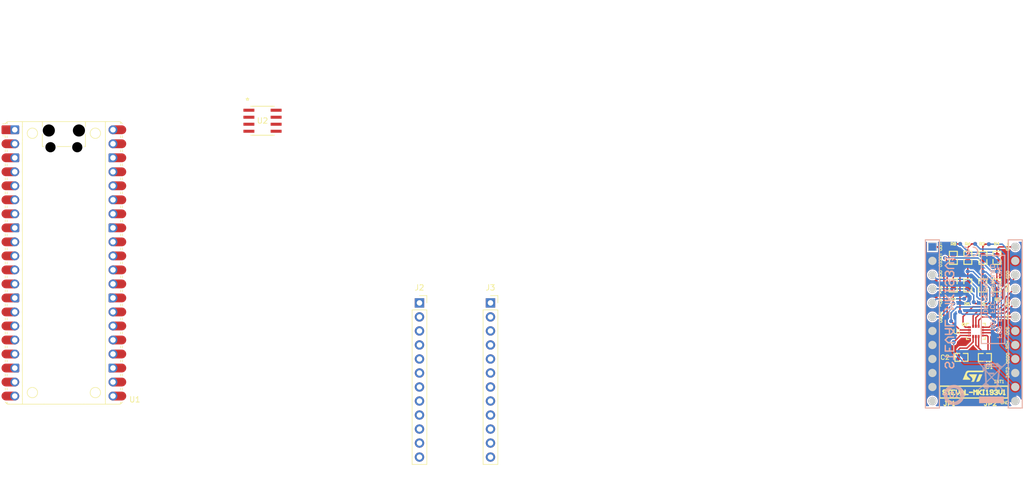
<source format=kicad_pcb>
(kicad_pcb (version 20221018) (generator pcbnew)
  (layers (0 "F.Cu" signal) (31 "B.Cu" signal) (34 "B.Paste" user) (35 "F.Paste" user) (36 "B.SilkS" user "B.Silkscreen") (37 "F.SilkS" user "F.Silkscreen") (38 "B.Mask" user) (39 "F.Mask" user) (44 "Edge.Cuts" user))
  (net 0 "")
  (net 3 "GND")
  (net 4 "/SCK")
  (net 5 "/MOSI")
  (net 6 "/MISO")
  (net 7 "/CS")
  (net 32 "+5V")
  (net 40 "+3.3V")
  (net 51 "/INT1")
  (net 52 "/INT2")
  (footprint "ZhuLib:21-0041-3-M_90-0096-8L_MXM" (layer "F.Cu") (at 100.33 68.58)
    (fp_text reference "U2")
    (fp_text value "MAX485CSA+T")
  )
  (footprint "Module_RaspberryPi_Pico:RaspberryPi_Pico_Common" (layer "F.Cu") (at 64.369201 94.3498)
    (fp_text reference "U1")
    (fp_text value "RaspberryPi_Pico")
  )
  (footprint "Connector_PinSocket_2.54mm:PinSocket_1x12_P2.54mm_Vertical" (layer "F.Cu") (at 141.605 101.6)
    (fp_text reference "J3")
    (fp_text value "Conn_01x12_Socket")
  )
  (footprint "Connector_PinSocket_2.54mm:PinSocket_1x12_P2.54mm_Vertical" (layer "F.Cu") (at 128.75 101.6)
    (fp_text reference "J2")
    (fp_text value "Conn_01x12_Socket")
  )
  (gr_poly (pts (xy 230.9359 106.33278) (xy 230.38599 106.33278) (xy 230.38599 106.68279) (xy 230.9359 106.68279)) (fill solid) (layer "F.Cu"))
  (gr_poly (pts (xy 228.48557 98.6856) (xy 227.58565 98.6856) (xy 227.58565 99.28555) (xy 228.48557 99.28555)) (fill solid) (layer "F.Cu"))
  (gr_poly (pts (xy 230.16082 105.5577) (xy 229.81081 105.5577) (xy 229.81081 106.10761) (xy 230.16082 106.10761)) (fill solid) (layer "F.Cu"))
  (gr_circle (center 236.61497 109.22) (end 237.36503 109.22) (fill solid) (layer "F.Cu"))
  (gr_poly (pts (xy 228.47414 93.6691) (xy 227.57422 93.6691) (xy 227.57422 94.26905) (xy 228.47414 94.26905)) (fill solid) (layer "F.Cu"))
  (gr_circle (center 236.61497 99.06) (end 237.36503 99.06) (fill solid) (layer "F.Cu"))
  (gr_circle (center 224.45167 108.05947) (end 224.80168 108.05947) (fill solid) (layer "F.Cu"))
  (gr_poly (pts (xy 231.20439 97.59544) (xy 230.30447 97.59544) (xy 230.30447 98.19539) (xy 231.20439 98.19539)) (fill solid) (layer "F.Cu"))
  (gr_poly (pts (xy 230.9359 105.83266) (xy 230.38599 105.83266) (xy 230.38599 106.18267) (xy 230.9359 106.18267)) (fill solid) (layer "F.Cu"))
  (gr_circle (center 227.37902 100.84587) (end 227.72903 100.84587) (fill solid) (layer "F.Cu"))
  (gr_poly (pts (xy 233.74007 97.59544) (xy 232.84015 97.59544) (xy 232.84015 98.19539) (xy 233.74007 98.19539)) (fill solid) (layer "F.Cu"))
  (gr_poly (pts (xy 225.48367 90.62364) (xy 225.4852 90.64675) (xy 225.12553 91.00642) (xy 225.04197 91.13113) (xy 225.01276 91.2782) (xy 225.01276 92.329) (xy 224.69729 92.329) (xy 224.69729 93.67799) (xy 224.57029 93.73057) (xy 224.47199 93.63227) (xy 224.50704 93.45574) (xy 224.46056 93.22155) (xy 224.32797 93.02318) (xy 224.1296 92.89059) (xy 223.89541 92.84385) (xy 223.66122 92.89059) (xy 223.54311 92.96933) (xy 223.41611 92.90151) (xy 223.41611 91.94698) (xy 223.3869 91.79991) (xy 223.30359 91.6752) (xy 222.79661 91.16822) (xy 222.67189 91.0849) (xy 222.615 91.07347) (xy 222.615 90.51975) (xy 225.44379 90.51975)) (fill solid) (layer "F.Cu"))
  (gr_poly (pts (xy 228.5859 107.33278) (xy 228.03599 107.33278) (xy 228.03599 107.68279) (xy 228.5859 107.68279)) (fill solid) (layer "F.Cu"))
  (gr_circle (center 228.00208 95.88703) (end 228.35209 95.88703) (fill solid) (layer "F.Cu"))
  (gr_circle (center 236.61497 116.84) (end 237.36503 116.84) (fill solid) (layer "F.Cu"))
  (gr_circle (center 221.615 114.3) (end 222.36506 114.3) (fill solid) (layer "F.Cu"))
  (gr_circle (center 229.02494 111.46434) (end 229.37495 111.46434) (fill solid) (layer "F.Cu"))
  (gr_poly (pts (xy 236.61497 105.67136) (xy 236.35386 105.70565) (xy 236.11078 105.80649) (xy 235.90174 105.96676) (xy 235.74146 106.17555) (xy 235.64062 106.41888) (xy 235.60633 106.68) (xy 235.64062 106.94111) (xy 235.74146 107.18419) (xy 235.90174 107.39323) (xy 236.11078 107.5535) (xy 236.35386 107.65434) (xy 236.61497 107.68863) (xy 236.87608 107.65434) (xy 237.11941 107.5535) (xy 237.3282 107.39323) (xy 237.48847 107.18419) (xy 237.58931 106.94111) (xy 237.6236 106.68) (xy 237.58931 106.41888) (xy 237.48847 106.17555) (xy 237.3282 105.96676) (xy 237.11941 105.80649) (xy 236.87608 105.70565)) (fill solid) (layer "F.Cu"))
  (gr_circle (center 223.89541 93.45574) (end 224.24542 93.45574) (fill solid) (layer "F.Cu"))
  (gr_circle (center 236.61497 106.68) (end 237.36503 106.68) (fill solid) (layer "F.Cu"))
  (gr_poly (pts (xy 228.5859 106.83266) (xy 228.03599 106.83266) (xy 228.03599 107.18267) (xy 228.5859 107.18267)) (fill solid) (layer "F.Cu"))
  (gr_circle (center 236.61497 111.76) (end 237.36503 111.76) (fill solid) (layer "F.Cu"))
  (gr_circle (center 236.61497 104.14) (end 237.36503 104.14) (fill solid) (layer "F.Cu"))
  (gr_poly (pts (xy 225.84727 98.6856) (xy 224.94735 98.6856) (xy 224.94735 99.28555) (xy 225.84727 99.28555)) (fill solid) (layer "F.Cu"))
  (gr_circle (center 225.38588 95.92259) (end 225.73589 95.92259) (fill solid) (layer "F.Cu"))
  (gr_circle (center 225.46081 108.7153) (end 225.81082 108.7153) (fill solid) (layer "F.Cu"))
  (gr_poly (pts (xy 236.41507 118.34723) (xy 236.3409 118.35688) (xy 236.08538 118.4628) (xy 235.86618 118.6312) (xy 235.69777 118.85041) (xy 235.59211 119.10593) (xy 235.5822 119.17984) (xy 236.41507 119.17984)) (fill solid) (layer "F.Cu"))
  (gr_circle (center 221.615 104.14) (end 222.36506 104.14) (fill solid) (layer "F.Cu"))
  (gr_poly (pts (xy 236.61497 108.21136) (xy 236.35386 108.24565) (xy 236.11078 108.34649) (xy 235.90174 108.50676) (xy 235.74146 108.71555) (xy 235.64062 108.95888) (xy 235.60633 109.22) (xy 235.64062 109.48111) (xy 235.74146 109.72419) (xy 235.90174 109.93323) (xy 236.11078 110.0935) (xy 236.35386 110.19434) (xy 236.61497 110.22863) (xy 236.87608 110.19434) (xy 237.11941 110.0935) (xy 237.3282 109.93323) (xy 237.48847 109.72419) (xy 237.58931 109.48111) (xy 237.6236 109.22) (xy 237.58931 108.95888) (xy 237.48847 108.71555) (xy 237.3282 108.50676) (xy 237.11941 108.34649) (xy 236.87608 108.24565)) (fill solid) (layer "F.Cu"))
  (gr_circle (center 221.615 96.52) (end 222.36506 96.52) (fill solid) (layer "F.Cu"))
  (gr_circle (center 224.57435 115.55806) (end 224.92436 115.55806) (fill solid) (layer "F.Cu"))
  (gr_circle (center 230.7115 100.90937) (end 231.06151 100.90937) (fill solid) (layer "F.Cu"))
  (gr_poly (pts (xy 227.71988 111.03089) (xy 227.11993 111.03089) (xy 227.11993 111.93081) (xy 227.71988 111.93081)) (fill solid) (layer "F.Cu"))
  (gr_circle (center 231.82986 90.95435) (end 232.17987 90.95435) (fill solid) (layer "F.Cu"))
  (gr_circle (center 232.81462 105.09148) (end 233.16463 105.09148) (fill solid) (layer "F.Cu"))
  (gr_poly (pts (xy 229.66095 107.40784) (xy 229.31094 107.40784) (xy 229.31094 107.95775) (xy 229.66095 107.95775)) (fill solid) (layer "F.Cu"))
  (gr_circle (center 221.615 101.6) (end 222.36506 101.6) (fill solid) (layer "F.Cu"))
  (gr_circle (center 229.09555 101.45623) (end 229.44556 101.45623) (fill solid) (layer "F.Cu"))
  (gr_circle (center 236.61497 91.44) (end 237.36503 91.44) (fill solid) (layer "F.Cu"))
  (gr_circle (center 236.61497 96.52) (end 237.36503 96.52) (fill solid) (layer "F.Cu"))
  (gr_poly (pts (xy 233.74007 93.6691) (xy 232.84015 93.6691) (xy 232.84015 94.26905) (xy 233.74007 94.26905)) (fill solid) (layer "F.Cu"))
  (gr_poly (pts (xy 229.16082 107.40784) (xy 228.81081 107.40784) (xy 228.81081 107.95775) (xy 229.16082 107.95775)) (fill solid) (layer "F.Cu"))
  (gr_circle (center 221.615 119.38) (end 222.36506 119.38) (fill solid) (layer "F.Cu"))
  (gr_circle (center 226.64496 90.9132) (end 226.99497 90.9132) (fill solid) (layer "F.Cu"))
  (gr_poly (pts (xy 233.74007 92.57894) (xy 232.84015 92.57894) (xy 232.84015 93.17889) (xy 233.74007 93.17889)) (fill solid) (layer "F.Cu"))
  (gr_poly (pts (xy 225.09912 107.27944) (xy 225.22383 107.36275) (xy 225.3709 107.39221) (xy 226.07448 107.39221) (xy 226.12299 107.50931) (xy 225.51771 108.11484) (xy 225.46081 108.10341) (xy 225.22688 108.14989) (xy 225.02825 108.28274) (xy 224.89566 108.48111) (xy 224.84918 108.7153) (xy 224.89566 108.94923) (xy 225.02825 109.14786) (xy 225.22688 109.28045) (xy 225.46081 109.32693) (xy 225.695 109.28045) (xy 225.89337 109.14786) (xy 226.02596 108.94923) (xy 226.0727 108.7153) (xy 226.06127 108.6584) (xy 226.82759 107.89208) (xy 227.78593 107.89208) (xy 227.78593 107.93272) (xy 228.56088 107.93272) (xy 228.56088 108.20781) (xy 228.60152 108.20781) (xy 228.60152 108.52607) (xy 227.7176 109.40999) (xy 226.61956 109.40999) (xy 226.47249 109.4392) (xy 226.34778 109.52251) (xy 226.05797 109.81232) (xy 225.97465 109.93704) (xy 225.94544 110.0841) (xy 225.94544 110.78083) (xy 225.77984 110.78083) (xy 225.77984 112.18087) (xy 225.94951 112.18087) (xy 225.94951 112.68481) (xy 225.90125 112.71707) (xy 225.76866 112.91544) (xy 225.72192 113.14963) (xy 225.76866 113.38382) (xy 225.90125 113.58219) (xy 226.09962 113.71478) (xy 226.33381 113.76152) (xy 226.568 113.71478) (xy 226.76637 113.58219) (xy 226.89896 113.38382) (xy 226.94544 113.14963) (xy 226.89896 112.91544) (xy 226.76637 112.71707) (xy 226.71811 112.68481) (xy 226.71811 112.29213) (xy 226.81971 112.23091) (xy 227.21976 112.23091) (xy 227.21976 111.48085) (xy 227.21976 110.73079) (xy 226.81971 110.73079) (xy 226.7143 110.67923) (xy 226.7143 110.24336) (xy 226.77882 110.17859) (xy 227.87686 110.17859) (xy 228.02393 110.14938) (xy 228.14864 110.06607) (xy 228.98074 109.23422) (xy 228.99294 109.23473) (xy 229.11028 109.284) (xy 229.13086 109.38764) (xy 229.21417 109.51235) (xy 229.71404 110.01248) (xy 230.18851 110.48669) (xy 230.18851 110.72571) (xy 229.97287 110.72571) (xy 229.97287 111.09655) (xy 228.01986 111.09655) (xy 228.01986 110.73079) (xy 227.61981 110.73079) (xy 227.61981 111.48085) (xy 227.61981 112.23091) (xy 228.01986 112.23091) (xy 228.01986 111.86515) (xy 229.97287 111.86515) (xy 229.97287 112.22583) (xy 230.37292 112.22583) (xy 230.37292 111.47577) (xy 230.77297 111.47577) (xy 230.77297 112.22583) (xy 231.17276 112.22583) (xy 231.29773 112.23091) (xy 231.29773 113.46383) (xy 230.69321 114.06835) (xy 225.80981 114.06835) (xy 224.07651 112.33505) (xy 224.07651 106.42295) (xy 224.19386 106.37418)) (fill solid) (layer "F.Cu"))
  (gr_circle (center 221.615 116.84) (end 222.36506 116.84) (fill solid) (layer "F.Cu"))
  (gr_circle (center 229.34955 90.90609) (end 229.69956 90.90609) (fill solid) (layer "F.Cu"))
  (gr_poly (pts (xy 229.16082 105.5577) (xy 228.81081 105.5577) (xy 228.81081 106.10761) (xy 229.16082 106.10761)) (fill solid) (layer "F.Cu"))
  (gr_circle (center 236.61497 93.98) (end 237.36503 93.98) (fill solid) (layer "F.Cu"))
  (gr_poly (pts (xy 233.74007 98.6856) (xy 232.84015 98.6856) (xy 232.84015 99.28555) (xy 233.74007 99.28555)) (fill solid) (layer "F.Cu"))
  (gr_circle (center 225.00488 104.92308) (end 225.35489 104.92308) (fill solid) (layer "F.Cu"))
  (gr_poly (pts (xy 228.47414 92.57894) (xy 227.57422 92.57894) (xy 227.57422 93.17889) (xy 228.47414 93.17889)) (fill solid) (layer "F.Cu"))
  (gr_poly (pts (xy 222.36506 90.68994) (xy 220.86494 90.68994) (xy 220.86494 92.19006) (xy 222.36506 92.19006)) (fill solid) (layer "F.Cu"))
  (gr_poly (pts (xy 225.84727 93.6691) (xy 224.94735 93.6691) (xy 224.94735 94.26905) (xy 225.84727 94.26905)) (fill solid) (layer "F.Cu"))
  (gr_circle (center 233.37977 106.52023) (end 233.72978 106.52023) (fill solid) (layer "F.Cu"))
  (gr_poly (pts (xy 225.84727 97.59544) (xy 224.94735 97.59544) (xy 224.94735 98.19539) (xy 225.84727 98.19539)) (fill solid) (layer "F.Cu"))
  (gr_circle (center 230.74655 95.91116) (end 231.09656 95.91116) (fill solid) (layer "F.Cu"))
  (gr_poly (pts (xy 236.61497 110.75136) (xy 236.35386 110.78565) (xy 236.11078 110.88649) (xy 235.90174 111.04676) (xy 235.74146 111.25555) (xy 235.64062 111.49888) (xy 235.60633 111.76) (xy 235.64062 112.02111) (xy 235.74146 112.26419) (xy 235.90174 112.47323) (xy 236.11078 112.6335) (xy 236.35386 112.73409) (xy 236.61497 112.76863) (xy 236.87608 112.73409) (xy 237.11941 112.6335) (xy 237.3282 112.47323) (xy 237.48847 112.26419) (xy 237.58931 112.02111) (xy 237.6236 111.76) (xy 237.58931 111.49888) (xy 237.48847 111.25555) (xy 237.3282 111.04676) (xy 237.11941 110.88649) (xy 236.87608 110.78565)) (fill solid) (layer "F.Cu"))
  (gr_poly (pts (xy 231.96295 111.02581) (xy 231.363 111.02581) (xy 231.363 111.92573) (xy 231.96295 111.92573)) (fill solid) (layer "F.Cu"))
  (gr_poly (pts (xy 228.5859 105.83266) (xy 228.03599 105.83266) (xy 228.03599 106.18267) (xy 228.5859 106.18267)) (fill solid) (layer "F.Cu"))
  (gr_circle (center 236.61497 119.38) (end 237.36503 119.38) (fill solid) (layer "F.Cu"))
  (gr_poly (pts (xy 230.9359 106.83266) (xy 230.38599 106.83266) (xy 230.38599 107.18267) (xy 230.9359 107.18267)) (fill solid) (layer "F.Cu"))
  (gr_circle (center 221.615 111.76) (end 222.36506 111.76) (fill solid) (layer "F.Cu"))
  (gr_circle (center 226.33381 113.14963) (end 226.68382 113.14963) (fill solid) (layer "F.Cu"))
  (gr_poly (pts (xy 231.20439 93.6691) (xy 230.30447 93.6691) (xy 230.30447 94.26905) (xy 231.20439 94.26905)) (fill solid) (layer "F.Cu"))
  (gr_poly (pts (xy 236.61497 115.83136) (xy 236.35386 115.86565) (xy 236.11078 115.96649) (xy 235.90174 116.12676) (xy 235.74146 116.33555) (xy 235.64062 116.57888) (xy 235.60633 116.84) (xy 235.64062 117.10111) (xy 235.74146 117.34419) (xy 235.90174 117.55323) (xy 236.11078 117.7135) (xy 236.35386 117.81434) (xy 236.61497 117.84863) (xy 236.87608 117.81434) (xy 237.11941 117.7135) (xy 237.3282 117.55323) (xy 237.48847 117.34419) (xy 237.58931 117.10111) (xy 237.6236 116.84) (xy 237.58931 116.57888) (xy 237.48847 116.33555) (xy 237.3282 116.12676) (xy 237.11941 115.96649) (xy 236.87608 115.86565)) (fill solid) (layer "F.Cu"))
  (gr_poly (pts (xy 230.87279 111.02581) (xy 230.27284 111.02581) (xy 230.27284 111.92573) (xy 230.87279 111.92573)) (fill solid) (layer "F.Cu"))
  (gr_poly (pts (xy 230.16082 107.40784) (xy 229.81081 107.40784) (xy 229.81081 107.95775) (xy 230.16082 107.95775)) (fill solid) (layer "F.Cu"))
  (gr_circle (center 223.89922 91.20149) (end 224.24923 91.20149) (fill solid) (layer "F.Cu"))
  (gr_circle (center 221.615 93.98) (end 222.36506 93.98) (fill solid) (layer "F.Cu"))
  (gr_poly (pts (xy 230.9359 107.33278) (xy 230.38599 107.33278) (xy 230.38599 107.68279) (xy 230.9359 107.68279)) (fill solid) (layer "F.Cu"))
  (gr_poly (pts (xy 236.61497 92.97136) (xy 236.35386 93.00565) (xy 236.11078 93.10649) (xy 235.90174 93.26676) (xy 235.74146 93.47555) (xy 235.64062 93.71888) (xy 235.60633 93.98) (xy 235.64062 94.24111) (xy 235.74146 94.48419) (xy 235.90174 94.69323) (xy 236.11078 94.8535) (xy 236.35386 94.95434) (xy 236.61497 94.98863) (xy 236.87608 94.95434) (xy 237.11941 94.8535) (xy 237.3282 94.69323) (xy 237.48847 94.48419) (xy 237.58931 94.24111) (xy 237.6236 93.98) (xy 237.58931 93.71888) (xy 237.48847 93.47555) (xy 237.3282 93.26676) (xy 237.11941 93.10649) (xy 236.87608 93.00565)) (fill solid) (layer "F.Cu"))
  (gr_circle (center 225.3935 101.72268) (end 225.74351 101.72268) (fill solid) (layer "F.Cu"))
  (gr_poly (pts (xy 221.615 115.83136) (xy 221.35389 115.86565) (xy 221.11081 115.96649) (xy 220.90177 116.12676) (xy 220.74149 116.33555) (xy 220.64065 116.57888) (xy 220.60636 116.84) (xy 220.64065 117.10111) (xy 220.74149 117.34419) (xy 220.90177 117.55323) (xy 221.11081 117.7135) (xy 221.35389 117.81434) (xy 221.615 117.84863) (xy 221.87611 117.81434) (xy 222.11919 117.7135) (xy 222.32823 117.55323) (xy 222.4885 117.34419) (xy 222.58934 117.10111) (xy 222.62363 116.84) (xy 222.58934 116.57888) (xy 222.4885 116.33555) (xy 222.32823 116.12676) (xy 222.11919 115.96649) (xy 221.87611 115.86565)) (fill solid) (layer "F.Cu"))
  (gr_circle (center 221.615 106.68) (end 222.36506 106.68) (fill solid) (layer "F.Cu"))
  (gr_circle (center 221.615 99.06) (end 222.36506 99.06) (fill solid) (layer "F.Cu"))
  (gr_poly (pts (xy 231.20439 98.6856) (xy 230.30447 98.6856) (xy 230.30447 99.28555) (xy 231.20439 99.28555)) (fill solid) (layer "F.Cu"))
  (gr_poly (pts (xy 229.66095 105.5577) (xy 229.31094 105.5577) (xy 229.31094 106.10761) (xy 229.66095 106.10761)) (fill solid) (layer "F.Cu"))
  (gr_circle (center 221.615 109.22) (end 222.36506 109.22) (fill solid) (layer "F.Cu"))
  (gr_circle (center 226.60127 103.18699) (end 226.95128 103.18699) (fill solid) (layer "F.Cu"))
  (gr_circle (center 236.61497 101.6) (end 237.36503 101.6) (fill solid) (layer "F.Cu"))
  (gr_poly (pts (xy 226.62972 111.03089) (xy 226.02977 111.03089) (xy 226.02977 111.93081) (xy 226.62972 111.93081)) (fill solid) (layer "F.Cu"))
  (gr_poly (pts (xy 231.20439 92.57894) (xy 230.30447 92.57894) (xy 230.30447 93.17889) (xy 231.20439 93.17889)) (fill solid) (layer "F.Cu"))
  (gr_poly (pts (xy 225.84727 92.57894) (xy 224.94735 92.57894) (xy 224.94735 93.17889) (xy 225.84727 93.17889)) (fill solid) (layer "F.Cu"))
  (gr_circle (center 233.28706 95.89922) (end 233.63707 95.89922) (fill solid) (layer "F.Cu"))
  (gr_poly (pts (xy 228.5859 106.33278) (xy 228.03599 106.33278) (xy 228.03599 106.68279) (xy 228.5859 106.68279)) (fill solid) (layer "F.Cu"))
  (gr_poly (pts (xy 228.48557 97.59544) (xy 227.58565 97.59544) (xy 227.58565 98.19539) (xy 228.48557 98.19539)) (fill solid) (layer "F.Cu"))
  (gr_poly (pts (xy 237.75822 119.07926) (xy 237.63808 119.10593) (xy 237.53216 118.85041) (xy 237.36401 118.6312) (xy 237.14456 118.4628) (xy 236.88903 118.35688) (xy 236.81487 118.34723) (xy 236.81487 119.38) (xy 236.61497 119.38) (xy 236.61497 119.57989) (xy 235.5822 119.57989) (xy 235.59211 119.65406) (xy 235.69777 119.90959) (xy 235.86618 120.12879) (xy 235.93171 120.17908) (xy 235.88853 120.30608) (xy 222.2594 120.30608) (xy 222.21622 120.17908) (xy 222.32823 120.09323) (xy 222.4885 119.88419) (xy 222.58934 119.64111) (xy 222.62363 119.38) (xy 222.58934 119.11888) (xy 222.4885 118.87555) (xy 222.32823 118.66676) (xy 222.11919 118.50649) (xy 221.87611 118.40565) (xy 221.615 118.37136) (xy 221.35389 118.40565) (xy 221.11081 118.50649) (xy 220.90177 118.66676) (xy 220.74149 118.87555) (xy 220.64065 119.11888) (xy 220.60636 119.38) (xy 220.64065 119.64111) (xy 220.74149 119.88419) (xy 220.90177 120.09323) (xy 221.01378 120.17908) (xy 220.9706 120.30608) (xy 220.472 120.30608) (xy 220.472 90.51975) (xy 220.615 90.51975) (xy 220.615 92.43999) (xy 222.615 92.43999) (xy 222.64751 92.55353) (xy 222.64751 93.52737) (xy 222.52051 93.55277) (xy 222.4885 93.47555) (xy 222.32823 93.26676) (xy 222.11919 93.10649) (xy 221.87611 93.00565) (xy 221.615 92.97136) (xy 221.35389 93.00565) (xy 221.11081 93.10649) (xy 220.90177 93.26676) (xy 220.74149 93.47555) (xy 220.64065 93.71888) (xy 220.60636 93.98) (xy 220.64065 94.24111) (xy 220.74149 94.48419) (xy 220.90177 94.69323) (xy 221.11081 94.8535) (xy 221.35389 94.95434) (xy 221.615 94.98863) (xy 221.87611 94.95434) (xy 221.996 94.90456) (xy 222.55988 95.46844) (xy 222.55988 95.89998) (xy 222.43288 95.94316) (xy 222.32823 95.80676) (xy 222.11919 95.64649) (xy 221.87611 95.54565) (xy 221.615 95.51136) (xy 221.35389 95.54565) (xy 221.11081 95.64649) (xy 220.90177 95.80676) (xy 220.74149 96.01555) (xy 220.64065 96.25888) (xy 220.60636 96.52) (xy 220.64065 96.78111) (xy 220.74149 97.02419) (xy 220.90177 97.23323) (xy 221.11081 97.3935) (xy 221.35389 97.49434) (xy 221.615 97.52863) (xy 221.87611 97.49434) (xy 222.11919 97.3935) (xy 222.32823 97.23323) (xy 222.43288 97.09683) (xy 222.55988 97.14001) (xy 222.55988 98.43998) (xy 222.43288 98.48291) (xy 222.32823 98.34676) (xy 222.11919 98.18649) (xy 221.87611 98.08565) (xy 221.615 98.05136) (xy 221.35389 98.08565) (xy 221.11081 98.18649) (xy 220.90177 98.34676) (xy 220.74149 98.55555) (xy 220.64065 98.79888) (xy 220.60636 99.06) (xy 220.64065 99.32111) (xy 220.74149 99.56419) (xy 220.90177 99.77323) (xy 221.11081 99.9335) (xy 221.35389 100.03409) (xy 221.615 100.06863) (xy 221.87611 100.03409) (xy 222.11919 99.9335) (xy 222.32823 99.77323) (xy 222.43288 99.63683) (xy 222.55988 99.68001) (xy 222.55988 100.97998) (xy 222.43288 101.02291) (xy 222.32823 100.88676) (xy 222.11919 100.72649) (xy 221.87611 100.62565) (xy 221.615 100.59136) (xy 221.35389 100.62565) (xy 221.11081 100.72649) (xy 220.90177 100.88676) (xy 220.74149 101.09555) (xy 220.64065 101.33888) (xy 220.60636 101.6) (xy 220.64065 101.86111) (xy 220.74149 102.10419) (xy 220.90177 102.31323) (xy 221.11081 102.4735) (xy 221.35389 102.57409) (xy 221.615 102.60863) (xy 221.87611 102.57409) (xy 222.11919 102.4735) (xy 222.32823 102.31323) (xy 222.43288 102.17683) (xy 222.55988 102.22001) (xy 222.55988 103.51998) (xy 222.43288 103.56291) (xy 222.32823 103.42676) (xy 222.11919 103.26649) (xy 221.87611 103.16565) (xy 221.615 103.13136) (xy 221.35389 103.16565) (xy 221.11081 103.26649) (xy 220.90177 103.42676) (xy 220.74149 103.63555) (xy 220.64065 103.87888) (xy 220.60636 104.14) (xy 220.64065 104.40111) (xy 220.74149 104.64419) (xy 220.90177 104.85323) (xy 221.11081 105.0135) (xy 221.35389 105.11434) (xy 221.615 105.14863) (xy 221.87611 105.11434) (xy 222.11919 105.0135) (xy 222.32823 104.85323) (xy 222.43288 104.71683) (xy 222.55988 104.76001) (xy 222.55988 106.05998) (xy 222.43288 106.10316) (xy 222.32823 105.96676) (xy 222.11919 105.80649) (xy 221.87611 105.70565) (xy 221.615 105.67136) (xy 221.35389 105.70565) (xy 221.11081 105.80649) (xy 220.90177 105.96676) (xy 220.74149 106.17555) (xy 220.64065 106.41888) (xy 220.60636 106.68) (xy 220.64065 106.94111) (xy 220.74149 107.18419) (xy 220.90177 107.39323) (xy 221.11081 107.5535) (xy 221.35389 107.65434) (xy 221.615 107.68863) (xy 221.87611 107.65434) (xy 222.11919 107.5535) (xy 222.32823 107.39323) (xy 222.43288 107.25683) (xy 222.55988 107.30001) (xy 222.55988 108.59998) (xy 222.43288 108.64316) (xy 222.32823 108.50676) (xy 222.11919 108.34649) (xy 221.87611 108.24565) (xy 221.615 108.21136) (xy 221.35389 108.24565) (xy 221.11081 108.34649) (xy 220.90177 108.50676) (xy 220.74149 108.71555) (xy 220.64065 108.95888) (xy 220.60636 109.22) (xy 220.64065 109.48111) (xy 220.74149 109.72419) (xy 220.90177 109.93323) (xy 221.11081 110.0935) (xy 221.35389 110.19434) (xy 221.615 110.22863) (xy 221.87611 110.19434) (xy 222.11919 110.0935) (xy 222.32823 109.93323) (xy 222.43288 109.79683) (xy 222.55988 109.84001) (xy 222.55988 111.13998) (xy 222.43288 111.18291) (xy 222.32823 111.04676) (xy 222.11919 110.88649) (xy 221.87611 110.78565) (xy 221.615 110.75136) (xy 221.35389 110.78565) (xy 221.11081 110.88649) (xy 220.90177 111.04676) (xy 220.74149 111.25555) (xy 220.64065 111.49888) (xy 220.60636 111.76) (xy 220.64065 112.02111) (xy 220.74149 112.26419) (xy 220.90177 112.47323) (xy 221.11081 112.6335) (xy 221.35389 112.73409) (xy 221.615 112.76863) (xy 221.87611 112.73409) (xy 222.11919 112.6335) (xy 222.32823 112.47323) (xy 222.43288 112.33683) (xy 222.55988 112.38001) (xy 222.55988 113.67998) (xy 222.43288 113.72291) (xy 222.32823 113.58676) (xy 222.11919 113.42649) (xy 221.87611 113.32565) (xy 221.615 113.29136) (xy 221.35389 113.32565) (xy 221.11081 113.42649) (xy 220.90177 113.58676) (xy 220.74149 113.79555) (xy 220.64065 114.03888) (xy 220.60636 114.3) (xy 220.64065 114.56111) (xy 220.74149 114.80419) (xy 220.90177 115.01323) (xy 221.11081 115.1735) (xy 221.35389 115.27409) (xy 221.615 115.30863) (xy 221.87611 115.27409) (xy 222.11919 115.1735) (xy 222.32823 115.01323) (xy 222.4885 114.80419) (xy 222.58934 114.56111) (xy 222.62084 114.32159) (xy 222.68002 114.28577) (xy 222.74758 114.26875) (xy 223.97491 115.49608) (xy 223.96272 115.55806) (xy 224.0092 115.79199) (xy 224.14179 115.99062) (xy 224.34042 116.12321) (xy 224.57435 116.16969) (xy 224.80854 116.12321) (xy 225.00691 115.99062) (xy 225.13976 115.79199) (xy 225.18624 115.55806) (xy 225.13976 115.32387) (xy 225.00691 115.1255) (xy 224.80854 114.99291) (xy 224.57435 114.94617) (xy 224.52254 114.95659) (xy 223.32848 113.76253) (xy 223.32848 112.85093) (xy 223.45548 112.8014) (xy 225.37877 114.72443) (xy 225.50348 114.80774) (xy 225.65055 114.83695) (xy 230.85247 114.83695) (xy 230.99954 114.80774) (xy 231.12425 114.72443) (xy 231.95381 113.89487) (xy 231.95407 113.89487) (xy 232.03738 113.77015) (xy 232.06659 113.62309) (xy 232.06659 112.17579) (xy 232.21289 112.17579) (xy 232.21289 110.77575) (xy 232.06659 110.77575) (xy 232.06659 107.71047) (xy 232.06354 107.69574) (xy 232.16438 107.55223) (xy 232.19029 107.54817) (xy 232.83291 108.19079) (xy 232.83291 112.03076) (xy 232.86212 112.17783) (xy 232.94543 112.30254) (xy 235.21467 114.57178) (xy 235.33938 114.65509) (xy 235.48645 114.6843) (xy 235.69193 114.6843) (xy 235.74146 114.80419) (xy 235.90174 115.01323) (xy 236.11078 115.1735) (xy 236.35386 115.27409) (xy 236.61497 115.30863) (xy 236.87608 115.27409) (xy 237.11941 115.1735) (xy 237.3282 115.01323) (xy 237.48847 114.80419) (xy 237.58931 114.56111) (xy 237.6236 114.3) (xy 237.58931 114.03888) (xy 237.48847 113.79555) (xy 237.3282 113.58676) (xy 237.11941 113.42649) (xy 236.87608 113.32565) (xy 236.61497 113.29136) (xy 236.35386 113.32565) (xy 236.11078 113.42649) (xy 235.90174 113.58676) (xy 235.74146 113.79555) (xy 235.73105 113.82121) (xy 235.58119 113.85118) (xy 233.60151 111.8715) (xy 233.60151 108.03153) (xy 233.5723 107.88446) (xy 233.48899 107.75975) (xy 232.73867 107.00943) (xy 232.78719 106.89209) (xy 232.90657 106.89209) (xy 232.94721 106.95279) (xy 233.14558 107.08538) (xy 233.37977 107.13186) (xy 233.61396 107.08538) (xy 233.81233 106.95279) (xy 233.94492 106.75442) (xy 233.9914 106.52023) (xy 233.94492 106.28604) (xy 233.81233 106.08767) (xy 233.61396 105.95508) (xy 233.37977 105.9086) (xy 233.14558 105.95508) (xy 232.94721 106.08767) (xy 232.92333 106.12323) (xy 232.49229 106.12323) (xy 232.44378 106.00613) (xy 232.75772 105.69194) (xy 232.81462 105.70337) (xy 233.04881 105.65663) (xy 233.24718 105.52404) (xy 233.37977 105.32567) (xy 233.42625 105.09148) (xy 233.37977 104.85729) (xy 233.24718 104.65892) (xy 233.23956 104.65384) (xy 233.27639 104.53217) (xy 235.69523 104.53217) (xy 235.74146 104.64419) (xy 235.90174 104.85323) (xy 236.11078 105.0135) (xy 236.35386 105.11434) (xy 236.61497 105.14863) (xy 236.87608 105.11434) (xy 237.11941 105.0135) (xy 237.3282 104.85323) (xy 237.48847 104.64419) (xy 237.58931 104.40111) (xy 237.6236 104.14) (xy 237.58931 103.87888) (xy 237.48847 103.63555) (xy 237.3282 103.42676) (xy 237.11941 103.26649) (xy 236.87608 103.16565) (xy 236.61497 103.13136) (xy 236.35386 103.16565) (xy 236.11078 103.26649) (xy 235.90174 103.42676) (xy 235.74146 103.63555) (xy 235.68863 103.76357) (xy 235.17479 103.76357) (xy 235.12196 103.63657) (xy 236.23397 102.52456) (xy 236.35386 102.57409) (xy 236.61497 102.60863) (xy 236.87608 102.57409) (xy 237.11941 102.4735) (xy 237.3282 102.31323) (xy 237.48847 102.10419) (xy 237.58931 101.86111) (xy 237.6236 101.6) (xy 237.58931 101.33888) (xy 237.48847 101.09555) (xy 237.3282 100.88676) (xy 237.11941 100.72649) (xy 236.87608 100.62565) (xy 236.61497 100.59136) (xy 236.35386 100.62565) (xy 236.11078 100.72649) (xy 235.90174 100.88676) (xy 235.74146 101.09555) (xy 235.64062 101.33888) (xy 235.60633 101.6) (xy 235.64062 101.86111) (xy 235.69041 101.981) (xy 234.6038 103.06761) (xy 234.03814 103.06761) (xy 233.98937 102.95026) (xy 235.11332 101.82631) (xy 235.19663 101.7016) (xy 235.22584 101.55453) (xy 235.22584 100.81082) (xy 236.10646 99.9302) (xy 236.11078 99.9335) (xy 236.35386 100.03409) (xy 236.61497 100.06863) (xy 236.87608 100.03409) (xy 237.11941 99.9335) (xy 237.3282 99.77323) (xy 237.48847 99.56419) (xy 237.58931 99.32111) (xy 237.6236 99.06) (xy 237.58931 98.79888) (xy 237.48847 98.55555) (xy 237.3282 98.34676) (xy 237.11941 98.18649) (xy 236.87608 98.08565) (xy 236.61497 98.05136) (xy 236.35386 98.08565) (xy 236.19561 98.15118) (xy 236.12373 98.04374) (xy 236.6424 97.52507) (xy 236.87608 97.49434) (xy 237.11941 97.3935) (xy 237.3282 97.23323) (xy 237.48847 97.02419) (xy 237.58931 96.78111) (xy 237.6236 96.52) (xy 237.58931 96.25888) (xy 237.48847 96.01555) (xy 237.3282 95.80676) (xy 237.11941 95.64649) (xy 236.87608 95.54565) (xy 236.61497 95.51136) (xy 236.35386 95.54565) (xy 236.11078 95.64649) (xy 235.90174 95.80676) (xy 235.74146 96.01555) (xy 235.64062 96.25888) (xy 235.60633 96.52) (xy 235.64062 96.78111) (xy 235.74146 97.02419) (xy 235.87786 97.20199) (xy 234.11713 98.96297) (xy 233.98988 98.91039) (xy 233.98988 98.44557) (xy 233.98988 97.3455) (xy 233.67136 97.3455) (xy 233.67136 96.36404) (xy 233.71962 96.33178) (xy 233.85221 96.13341) (xy 233.89869 95.89922) (xy 233.85221 95.66503) (xy 233.71962 95.46666) (xy 233.67441 95.43643) (xy 233.67441 94.51898) (xy 233.98988 94.51898) (xy 233.98988 93.42907) (xy 233.98988 92.329) (xy 233.67441 92.329) (xy 233.67441 92.00159) (xy 233.84256 91.83344) (xy 235.69574 91.83344) (xy 235.74146 91.94419) (xy 235.90174 92.15323) (xy 236.11078 92.3135) (xy 236.35386 92.41434) (xy 236.61497 92.44863) (xy 236.87608 92.41434) (xy 237.11941 92.3135) (xy 237.3282 92.15323) (xy 237.48847 91.94419) (xy 237.58931 91.70111) (xy 237.6236 91.44) (xy 237.58931 91.17888) (xy 237.48847 90.93555) (xy 237.3282 90.72676) (xy 237.22406 90.64675) (xy 237.26724 90.51975) (xy 237.75822 90.51975)) (fill solid) (layer "F.Cu"))
  (gr_circle (center 236.61497 114.3) (end 237.36503 114.3) (fill solid) (layer "F.Cu"))
  (gr_poly (pts (xy 221.615 108.21136) (xy 221.35389 108.24565) (xy 221.11081 108.34649) (xy 220.90177 108.50676) (xy 220.74149 108.71555) (xy 220.64065 108.95888) (xy 220.60636 109.22) (xy 220.64065 109.48111) (xy 220.74149 109.72419) (xy 220.90177 109.93323) (xy 221.11081 110.0935) (xy 221.35389 110.19434) (xy 221.615 110.22863) (xy 221.87611 110.19434) (xy 222.11919 110.0935) (xy 222.32823 109.93323) (xy 222.4885 109.72419) (xy 222.58934 109.48111) (xy 222.62363 109.22) (xy 222.58934 108.95888) (xy 222.4885 108.71555) (xy 222.32823 108.50676) (xy 222.11919 108.34649) (xy 221.87611 108.24565)) (fill solid) (layer "B.Cu"))
  (gr_circle (center 227.37902 100.84587) (end 227.72903 100.84587) (fill solid) (layer "B.Cu"))
  (gr_circle (center 236.61497 116.84) (end 237.36503 116.84) (fill solid) (layer "B.Cu"))
  (gr_circle (center 229.09555 101.45623) (end 229.44556 101.45623) (fill solid) (layer "B.Cu"))
  (gr_circle (center 232.81462 105.09148) (end 233.16463 105.09148) (fill solid) (layer "B.Cu"))
  (gr_poly (pts (xy 237.75822 119.07926) (xy 237.63808 119.10593) (xy 237.53216 118.85041) (xy 237.36401 118.6312) (xy 237.14456 118.4628) (xy 236.88903 118.35688) (xy 236.81487 118.34723) (xy 236.81487 119.38) (xy 236.61497 119.38) (xy 236.61497 119.57989) (xy 235.5822 119.57989) (xy 235.59211 119.65406) (xy 235.69777 119.90959) (xy 235.86618 120.12879) (xy 235.93171 120.17908) (xy 235.88853 120.30608) (xy 222.2594 120.30608) (xy 222.21622 120.17908) (xy 222.32823 120.09323) (xy 222.4885 119.88419) (xy 222.58934 119.64111) (xy 222.62363 119.38) (xy 222.58934 119.11888) (xy 222.4885 118.87555) (xy 222.32823 118.66676) (xy 222.11919 118.50649) (xy 221.87611 118.40565) (xy 221.615 118.37136) (xy 221.35389 118.40565) (xy 221.11081 118.50649) (xy 220.90177 118.66676) (xy 220.74149 118.87555) (xy 220.64065 119.11888) (xy 220.60636 119.38) (xy 220.64065 119.64111) (xy 220.74149 119.88419) (xy 220.90177 120.09323) (xy 221.01378 120.17908) (xy 220.9706 120.30608) (xy 220.472 120.30608) (xy 220.472 90.51975) (xy 220.615 90.51975) (xy 220.615 92.43999) (xy 222.615 92.43999) (xy 222.615 90.51975) (xy 226.05136 90.51975) (xy 226.11131 90.63177) (xy 226.07981 90.67901) (xy 226.03307 90.9132) (xy 226.07981 91.14739) (xy 226.2124 91.34576) (xy 226.41077 91.47835) (xy 226.64496 91.52483) (xy 226.70186 91.51366) (xy 227.88194 92.69374) (xy 228.00665 92.77705) (xy 228.15372 92.80626) (xy 232.3277 92.80626) (xy 233.72242 94.20098) (xy 233.72242 95.31578) (xy 233.59542 95.3836) (xy 233.52125 95.33407) (xy 233.28706 95.28733) (xy 233.05287 95.33407) (xy 232.86415 95.46031) (xy 232.41127 95.46031) (xy 230.13492 93.18396) (xy 230.01021 93.10065) (xy 229.86314 93.07144) (xy 224.36023 93.07144) (xy 224.32797 93.02318) (xy 224.1296 92.89059) (xy 223.89541 92.84385) (xy 223.66122 92.89059) (xy 223.46285 93.02318) (xy 223.33026 93.22155) (xy 223.28378 93.45574) (xy 223.33026 93.68993) (xy 223.46285 93.8883) (xy 223.66122 94.02089) (xy 223.89541 94.06737) (xy 224.1296 94.02089) (xy 224.32797 93.8883) (xy 224.36023 93.84004) (xy 229.70388 93.84004) (xy 231.21036 95.34652) (xy 231.12933 95.44507) (xy 230.98074 95.34601) (xy 230.74655 95.29927) (xy 230.51262 95.34601) (xy 230.31399 95.4786) (xy 230.1814 95.67697) (xy 230.13492 95.91116) (xy 230.1814 96.14509) (xy 230.31399 96.34372) (xy 230.51262 96.47631) (xy 230.74655 96.52279) (xy 230.98074 96.47631) (xy 231.12654 96.37877) (xy 231.18089 96.37877) (xy 233.15727 98.35515) (xy 233.15727 104.46842) (xy 233.1405 104.47731) (xy 233.03027 104.52252) (xy 232.81462 104.47985) (xy 232.75772 104.49102) (xy 232.1847 103.918) (xy 232.1847 103.69194) (xy 231.95864 103.69194) (xy 231.63606 103.36936) (xy 231.51135 103.28605) (xy 231.36428 103.25684) (xy 227.32873 103.25684) (xy 227.21316 103.18699) (xy 227.16642 102.9528) (xy 227.09657 102.84815) (xy 227.16464 102.72115) (xy 231.02519 102.72115) (xy 231.17226 102.69194) (xy 231.29697 102.60863) (xy 232.28503 101.62057) (xy 232.36834 101.49586) (xy 232.39755 101.34879) (xy 232.39755 98.95865) (xy 232.36834 98.81158) (xy 232.28503 98.68687) (xy 229.21341 95.61525) (xy 229.08869 95.53168) (xy 228.94163 95.50247) (xy 228.4669 95.50247) (xy 228.43464 95.45447) (xy 228.23627 95.32188) (xy 228.00208 95.27514) (xy 227.76815 95.32188) (xy 227.56952 95.45447) (xy 227.43693 95.65284) (xy 227.39045 95.88703) (xy 227.43693 96.12096) (xy 227.56952 96.31959) (xy 227.76815 96.45218) (xy 228.00208 96.49866) (xy 228.23627 96.45218) (xy 228.43464 96.31959) (xy 228.4669 96.27133) (xy 228.78237 96.27133) (xy 231.62895 99.11791) (xy 231.62895 101.18953) (xy 230.86593 101.95255) (xy 229.6381 101.95255) (xy 229.57028 101.82555) (xy 229.6607 101.69017) (xy 229.70718 101.45623) (xy 229.6607 101.22204) (xy 229.59873 101.12933) (xy 229.69753 101.04856) (xy 229.83012 101.18115) (xy 229.95483 101.26446) (xy 230.1019 101.29367) (xy 230.24668 101.29367) (xy 230.27894 101.34193) (xy 230.47731 101.47452) (xy 230.7115 101.521) (xy 230.94569 101.47452) (xy 231.14406 101.34193) (xy 231.27665 101.14356) (xy 231.32313 100.90937) (xy 231.27665 100.67518) (xy 231.14406 100.47681) (xy 230.94569 100.34422) (xy 230.7115 100.29774) (xy 230.47731 100.34422) (xy 230.27894 100.47681) (xy 230.21874 100.48265) (xy 230.05948 100.32339) (xy 230.05948 98.87991) (xy 230.03027 98.73284) (xy 229.94696 98.60813) (xy 228.39375 97.05492) (xy 228.26904 96.97161) (xy 228.12197 96.9424) (xy 222.65995 96.9424) (xy 222.57385 96.81819) (xy 222.58934 96.78111) (xy 222.62363 96.52) (xy 222.58934 96.25888) (xy 222.4885 96.01555) (xy 222.32823 95.80676) (xy 222.11919 95.64649) (xy 221.87611 95.54565) (xy 221.615 95.51136) (xy 221.35389 95.54565) (xy 221.11081 95.64649) (xy 220.90177 95.80676) (xy 220.74149 96.01555) (xy 220.64065 96.25888) (xy 220.60636 96.52) (xy 220.64065 96.78111) (xy 220.74149 97.02419) (xy 220.90177 97.23323) (xy 221.11081 97.3935) (xy 221.35389 97.49434) (xy 221.615 97.52863) (xy 221.87611 97.49434) (xy 221.996 97.44456) (xy 222.14992 97.59848) (xy 222.27464 97.68179) (xy 222.4217 97.711) (xy 227.96271 97.711) (xy 229.29088 99.03917) (xy 229.29088 99.68712) (xy 229.17353 99.73589) (xy 228.22586 98.78822) (xy 228.10114 98.7049) (xy 227.95408 98.67569) (xy 222.53829 98.67569) (xy 222.4885 98.55555) (xy 222.32823 98.34676) (xy 222.11919 98.18649) (xy 221.87611 98.08565) (xy 221.615 98.05136) (xy 221.35389 98.08565) (xy 221.11081 98.18649) (xy 220.90177 98.34676) (xy 220.74149 98.55555) (xy 220.64065 98.79888) (xy 220.60636 99.06) (xy 220.64065 99.32111) (xy 220.74149 99.56419) (xy 220.90177 99.77323) (xy 221.11081 99.9335) (xy 221.35389 100.03409) (xy 221.615 100.06863) (xy 221.87611 100.03409) (xy 222.11919 99.9335) (xy 222.32823 99.77323) (xy 222.4885 99.56419) (xy 222.53829 99.4443) (xy 227.79482 99.4443) (xy 228.711 100.36048) (xy 228.711 100.99141) (xy 228.66274 101.02342) (xy 228.53015 101.22204) (xy 228.48367 101.45623) (xy 228.53015 101.69017) (xy 228.62057 101.82555) (xy 228.55275 101.95255) (xy 226.08921 101.95255) (xy 226.02241 101.89667) (xy 225.98227 101.8385) (xy 226.00539 101.72268) (xy 225.95891 101.48849) (xy 225.87966 101.36987) (xy 225.94748 101.24287) (xy 226.92284 101.24287) (xy 226.94646 101.27843) (xy 227.14483 101.41102) (xy 227.37902 101.45776) (xy 227.61321 101.41102) (xy 227.81158 101.27843) (xy 227.94417 101.08006) (xy 227.99091 100.84587) (xy 227.94417 100.61168) (xy 227.81158 100.41331) (xy 227.61321 100.28072) (xy 227.37902 100.23424) (xy 227.14483 100.28072) (xy 226.94646 100.41331) (xy 226.90582 100.47427) (xy 222.35642 100.47427) (xy 222.20936 100.50348) (xy 222.08464 100.58679) (xy 221.996 100.67544) (xy 221.87611 100.62565) (xy 221.615 100.59136) (xy 221.35389 100.62565) (xy 221.11081 100.72649) (xy 220.90177 100.88676) (xy 220.74149 101.09555) (xy 220.64065 101.33888) (xy 220.60636 101.6) (xy 220.64065 101.86111) (xy 220.74149 102.10419) (xy 220.90177 102.31323) (xy 221.11081 102.4735) (xy 221.35389 102.57409) (xy 221.615 102.60863) (xy 221.87611 102.57409) (xy 222.11919 102.4735) (xy 222.32823 102.31323) (xy 222.4885 102.10419) (xy 222.58934 101.86111) (xy 222.62363 101.6) (xy 222.59341 101.36987) (xy 222.66935 101.24287) (xy 224.83978 101.24287) (xy 224.9076 101.36987) (xy 224.82835 101.48849) (xy 224.78187 101.72268) (xy 224.79305 101.77932) (xy 222.81693 103.75569) (xy 222.53829 103.75569) (xy 222.4885 103.63555) (xy 222.32823 103.42676) (xy 222.11919 103.26649) (xy 221.87611 103.16565) (xy 221.615 103.13136) (xy 221.35389 103.16565) (xy 221.11081 103.26649) (xy 220.90177 103.42676) (xy 220.74149 103.63555) (xy 220.64065 103.87888) (xy 220.60636 104.14) (xy 220.64065 104.40111) (xy 220.74149 104.64419) (xy 220.90177 104.85323) (xy 221.11081 105.0135) (xy 221.35389 105.11434) (xy 221.615 105.14863) (xy 221.87611 105.11434) (xy 222.11919 105.0135) (xy 222.32823 104.85323) (xy 222.4885 104.64419) (xy 222.53829 104.5243) (xy 222.97618 104.5243) (xy 223.12325 104.49509) (xy 223.24796 104.41178) (xy 225.24745 102.41229) (xy 225.25964 102.41483) (xy 225.30155 102.5525) (xy 224.7331 103.12069) (xy 224.64979 103.24541) (xy 224.62058 103.39273) (xy 224.62058 104.45826) (xy 224.57232 104.49052) (xy 224.43973 104.68889) (xy 224.39325 104.92308) (xy 224.43973 105.15701) (xy 224.57232 105.35564) (xy 224.77095 105.48823) (xy 225.00488 105.53471) (xy 225.23907 105.48823) (xy 225.43744 105.35564) (xy 225.57003 105.15701) (xy 225.61677 104.92308) (xy 225.57003 104.68889) (xy 225.43744 104.49052) (xy 225.38944 104.45826) (xy 225.38944 103.55199) (xy 225.88652 103.05491) (xy 226.00336 103.11739) (xy 225.98964 103.18699) (xy 226.03612 103.42092) (xy 226.13239 103.56494) (xy 226.06609 103.69194) (xy 225.9617 103.69194) (xy 225.95459 108.17072) (xy 225.82759 108.23854) (xy 225.695 108.14989) (xy 225.46081 108.10341) (xy 225.22688 108.14989) (xy 225.02825 108.28274) (xy 224.89566 108.48111) (xy 224.84918 108.7153) (xy 224.89566 108.94923) (xy 225.02825 109.14786) (xy 225.07651 109.17986) (xy 225.07651 110.53673) (xy 225.10572 110.6838) (xy 225.18903 110.80851) (xy 227.15296 112.77244) (xy 227.27767 112.85575) (xy 227.42474 112.88496) (xy 232.11637 112.88496) (xy 235.69041 116.459) (xy 235.64062 116.57888) (xy 235.60633 116.84) (xy 235.64062 117.10111) (xy 235.74146 117.34419) (xy 235.90174 117.55323) (xy 236.11078 117.7135) (xy 236.35386 117.81434) (xy 236.61497 117.84863) (xy 236.87608 117.81434) (xy 237.11941 117.7135) (xy 237.3282 117.55323) (xy 237.48847 117.34419) (xy 237.58931 117.10111) (xy 237.6236 116.84) (xy 237.58931 116.57888) (xy 237.48847 116.33555) (xy 237.3282 116.12676) (xy 237.11941 115.96649) (xy 236.87608 115.86565) (xy 236.61497 115.83136) (xy 236.35386 115.86565) (xy 236.23397 115.91544) (xy 232.54741 112.22888) (xy 232.42295 112.14557) (xy 232.27563 112.11636) (xy 227.584 112.11636) (xy 225.84537 110.37747) (xy 225.84537 110.20374) (xy 225.95154 110.1537) (xy 232.06659 110.1537) (xy 232.18597 110.1537) (xy 232.19613 110.14354) (xy 232.1847 110.13211) (xy 232.1847 110.0267) (xy 232.1847 105.45724) (xy 232.3117 105.41889) (xy 232.38206 105.52404) (xy 232.58043 105.65663) (xy 232.81462 105.70337) (xy 233.03027 105.66044) (xy 233.1405 105.70565) (xy 233.15727 105.71454) (xy 233.15727 105.95279) (xy 233.14558 105.95508) (xy 232.94721 106.08767) (xy 232.81462 106.28604) (xy 232.76788 106.52023) (xy 232.81462 106.75442) (xy 232.94721 106.95279) (xy 233.14558 107.08538) (xy 233.37977 107.13186) (xy 233.59542 107.08919) (xy 233.70565 107.1344) (xy 233.72242 107.14329) (xy 233.72242 109.25175) (xy 233.75163 109.39881) (xy 233.83494 109.52353) (xy 235.69041 111.379) (xy 235.64062 111.49888) (xy 235.60633 111.76) (xy 235.64062 112.02111) (xy 235.74146 112.26419) (xy 235.90174 112.47323) (xy 236.11078 112.6335) (xy 236.35386 112.73409) (xy 236.61497 112.76863) (xy 236.87608 112.73409) (xy 237.11941 112.6335) (xy 237.3282 112.47323) (xy 237.48847 112.26419) (xy 237.58931 112.02111) (xy 237.6236 111.76) (xy 237.58931 111.49888) (xy 237.48847 111.25555) (xy 237.3282 111.04676) (xy 237.11941 110.88649) (xy 236.87608 110.78565) (xy 236.61497 110.75136) (xy 236.35386 110.78565) (xy 236.23397 110.83544) (xy 234.49127 109.09249) (xy 234.49127 107.80572) (xy 234.60862 107.75696) (xy 235.69041 108.839) (xy 235.64062 108.95888) (xy 235.60633 109.22) (xy 235.64062 109.48111) (xy 235.74146 109.72419) (xy 235.90174 109.93323) (xy 236.11078 110.0935) (xy 236.35386 110.19434) (xy 236.61497 110.22863) (xy 236.87608 110.19434) (xy 237.11941 110.0935) (xy 237.3282 109.93323) (xy 237.48847 109.72419) (xy 237.58931 109.48111) (xy 237.6236 109.22) (xy 237.58931 108.95888) (xy 237.48847 108.71555) (xy 237.3282 108.50676) (xy 237.11941 108.34649) (xy 236.87608 108.24565) (xy 236.61497 108.21136) (xy 236.35386 108.24565) (xy 236.23397 108.29544) (xy 235.04931 107.11078) (xy 235.04931 105.82402) (xy 235.16666 105.77525) (xy 235.69041 106.299) (xy 235.64062 106.41888) (xy 235.60633 106.68) (xy 235.64062 106.94111) (xy 235.74146 107.18419) (xy 235.90174 107.39323) (xy 236.11078 107.5535) (xy 236.35386 107.65434) (xy 236.61497 107.68863) (xy 236.87608 107.65434) (xy 237.11941 107.5535) (xy 237.3282 107.39323) (xy 237.48847 107.18419) (xy 237.58931 106.94111) (xy 237.6236 106.68) (xy 237.58931 106.41888) (xy 237.48847 106.17555) (xy 237.3282 105.96676) (xy 237.11941 105.80649) (xy 236.87608 105.70565) (xy 236.61497 105.67136) (xy 236.35386 105.70565) (xy 236.23397 105.75544) (xy 235.65256 105.17403) (xy 235.65256 104.73715) (xy 235.77956 104.69397) (xy 235.90174 104.85323) (xy 236.11078 105.0135) (xy 236.35386 105.11434) (xy 236.61497 105.14863) (xy 236.87608 105.11434) (xy 237.11941 105.0135) (xy 237.3282 104.85323) (xy 237.48847 104.64419) (xy 237.58931 104.40111) (xy 237.6236 104.14) (xy 237.58931 103.87888) (xy 237.48847 103.63555) (xy 237.3282 103.42676) (xy 237.11941 103.26649) (xy 236.87608 103.16565) (xy 236.61497 103.13136) (xy 236.35386 103.16565) (xy 236.11078 103.26649) (xy 235.90174 103.42676) (xy 235.77956 103.58602) (xy 235.65256 103.54284) (xy 235.65256 102.19715) (xy 235.77956 102.15397) (xy 235.90174 102.31323) (xy 236.11078 102.4735) (xy 236.35386 102.57409) (xy 236.61497 102.60863) (xy 236.87608 102.57409) (xy 237.11941 102.4735) (xy 237.3282 102.31323) (xy 237.48847 102.10419) (xy 237.58931 101.86111) (xy 237.6236 101.6) (xy 237.58931 101.33888) (xy 237.48847 101.09555) (xy 237.3282 100.88676) (xy 237.11941 100.72649) (xy 236.87608 100.62565) (xy 236.61497 100.59136) (xy 236.35386 100.62565) (xy 236.11078 100.72649) (xy 235.90174 100.88676) (xy 235.77956 101.04602) (xy 235.65256 101.00284) (xy 235.65256 99.65715) (xy 235.77956 99.61397) (xy 235.90174 99.77323) (xy 236.11078 99.9335) (xy 236.35386 100.03409) (xy 236.61497 100.06863) (xy 236.87608 100.03409) (xy 237.11941 99.9335) (xy 237.3282 99.77323) (xy 237.48847 99.56419) (xy 237.58931 99.32111) (xy 237.6236 99.06) (xy 237.58931 98.79888) (xy 237.48847 98.55555) (xy 237.3282 98.34676) (xy 237.11941 98.18649) (xy 236.87608 98.08565) (xy 236.61497 98.05136) (xy 236.35386 98.08565) (xy 236.11078 98.18649) (xy 235.90174 98.34676) (xy 235.77956 98.50602) (xy 235.65256 98.46284) (xy 235.65256 97.11715) (xy 235.77956 97.07397) (xy 235.90174 97.23323) (xy 236.11078 97.3935) (xy 236.35386 97.49434) (xy 236.61497 97.52863) (xy 236.87608 97.49434) (xy 237.11941 97.3935) (xy 237.3282 97.23323) (xy 237.48847 97.02419) (xy 237.58931 96.78111) (xy 237.6236 96.52) (xy 237.58931 96.25888) (xy 237.48847 96.01555) (xy 237.3282 95.80676) (xy 237.11941 95.64649) (xy 236.87608 95.54565) (xy 236.61497 95.51136) (xy 236.35386 95.54565) (xy 236.11078 95.64649) (xy 235.90174 95.80676) (xy 235.77956 95.96602) (xy 235.65256 95.92284) (xy 235.65256 94.57715) (xy 235.77956 94.53397) (xy 235.90174 94.69323) (xy 236.11078 94.8535) (xy 236.35386 94.95434) (xy 236.61497 94.98863) (xy 236.87608 94.95434) (xy 237.11941 94.8535) (xy 237.3282 94.69323) (xy 237.48847 94.48419) (xy 237.58931 94.24111) (xy 237.6236 93.98) (xy 237.58931 93.71888) (xy 237.48847 93.47555) (xy 237.3282 93.26676) (xy 237.11941 93.10649) (xy 236.87608 93.00565) (xy 236.61497 92.97136) (xy 236.35386 93.00565) (xy 236.11078 93.10649) (xy 235.90174 93.26676) (xy 235.77956 93.42602) (xy 235.65256 93.38284) (xy 235.65256 92.03715) (xy 235.77956 91.99397) (xy 235.90174 92.15323) (xy 236.11078 92.3135) (xy 236.35386 92.41434) (xy 236.61497 92.44863) (xy 236.87608 92.41434) (xy 237.11941 92.3135) (xy 237.3282 92.15323) (xy 237.48847 91.94419) (xy 237.58931 91.70111) (xy 237.6236 91.44) (xy 237.58931 91.17888) (xy 237.48847 90.93555) (xy 237.3282 90.72676) (xy 237.22406 90.64675) (xy 237.26724 90.51975) (xy 237.75822 90.51975)) (fill solid) (layer "B.Cu"))
  (gr_poly (pts (xy 221.615 110.75136) (xy 221.35389 110.78565) (xy 221.11081 110.88649) (xy 220.90177 111.04676) (xy 220.74149 111.25555) (xy 220.64065 111.49888) (xy 220.60636 111.76) (xy 220.64065 112.02111) (xy 220.74149 112.26419) (xy 220.90177 112.47323) (xy 221.11081 112.6335) (xy 221.35389 112.73409) (xy 221.615 112.76863) (xy 221.87611 112.73409) (xy 222.11919 112.6335) (xy 222.32823 112.47323) (xy 222.4885 112.26419) (xy 222.58934 112.02111) (xy 222.62363 111.76) (xy 222.58934 111.49888) (xy 222.4885 111.25555) (xy 222.32823 111.04676) (xy 222.11919 110.88649) (xy 221.87611 110.78565)) (fill solid) (layer "B.Cu"))
  (gr_circle (center 225.00488 104.92308) (end 225.35489 104.92308) (fill solid) (layer "B.Cu"))
  (gr_circle (center 226.64496 90.9132) (end 226.99497 90.9132) (fill solid) (layer "B.Cu"))
  (gr_circle (center 224.57435 115.55806) (end 224.92436 115.55806) (fill solid) (layer "B.Cu"))
  (gr_poly (pts (xy 226.33381 112.53774) (xy 226.09962 112.58448) (xy 225.90125 112.71707) (xy 225.76866 112.91544) (xy 225.72192 113.14963) (xy 225.76866 113.38382) (xy 225.90125 113.58219) (xy 225.94951 113.61445) (xy 225.94951 114.69471) (xy 225.47046 115.1735) (xy 225.03917 115.1735) (xy 225.00691 115.1255) (xy 224.80854 114.99291) (xy 224.57435 114.94617) (xy 224.34042 114.99291) (xy 224.14179 115.1255) (xy 224.0092 115.32387) (xy 223.96272 115.55806) (xy 224.0092 115.79199) (xy 224.14179 115.99062) (xy 224.34042 116.12321) (xy 224.57435 116.16969) (xy 224.80854 116.12321) (xy 225.00691 115.99062) (xy 225.03917 115.94236) (xy 225.62972 115.94236) (xy 225.77679 115.91315) (xy 225.9015 115.82984) (xy 226.60559 115.12575) (xy 226.6889 115.00104) (xy 226.71811 114.85397) (xy 226.71811 113.61445) (xy 226.76637 113.58219) (xy 226.89896 113.38382) (xy 226.94544 113.14963) (xy 226.89896 112.91544) (xy 226.76637 112.71707) (xy 226.568 112.58448)) (fill solid) (layer "B.Cu"))
  (gr_circle (center 236.61497 96.52) (end 237.36503 96.52) (fill solid) (layer "B.Cu"))
  (gr_circle (center 236.61497 99.06) (end 237.36503 99.06) (fill solid) (layer "B.Cu"))
  (gr_circle (center 221.615 111.76) (end 222.36506 111.76) (fill solid) (layer "B.Cu"))
  (gr_circle (center 221.615 114.3) (end 222.36506 114.3) (fill solid) (layer "B.Cu"))
  (gr_poly (pts (xy 236.61497 113.29136) (xy 236.35386 113.32565) (xy 236.11078 113.42649) (xy 235.90174 113.58676) (xy 235.74146 113.79555) (xy 235.64062 114.03888) (xy 235.60633 114.3) (xy 235.64062 114.56111) (xy 235.74146 114.80419) (xy 235.90174 115.01323) (xy 236.11078 115.1735) (xy 236.35386 115.27409) (xy 236.61497 115.30863) (xy 236.87608 115.27409) (xy 237.11941 115.1735) (xy 237.3282 115.01323) (xy 237.48847 114.80419) (xy 237.58931 114.56111) (xy 237.6236 114.3) (xy 237.58931 114.03888) (xy 237.48847 113.79555) (xy 237.3282 113.58676) (xy 237.11941 113.42649) (xy 236.87608 113.32565)) (fill solid) (layer "B.Cu"))
  (gr_circle (center 236.61497 93.98) (end 237.36503 93.98) (fill solid) (layer "B.Cu"))
  (gr_circle (center 236.61497 106.68) (end 237.36503 106.68) (fill solid) (layer "B.Cu"))
  (gr_circle (center 229.02494 111.46434) (end 229.37495 111.46434) (fill solid) (layer "B.Cu"))
  (gr_circle (center 221.615 106.68) (end 222.36506 106.68) (fill solid) (layer "B.Cu"))
  (gr_poly (pts (xy 221.615 115.83136) (xy 221.35389 115.86565) (xy 221.11081 115.96649) (xy 220.90177 116.12676) (xy 220.74149 116.33555) (xy 220.64065 116.57888) (xy 220.60636 116.84) (xy 220.64065 117.10111) (xy 220.74149 117.34419) (xy 220.90177 117.55323) (xy 221.11081 117.7135) (xy 221.35389 117.81434) (xy 221.615 117.84863) (xy 221.87611 117.81434) (xy 222.11919 117.7135) (xy 222.32823 117.55323) (xy 222.4885 117.34419) (xy 222.58934 117.10111) (xy 222.62363 116.84) (xy 222.58934 116.57888) (xy 222.4885 116.33555) (xy 222.32823 116.12676) (xy 222.11919 115.96649) (xy 221.87611 115.86565)) (fill solid) (layer "B.Cu"))
  (gr_poly (pts (xy 225.38588 95.3107) (xy 225.15195 95.35744) (xy 224.95332 95.49003) (xy 224.82073 95.6884) (xy 224.77425 95.92259) (xy 224.82073 96.15652) (xy 224.95332 96.35515) (xy 225.15195 96.48774) (xy 225.38588 96.53422) (xy 225.62007 96.48774) (xy 225.81844 96.35515) (xy 225.95129 96.15652) (xy 225.99777 95.92259) (xy 225.95129 95.6884) (xy 225.81844 95.49003) (xy 225.62007 95.35744)) (fill solid) (layer "B.Cu"))
  (gr_circle (center 223.89922 91.20149) (end 224.24923 91.20149) (fill solid) (layer "B.Cu"))
  (gr_circle (center 229.34955 90.90609) (end 229.69956 90.90609) (fill solid) (layer "B.Cu"))
  (gr_circle (center 221.615 104.14) (end 222.36506 104.14) (fill solid) (layer "B.Cu"))
  (gr_circle (center 236.61497 111.76) (end 237.36503 111.76) (fill solid) (layer "B.Cu"))
  (gr_poly (pts (xy 236.41507 118.34723) (xy 236.3409 118.35688) (xy 236.08538 118.4628) (xy 235.86618 118.6312) (xy 235.69777 118.85041) (xy 235.59211 119.10593) (xy 235.5822 119.17984) (xy 236.41507 119.17984)) (fill solid) (layer "B.Cu"))
  (gr_circle (center 226.60127 103.18699) (end 226.95128 103.18699) (fill solid) (layer "B.Cu"))
  (gr_circle (center 230.74655 95.91116) (end 231.09656 95.91116) (fill solid) (layer "B.Cu"))
  (gr_circle (center 236.61497 109.22) (end 237.36503 109.22) (fill solid) (layer "B.Cu"))
  (gr_circle (center 225.46081 108.7153) (end 225.81082 108.7153) (fill solid) (layer "B.Cu"))
  (gr_circle (center 223.89541 93.45574) (end 224.24542 93.45574) (fill solid) (layer "B.Cu"))
  (gr_circle (center 236.61497 119.38) (end 237.36503 119.38) (fill solid) (layer "B.Cu"))
  (gr_circle (center 230.7115 100.90937) (end 231.06151 100.90937) (fill solid) (layer "B.Cu"))
  (gr_circle (center 225.3935 101.72268) (end 225.74351 101.72268) (fill solid) (layer "B.Cu"))
  (gr_circle (center 221.615 101.6) (end 222.36506 101.6) (fill solid) (layer "B.Cu"))
  (gr_poly (pts (xy 221.615 105.67136) (xy 221.35389 105.70565) (xy 221.11081 105.80649) (xy 220.90177 105.96676) (xy 220.74149 106.17555) (xy 220.64065 106.41888) (xy 220.60636 106.68) (xy 220.64065 106.94111) (xy 220.74149 107.18419) (xy 220.90177 107.39323) (xy 221.11081 107.5535) (xy 221.35389 107.65434) (xy 221.615 107.68863) (xy 221.87611 107.65434) (xy 222.11919 107.5535) (xy 222.32823 107.39323) (xy 222.4885 107.18419) (xy 222.58934 106.94111) (xy 222.62363 106.68) (xy 222.58934 106.41888) (xy 222.4885 106.17555) (xy 222.32823 105.96676) (xy 222.11919 105.80649) (xy 221.87611 105.70565)) (fill solid) (layer "B.Cu"))
  (gr_circle (center 228.00208 95.88703) (end 228.35209 95.88703) (fill solid) (layer "B.Cu"))
  (gr_circle (center 221.615 116.84) (end 222.36506 116.84) (fill solid) (layer "B.Cu"))
  (gr_circle (center 233.37977 106.52023) (end 233.72978 106.52023) (fill solid) (layer "B.Cu"))
  (gr_circle (center 221.615 119.38) (end 222.36506 119.38) (fill solid) (layer "B.Cu"))
  (gr_circle (center 224.45167 108.05947) (end 224.80168 108.05947) (fill solid) (layer "B.Cu"))
  (gr_circle (center 231.82986 90.95435) (end 232.17987 90.95435) (fill solid) (layer "B.Cu"))
  (gr_circle (center 225.38588 95.92259) (end 225.73589 95.92259) (fill solid) (layer "B.Cu"))
  (gr_circle (center 221.615 99.06) (end 222.36506 99.06) (fill solid) (layer "B.Cu"))
  (gr_circle (center 226.33381 113.14963) (end 226.68382 113.14963) (fill solid) (layer "B.Cu"))
  (gr_circle (center 236.61497 114.3) (end 237.36503 114.3) (fill solid) (layer "B.Cu"))
  (gr_circle (center 221.615 109.22) (end 222.36506 109.22) (fill solid) (layer "B.Cu"))
  (gr_poly (pts (xy 221.615 92.97136) (xy 221.35389 93.00565) (xy 221.11081 93.10649) (xy 220.90177 93.26676) (xy 220.74149 93.47555) (xy 220.64065 93.71888) (xy 220.60636 93.98) (xy 220.64065 94.24111) (xy 220.74149 94.48419) (xy 220.90177 94.69323) (xy 221.11081 94.8535) (xy 221.35389 94.95434) (xy 221.615 94.98863) (xy 221.87611 94.95434) (xy 222.11919 94.8535) (xy 222.32823 94.69323) (xy 222.4885 94.48419) (xy 222.58934 94.24111) (xy 222.62363 93.98) (xy 222.58934 93.71888) (xy 222.4885 93.47555) (xy 222.32823 93.26676) (xy 222.11919 93.10649) (xy 221.87611 93.00565)) (fill solid) (layer "B.Cu"))
  (gr_circle (center 236.61497 104.14) (end 237.36503 104.14) (fill solid) (layer "B.Cu"))
  (gr_poly (pts (xy 222.36506 90.68994) (xy 220.86494 90.68994) (xy 220.86494 92.19006) (xy 222.36506 92.19006)) (fill solid) (layer "B.Cu"))
  (gr_circle (center 221.615 93.98) (end 222.36506 93.98) (fill solid) (layer "B.Cu"))
  (gr_poly (pts (xy 221.615 113.29136) (xy 221.35389 113.32565) (xy 221.11081 113.42649) (xy 220.90177 113.58676) (xy 220.74149 113.79555) (xy 220.64065 114.03888) (xy 220.60636 114.3) (xy 220.64065 114.56111) (xy 220.74149 114.80419) (xy 220.90177 115.01323) (xy 221.11081 115.1735) (xy 221.35389 115.27409) (xy 221.615 115.30863) (xy 221.87611 115.27409) (xy 222.11919 115.1735) (xy 222.32823 115.01323) (xy 222.4885 114.80419) (xy 222.58934 114.56111) (xy 222.62363 114.3) (xy 222.58934 114.03888) (xy 222.4885 113.79555) (xy 222.32823 113.58676) (xy 222.11919 113.42649) (xy 221.87611 113.32565)) (fill solid) (layer "B.Cu"))
  (gr_circle (center 236.61497 91.44) (end 237.36503 91.44) (fill solid) (layer "B.Cu"))
  (gr_circle (center 236.61497 101.6) (end 237.36503 101.6) (fill solid) (layer "B.Cu"))
  (gr_circle (center 221.615 96.52) (end 222.36506 96.52) (fill solid) (layer "B.Cu"))
  (gr_circle (center 233.28706 95.89922) (end 233.63707 95.89922) (fill solid) (layer "B.Cu"))
  (gr_line (start 224.85426 119.98731) (end 226.14966 119.98731) (stroke (width 0.0381)) (layer "B.SilkS"))
  (gr_arc (start 226.66706 117.80291) (mid 226.65766 117.81231) (end 226.64826 117.80291) (stroke (width 0.01905)) (layer "B.SilkS"))
  (gr_arc (start 226.38791 119.19991) (mid 226.37851 119.20931) (end 226.36911 119.19991) (stroke (width 0.01905)) (layer "B.SilkS"))
  (gr_arc (start 225.19386 119.47931) (mid 225.18471 119.48846) (end 225.17556 119.47931) (stroke (width 0.01905)) (layer "B.SilkS"))
  (gr_arc (start 224.07651 119.40311) (mid 224.06711 119.41251) (end 224.05771 119.40311) (stroke (width 0.01905)) (layer "B.SilkS"))
  (gr_line (start 233.37799 115.3734) (end 233.65714 115.3734) (stroke (width 0.0254)) (layer "B.SilkS"))
  (gr_arc (start 224.38766 118.86971) (mid 224.39706 118.86031) (end 224.40646 118.86971) (stroke (width 0.01905)) (layer "B.SilkS"))
  (gr_arc (start 224.36226 119.70791) (mid 224.37166 119.69851) (end 224.38106 119.70791) (stroke (width 0.01905)) (layer "B.SilkS"))
  (gr_arc (start 225.09251 119.45391) (mid 225.08311 119.46331) (end 225.07371 119.45391) (stroke (width 0.01905)) (layer "B.SilkS"))
  (gr_arc (start 224.41281 118.10771) (mid 224.42246 118.09806) (end 224.43211 118.10771) (stroke (width 0.01905)) (layer "B.SilkS"))
  (gr_line (start 233.70819 116.7704) (end 233.96194 116.7704) (stroke (width 0.0254)) (layer "B.SilkS"))
  (gr_line (start 234.24159 113.1128) (end 234.52099 113.1128) (stroke (width 0.0254)) (layer "B.SilkS"))
  (gr_line (start 230.46563 92.96958) (end 234.72572 92.96958) (stroke (width 0.1999)) (layer "B.SilkS"))
  (gr_line (start 234.36859 117.5324) (end 234.44454 117.5324) (stroke (width 0.0254)) (layer "B.SilkS"))
  (gr_arc (start 227.30841 118.18391) (mid 227.31781 118.17451) (end 227.32721 118.18391) (stroke (width 0.01905)) (layer "B.SilkS"))
  (gr_arc (start 226.80041 118.81891) (mid 226.80981 118.80951) (end 226.81921 118.81891) (stroke (width 0.01905)) (layer "B.SilkS"))
  (gr_line (start 232.26039 102.63251) (end 232.13542 102.50754) (stroke (width 0.15011)) (layer "B.SilkS"))
  (gr_line (start 235.34497 92.075) (end 235.34497 90.17) (stroke (width 0.1999)) (layer "B.SilkS"))
  (gr_arc (start 227.00386 117.26951) (mid 227.01301 117.26036) (end 227.02216 117.26951) (stroke (width 0.01905)) (layer "B.SilkS"))
  (gr_line (start 231.75214 115.475) (end 232.03179 115.475) (stroke (width 0.0254)) (layer "B.SilkS"))
  (gr_arc (start 227.48621 118.43791) (mid 227.49561 118.42851) (end 227.50501 118.43791) (stroke (width 0.01905)) (layer "B.SilkS"))
  (gr_arc (start 226.33686 117.34571) (mid 226.32746 117.35511) (end 226.31806 117.34571) (stroke (width 0.01905)) (layer "B.SilkS"))
  (gr_line (start 233.58094 116.6434) (end 233.86059 116.6434) (stroke (width 0.0254)) (layer "B.SilkS"))
  (gr_arc (start 224.00006 117.32031) (mid 223.99066 117.32971) (end 223.98126 117.32031) (stroke (width 0.01905)) (layer "B.SilkS"))
  (gr_arc (start 224.00666 117.70131) (mid 224.01581 117.69216) (end 224.02496 117.70131) (stroke (width 0.01905)) (layer "B.SilkS"))
  (gr_arc (start 224.99066 117.16791) (mid 224.98126 117.17731) (end 224.97186 117.16791) (stroke (width 0.01905)) (layer "B.SilkS"))
  (gr_arc (start 227.53066 118.41251) (mid 227.52151 118.42166) (end 227.51236 118.41251) (stroke (width 0.01905)) (layer "B.SilkS"))
  (gr_arc (start 227.60711 118.31091) (mid 227.59746 118.32056) (end 227.58781 118.31091) (stroke (width 0.01905)) (layer "B.SilkS"))
  (gr_line (start 234.72419 112.6302) (end 234.97794 112.6302) (stroke (width 0.0254)) (layer "B.SilkS"))
  (gr_line (start 232.53979 114.7384) (end 232.81894 114.7384) (stroke (width 0.0254)) (layer "B.SilkS"))
  (gr_arc (start 226.14001 119.98731) (mid 226.14941 119.97791) (end 226.15881 119.98731) (stroke (width 0.01905)) (layer "B.SilkS"))
  (gr_line (start 232.38739 115.2718) (end 232.64114 115.2718) (stroke (width 0.0254)) (layer "B.SilkS"))
  (gr_arc (start 224.05111 117.54891) (mid 224.04171 117.55831) (end 224.03231 117.54891) (stroke (width 0.01905)) (layer "B.SilkS"))
  (gr_line (start 223.81286 118.97131) (end 224.47326 118.97131) (stroke (width 0.0381)) (layer "B.SilkS"))
  (gr_arc (start 223.93021 117.72671) (mid 223.93986 117.71706) (end 223.94951 117.72671) (stroke (width 0.01905)) (layer "B.SilkS"))
  (gr_arc (start 227.13061 119.09831) (mid 227.14001 119.08891) (end 227.14941 119.09831) (stroke (width 0.01905)) (layer "B.SilkS"))
  (gr_line (start 230.86339 116.7196) (end 233.47934 116.7196) (stroke (width 0.0254)) (layer "B.SilkS"))
  (gr_line (start 231.01579 113.1128) (end 234.16539 113.1128) (stroke (width 0.0254)) (layer "B.SilkS"))
  (gr_arc (start 224.13341 119.47931) (mid 224.14281 119.46991) (end 224.15221 119.47931) (stroke (width 0.01905)) (layer "B.SilkS"))
  (gr_line (start 233.30154 115.7798) (end 233.60634 115.7798) (stroke (width 0.0254)) (layer "B.SilkS"))
  (gr_arc (start 224.03206 117.72671) (mid 224.04146 117.71731) (end 224.05086 117.72671) (stroke (width 0.01905)) (layer "B.SilkS"))
  (gr_line (start 231.98074 114.8146) (end 232.23499 114.8146) (stroke (width 0.0254)) (layer "B.SilkS"))
  (gr_arc (start 226.81946 118.81891) (mid 226.81006 118.82831) (end 226.80066 118.81891) (stroke (width 0.01905)) (layer "B.SilkS"))
  (gr_arc (start 225.73386 116.48211) (mid 225.74326 116.47271) (end 225.75266 116.48211) (stroke (width 0.01905)) (layer "B.SilkS"))
  (gr_arc (start 224.58451 117.47271) (mid 224.57511 117.48211) (end 224.56571 117.47271) (stroke (width 0.01905)) (layer "B.SilkS"))
  (gr_arc (start 227.17506 117.52351) (mid 227.16566 117.53291) (end 227.15626 117.52351) (stroke (width 0.01905)) (layer "B.SilkS"))
  (gr_line (start 231.14254 115.3226) (end 231.44734 115.3226) (stroke (width 0.0254)) (layer "B.SilkS"))
  (gr_arc (start 223.87966 119.09831) (mid 223.88906 119.08891) (end 223.89846 119.09831) (stroke (width 0.01905)) (layer "B.SilkS"))
  (gr_arc (start 224.36226 118.76811) (mid 224.37166 118.75871) (end 224.38106 118.76811) (stroke (width 0.01905)) (layer "B.SilkS"))
  (gr_arc (start 226.54031 119.02211) (mid 226.53091 119.03151) (end 226.52151 119.02211) (stroke (width 0.01905)) (layer "B.SilkS"))
  (gr_line (start 224.65106 116.68531) (end 226.35286 116.68531) (stroke (width 0.0381)) (layer "B.SilkS"))
  (gr_arc (start 227.05466 118.86971) (mid 227.06406 118.86031) (end 227.07346 118.86971) (stroke (width 0.01905)) (layer "B.SilkS"))
  (gr_arc (start 227.20046 118.99671) (mid 227.19131 119.00586) (end 227.18216 118.99671) (stroke (width 0.01905)) (layer "B.SilkS"))
  (gr_arc (start 226.24186 116.63451) (mid 226.25126 116.62511) (end 226.26066 116.63451) (stroke (width 0.01905)) (layer "B.SilkS"))
  (gr_line (start 230.45674 113.0874) (end 230.73614 113.0874) (stroke (width 0.0254)) (layer "B.SilkS"))
  (gr_line (start 233.12374 114.1796) (end 233.40339 114.1796) (stroke (width 0.0254)) (layer "B.SilkS"))
  (gr_arc (start 224.30486 118.51411) (mid 224.29546 118.52351) (end 224.28606 118.51411) (stroke (width 0.01905)) (layer "B.SilkS"))
  (gr_arc (start 224.83826 117.24411) (mid 224.82886 117.25351) (end 224.81946 117.24411) (stroke (width 0.01905)) (layer "B.SilkS"))
  (gr_arc (start 227.09911 117.37111) (mid 227.08971 117.38051) (end 227.08031 117.37111) (stroke (width 0.01905)) (layer "B.SilkS"))
  (gr_arc (start 226.62261 118.48871) (mid 226.63201 118.47931) (end 226.64141 118.48871) (stroke (width 0.01905)) (layer "B.SilkS"))
  (gr_arc (start 226.64801 117.80291) (mid 226.65741 117.79351) (end 226.66681 117.80291) (stroke (width 0.01905)) (layer "B.SilkS"))
  (gr_line (start 234.14482 104.13212) (end 233.6452 104.13212) (stroke (width 0.15011)) (layer "B.SilkS"))
  (gr_line (start 231.09174 114.1796) (end 231.37139 114.1796) (stroke (width 0.0254)) (layer "B.SilkS"))
  (gr_arc (start 226.52126 119.02211) (mid 226.53066 119.01271) (end 226.54006 119.02211) (stroke (width 0.01905)) (layer "B.SilkS"))
  (gr_arc (start 227.17506 119.07291) (mid 227.16566 119.08231) (end 227.15626 119.07291) (stroke (width 0.01905)) (layer "B.SilkS"))
  (gr_line (start 234.39399 112.9604) (end 234.67339 112.9604) (stroke (width 0.0254)) (layer "B.SilkS"))
  (gr_arc (start 223.42221 118.26011) (mid 223.43186 118.25046) (end 223.44151 118.26011) (stroke (width 0.01905)) (layer "B.SilkS"))
  (gr_line (start 232.51439 115.4242) (end 232.76814 115.4242) (stroke (width 0.0254)) (layer "B.SilkS"))
  (gr_line (start 225.21697 112.36375) (end 225.47097 112.61775) (stroke (width 0.254)) (layer "B.SilkS"))
  (gr_line (start 223.81286 117.67591) (end 223.83826 117.67591) (stroke (width 0.0381)) (layer "B.SilkS"))
  (gr_arc (start 226.43871 116.71071) (mid 226.42906 116.72036) (end 226.41941 116.71071) (stroke (width 0.01905)) (layer "B.SilkS"))
  (gr_line (start 231.25074 103.88219) (end 231.25074 104.13212) (stroke (width 0.15011)) (layer "B.SilkS"))
  (gr_arc (start 226.51466 116.76151) (mid 226.50526 116.77091) (end 226.49586 116.76151) (stroke (width 0.01905)) (layer "B.SilkS"))
  (gr_line (start 232.13542 96.38436) (end 232.38536 96.13442) (stroke (width 0.15011)) (layer "B.SilkS"))
  (gr_line (start 230.25354 116.9228) (end 230.53319 116.9228) (stroke (width 0.0254)) (layer "B.SilkS"))
  (gr_line (start 233.14914 112.9096) (end 233.91114 112.9096) (stroke (width 0.0254)) (layer "B.SilkS"))
  (gr_arc (start 224.38131 116.86311) (mid 224.37191 116.87251) (end 224.36251 116.86311) (stroke (width 0.01905)) (layer "B.SilkS"))
  (gr_arc (start 227.32746 118.13311) (mid 227.31806 118.14251) (end 227.30866 118.13311) (stroke (width 0.01905)) (layer "B.SilkS"))
  (gr_arc (start 226.87026 118.86971) (mid 226.86111 118.87886) (end 226.85196 118.86971) (stroke (width 0.01905)) (layer "B.SilkS"))
  (gr_arc (start 224.12706 119.45391) (mid 224.11766 119.46331) (end 224.10826 119.45391) (stroke (width 0.01905)) (layer "B.SilkS"))
  (gr_line (start 233.39526 96.00946) (end 234.14482 96.00946) (stroke (width 0.15011)) (layer "B.SilkS"))
  (gr_line (start 232.92054 117.0244) (end 233.27614 117.0244) (stroke (width 0.0254)) (layer "B.SilkS"))
  (gr_arc (start 224.45726 118.92051) (mid 224.44786 118.92991) (end 224.43846 118.92051) (stroke (width 0.01905)) (layer "B.SilkS"))
  (gr_arc (start 224.28581 118.46331) (mid 224.29521 118.45391) (end 224.30461 118.46331) (stroke (width 0.01905)) (layer "B.SilkS"))
  (gr_line (start 223.71126 118.36171) (end 224.27006 118.36171) (stroke (width 0.0381)) (layer "B.SilkS"))
  (gr_arc (start 224.45726 117.67591) (mid 224.44786 117.68531) (end 224.43846 117.67591) (stroke (width 0.01905)) (layer "B.SilkS"))
  (gr_arc (start 223.90506 117.59971) (mid 223.91446 117.59031) (end 223.92386 117.59971) (stroke (width 0.01905)) (layer "B.SilkS"))
  (gr_arc (start 224.40671 118.86971) (mid 224.39731 118.87911) (end 224.38791 118.86971) (stroke (width 0.01905)) (layer "B.SilkS"))
  (gr_arc (start 227.30841 118.20931) (mid 227.31781 118.19991) (end 227.32721 118.20931) (stroke (width 0.01905)) (layer "B.SilkS"))
  (gr_line (start 226.53066 118.99671) (end 226.98786 118.99671) (stroke (width 0.0381)) (layer "B.SilkS"))
  (gr_line (start 233.52023 96.25939) (end 234.0201 96.25939) (stroke (width 0.15011)) (layer "B.SilkS"))
  (gr_line (start 231.01579 116.1862) (end 231.47274 116.1862) (stroke (width 0.0254)) (layer "B.SilkS"))
  (gr_line (start 230.30434 112.9096) (end 230.55859 112.9096) (stroke (width 0.0254)) (layer "B.SilkS"))
  (gr_arc (start 227.20706 117.65051) (mid 227.21646 117.64111) (end 227.22586 117.65051) (stroke (width 0.01905)) (layer "B.SilkS"))
  (gr_arc (start 226.72446 118.10771) (mid 226.73386 118.09831) (end 226.74326 118.10771) (stroke (width 0.01905)) (layer "B.SilkS"))
  (gr_line (start 224.45523 95.35134) (end 223.94748 94.8436) (stroke (width 0.254)) (layer "B.SilkS"))
  (gr_arc (start 227.10521 119.14911) (mid 227.11486 119.13946) (end 227.12451 119.14911) (stroke (width 0.01905)) (layer "B.SilkS"))
  (gr_arc (start 227.09911 119.19991) (mid 227.08971 119.20931) (end 227.08031 119.19991) (stroke (width 0.01905)) (layer "B.SilkS"))
  (gr_arc (start 226.03866 116.55831) (mid 226.04806 116.54891) (end 226.05746 116.55831) (stroke (width 0.01905)) (layer "B.SilkS"))
  (gr_arc (start 227.12451 118.81891) (mid 227.11486 118.82856) (end 227.10521 118.81891) (stroke (width 0.01905)) (layer "B.SilkS"))
  (gr_arc (start 227.07371 118.86971) (mid 227.06431 118.87911) (end 227.05491 118.86971) (stroke (width 0.01905)) (layer "B.SilkS"))
  (gr_arc (start 226.97821 118.99671) (mid 226.98761 118.98731) (end 226.99701 118.99671) (stroke (width 0.01905)) (layer "B.SilkS"))
  (gr_arc (start 226.69906 117.95531) (mid 226.70846 117.94591) (end 226.71786 117.95531) (stroke (width 0.01905)) (layer "B.SilkS"))
  (gr_arc (start 226.05771 117.16791) (mid 226.04831 117.17731) (end 226.03891 117.16791) (stroke (width 0.01905)) (layer "B.SilkS"))
  (gr_line (start 231.49839 114.2558) (end 231.75214 114.2558) (stroke (width 0.0254)) (layer "B.SilkS"))
  (gr_arc (start 226.72446 118.74271) (mid 226.73386 118.73331) (end 226.74326 118.74271) (stroke (width 0.01905)) (layer "B.SilkS"))
  (gr_line (start 233.50499 114.205) (end 233.80954 114.205) (stroke (width 0.0254)) (layer "B.SilkS"))
  (gr_arc (start 224.33026 118.66651) (mid 224.32086 118.67591) (end 224.31146 118.66651) (stroke (width 0.01905)) (layer "B.SilkS"))
  (gr_line (start 233.37799 115.3226) (end 233.65714 115.3226) (stroke (width 0.0254)) (layer "B.SilkS"))
  (gr_arc (start 226.82581 118.84431) (mid 226.83521 118.83491) (end 226.84461 118.84431) (stroke (width 0.01905)) (layer "B.SilkS"))
  (gr_line (start 231.25074 100.63302) (end 231.12577 100.75799) (stroke (width 0.15011)) (layer "B.SilkS"))
  (gr_arc (start 225.29546 117.06631) (mid 225.28606 117.07571) (end 225.27666 117.06631) (stroke (width 0.01905)) (layer "B.SilkS"))
  (gr_line (start 223.93986 117.39651) (end 224.65106 117.39651) (stroke (width 0.0381)) (layer "B.SilkS"))
  (gr_arc (start 224.78746 119.30151) (mid 224.77806 119.31091) (end 224.76866 119.30151) (stroke (width 0.01905)) (layer "B.SilkS"))
  (gr_line (start 231.25074 100.38308) (end 231.25074 100.13315) (stroke (width 0.15011)) (layer "B.SilkS"))
  (gr_line (start 224.52406 119.80951) (end 226.50526 119.80951) (stroke (width 0.0381)) (layer "B.SilkS"))
  (gr_arc (start 227.32746 118.13311) (mid 227.31806 118.14251) (end 227.30866 118.13311) (stroke (width 0.01905)) (layer "B.SilkS"))
  (gr_arc (start 226.74351 118.28551) (mid 226.73411 118.29491) (end 226.72471 118.28551) (stroke (width 0.01905)) (layer "B.SilkS"))
  (gr_line (start 230.87584 98.13391) (end 230.87584 97.63404) (stroke (width 0.15011)) (layer "B.SilkS"))
  (gr_line (start 233.22559 116.491) (end 233.70819 116.491) (stroke (width 0.0254)) (layer "B.SilkS"))
  (gr_line (start 230.22839 112.808) (end 230.48214 112.808) (stroke (width 0.0254)) (layer "B.SilkS"))
  (gr_line (start 231.47274 115.7544) (end 231.75214 115.7544) (stroke (width 0.0254)) (layer "B.SilkS"))
  (gr_line (start 233.07319 112.8334) (end 233.83519 112.8334) (stroke (width 0.0254)) (layer "B.SilkS"))
  (gr_line (start 224.24466 117.75211) (end 224.39706 117.75211) (stroke (width 0.0381)) (layer "B.SilkS"))
  (gr_line (start 233.07319 116.0592) (end 233.58094 116.0592) (stroke (width 0.0254)) (layer "B.SilkS"))
  (gr_arc (start 227.30841 118.13311) (mid 227.31781 118.12371) (end 227.32721 118.13311) (stroke (width 0.01905)) (layer "B.SilkS"))
  (gr_line (start 233.63174 113.3414) (end 233.93654 113.3414) (stroke (width 0.0254)) (layer "B.SilkS"))
  (gr_line (start 233.14914 112.5286) (end 233.55579 112.5286) (stroke (width 0.0254)) (layer "B.SilkS"))
  (gr_line (start 230.99039 117.0752) (end 231.77754 117.0752) (stroke (width 0.0254)) (layer "B.SilkS"))
  (gr_line (start 233.45394 114.7892) (end 233.73359 114.7892) (stroke (width 0.0254)) (layer "B.SilkS"))
  (gr_arc (start 226.14001 117.21871) (mid 226.14941 117.20931) (end 226.15881 117.21871) (stroke (width 0.01905)) (layer "B.SilkS"))
  (gr_line (start 234.69879 112.6556) (end 234.97794 112.6556) (stroke (width 0.0254)) (layer "B.SilkS"))
  (gr_arc (start 224.36226 117.82831) (mid 224.37166 117.81891) (end 224.38106 117.82831) (stroke (width 0.01905)) (layer "B.SilkS"))
  (gr_arc (start 226.44481 116.73611) (mid 226.45421 116.72671) (end 226.46361 116.73611) (stroke (width 0.01905)) (layer "B.SilkS"))
  (gr_arc (start 224.66046 119.17451) (mid 224.65106 119.18391) (end 224.64166 119.17451) (stroke (width 0.01905)) (layer "B.SilkS"))
  (gr_line (start 225.47097 111.85601) (end 225.47097 110.84026) (stroke (width 0.254)) (layer "B.SilkS"))
  (gr_arc (start 226.82581 117.04091) (mid 226.83521 117.03151) (end 226.84461 117.04091) (stroke (width 0.01905)) (layer "B.SilkS"))
  (gr_line (start 231.44734 114.205) (end 231.70159 114.205) (stroke (width 0.0254)) (layer "B.SilkS"))
  (gr_arc (start 227.30206 117.87911) (mid 227.29266 117.88851) (end 227.28326 117.87911) (stroke (width 0.01905)) (layer "B.SilkS"))
  (gr_line (start 230.05059 112.6048) (end 230.30434 112.6048) (stroke (width 0.0254)) (layer "B.SilkS"))
  (gr_arc (start 224.33026 117.82831) (mid 224.32086 117.83771) (end 224.31146 117.82831) (stroke (width 0.01905)) (layer "B.SilkS"))
  (gr_line (start 232.76026 101.8827) (end 232.26039 101.8827) (stroke (width 0.15011)) (layer "B.SilkS"))
  (gr_arc (start 226.66706 116.88851) (mid 226.65766 116.89791) (end 226.64826 116.88851) (stroke (width 0.01905)) (layer "B.SilkS"))
  (gr_arc (start 223.75241 118.76811) (mid 223.76206 118.75846) (end 223.77171 118.76811) (stroke (width 0.01905)) (layer "B.SilkS"))
  (gr_line (start 230.68559 113.5446) (end 231.42194 113.5446) (stroke (width 0.0254)) (layer "B.SilkS"))
  (gr_arc (start 224.48901 118.99671) (mid 224.49841 118.98731) (end 224.50781 118.99671) (stroke (width 0.01905)) (layer "B.SilkS"))
  (gr_arc (start 224.35566 118.71731) (mid 224.34651 118.72646) (end 224.33736 118.71731) (stroke (width 0.01905)) (layer "B.SilkS"))
  (gr_arc (start 225.27031 119.50471) (mid 225.26066 119.51436) (end 225.25101 119.50471) (stroke (width 0.01905)) (layer "B.SilkS"))
  (gr_arc (start 223.74631 118.66651) (mid 223.73691 118.67591) (end 223.72751 118.66651) (stroke (width 0.01905)) (layer "B.SilkS"))
  (gr_arc (start 224.05746 119.37771) (mid 224.06686 119.36831) (end 224.07626 119.37771) (stroke (width 0.01905)) (layer "B.SilkS"))
  (gr_arc (start 226.76891 118.76811) (mid 226.75926 118.77776) (end 226.74961 118.76811) (stroke (width 0.01905)) (layer "B.SilkS"))
  (gr_line (start 233.22559 116.237) (end 233.55579 116.237) (stroke (width 0.0254)) (layer "B.SilkS"))
  (gr_arc (start 224.15906 117.67591) (mid 224.16821 117.66676) (end 224.17736 117.67591) (stroke (width 0.01905)) (layer "B.SilkS"))
  (gr_line (start 231.25074 98.38385) (end 231.25074 98.88372) (stroke (width 0.15011)) (layer "B.SilkS"))
  (gr_line (start 232.13542 98.88372) (end 232.88523 98.88372) (stroke (width 0.15011)) (layer "B.SilkS"))
  (gr_line (start 223.73666 118.66651) (end 224.32086 118.66651) (stroke (width 0.0381)) (layer "B.SilkS"))
  (gr_line (start 226.70846 117.98071) (end 227.29266 117.98071) (stroke (width 0.0381)) (layer "B.SilkS"))
  (gr_line (start 224.47326 119.78411) (end 226.53066 119.78411) (stroke (width 0.0381)) (layer "B.SilkS"))
  (gr_line (start 233.53039 114.1288) (end 233.83519 114.1288) (stroke (width 0.0254)) (layer "B.SilkS"))
  (gr_line (start 224.96323 95.85909) (end 224.70923 96.11309) (stroke (width 0.254)) (layer "B.SilkS"))
  (gr_arc (start 224.53346 117.52351) (mid 224.52431 117.53266) (end 224.51516 117.52351) (stroke (width 0.01905)) (layer "B.SilkS"))
  (gr_line (start 231.62539 100.75799) (end 231.50042 100.63302) (stroke (width 0.15011)) (layer "B.SilkS"))
  (gr_arc (start 226.87686 118.89511) (mid 226.88626 118.88571) (end 226.89566 118.89511) (stroke (width 0.01905)) (layer "B.SilkS"))
  (gr_arc (start 226.52126 119.78411) (mid 226.53066 119.77471) (end 226.54006 119.78411) (stroke (width 0.01905)) (layer "B.SilkS"))
  (gr_line (start 226.88626 118.74271) (end 227.19106 118.74271) (stroke (width 0.0381)) (layer "B.SilkS"))
  (gr_line (start 233.39526 103.38231) (end 233.89514 103.38231) (stroke (width 0.15011)) (layer "B.SilkS"))
  (gr_arc (start 226.97186 117.19331) (mid 226.96246 117.20271) (end 226.95306 117.19331) (stroke (width 0.01905)) (layer "B.SilkS"))
  (gr_line (start 231.98074 115.2718) (end 232.26014 115.2718) (stroke (width 0.0254)) (layer "B.SilkS"))
  (gr_arc (start 224.48901 118.99671) (mid 224.49841 118.98731) (end 224.50781 118.99671) (stroke (width 0.01905)) (layer "B.SilkS"))
  (gr_line (start 226.75926 118.26011) (end 227.31806 118.26011) (stroke (width 0.0381)) (layer "B.SilkS"))
  (gr_arc (start 227.20706 117.65051) (mid 227.21646 117.64111) (end 227.22586 117.65051) (stroke (width 0.01905)) (layer "B.SilkS"))
  (gr_arc (start 224.26041 118.28551) (mid 224.27006 118.27586) (end 224.27971 118.28551) (stroke (width 0.01905)) (layer "B.SilkS"))
  (gr_line (start 224.16846 117.67591) (end 224.44786 117.67591) (stroke (width 0.0381)) (layer "B.SilkS"))
  (gr_line (start 233.17479 116.1608) (end 233.55579 116.1608) (stroke (width 0.0254)) (layer "B.SilkS"))
  (gr_arc (start 223.72726 118.74271) (mid 223.73666 118.73331) (end 223.74606 118.74271) (stroke (width 0.01905)) (layer "B.SilkS"))
  (gr_line (start 232.03179 114.8654) (end 232.28554 114.8654) (stroke (width 0.0254)) (layer "B.SilkS"))
  (gr_arc (start 223.84766 117.67591) (mid 223.83851 117.68506) (end 223.82936 117.67591) (stroke (width 0.01905)) (layer "B.SilkS"))
  (gr_arc (start 224.56546 118.26011) (mid 224.57486 118.25071) (end 224.58426 118.26011) (stroke (width 0.01905)) (layer "B.SilkS"))
  (gr_arc (start 224.43211 118.10771) (mid 224.42246 118.11736) (end 224.41281 118.10771) (stroke (width 0.01905)) (layer "B.SilkS"))
  (gr_arc (start 224.83826 117.24411) (mid 224.82886 117.25351) (end 224.81946 117.24411) (stroke (width 0.01905)) (layer "B.SilkS"))
  (gr_line (start 223.99066 117.29491) (end 224.77806 117.29491) (stroke (width 0.0381)) (layer "B.SilkS"))
  (gr_arc (start 227.37851 118.56491) (mid 227.36911 118.57431) (end 227.35971 118.56491) (stroke (width 0.01905)) (layer "B.SilkS"))
  (gr_arc (start 227.13061 119.12371) (mid 227.14001 119.11431) (end 227.14941 119.12371) (stroke (width 0.01905)) (layer "B.SilkS"))
  (gr_arc (start 224.27971 118.43791) (mid 224.27006 118.44756) (end 224.26041 118.43791) (stroke (width 0.01905)) (layer "B.SilkS"))
  (gr_arc (start 224.51466 119.80951) (mid 224.52381 119.80036) (end 224.53296 119.80951) (stroke (width 0.01905)) (layer "B.SilkS"))
  (gr_line (start 230.88879 116.872) (end 233.47934 116.872) (stroke (width 0.0254)) (layer "B.SilkS"))
  (gr_arc (start 227.20706 118.92051) (mid 227.21646 118.91111) (end 227.22586 118.92051) (stroke (width 0.01905)) (layer "B.SilkS"))
  (gr_arc (start 226.26091 116.63451) (mid 226.25151 116.64391) (end 226.24211 116.63451) (stroke (width 0.01905)) (layer "B.SilkS"))
  (gr_line (start 224.45523 112.36375) (end 224.20148 112.36375) (stroke (width 0.254)) (layer "B.SilkS"))
  (gr_line (start 233.52023 99.00869) (end 233.39526 98.88372) (stroke (width 0.15011)) (layer "B.SilkS"))
  (gr_arc (start 226.62261 116.86311) (mid 226.63201 116.85371) (end 226.64141 116.86311) (stroke (width 0.01905)) (layer "B.SilkS"))
  (gr_line (start 230.68559 113.4938) (end 231.42194 113.4938) (stroke (width 0.0254)) (layer "B.SilkS"))
  (gr_arc (start 224.38766 118.84431) (mid 224.39706 118.83491) (end 224.40646 118.84431) (stroke (width 0.01905)) (layer "B.SilkS"))
  (gr_arc (start 224.12706 117.80291) (mid 224.11766 117.81231) (end 224.10826 117.80291) (stroke (width 0.01905)) (layer "B.SilkS"))
  (gr_arc (start 224.51466 117.54891) (mid 224.52381 117.53976) (end 224.53296 117.54891) (stroke (width 0.01905)) (layer "B.SilkS"))
  (gr_line (start 230.99039 113.6716) (end 231.42194 113.6716) (stroke (width 0.0254)) (layer "B.SilkS"))
  (gr_arc (start 226.90226 118.92051) (mid 226.91166 118.91111) (end 226.92106 118.92051) (stroke (width 0.01905)) (layer "B.SilkS"))
  (gr_arc (start 224.79381 117.26951) (mid 224.80321 117.26011) (end 224.81261 117.26951) (stroke (width 0.01905)) (layer "B.SilkS"))
  (gr_arc (start 224.33026 116.91391) (mid 224.32086 116.92331) (end 224.31146 116.91391) (stroke (width 0.01905)) (layer "B.SilkS"))
  (gr_arc (start 224.30486 119.63171) (mid 224.29546 119.64111) (end 224.28606 119.63171) (stroke (width 0.01905)) (layer "B.SilkS"))
  (gr_arc (start 223.56851 118.10771) (mid 223.55911 118.11711) (end 223.54971 118.10771) (stroke (width 0.01905)) (layer "B.SilkS"))
  (gr_arc (start 227.13061 118.79351) (mid 227.14001 118.78411) (end 227.14941 118.79351) (stroke (width 0.01905)) (layer "B.SilkS"))
  (gr_line (start 224.98126 116.55831) (end 226.04806 116.55831) (stroke (width 0.0381)) (layer "B.SilkS"))
  (gr_line (start 224.29546 117.80291) (end 224.37166 117.80291) (stroke (width 0.0381)) (layer "B.SilkS"))
  (gr_line (start 231.11714 114.7638) (end 231.42194 114.7638) (stroke (width 0.0254)) (layer "B.SilkS"))
  (gr_arc (start 227.47986 118.46331) (mid 227.47046 118.47271) (end 227.46106 118.46331) (stroke (width 0.01905)) (layer "B.SilkS"))
  (gr_line (start 224.96323 98.39833) (end 224.70923 98.14433) (stroke (width 0.254)) (layer "B.SilkS"))
  (gr_line (start 233.39526 101.50779) (end 233.52023 101.38283) (stroke (width 0.15011)) (layer "B.SilkS"))
  (gr_arc (start 225.04171 120.03811) (mid 225.03231 120.04751) (end 225.02291 120.03811) (stroke (width 0.01905)) (layer "B.SilkS"))
  (gr_arc (start 224.15246 117.65051) (mid 224.14306 117.65991) (end 224.13366 117.65051) (stroke (width 0.01905)) (layer "B.SilkS"))
  (gr_arc (start 223.87966 117.49811) (mid 223.88906 117.48871) (end 223.89846 117.49811) (stroke (width 0.01905)) (layer "B.SilkS"))
  (gr_arc (start 226.72446 119.63171) (mid 226.73386 119.62231) (end 226.74326 119.63171) (stroke (width 0.01905)) (layer "B.SilkS"))
  (gr_arc (start 223.51746 118.15851) (mid 223.50831 118.16766) (end 223.49916 118.15851) (stroke (width 0.01905)) (layer "B.SilkS"))
  (gr_arc (start 223.57461 118.08231) (mid 223.58426 118.07266) (end 223.59391 118.08231) (stroke (width 0.01905)) (layer "B.SilkS"))
  (gr_line (start 224.21926 117.72671) (end 224.39706 117.72671) (stroke (width 0.0381)) (layer "B.SilkS"))
  (gr_line (start 231.01579 112.681) (end 233.58094 112.681) (stroke (width 0.0254)) (layer "B.SilkS"))
  (gr_arc (start 226.41941 119.14911) (mid 226.42906 119.13946) (end 226.43871 119.14911) (stroke (width 0.01905)) (layer "B.SilkS"))
  (gr_arc (start 227.30841 118.18391) (mid 227.31781 118.17451) (end 227.32721 118.18391) (stroke (width 0.01905)) (layer "B.SilkS"))
  (gr_arc (start 226.21011 119.32691) (mid 226.20071 119.33631) (end 226.19131 119.32691) (stroke (width 0.01905)) (layer "B.SilkS"))
  (gr_line (start 223.94748 93.31985) (end 223.94748 93.57385) (stroke (width 0.254)) (layer "B.SilkS"))
  (gr_arc (start 224.40671 118.08231) (mid 224.39731 118.09171) (end 224.38791 118.08231) (stroke (width 0.01905)) (layer "B.SilkS"))
  (gr_line (start 233.32719 115.5766) (end 233.63174 115.5766) (stroke (width 0.0254)) (layer "B.SilkS"))
  (gr_line (start 223.78746 118.84431) (end 224.39706 118.84431) (stroke (width 0.0381)) (layer "B.SilkS"))
  (gr_arc (start 227.27691 117.80291) (mid 227.26726 117.81256) (end 227.25761 117.80291) (stroke (width 0.01905)) (layer "B.SilkS"))
  (gr_arc (start 224.56546 116.73611) (mid 224.57486 116.72671) (end 224.58426 116.73611) (stroke (width 0.01905)) (layer "B.SilkS"))
  (gr_arc (start 227.22611 117.67591) (mid 227.21671 117.68531) (end 227.20731 117.67591) (stroke (width 0.01905)) (layer "B.SilkS"))
  (gr_arc (start 224.50806 119.02211) (mid 224.49866 119.03151) (end 224.48926 119.02211) (stroke (width 0.01905)) (layer "B.SilkS"))
  (gr_arc (start 226.74961 116.96471) (mid 226.75926 116.95506) (end 226.76891 116.96471) (stroke (width 0.01905)) (layer "B.SilkS"))
  (gr_line (start 234.26674 113.0874) (end 234.54639 113.0874) (stroke (width 0.0254)) (layer "B.SilkS"))
  (gr_arc (start 224.53346 119.04751) (mid 224.52431 119.05666) (end 224.51516 119.04751) (stroke (width 0.01905)) (layer "B.SilkS"))
  (gr_line (start 232.38536 99.25862) (end 232.38536 99.63353) (stroke (width 0.15011)) (layer "B.SilkS"))
  (gr_arc (start 227.4255 91.48445) (mid 228.255367 92.28874) (end 227.415609 93.082698) (stroke (width 0.24003)) (layer "B.SilkS"))
  (gr_arc (start 224.26041 118.31091) (mid 224.27006 118.30126) (end 224.27971 118.31091) (stroke (width 0.01905)) (layer "B.SilkS"))
  (gr_arc (start 224.26041 118.38711) (mid 224.27006 118.37746) (end 224.27971 118.38711) (stroke (width 0.01905)) (layer "B.SilkS"))
  (gr_arc (start 227.02926 117.29491) (mid 227.03866 117.28551) (end 227.04806 117.29491) (stroke (width 0.01905)) (layer "B.SilkS"))
  (gr_line (start 223.83826 117.59971) (end 223.91446 117.59971) (stroke (width 0.0381)) (layer "B.SilkS"))
  (gr_line (start 232.13542 101.50779) (end 232.26039 101.38283) (stroke (width 0.15011)) (layer "B.SilkS"))
  (gr_line (start 232.10774 114.967) (end 232.56519 114.967) (stroke (width 0.0254)) (layer "B.SilkS"))
  (gr_line (start 226.68306 117.85371) (end 227.26726 117.85371) (stroke (width 0.0381)) (layer "B.SilkS"))
  (gr_arc (start 223.82886 117.82831) (mid 223.83801 117.81916) (end 223.84716 117.82831) (stroke (width 0.01905)) (layer "B.SilkS"))
  (gr_line (start 231.85399 115.3734) (end 232.15879 115.3734) (stroke (width 0.0254)) (layer "B.SilkS"))
  (gr_arc (start 227.12451 118.81891) (mid 227.11486 118.82856) (end 227.10521 118.81891) (stroke (width 0.01905)) (layer "B.SilkS"))
  (gr_line (start 223.88906 119.12371) (end 224.60026 119.12371) (stroke (width 0.0381)) (layer "B.SilkS"))
  (gr_arc (start 227.30206 117.92991) (mid 227.29266 117.93931) (end 227.28326 117.92991) (stroke (width 0.01905)) (layer "B.SilkS"))
  (gr_arc (start 224.28581 118.46331) (mid 224.29521 118.45391) (end 224.30461 118.46331) (stroke (width 0.01905)) (layer "B.SilkS"))
  (gr_arc (start 226.64166 116.86311) (mid 226.63226 116.87251) (end 226.62286 116.86311) (stroke (width 0.01905)) (layer "B.SilkS"))
  (gr_arc (start 224.50806 118.99671) (mid 224.49866 119.00611) (end 224.48926 118.99671) (stroke (width 0.01905)) (layer "B.SilkS"))
  (gr_arc (start 226.92741 118.94591) (mid 226.93706 118.93626) (end 226.94671 118.94591) (stroke (width 0.01905)) (layer "B.SilkS"))
  (gr_line (start 231.14254 115.4496) (end 231.44734 115.4496) (stroke (width 0.0254)) (layer "B.SilkS"))
  (gr_arc (start 226.92741 117.16791) (mid 226.93706 117.15826) (end 226.94671 117.16791) (stroke (width 0.01905)) (layer "B.SilkS"))
  (gr_line (start 226.68306 118.53951) (end 227.39426 118.53951) (stroke (width 0.0381)) (layer "B.SilkS"))
  (gr_arc (start 226.69246 118.53951) (mid 226.68331 118.54866) (end 226.67416 118.53951) (stroke (width 0.01905)) (layer "B.SilkS"))
  (gr_arc (start 226.80041 117.01551) (mid 226.80981 117.00611) (end 226.81921 117.01551) (stroke (width 0.01905)) (layer "B.SilkS"))
  (gr_arc (start 224.38766 118.81891) (mid 224.39706 118.80951) (end 224.40646 118.81891) (stroke (width 0.01905)) (layer "B.SilkS"))
  (gr_arc (start 226.31781 116.65991) (mid 226.32721 116.65051) (end 226.33661 116.65991) (stroke (width 0.01905)) (layer "B.SilkS"))
  (gr_arc (start 227.37851 118.56491) (mid 227.36911 118.57431) (end 227.35971 118.56491) (stroke (width 0.01905)) (layer "B.SilkS"))
  (gr_line (start 231.62539 100.38308) (end 230.87584 100.38308) (stroke (width 0.15011)) (layer "B.SilkS"))
  (gr_line (start 234.62234 112.7318) (end 234.90199 112.7318) (stroke (width 0.0254)) (layer "B.SilkS"))
  (gr_line (start 230.68559 113.824) (end 231.42194 113.824) (stroke (width 0.0254)) (layer "B.SilkS"))
  (gr_arc (start 227.15601 117.52351) (mid 227.16541 117.51411) (end 227.17481 117.52351) (stroke (width 0.01905)) (layer "B.SilkS"))
  (gr_line (start 226.20046 117.24411) (end 226.98786 117.24411) (stroke (width 0.0381)) (layer "B.SilkS"))
  (gr_line (start 232.38739 114.8654) (end 232.66679 114.8654) (stroke (width 0.0254)) (layer "B.SilkS"))
  (gr_arc (start 226.92131 118.76811) (mid 226.91191 118.77751) (end 226.90251 118.76811) (stroke (width 0.01905)) (layer "B.SilkS"))
  (gr_line (start 223.86366 119.04751) (end 224.52406 119.04751) (stroke (width 0.0381)) (layer "B.SilkS"))
  (gr_arc (start 224.31121 117.82831) (mid 224.32061 117.81891) (end 224.33001 117.82831) (stroke (width 0.01905)) (layer "B.SilkS"))
  (gr_arc (start 227.14966 119.12371) (mid 227.14026 119.13311) (end 227.13086 119.12371) (stroke (width 0.01905)) (layer "B.SilkS"))
  (gr_arc (start 225.07346 119.45391) (mid 225.08286 119.44451) (end 225.09226 119.45391) (stroke (width 0.01905)) (layer "B.SilkS"))
  (gr_line (start 233.77017 104.88168) (end 233.77017 104.63174) (stroke (width 0.15011)) (layer "B.SilkS"))
  (gr_line (start 233.07319 114.2304) (end 233.35259 114.2304) (stroke (width 0.0254)) (layer "B.SilkS"))
  (gr_line (start 229.87279 112.427) (end 230.15219 112.427) (stroke (width 0.0254)) (layer "B.SilkS"))
  (gr_line (start 220.345 92.075) (end 220.345 90.17) (stroke (width 0.1999)) (layer "B.SilkS"))
  (gr_arc (start 224.48901 119.02211) (mid 224.49841 119.01271) (end 224.50781 119.02211) (stroke (width 0.01905)) (layer "B.SilkS"))
  (gr_arc (start 223.82226 117.85371) (mid 223.81286 117.86311) (end 223.80346 117.85371) (stroke (width 0.01905)) (layer "B.SilkS"))
  (gr_arc (start 227.35286 118.28551) (mid 227.34371 118.29466) (end 227.33456 118.28551) (stroke (width 0.01905)) (layer "B.SilkS"))
  (gr_arc (start 226.92131 117.14251) (mid 226.91191 117.15191) (end 226.90251 117.14251) (stroke (width 0.01905)) (layer "B.SilkS"))
  (gr_line (start 223.71126 118.43791) (end 224.27006 118.43791) (stroke (width 0.0381)) (layer "B.SilkS"))
  (gr_arc (start 224.43821 118.92051) (mid 224.44761 118.91111) (end 224.45701 118.92051) (stroke (width 0.01905)) (layer "B.SilkS"))
  (gr_arc (start 223.87966 117.47271) (mid 223.88906 117.46331) (end 223.89846 117.47271) (stroke (width 0.01905)) (layer "B.SilkS"))
  (gr_line (start 233.39526 95.2599) (end 233.39526 94.76003) (stroke (width 0.15011)) (layer "B.SilkS"))
  (gr_line (start 233.22559 116.364) (end 233.60634 116.364) (stroke (width 0.0254)) (layer "B.SilkS"))
  (gr_arc (start 227.22611 118.94591) (mid 227.21671 118.95531) (end 227.20731 118.94591) (stroke (width 0.01905)) (layer "B.SilkS"))
  (gr_line (start 231.09174 116.11) (end 231.47274 116.11) (stroke (width 0.0254)) (layer "B.SilkS"))
  (gr_line (start 231.70159 114.4844) (end 233.07319 114.4844) (stroke (width 0.0254)) (layer "B.SilkS"))
  (gr_line (start 224.45523 94.3356) (end 225.47097 94.3356) (stroke (width 0.254)) (layer "B.SilkS"))
  (gr_arc (start 226.66706 117.82831) (mid 226.65766 117.83771) (end 226.64826 117.82831) (stroke (width 0.01905)) (layer "B.SilkS"))
  (gr_line (start 224.01606 119.32691) (end 224.82886 119.32691) (stroke (width 0.0381)) (layer "B.SilkS"))
  (gr_line (start 233.35259 115.5004) (end 233.65714 115.5004) (stroke (width 0.0254)) (layer "B.SilkS"))
  (gr_line (start 231.65054 114.4336) (end 232.79354 114.4336) (stroke (width 0.0254)) (layer "B.SilkS"))
  (gr_arc (start 223.47301 118.18391) (mid 223.48241 118.17451) (end 223.49181 118.18391) (stroke (width 0.01905)) (layer "B.SilkS"))
  (gr_line (start 230.20299 112.7826) (end 230.45674 112.7826) (stroke (width 0.0254)) (layer "B.SilkS"))
  (gr_arc (start 227.07371 119.22531) (mid 227.06431 119.23471) (end 227.05491 119.22531) (stroke (width 0.01905)) (layer "B.SilkS"))
  (gr_arc (start 227.05466 119.25071) (mid 227.06406 119.24131) (end 227.07346 119.25071) (stroke (width 0.01905)) (layer "B.SilkS"))
  (gr_line (start 226.04806 117.16791) (end 226.93706 117.16791) (stroke (width 0.0381)) (layer "B.SilkS"))
  (gr_line (start 230.55859 116.618) (end 230.83799 116.618) (stroke (width 0.0254)) (layer "B.SilkS"))
  (gr_arc (start 224.12706 117.80291) (mid 224.11766 117.81231) (end 224.10826 117.80291) (stroke (width 0.01905)) (layer "B.SilkS"))
  (gr_line (start 233.32719 115.6274) (end 233.63174 115.6274) (stroke (width 0.0254)) (layer "B.SilkS"))
  (gr_line (start 226.60686 117.72671) (end 227.24186 117.72671) (stroke (width 0.0381)) (layer "B.SilkS"))
  (gr_arc (start 224.30486 118.56491) (mid 224.29546 118.57431) (end 224.28606 118.56491) (stroke (width 0.01905)) (layer "B.SilkS"))
  (gr_arc (start 223.74631 117.92991) (mid 223.73691 117.93931) (end 223.72751 117.92991) (stroke (width 0.01905)) (layer "B.SilkS"))
  (gr_line (start 231.09174 114.078) (end 231.59974 114.078) (stroke (width 0.0254)) (layer "B.SilkS"))
  (gr_arc (start 224.91471 119.37771) (mid 224.90531 119.38711) (end 224.89591 119.37771) (stroke (width 0.01905)) (layer "B.SilkS"))
  (gr_arc (start 224.59061 119.12371) (mid 224.60026 119.11406) (end 224.60991 119.12371) (stroke (width 0.01905)) (layer "B.SilkS"))
  (gr_arc (start 223.72091 118.31091) (mid 223.71151 118.32031) (end 223.70211 118.31091) (stroke (width 0.01905)) (layer "B.SilkS"))
  (gr_arc (start 224.31121 119.65711) (mid 224.32061 119.64771) (end 224.33001 119.65711) (stroke (width 0.01905)) (layer "B.SilkS"))
  (gr_line (start 233.35259 115.5258) (end 233.63174 115.5258) (stroke (width 0.0254)) (layer "B.SilkS"))
  (gr_arc (start 227.43541 118.48871) (mid 227.44506 118.47906) (end 227.45471 118.48871) (stroke (width 0.01905)) (layer "B.SilkS"))
  (gr_line (start 231.11714 114.7384) (end 231.42194 114.7384) (stroke (width 0.0254)) (layer "B.SilkS"))
  (gr_arc (start 227.20046 117.59971) (mid 227.19131 117.60886) (end 227.18216 117.59971) (stroke (width 0.01905)) (layer "B.SilkS"))
  (gr_arc (start 224.26041 118.38711) (mid 224.27006 118.37746) (end 224.27971 118.38711) (stroke (width 0.01905)) (layer "B.SilkS"))
  (gr_arc (start 226.49561 119.04751) (mid 226.50501 119.03811) (end 226.51441 119.04751) (stroke (width 0.01905)) (layer "B.SilkS"))
  (gr_arc (start 227.45471 118.48871) (mid 227.44506 118.49836) (end 227.43541 118.48871) (stroke (width 0.01905)) (layer "B.SilkS"))
  (gr_line (start 231.09174 114.1034) (end 231.62514 114.1034) (stroke (width 0.0254)) (layer "B.SilkS"))
  (gr_line (start 231.16819 115.6782) (end 231.44734 115.6782) (stroke (width 0.0254)) (layer "B.SilkS"))
  (gr_arc (start 227.15601 117.52351) (mid 227.16541 117.51411) (end 227.17481 117.52351) (stroke (width 0.01905)) (layer "B.SilkS"))
  (gr_arc (start 227.15601 117.49811) (mid 227.16541 117.48871) (end 227.17481 117.49811) (stroke (width 0.01905)) (layer "B.SilkS"))
  (gr_arc (start 227.28301 117.87911) (mid 227.29241 117.86971) (end 227.30181 117.87911) (stroke (width 0.01905)) (layer "B.SilkS"))
  (gr_line (start 233.39526 101.13289) (end 233.89514 101.13289) (stroke (width 0.15011)) (layer "B.SilkS"))
  (gr_arc (start 226.64166 118.81891) (mid 226.63226 118.82831) (end 226.62286 118.81891) (stroke (width 0.01905)) (layer "B.SilkS"))
  (gr_line (start 224.77806 116.63451) (end 226.25126 116.63451) (stroke (width 0.0381)) (layer "B.SilkS"))
  (gr_arc (start 223.67646 117.98071) (mid 223.68561 117.97156) (end 223.69476 117.98071) (stroke (width 0.01905)) (layer "B.SilkS"))
  (gr_arc (start 226.59721 119.73331) (mid 226.60686 119.72366) (end 226.61651 119.73331) (stroke (width 0.01905)) (layer "B.SilkS"))
  (gr_line (start 231.11714 114.8146) (end 231.42194 114.8146) (stroke (width 0.0254)) (layer "B.SilkS"))
  (gr_arc (start 223.87966 117.62511) (mid 223.88906 117.61571) (end 223.89846 117.62511) (stroke (width 0.01905)) (layer "B.SilkS"))
  (gr_line (start 230.66019 116.5164) (end 231.85399 116.5164) (stroke (width 0.0254)) (layer "B.SilkS"))
  (gr_line (start 233.39526 99.63353) (end 233.39526 99.38359) (stroke (width 0.15011)) (layer "B.SilkS"))
  (gr_arc (start 224.35566 118.69191) (mid 224.34651 118.70106) (end 224.33736 118.69191) (stroke (width 0.01905)) (layer "B.SilkS"))
  (gr_line (start 224.01606 117.26951) (end 224.80346 117.26951) (stroke (width 0.0381)) (layer "B.SilkS"))
  (gr_arc (start 226.67366 118.53951) (mid 226.68281 118.53036) (end 226.69196 118.53951) (stroke (width 0.01905)) (layer "B.SilkS"))
  (gr_arc (start 227.12451 117.44731) (mid 227.11486 117.45696) (end 227.10521 117.44731) (stroke (width 0.01905)) (layer "B.SilkS"))
  (gr_arc (start 223.92411 117.59971) (mid 223.91471 117.60911) (end 223.90531 117.59971) (stroke (width 0.01905)) (layer "B.SilkS"))
  (gr_arc (start 226.31781 119.22531) (mid 226.32721 119.21591) (end 226.33661 119.22531) (stroke (width 0.01905)) (layer "B.SilkS"))
  (gr_arc (start 227.28301 117.87911) (mid 227.29241 117.86971) (end 227.30181 117.87911) (stroke (width 0.01905)) (layer "B.SilkS"))
  (gr_arc (start 226.76891 118.61571) (mid 226.75926 118.62536) (end 226.74961 118.61571) (stroke (width 0.01905)) (layer "B.SilkS"))
  (gr_line (start 229.84739 112.3762) (end 230.10114 112.3762) (stroke (width 0.0254)) (layer "B.SilkS"))
  (gr_line (start 226.98786 118.84431) (end 227.08946 118.84431) (stroke (width 0.0381)) (layer "B.SilkS"))
  (gr_line (start 224.70923 96.11309) (end 224.70923 96.36709) (stroke (width 0.254)) (layer "B.SilkS"))
  (gr_line (start 231.04119 113.189) (end 234.44454 113.189) (stroke (width 0.0254)) (layer "B.SilkS"))
  (gr_line (start 223.68586 117.98071) (end 224.29546 117.98071) (stroke (width 0.0381)) (layer "B.SilkS"))
  (gr_arc (start 226.61651 116.83771) (mid 226.60686 116.84736) (end 226.59721 116.83771) (stroke (width 0.01905)) (layer "B.SilkS"))
  (gr_arc (start 226.61651 118.86971) (mid 226.60686 118.87936) (end 226.59721 118.86971) (stroke (width 0.01905)) (layer "B.SilkS"))
  (gr_line (start 227.08946 118.99671) (end 227.19106 118.99671) (stroke (width 0.0381)) (layer "B.SilkS"))
  (gr_line (start 231.11714 117.1768) (end 231.65054 117.1768) (stroke (width 0.0254)) (layer "B.SilkS"))
  (gr_arc (start 224.31121 116.91391) (mid 224.32061 116.90451) (end 224.33001 116.91391) (stroke (width 0.01905)) (layer "B.SilkS"))
  (gr_arc (start 226.41941 119.86031) (mid 226.42906 119.85066) (end 226.43871 119.86031) (stroke (width 0.01905)) (layer "B.SilkS"))
  (gr_arc (start 226.87686 119.47931) (mid 226.88626 119.46991) (end 226.89566 119.47931) (stroke (width 0.01905)) (layer "B.SilkS"))
  (gr_line (start 230.91394 112.9604) (end 232.56519 112.9604) (stroke (width 0.0254)) (layer "B.SilkS"))
  (gr_line (start 231.62539 104.13212) (end 231.25074 104.13212) (stroke (width 0.15011)) (layer "B.SilkS"))
  (gr_line (start 223.83826 119.02211) (end 224.49866 119.02211) (stroke (width 0.0381)) (layer "B.SilkS"))
  (gr_arc (start 226.26091 116.63451) (mid 226.25151 116.64391) (end 226.24211 116.63451) (stroke (width 0.01905)) (layer "B.SilkS"))
  (gr_arc (start 226.47021 119.07291) (mid 226.47961 119.06351) (end 226.48901 119.07291) (stroke (width 0.01905)) (layer "B.SilkS"))
  (gr_arc (start 227.51186 118.41251) (mid 227.52101 118.40336) (end 227.53016 118.41251) (stroke (width 0.01905)) (layer "B.SilkS"))
  (gr_arc (start 224.26041 118.41251) (mid 224.27006 118.40286) (end 224.27971 118.41251) (stroke (width 0.01905)) (layer "B.SilkS"))
  (gr_arc (start 224.36226 117.82831) (mid 224.37166 117.81891) (end 224.38106 117.82831) (stroke (width 0.01905)) (layer "B.SilkS"))
  (gr_line (start 232.08234 115.1702) (end 232.56519 115.1702) (stroke (width 0.0254)) (layer "B.SilkS"))
  (gr_arc (start 224.63506 116.71071) (mid 224.62566 116.72011) (end 224.61626 116.71071) (stroke (width 0.01905)) (layer "B.SilkS"))
  (gr_line (start 226.02037 118.68683) (end 226.02037 117.78716) (stroke (width 0.18999)) (layer "B.SilkS"))
  (gr_line (start 235.34497 120.65) (end 237.88497 120.65) (stroke (width 0.1999)) (layer "B.SilkS"))
  (gr_arc (start 226.67366 116.91391) (mid 226.68281 116.90476) (end 226.69196 116.91391) (stroke (width 0.01905)) (layer "B.SilkS"))
  (gr_arc (start 224.53346 116.76151) (mid 224.52431 116.77066) (end 224.51516 116.76151) (stroke (width 0.01905)) (layer "B.SilkS"))
  (gr_arc (start 227.25151 117.72671) (mid 227.24211 117.73611) (end 227.23271 117.72671) (stroke (width 0.01905)) (layer "B.SilkS"))
  (gr_arc (start 224.15906 117.06631) (mid 224.16821 117.05716) (end 224.17736 117.06631) (stroke (width 0.01905)) (layer "B.SilkS"))
  (gr_line (start 224.04146 117.24411) (end 224.82886 117.24411) (stroke (width 0.0381)) (layer "B.SilkS"))
  (gr_arc (start 226.21011 116.60911) (mid 226.20071 116.61851) (end 226.19131 116.60911) (stroke (width 0.01905)) (layer "B.SilkS"))
  (gr_line (start 230.68559 113.8494) (end 231.42194 113.8494) (stroke (width 0.0254)) (layer "B.SilkS"))
  (gr_line (start 223.76206 118.76811) (end 224.37166 118.76811) (stroke (width 0.0381)) (layer "B.SilkS"))
  (gr_arc (start 227.20046 117.57431) (mid 227.19131 117.58346) (end 227.18216 117.57431) (stroke (width 0.01905)) (layer "B.SilkS"))
  (gr_arc (start 224.58451 118.23471) (mid 224.57511 118.24411) (end 224.56571 118.23471) (stroke (width 0.01905)) (layer "B.SilkS"))
  (gr_arc (start 224.40671 118.81891) (mid 224.39731 118.82831) (end 224.38791 118.81891) (stroke (width 0.01905)) (layer "B.SilkS"))
  (gr_arc (start 224.36226 118.05691) (mid 224.37166 118.04751) (end 224.38106 118.05691) (stroke (width 0.01905)) (layer "B.SilkS"))
  (gr_line (start 234.77474 112.6048) (end 234.97794 112.6048) (stroke (width 0.0254)) (layer "B.SilkS"))
  (gr_line (start 233.39526 103.88219) (end 233.6452 103.63225) (stroke (width 0.15011)) (layer "B.SilkS"))
  (gr_arc (start 224.46361 118.94591) (mid 224.47301 118.93651) (end 224.48241 118.94591) (stroke (width 0.01905)) (layer "B.SilkS"))
  (gr_line (start 223.94748 112.61775) (end 223.94748 113.1255) (stroke (width 0.254)) (layer "B.SilkS"))
  (gr_arc (start 224.51466 117.54891) (mid 224.52381 117.53976) (end 224.53296 117.54891) (stroke (width 0.01905)) (layer "B.SilkS"))
  (gr_line (start 231.11714 114.713) (end 231.42194 114.713) (stroke (width 0.0254)) (layer "B.SilkS"))
  (gr_arc (start 226.57206 119.75871) (mid 226.58146 119.74931) (end 226.59086 119.75871) (stroke (width 0.01905)) (layer "B.SilkS"))
  (gr_line (start 231.09174 114.2304) (end 231.37139 114.2304) (stroke (width 0.0254)) (layer "B.SilkS"))
  (gr_line (start 225.21697 97.38258) (end 225.47097 97.63658) (stroke (width 0.254)) (layer "B.SilkS"))
  (gr_arc (start 224.17786 117.85371) (mid 224.16871 117.86286) (end 224.15956 117.85371) (stroke (width 0.01905)) (layer "B.SilkS"))
  (gr_arc (start 227.12451 117.42191) (mid 227.11486 117.43156) (end 227.10521 117.42191) (stroke (width 0.01905)) (layer "B.SilkS"))
  (gr_line (start 226.75926 118.23471) (end 227.31806 118.23471) (stroke (width 0.0381)) (layer "B.SilkS"))
  (gr_line (start 232.88523 97.75901) (end 232.76026 97.63404) (stroke (width 0.15011)) (layer "B.SilkS"))
  (gr_line (start 224.45523 107.79328) (end 225.47097 107.79328) (stroke (width 0.254)) (layer "B.SilkS"))
  (gr_line (start 226.40366 117.42191) (end 227.11486 117.42191) (stroke (width 0.0381)) (layer "B.SilkS"))
  (gr_line (start 233.53039 116.5672) (end 233.78414 116.5672) (stroke (width 0.0254)) (layer "B.SilkS"))
  (gr_arc (start 224.48901 117.59971) (mid 224.49841 117.59031) (end 224.50781 117.59971) (stroke (width 0.01905)) (layer "B.SilkS"))
  (gr_arc (start 226.59111 119.75871) (mid 226.58171 119.76811) (end 226.57231 119.75871) (stroke (width 0.01905)) (layer "B.SilkS"))
  (gr_arc (start 227.58781 118.31091) (mid 227.59746 118.30126) (end 227.60711 118.31091) (stroke (width 0.01905)) (layer "B.SilkS"))
  (gr_arc (start 223.93021 117.57431) (mid 223.93986 117.56466) (end 223.94951 117.57431) (stroke (width 0.01905)) (layer "B.SilkS"))
  (gr_line (start 233.86059 116.9482) (end 234.11434 116.9482) (stroke (width 0.0254)) (layer "B.SilkS"))
  (gr_line (start 224.32086 116.91391) (end 226.68306 116.91391) (stroke (width 0.0381)) (layer "B.SilkS"))
  (gr_line (start 230.55859 113.189) (end 230.81234 113.189) (stroke (width 0.0254)) (layer "B.SilkS"))
  (gr_line (start 232.10774 115.1448) (end 232.53979 115.1448) (stroke (width 0.0254)) (layer "B.SilkS"))
  (gr_line (start 230.87584 102.63251) (end 231.62539 102.63251) (stroke (width 0.15011)) (layer "B.SilkS"))
  (gr_arc (start 224.27971 118.43791) (mid 224.27006 118.44756) (end 224.26041 118.43791) (stroke (width 0.01905)) (layer "B.SilkS"))
  (gr_arc (start 224.12706 117.11711) (mid 224.11766 117.12651) (end 224.10826 117.11711) (stroke (width 0.01905)) (layer "B.SilkS"))
  (gr_line (start 232.43794 114.8146) (end 232.74274 114.8146) (stroke (width 0.0254)) (layer "B.SilkS"))
  (gr_arc (start 224.18446 117.87911) (mid 224.19386 117.86971) (end 224.20326 117.87911) (stroke (width 0.01905)) (layer "B.SilkS"))
  (gr_arc (start 224.54006 119.07291) (mid 224.54946 119.06351) (end 224.55886 119.07291) (stroke (width 0.01905)) (layer "B.SilkS"))
  (gr_line (start 231.09174 114.2812) (end 231.39679 114.2812) (stroke (width 0.0254)) (layer "B.SilkS"))
  (gr_arc (start 227.28301 118.64111) (mid 227.29241 118.63171) (end 227.30181 118.64111) (stroke (width 0.01905)) (layer "B.SilkS"))
  (gr_arc (start 223.82226 118.94591) (mid 223.81286 118.95531) (end 223.80346 118.94591) (stroke (width 0.01905)) (layer "B.SilkS"))
  (gr_arc (start 224.02546 117.70131) (mid 224.01631 117.71046) (end 224.00716 117.70131) (stroke (width 0.01905)) (layer "B.SilkS"))
  (gr_line (start 234.0201 98.50882) (end 234.14482 98.63378) (stroke (width 0.15011)) (layer "B.SilkS"))
  (gr_line (start 233.40339 114.9924) (end 233.70819 114.9924) (stroke (width 0.0254)) (layer "B.SilkS"))
  (gr_line (start 234.34319 113.0112) (end 234.62234 113.0112) (stroke (width 0.0254)) (layer "B.SilkS"))
  (gr_arc (start 227.27691 117.82831) (mid 227.26726 117.83796) (end 227.25761 117.82831) (stroke (width 0.01905)) (layer "B.SilkS"))
  (gr_arc (start 227.30206 117.95531) (mid 227.29266 117.96471) (end 227.28326 117.95531) (stroke (width 0.01905)) (layer "B.SilkS"))
  (gr_line (start 231.62539 99.25862) (end 231.62539 99.50856) (stroke (width 0.15011)) (layer "B.SilkS"))
  (gr_arc (start 223.80321 118.97131) (mid 223.81261 118.96191) (end 223.82201 118.97131) (stroke (width 0.01905)) (layer "B.SilkS"))
  (gr_arc (start 224.20986 119.55551) (mid 224.21926 119.54611) (end 224.22866 119.55551) (stroke (width 0.01905)) (layer "B.SilkS"))
  (gr_arc (start 226.77501 116.99011) (mid 226.78441 116.98071) (end 226.79381 116.99011) (stroke (width 0.01905)) (layer "B.SilkS"))
  (gr_line (start 233.63174 113.2906) (end 233.93654 113.2906) (stroke (width 0.0254)) (layer "B.SilkS"))
  (gr_arc (start 227.48621 118.43791) (mid 227.49561 118.42851) (end 227.50501 118.43791) (stroke (width 0.01905)) (layer "B.SilkS"))
  (gr_line (start 230.45674 116.7196) (end 230.73614 116.7196) (stroke (width 0.0254)) (layer "B.SilkS"))
  (gr_arc (start 224.28581 118.56491) (mid 224.29521 118.55551) (end 224.30461 118.56491) (stroke (width 0.01905)) (layer "B.SilkS"))
  (gr_arc (start 224.33026 118.61571) (mid 224.32086 118.62511) (end 224.31146 118.61571) (stroke (width 0.01905)) (layer "B.SilkS"))
  (gr_arc (start 224.33026 118.00611) (mid 224.32086 118.01551) (end 224.31146 118.00611) (stroke (width 0.01905)) (layer "B.SilkS"))
  (gr_line (start 230.68559 113.7986) (end 231.42194 113.7986) (stroke (width 0.0254)) (layer "B.SilkS"))
  (gr_arc (start 224.18446 117.70131) (mid 224.19386 117.69191) (end 224.20326 117.70131) (stroke (width 0.01905)) (layer "B.SilkS"))
  (gr_line (start 232.92054 117.1514) (end 233.27614 117.1514) (stroke (width 0.0254)) (layer "B.SilkS"))
  (gr_arc (start 225.09861 117.11711) (mid 225.10826 117.10746) (end 225.11791 117.11711) (stroke (width 0.01905)) (layer "B.SilkS"))
  (gr_arc (start 224.71151 119.22531) (mid 224.70211 119.23471) (end 224.69271 119.22531) (stroke (width 0.01905)) (layer "B.SilkS"))
  (gr_arc (start 227.02266 119.02211) (mid 227.01351 119.03126) (end 227.00436 119.02211) (stroke (width 0.01905)) (layer "B.SilkS"))
  (gr_arc (start 224.27971 117.95531) (mid 224.27006 117.96496) (end 224.26041 117.95531) (stroke (width 0.01905)) (layer "B.SilkS"))
  (gr_line (start 230.25354 112.8334) (end 230.50779 112.8334) (stroke (width 0.0254)) (layer "B.SilkS"))
  (gr_arc (start 226.97821 119.35231) (mid 226.98761 119.34291) (end 226.99701 119.35231) (stroke (width 0.01905)) (layer "B.SilkS"))
  (gr_line (start 231.16819 115.5766) (end 231.44734 115.5766) (stroke (width 0.0254)) (layer "B.SilkS"))
  (gr_arc (start 224.30486 118.46331) (mid 224.29546 118.47271) (end 224.28606 118.46331) (stroke (width 0.01905)) (layer "B.SilkS"))
  (gr_line (start 233.40339 115.094) (end 233.70819 115.094) (stroke (width 0.0254)) (layer "B.SilkS"))
  (gr_line (start 224.70923 113.1255) (end 224.70923 112.61775) (stroke (width 0.254)) (layer "B.SilkS"))
  (gr_arc (start 224.76841 117.29491) (mid 224.77781 117.28551) (end 224.78721 117.29491) (stroke (width 0.01905)) (layer "B.SilkS"))
  (gr_arc (start 223.97466 117.34571) (mid 223.96526 117.35511) (end 223.95586 117.34571) (stroke (width 0.01905)) (layer "B.SilkS"))
  (gr_line (start 233.30154 114.0018) (end 233.83519 114.0018) (stroke (width 0.0254)) (layer "B.SilkS"))
  (gr_line (start 225.03206 120.03811) (end 226.02266 120.03811) (stroke (width 0.0381)) (layer "B.SilkS"))
  (gr_arc (start 224.38766 118.08231) (mid 224.39706 118.07291) (end 224.40646 118.08231) (stroke (width 0.01905)) (layer "B.SilkS"))
  (gr_arc (start 224.54006 117.49811) (mid 224.54946 117.48871) (end 224.55886 117.49811) (stroke (width 0.01905)) (layer "B.SilkS"))
  (gr_line (start 226.22586 119.30151) (end 227.01326 119.30151) (stroke (width 0.0381)) (layer "B.SilkS"))
  (gr_line (start 231.87939 114.6876) (end 232.13314 114.6876) (stroke (width 0.0254)) (layer "B.SilkS"))
  (gr_line (start 226.50526 117.52351) (end 227.16566 117.52351) (stroke (width 0.0381)) (layer "B.SilkS"))
  (gr_line (start 233.50499 114.2812) (end 233.80954 114.2812) (stroke (width 0.0254)) (layer "B.SilkS"))
  (gr_line (start 231.11714 116.0846) (end 231.47274 116.0846) (stroke (width 0.0254)) (layer "B.SilkS"))
  (gr_line (start 233.55579 116.618) (end 233.83519 116.618) (stroke (width 0.0254)) (layer "B.SilkS"))
  (gr_line (start 231.04119 113.2144) (end 231.34599 113.2144) (stroke (width 0.0254)) (layer "B.SilkS"))
  (gr_line (start 232.64114 115.5512) (end 232.89539 115.5512) (stroke (width 0.0254)) (layer "B.SilkS"))
  (gr_arc (start 227.07371 119.02211) (mid 227.06431 119.03151) (end 227.05491 119.02211) (stroke (width 0.01905)) (layer "B.SilkS"))
  (gr_arc (start 226.23551 119.96191) (mid 226.22611 119.97131) (end 226.21671 119.96191) (stroke (width 0.01905)) (layer "B.SilkS"))
  (gr_arc (start 227.09911 117.39651) (mid 227.08971 117.40591) (end 227.08031 117.39651) (stroke (width 0.01905)) (layer "B.SilkS"))
  (gr_arc (start 224.71786 117.32031) (mid 224.72726 117.31091) (end 224.73666 117.32031) (stroke (width 0.01905)) (layer "B.SilkS"))
  (gr_line (start 233.14914 116.1354) (end 233.55579 116.1354) (stroke (width 0.0254)) (layer "B.SilkS"))
  (gr_arc (start 225.04806 116.53291) (mid 225.05746 116.52351) (end 225.06686 116.53291) (stroke (width 0.01905)) (layer "B.SilkS"))
  (gr_line (start 233.60634 116.6688) (end 233.86059 116.6688) (stroke (width 0.0254)) (layer "B.SilkS"))
  (gr_line (start 233.22559 114.078) (end 233.50499 114.078) (stroke (width 0.0254)) (layer "B.SilkS"))
  (gr_arc (start 227.28301 117.92991) (mid 227.29241 117.92051) (end 227.30181 117.92991) (stroke (width 0.01905)) (layer "B.SilkS"))
  (gr_arc (start 224.05746 119.40311) (mid 224.06686 119.39371) (end 224.07626 119.40311) (stroke (width 0.01905)) (layer "B.SilkS"))
  (gr_arc (start 226.44481 119.09831) (mid 226.45421 119.08891) (end 226.46361 119.09831) (stroke (width 0.01905)) (layer "B.SilkS"))
  (gr_line (start 230.25354 112.8588) (end 230.53319 112.8588) (stroke (width 0.0254)) (layer "B.SilkS"))
  (gr_line (start 231.00081 99.13366) (end 230.87584 99.25862) (stroke (width 0.15011)) (layer "B.SilkS"))
  (gr_line (start 230.22839 116.9482) (end 230.50779 116.9482) (stroke (width 0.0254)) (layer "B.SilkS"))
  (gr_arc (start 227.15601 119.04751) (mid 227.16541 119.03811) (end 227.17481 119.04751) (stroke (width 0.01905)) (layer "B.SilkS"))
  (gr_arc (start 224.60991 119.86031) (mid 224.60026 119.86996) (end 224.59061 119.86031) (stroke (width 0.01905)) (layer "B.SilkS"))
  (gr_line (start 226.35286 117.37111) (end 227.08946 117.37111) (stroke (width 0.0381)) (layer "B.SilkS"))
  (gr_line (start 227.65563 92.30385) (end 228.21544 92.30385) (stroke (width 0.1999)) (layer "B.SilkS"))
  (gr_arc (start 225.54971 119.53011) (mid 225.54031 119.53951) (end 225.53091 119.53011) (stroke (width 0.01905)) (layer "B.SilkS"))
  (gr_arc (start 223.87331 117.65051) (mid 223.86391 117.65991) (end 223.85451 117.65051) (stroke (width 0.01905)) (layer "B.SilkS"))
  (gr_arc (start 226.69906 117.92991) (mid 226.70846 117.92051) (end 226.71786 117.92991) (stroke (width 0.01905)) (layer "B.SilkS"))
  (gr_arc (start 223.84766 117.82831) (mid 223.83851 117.83746) (end 223.82936 117.82831) (stroke (width 0.01905)) (layer "B.SilkS"))
  (gr_arc (start 224.89566 119.37771) (mid 224.90506 119.36831) (end 224.91446 119.37771) (stroke (width 0.01905)) (layer "B.SilkS"))
  (gr_arc (start 226.79406 116.99011) (mid 226.78466 116.99951) (end 226.77526 116.99011) (stroke (width 0.01905)) (layer "B.SilkS"))
  (gr_line (start 234.14482 100.38308) (end 234.14482 99.88321) (stroke (width 0.15011)) (layer "B.SilkS"))
  (gr_line (start 226.63226 117.77751) (end 227.26726 117.77751) (stroke (width 0.0381)) (layer "B.SilkS"))
  (gr_arc (start 224.23526 117.75211) (mid 224.24466 117.74271) (end 224.25406 117.75211) (stroke (width 0.01905)) (layer "B.SilkS"))
  (gr_arc (start 224.68586 117.37111) (mid 224.67671 117.38026) (end 224.66756 117.37111) (stroke (width 0.01905)) (layer "B.SilkS"))
  (gr_arc (start 227.00386 119.02211) (mid 227.01301 119.01296) (end 227.02216 119.02211) (stroke (width 0.01905)) (layer "B.SilkS"))
  (gr_line (start 224.14306 119.47931) (end 225.18446 119.47931) (stroke (width 0.0381)) (layer "B.SilkS"))
  (gr_arc (start 224.69246 117.34571) (mid 224.70186 117.33631) (end 224.71126 117.34571) (stroke (width 0.01905)) (layer "B.SilkS"))
  (gr_line (start 233.25074 114.0526) (end 233.83519 114.0526) (stroke (width 0.0254)) (layer "B.SilkS"))
  (gr_line (start 225.47097 108.80902) (end 224.45523 108.80902) (stroke (width 0.254)) (layer "B.SilkS"))
  (gr_line (start 231.50042 100.63302) (end 231.25074 100.63302) (stroke (width 0.15011)) (layer "B.SilkS"))
  (gr_arc (start 223.54946 118.10771) (mid 223.55886 118.09831) (end 223.56826 118.10771) (stroke (width 0.01905)) (layer "B.SilkS"))
  (gr_line (start 234.14482 98.25888) (end 233.39526 97.75901) (stroke (width 0.15011)) (layer "B.SilkS"))
  (gr_line (start 231.11714 114.5606) (end 231.39679 114.5606) (stroke (width 0.0254)) (layer "B.SilkS"))
  (gr_line (start 231.01579 117.1006) (end 231.75214 117.1006) (stroke (width 0.0254)) (layer "B.SilkS"))
  (gr_line (start 226.14966 117.21871) (end 226.98786 117.21871) (stroke (width 0.0381)) (layer "B.SilkS"))
  (gr_arc (start 224.35566 118.71731) (mid 224.34651 118.72646) (end 224.33736 118.71731) (stroke (width 0.01905)) (layer "B.SilkS"))
  (gr_line (start 225.47097 99.16007) (end 225.47097 99.41407) (stroke (width 0.254)) (layer "B.SilkS"))
  (gr_line (start 227.06406 119.02211) (end 227.19106 119.02211) (stroke (width 0.0381)) (layer "B.SilkS"))
  (gr_line (start 230.71099 116.4656) (end 231.82859 116.4656) (stroke (width 0.0254)) (layer "B.SilkS"))
  (gr_line (start 233.89514 101.13289) (end 234.14482 100.88295) (stroke (width 0.15011)) (layer "B.SilkS"))
  (gr_arc (start 227.07371 119.25071) (mid 227.06431 119.26011) (end 227.05491 119.25071) (stroke (width 0.01905)) (layer "B.SilkS"))
  (gr_arc (start 226.59721 117.72671) (mid 226.60686 117.71706) (end 226.61651 117.72671) (stroke (width 0.01905)) (layer "B.SilkS"))
  (gr_line (start 230.20299 116.9736) (end 230.48214 116.9736) (stroke (width 0.0254)) (layer "B.SilkS"))
  (gr_line (start 234.14482 104.3818) (end 234.14482 104.88168) (stroke (width 0.15011)) (layer "B.SilkS"))
  (gr_line (start 226.30206 119.25071) (end 227.06406 119.25071) (stroke (width 0.0381)) (layer "B.SilkS"))
  (gr_line (start 234.29214 117.4562) (end 234.52099 117.4562) (stroke (width 0.0254)) (layer "B.SilkS"))
  (gr_line (start 230.68559 113.3414) (end 231.42194 113.3414) (stroke (width 0.0254)) (layer "B.SilkS"))
  (gr_arc (start 224.31121 118.64111) (mid 224.32061 118.63171) (end 224.33001 118.64111) (stroke (width 0.01905)) (layer "B.SilkS"))
  (gr_arc (start 224.50806 118.18391) (mid 224.49866 118.19331) (end 224.48926 118.18391) (stroke (width 0.01905)) (layer "B.SilkS"))
  (gr_line (start 226.93706 118.79351) (end 227.14026 118.79351) (stroke (width 0.0381)) (layer "B.SilkS"))
  (gr_arc (start 226.87686 117.11711) (mid 226.88626 117.10771) (end 226.89566 117.11711) (stroke (width 0.01905)) (layer "B.SilkS"))
  (gr_line (start 234.80014 112.5794) (end 234.95254 112.5794) (stroke (width 0.0254)) (layer "B.SilkS"))
  (gr_arc (start 227.30841 118.05691) (mid 227.31781 118.04751) (end 227.32721 118.05691) (stroke (width 0.01905)) (layer "B.SilkS"))
  (gr_arc (start 224.71151 117.34571) (mid 224.70211 117.35511) (end 224.69271 117.34571) (stroke (width 0.01905)) (layer "B.SilkS"))
  (gr_arc (start 226.74961 118.20931) (mid 226.75926 118.19966) (end 226.76891 118.20931) (stroke (width 0.01905)) (layer "B.SilkS"))
  (gr_arc (start 227.40391 118.53951) (mid 227.39451 118.54891) (end 227.38511 118.53951) (stroke (width 0.01905)) (layer "B.SilkS"))
  (gr_line (start 232.26039 96.88423) (end 232.76026 96.88423) (stroke (width 0.15011)) (layer "B.SilkS"))
  (gr_line (start 224.09226 117.16791) (end 224.98126 117.16791) (stroke (width 0.0381)) (layer "B.SilkS"))
  (gr_line (start 231.14254 115.221) (end 231.44734 115.221) (stroke (width 0.0254)) (layer "B.SilkS"))
  (gr_line (start 233.60634 113.5446) (end 234.06379 113.5446) (stroke (width 0.0254)) (layer "B.SilkS"))
  (gr_arc (start 227.02926 117.32031) (mid 227.03866 117.31091) (end 227.04806 117.32031) (stroke (width 0.01905)) (layer "B.SilkS"))
  (gr_arc (start 223.75241 118.81891) (mid 223.76206 118.80926) (end 223.77171 118.81891) (stroke (width 0.01905)) (layer "B.SilkS"))
  (gr_line (start 225.47097 97.63658) (end 225.47097 98.14433) (stroke (width 0.254)) (layer "B.SilkS"))
  (gr_arc (start 224.81921 119.32691) (mid 224.82861 119.31751) (end 224.83801 119.32691) (stroke (width 0.01905)) (layer "B.SilkS"))
  (gr_arc (start 224.74301 119.27611) (mid 224.75266 119.26646) (end 224.76231 119.27611) (stroke (width 0.01905)) (layer "B.SilkS"))
  (gr_arc (start 224.41281 116.83771) (mid 224.42246 116.82806) (end 224.43211 116.83771) (stroke (width 0.01905)) (layer "B.SilkS"))
  (gr_arc (start 227.05466 119.22531) (mid 227.06406 119.21591) (end 227.07346 119.22531) (stroke (width 0.01905)) (layer "B.SilkS"))
  (gr_line (start 233.63174 113.3922) (end 233.91114 113.3922) (stroke (width 0.0254)) (layer "B.SilkS"))
  (gr_line (start 233.09834 116.0846) (end 233.58094 116.0846) (stroke (width 0.0254)) (layer "B.SilkS"))
  (gr_line (start 233.89514 103.38231) (end 234.14482 103.13238) (stroke (width 0.15011)) (layer "B.SilkS"))
  (gr_arc (start 223.84766 117.67591) (mid 223.83851 117.68506) (end 223.82936 117.67591) (stroke (width 0.01905)) (layer "B.SilkS"))
  (gr_line (start 231.11714 114.6114) (end 231.39679 114.6114) (stroke (width 0.0254)) (layer "B.SilkS"))
  (gr_arc (start 227.30206 117.98071) (mid 227.29266 117.99011) (end 227.28326 117.98071) (stroke (width 0.01905)) (layer "B.SilkS"))
  (gr_line (start 226.50526 119.04751) (end 227.16566 119.04751) (stroke (width 0.0381)) (layer "B.SilkS"))
  (gr_arc (start 223.85426 119.07291) (mid 223.86366 119.06351) (end 223.87306 119.07291) (stroke (width 0.01905)) (layer "B.SilkS"))
  (gr_line (start 231.14254 114.9416) (end 231.42194 114.9416) (stroke (width 0.0254)) (layer "B.SilkS"))
  (gr_arc (start 224.38131 118.76811) (mid 224.37191 118.77751) (end 224.36251 118.76811) (stroke (width 0.01905)) (layer "B.SilkS"))
  (gr_line (start 230.68559 113.6462) (end 231.42194 113.6462) (stroke (width 0.0254)) (layer "B.SilkS"))
  (gr_line (start 231.52379 115.7036) (end 231.80294 115.7036) (stroke (width 0.0254)) (layer "B.SilkS"))
  (gr_arc (start 226.43871 119.86031) (mid 226.42906 119.86996) (end 226.41941 119.86031) (stroke (width 0.01905)) (layer "B.SilkS"))
  (gr_line (start 223.94748 96.11309) (end 223.94748 96.62083) (stroke (width 0.254)) (layer "B.SilkS"))
  (gr_arc (start 223.54311 118.13311) (mid 223.53371 118.14251) (end 223.52431 118.13311) (stroke (width 0.01905)) (layer "B.SilkS"))
  (gr_arc (start 223.72091 118.43791) (mid 223.71151 118.44731) (end 223.70211 118.43791) (stroke (width 0.01905)) (layer "B.SilkS"))
  (gr_arc (start 224.30486 118.56491) (mid 224.29546 118.57431) (end 224.28606 118.56491) (stroke (width 0.01905)) (layer "B.SilkS"))
  (gr_line (start 226.53066 117.57431) (end 227.19106 117.57431) (stroke (width 0.0381)) (layer "B.SilkS"))
  (gr_line (start 226.22586 117.26951) (end 227.01326 117.26951) (stroke (width 0.0381)) (layer "B.SilkS"))
  (gr_line (start 223.94748 93.82785) (end 223.94748 93.31985) (stroke (width 0.254)) (layer "B.SilkS"))
  (gr_line (start 231.14254 115.1448) (end 231.42194 115.1448) (stroke (width 0.0254)) (layer "B.SilkS"))
  (gr_arc (start 229.01554 91.50375) (mid 229.81564 92.30385) (end 229.01554 93.10395) (stroke (width 0.24003)) (layer "B.SilkS"))
  (gr_arc (start 227.02926 117.29491) (mid 227.03866 117.28551) (end 227.04806 117.29491) (stroke (width 0.01905)) (layer "B.SilkS"))
  (gr_line (start 233.96194 113.2906) (end 234.31754 113.2906) (stroke (width 0.0254)) (layer "B.SilkS"))
  (gr_line (start 234.14482 107.38104) (end 234.14482 107.88065) (stroke (width 0.15011)) (layer "B.SilkS"))
  (gr_line (start 223.91446 117.42191) (end 224.62566 117.42191) (stroke (width 0.0381)) (layer "B.SilkS"))
  (gr_arc (start 223.61906 118.05691) (mid 223.60966 118.06631) (end 223.60026 118.05691) (stroke (width 0.01905)) (layer "B.SilkS"))
  (gr_arc (start 227.25151 118.69191) (mid 227.24211 118.70131) (end 227.23271 118.69191) (stroke (width 0.01905)) (layer "B.SilkS"))
  (gr_line (start 231.12577 100.88295) (end 230.87584 100.63302) (stroke (width 0.15011)) (layer "B.SilkS"))
  (gr_arc (start 224.38766 118.86971) (mid 224.39706 118.86031) (end 224.40646 118.86971) (stroke (width 0.01905)) (layer "B.SilkS"))
  (gr_line (start 233.55579 116.5926) (end 233.80954 116.5926) (stroke (width 0.0254)) (layer "B.SilkS"))
  (gr_arc (start 226.36886 119.17451) (mid 226.37826 119.16511) (end 226.38766 119.17451) (stroke (width 0.01905)) (layer "B.SilkS"))
  (gr_line (start 230.68559 113.3668) (end 231.42194 113.3668) (stroke (width 0.0254)) (layer "B.SilkS"))
  (gr_arc (start 224.33686 119.68251) (mid 224.34601 119.67336) (end 224.35516 119.68251) (stroke (width 0.01905)) (layer "B.SilkS"))
  (gr_line (start 232.15879 115.094) (end 232.48899 115.094) (stroke (width 0.0254)) (layer "B.SilkS"))
  (gr_line (start 231.00081 102.88244) (end 231.50042 102.88244) (stroke (width 0.15011)) (layer "B.SilkS"))
  (gr_arc (start 226.23551 119.96191) (mid 226.22611 119.97131) (end 226.21671 119.96191) (stroke (width 0.01905)) (layer "B.SilkS"))
  (gr_arc (start 224.13341 117.82831) (mid 224.14281 117.81891) (end 224.15221 117.82831) (stroke (width 0.01905)) (layer "B.SilkS"))
  (gr_arc (start 226.59111 118.94591) (mid 226.58171 118.95531) (end 226.57231 118.94591) (stroke (width 0.01905)) (layer "B.SilkS"))
  (gr_line (start 233.22559 116.4402) (end 233.68279 116.4402) (stroke (width 0.0254)) (layer "B.SilkS"))
  (gr_line (start 223.99066 119.27611) (end 224.75266 119.27611) (stroke (width 0.0381)) (layer "B.SilkS"))
  (gr_arc (start 224.23526 116.99011) (mid 224.24466 116.98071) (end 224.25406 116.99011) (stroke (width 0.01905)) (layer "B.SilkS"))
  (gr_line (start 224.70923 96.11309) (end 224.45523 95.85909) (stroke (width 0.254)) (layer "B.SilkS"))
  (gr_line (start 232.13542 105.88142) (end 232.88523 105.88142) (stroke (width 0.15011)) (layer "B.SilkS"))
  (gr_line (start 232.79354 112.7826) (end 233.75874 112.7826) (stroke (width 0.0254)) (layer "B.SilkS"))
  (gr_arc (start 224.43211 117.70131) (mid 224.42246 117.71096) (end 224.41281 117.70131) (stroke (width 0.01905)) (layer "B.SilkS"))
  (gr_arc (start 224.73691 117.32031) (mid 224.72751 117.32971) (end 224.71811 117.32031) (stroke (width 0.01905)) (layer "B.SilkS"))
  (gr_line (start 229.99979 117.1514) (end 230.27894 117.1514) (stroke (width 0.0254)) (layer "B.SilkS"))
  (gr_arc (start 224.40671 118.86971) (mid 224.39731 118.87911) (end 224.38791 118.86971) (stroke (width 0.01905)) (layer "B.SilkS"))
  (gr_arc (start 223.75241 117.90451) (mid 223.76206 117.89486) (end 223.77171 117.90451) (stroke (width 0.01905)) (layer "B.SilkS"))
  (gr_line (start 231.49839 115.729) (end 231.77754 115.729) (stroke (width 0.0254)) (layer "B.SilkS"))
  (gr_arc (start 224.17786 117.85371) (mid 224.16871 117.86286) (end 224.15956 117.85371) (stroke (width 0.01905)) (layer "B.SilkS"))
  (gr_arc (start 226.97821 117.24411) (mid 226.98761 117.23471) (end 226.99701 117.24411) (stroke (width 0.01905)) (layer "B.SilkS"))
  (gr_line (start 223.43186 118.23471) (end 224.57486 118.23471) (stroke (width 0.0381)) (layer "B.SilkS"))
  (gr_arc (start 223.84766 117.57431) (mid 223.83851 117.58346) (end 223.82936 117.57431) (stroke (width 0.01905)) (layer "B.SilkS"))
  (gr_arc (start 226.69246 117.90451) (mid 226.68331 117.91366) (end 226.67416 117.90451) (stroke (width 0.01905)) (layer "B.SilkS"))
  (gr_arc (start 226.31146 117.32031) (mid 226.30206 117.32971) (end 226.29266 117.32031) (stroke (width 0.01905)) (layer "B.SilkS"))
  (gr_arc (start 224.27971 118.41251) (mid 224.27006 118.42216) (end 224.26041 118.41251) (stroke (width 0.01905)) (layer "B.SilkS"))
  (gr_arc (start 226.38791 117.39651) (mid 226.37851 117.40591) (end 226.36911 117.39651) (stroke (width 0.01905)) (layer "B.SilkS"))
  (gr_line (start 232.66679 114.6114) (end 232.94594 114.6114) (stroke (width 0.0254)) (layer "B.SilkS"))
  (gr_arc (start 226.87686 117.09171) (mid 226.88626 117.08231) (end 226.89566 117.09171) (stroke (width 0.01905)) (layer "B.SilkS"))
  (gr_arc (start 226.74961 116.96471) (mid 226.75926 116.95506) (end 226.76891 116.96471) (stroke (width 0.01905)) (layer "B.SilkS"))
  (gr_line (start 230.87584 100.38308) (end 230.87584 99.88321) (stroke (width 0.15011)) (layer "B.SilkS"))
  (gr_arc (start 224.40671 118.08231) (mid 224.39731 118.09171) (end 224.38791 118.08231) (stroke (width 0.01905)) (layer "B.SilkS"))
  (gr_line (start 230.93934 112.7826) (end 231.98074 112.7826) (stroke (width 0.0254)) (layer "B.SilkS"))
  (gr_arc (start 224.46361 117.62511) (mid 224.47301 117.61571) (end 224.48241 117.62511) (stroke (width 0.01905)) (layer "B.SilkS"))
  (gr_arc (start 227.30841 118.15851) (mid 227.31781 118.14911) (end 227.32721 118.15851) (stroke (width 0.01905)) (layer "B.SilkS"))
  (gr_line (start 224.37166 119.70791) (end 226.65766 119.70791) (stroke (width 0.0381)) (layer "B.SilkS"))
  (gr_arc (start 224.33686 118.69191) (mid 224.34601 118.68276) (end 224.35516 118.69191) (stroke (width 0.01905)) (layer "B.SilkS"))
  (gr_line (start 233.37799 115.221) (end 233.68279 115.221) (stroke (width 0.0254)) (layer "B.SilkS"))
  (gr_line (start 232.15879 115.0178) (end 232.51439 115.0178) (stroke (width 0.0254)) (layer "B.SilkS"))
  (gr_line (start 229.99979 117.2276) (end 230.20299 117.2276) (stroke (width 0.0254)) (layer "B.SilkS"))
  (gr_line (start 226.53066 119.02211) (end 227.01326 119.02211) (stroke (width 0.0381)) (layer "B.SilkS"))
  (gr_arc (start 227.30841 118.61571) (mid 227.31781 118.60631) (end 227.32721 118.61571) (stroke (width 0.01905)) (layer "B.SilkS"))
  (gr_arc (start 225.75291 116.48211) (mid 225.74351 116.49151) (end 225.73411 116.48211) (stroke (width 0.01905)) (layer "B.SilkS"))
  (gr_line (start 234.16539 117.3038) (end 234.41914 117.3038) (stroke (width 0.0254)) (layer "B.SilkS"))
  (gr_arc (start 224.08261 117.77751) (mid 224.09226 117.76786) (end 224.10191 117.77751) (stroke (width 0.01905)) (layer "B.SilkS"))
  (gr_line (start 226.55606 117.62511) (end 227.19106 117.62511) (stroke (width 0.0381)) (layer "B.SilkS"))
  (gr_arc (start 226.19106 119.32691) (mid 226.20046 119.31751) (end 226.20986 119.32691) (stroke (width 0.01905)) (layer "B.SilkS"))
  (gr_arc (start 223.89871 119.09831) (mid 223.88931 119.10771) (end 223.87991 119.09831) (stroke (width 0.01905)) (layer "B.SilkS"))
  (gr_line (start 233.98734 113.3414) (end 234.26674 113.3414) (stroke (width 0.0254)) (layer "B.SilkS"))
  (gr_line (start 233.60634 113.4938) (end 234.11434 113.4938) (stroke (width 0.0254)) (layer "B.SilkS"))
  (gr_arc (start 227.17506 118.76811) (mid 227.16566 118.77751) (end 227.15626 118.76811) (stroke (width 0.01905)) (layer "B.SilkS"))
  (gr_arc (start 224.48901 119.02211) (mid 224.49841 119.01271) (end 224.50781 119.02211) (stroke (width 0.01905)) (layer "B.SilkS"))
  (gr_line (start 231.11714 114.459) (end 231.39679 114.459) (stroke (width 0.0254)) (layer "B.SilkS"))
  (gr_arc (start 227.58171 118.33631) (mid 227.57231 118.34571) (end 227.56291 118.33631) (stroke (width 0.01905)) (layer "B.SilkS"))
  (gr_arc (start 226.54031 117.57431) (mid 226.53091 117.58371) (end 226.52151 117.57431) (stroke (width 0.01905)) (layer "B.SilkS"))
  (gr_arc (start 227.10521 119.17451) (mid 227.11486 119.16486) (end 227.12451 119.17451) (stroke (width 0.01905)) (layer "B.SilkS"))
  (gr_arc (start 226.87026 117.06631) (mid 226.86111 117.07546) (end 226.85196 117.06631) (stroke (width 0.01905)) (layer "B.SilkS"))
  (gr_arc (start 224.15906 119.50471) (mid 224.16821 119.49556) (end 224.17736 119.50471) (stroke (width 0.01905)) (layer "B.SilkS"))
  (gr_arc (start 224.66046 119.88571) (mid 224.65106 119.89511) (end 224.64166 119.88571) (stroke (width 0.01905)) (layer "B.SilkS"))
  (gr_arc (start 223.92411 119.14911) (mid 223.91471 119.15851) (end 223.90531 119.14911) (stroke (width 0.01905)) (layer "B.SilkS"))
  (gr_line (start 231.11714 114.7892) (end 231.42194 114.7892) (stroke (width 0.0254)) (layer "B.SilkS"))
  (gr_line (start 233.39526 98.63378) (end 233.52023 98.50882) (stroke (width 0.15011)) (layer "B.SilkS"))
  (gr_arc (start 226.74961 118.23471) (mid 226.75926 118.22506) (end 226.76891 118.23471) (stroke (width 0.01905)) (layer "B.SilkS"))
  (gr_line (start 226.73386 118.28551) (end 227.34346 118.28551) (stroke (width 0.0381)) (layer "B.SilkS"))
  (gr_line (start 232.38536 96.6343) (end 232.13542 96.38436) (stroke (width 0.15011)) (layer "B.SilkS"))
  (gr_arc (start 226.59721 118.46331) (mid 226.60686 118.45366) (end 226.61651 118.46331) (stroke (width 0.01905)) (layer "B.SilkS"))
  (gr_line (start 230.68559 113.4176) (end 231.42194 113.4176) (stroke (width 0.0254)) (layer "B.SilkS"))
  (gr_arc (start 226.89591 118.74271) (mid 226.88651 118.75211) (end 226.87711 118.74271) (stroke (width 0.01905)) (layer "B.SilkS"))
  (gr_arc (start 226.87026 117.06631) (mid 226.86111 117.07546) (end 226.85196 117.06631) (stroke (width 0.01905)) (layer "B.SilkS"))
  (gr_arc (start 226.36886 119.19991) (mid 226.37826 119.19051) (end 226.38766 119.19991) (stroke (width 0.01905)) (layer "B.SilkS"))
  (gr_arc (start 224.81286 117.26951) (mid 224.80346 117.27891) (end 224.79406 117.26951) (stroke (width 0.01905)) (layer "B.SilkS"))
  (gr_arc (start 224.63506 117.42191) (mid 224.62566 117.43131) (end 224.61626 117.42191) (stroke (width 0.01905)) (layer "B.SilkS"))
  (gr_line (start 234.0201 99.00869) (end 233.52023 99.00869) (stroke (width 0.15011)) (layer "B.SilkS"))
  (gr_line (start 233.45394 114.6368) (end 233.75874 114.6368) (stroke (width 0.0254)) (layer "B.SilkS"))
  (gr_arc (start 224.40671 117.72671) (mid 224.39731 117.73611) (end 224.38791 117.72671) (stroke (width 0.01905)) (layer "B.SilkS"))
  (gr_line (start 231.09174 114.205) (end 231.37139 114.205) (stroke (width 0.0254)) (layer "B.SilkS"))
  (gr_arc (start 224.31121 118.64111) (mid 224.32061 118.63171) (end 224.33001 118.64111) (stroke (width 0.01905)) (layer "B.SilkS"))
  (gr_line (start 224.19386 117.70131) (end 224.42246 117.70131) (stroke (width 0.0381)) (layer "B.SilkS"))
  (gr_line (start 232.56519 115.475) (end 232.81894 115.475) (stroke (width 0.0254)) (layer "B.SilkS"))
  (gr_arc (start 225.14306 120.06351) (mid 225.13366 120.07291) (end 225.12426 120.06351) (stroke (width 0.01905)) (layer "B.SilkS"))
  (gr_arc (start 226.56571 118.97131) (mid 226.55631 118.98071) (end 226.54691 118.97131) (stroke (width 0.01905)) (layer "B.SilkS"))
  (gr_line (start 233.75874 116.8466) (end 234.03839 116.8466) (stroke (width 0.0254)) (layer "B.SilkS"))
  (gr_arc (start 227.14966 118.79351) (mid 227.14026 118.80291) (end 227.13086 118.79351) (stroke (width 0.01905)) (layer "B.SilkS"))
  (gr_arc (start 223.85426 117.65051) (mid 223.86366 117.64111) (end 223.87306 117.65051) (stroke (width 0.01905)) (layer "B.SilkS"))
  (gr_arc (start 223.70186 118.38711) (mid 223.71126 118.37771) (end 223.72066 118.38711) (stroke (width 0.01905)) (layer "B.SilkS"))
  (gr_line (start 224.06686 117.19331) (end 224.93046 117.19331) (stroke (width 0.0381)) (layer "B.SilkS"))
  (gr_line (start 231.80294 114.6114) (end 232.05719 114.6114) (stroke (width 0.0254)) (layer "B.SilkS"))
  (gr_arc (start 224.51466 116.76151) (mid 224.52381 116.75236) (end 224.53296 116.76151) (stroke (width 0.01905)) (layer "B.SilkS"))
  (gr_line (start 233.39526 107.00613) (end 233.39526 106.7562) (stroke (width 0.15011)) (layer "B.SilkS"))
  (gr_arc (start 226.05771 116.55831) (mid 226.04831 116.56771) (end 226.03891 116.55831) (stroke (width 0.01905)) (layer "B.SilkS"))
  (gr_arc (start 227.30206 117.90451) (mid 227.29266 117.91391) (end 227.28326 117.90451) (stroke (width 0.01905)) (layer "B.SilkS"))
  (gr_arc (start 224.33686 118.71731) (mid 224.34601 118.70816) (end 224.35516 118.71731) (stroke (width 0.01905)) (layer "B.SilkS"))
  (gr_arc (start 224.66706 117.37111) (mid 224.67621 117.36196) (end 224.68536 117.37111) (stroke (width 0.01905)) (layer "B.SilkS"))
  (gr_line (start 233.47934 114.4336) (end 233.78414 114.4336) (stroke (width 0.0254)) (layer "B.SilkS"))
  (gr_line (start 224.19386 119.53011) (end 225.48926 119.53011) (stroke (width 0.0381)) (layer "B.SilkS"))
  (gr_arc (start 224.87026 119.35231) (mid 224.87966 119.34291) (end 224.88906 119.35231) (stroke (width 0.01905)) (layer "B.SilkS"))
  (gr_arc (start 223.89871 119.12371) (mid 223.88931 119.13311) (end 223.87991 119.12371) (stroke (width 0.01905)) (layer "B.SilkS"))
  (gr_line (start 230.88879 116.8974) (end 231.87939 116.8974) (stroke (width 0.0254)) (layer "B.SilkS"))
  (gr_line (start 232.51033 98.38385) (end 232.38536 98.50882) (stroke (width 0.15011)) (layer "B.SilkS"))
  (gr_arc (start 227.02926 117.32031) (mid 227.03866 117.31091) (end 227.04806 117.32031) (stroke (width 0.01905)) (layer "B.SilkS"))
  (gr_line (start 234.14482 100.88295) (end 233.89514 100.63302) (stroke (width 0.15011)) (layer "B.SilkS"))
  (gr_line (start 233.55579 113.7478) (end 233.86059 113.7478) (stroke (width 0.0254)) (layer "B.SilkS"))
  (gr_arc (start 224.20986 117.01551) (mid 224.21926 117.00611) (end 224.22866 117.01551) (stroke (width 0.01905)) (layer "B.SilkS"))
  (gr_line (start 230.68559 113.3922) (end 231.42194 113.3922) (stroke (width 0.0254)) (layer "B.SilkS"))
  (gr_arc (start 223.66986 118.00611) (mid 223.66046 118.01551) (end 223.65106 118.00611) (stroke (width 0.01905)) (layer "B.SilkS"))
  (gr_arc (start 226.74351 118.59031) (mid 226.73411 118.59971) (end 226.72471 118.59031) (stroke (width 0.01905)) (layer "B.SilkS"))
  (gr_arc (start 224.66706 117.37111) (mid 224.67621 117.36196) (end 224.68536 117.37111) (stroke (width 0.01905)) (layer "B.SilkS"))
  (gr_arc (start 226.97186 118.81891) (mid 226.96246 118.82831) (end 226.95306 118.81891) (stroke (width 0.01905)) (layer "B.SilkS"))
  (gr_line (start 233.32719 115.6782) (end 233.63174 115.6782) (stroke (width 0.0254)) (layer "B.SilkS"))
  (gr_arc (start 226.21646 119.96191) (mid 226.22586 119.95251) (end 226.23526 119.96191) (stroke (width 0.01905)) (layer "B.SilkS"))
  (gr_arc (start 226.92741 118.79351) (mid 226.93706 118.78386) (end 226.94671 118.79351) (stroke (width 0.01905)) (layer "B.SilkS"))
  (gr_arc (start 226.10851 119.37771) (mid 226.09886 119.38736) (end 226.08921 119.37771) (stroke (width 0.01905)) (layer "B.SilkS"))
  (gr_arc (start 227.30206 117.98071) (mid 227.29266 117.99011) (end 227.28326 117.98071) (stroke (width 0.01905)) (layer "B.SilkS"))
  (gr_line (start 233.22559 116.5418) (end 233.75874 116.5418) (stroke (width 0.0254)) (layer "B.SilkS"))
  (gr_line (start 225.47097 112.61775) (end 225.47097 113.1255) (stroke (width 0.254)) (layer "B.SilkS"))
  (gr_arc (start 226.64801 116.88851) (mid 226.65741 116.87911) (end 226.66681 116.88851) (stroke (width 0.01905)) (layer "B.SilkS"))
  (gr_arc (start 224.20351 117.70131) (mid 224.19411 117.71071) (end 224.18471 117.70131) (stroke (width 0.01905)) (layer "B.SilkS"))
  (gr_line (start 224.20148 98.39833) (end 223.94748 98.14433) (stroke (width 0.254)) (layer "B.SilkS"))
  (gr_line (start 232.13542 95.13493) (end 232.13542 94.76003) (stroke (width 0.15011)) (layer "B.SilkS"))
  (gr_arc (start 224.43211 118.89511) (mid 224.42246 118.90476) (end 224.41281 118.89511) (stroke (width 0.01905)) (layer "B.SilkS"))
  (gr_arc (start 226.84486 118.69191) (mid 226.83546 118.70131) (end 226.82606 118.69191) (stroke (width 0.01905)) (layer "B.SilkS"))
  (gr_arc (start 224.58451 118.26011) (mid 224.57511 118.26951) (end 224.56571 118.26011) (stroke (width 0.01905)) (layer "B.SilkS"))
  (gr_arc (start 226.81946 117.01551) (mid 226.81006 117.02491) (end 226.80066 117.01551) (stroke (width 0.01905)) (layer "B.SilkS"))
  (gr_line (start 223.83826 117.82831) (end 224.14306 117.82831) (stroke (width 0.0381)) (layer "B.SilkS"))
  (gr_arc (start 227.32746 118.05691) (mid 227.31806 118.06631) (end 227.30866 118.05691) (stroke (width 0.01905)) (layer "B.SilkS"))
  (gr_arc (start 223.89871 117.49811) (mid 223.88931 117.50751) (end 223.87991 117.49811) (stroke (width 0.01905)) (layer "B.SilkS"))
  (gr_arc (start 226.64801 119.70791) (mid 226.65741 119.69851) (end 226.66681 119.70791) (stroke (width 0.01905)) (layer "B.SilkS"))
  (gr_line (start 226.55606 117.59971) (end 227.19106 117.59971) (stroke (width 0.0381)) (layer "B.SilkS"))
  (gr_arc (start 227.23246 117.75211) (mid 227.24186 117.74271) (end 227.25126 117.75211) (stroke (width 0.01905)) (layer "B.SilkS"))
  (gr_line (start 232.51033 103.38231) (end 232.51033 103.13238) (stroke (width 0.15011)) (layer "B.SilkS"))
  (gr_line (start 223.50806 118.15851) (end 224.47326 118.15851) (stroke (width 0.0381)) (layer "B.SilkS"))
  (gr_arc (start 226.59111 119.75871) (mid 226.58171 119.76811) (end 226.57231 119.75871) (stroke (width 0.01905)) (layer "B.SilkS"))
  (gr_arc (start 227.42931 118.51411) (mid 227.41991 118.52351) (end 227.41051 118.51411) (stroke (width 0.01905)) (layer "B.SilkS"))
  (gr_arc (start 224.68586 119.19991) (mid 224.67671 119.20906) (end 224.66756 119.19991) (stroke (width 0.01905)) (layer "B.SilkS"))
  (gr_line (start 224.96323 113.3795) (end 224.70923 113.1255) (stroke (width 0.254)) (layer "B.SilkS"))
  (gr_arc (start 227.15601 119.04751) (mid 227.16541 119.03811) (end 227.17481 119.04751) (stroke (width 0.01905)) (layer "B.SilkS"))
  (gr_arc (start 227.55631 118.38711) (mid 227.54691 118.39651) (end 227.53751 118.38711) (stroke (width 0.01905)) (layer "B.SilkS"))
  (gr_arc (start 224.38766 117.77751) (mid 224.39706 117.76811) (end 224.40646 117.77751) (stroke (width 0.01905)) (layer "B.SilkS"))
  (gr_arc (start 223.72091 118.36171) (mid 223.71151 118.37111) (end 223.70211 118.36171) (stroke (width 0.01905)) (layer "B.SilkS"))
  (gr_arc (start 227.53726 118.38711) (mid 227.54666 118.37771) (end 227.55606 118.38711) (stroke (width 0.01905)) (layer "B.SilkS"))
  (gr_arc (start 224.15246 119.47931) (mid 224.14306 119.48871) (end 224.13366 119.47931) (stroke (width 0.01905)) (layer "B.SilkS"))
  (gr_arc (start 225.90531 120.06351) (mid 225.89591 120.07291) (end 225.88651 120.06351) (stroke (width 0.01905)) (layer "B.SilkS"))
  (gr_line (start 231.25074 99.25862) (end 231.12577 99.13366) (stroke (width 0.15011)) (layer "B.SilkS"))
  (gr_arc (start 227.25151 117.70131) (mid 227.24211 117.71071) (end 227.23271 117.70131) (stroke (width 0.01905)) (layer "B.SilkS"))
  (gr_line (start 233.63174 116.6942) (end 233.88599 116.6942) (stroke (width 0.0254)) (layer "B.SilkS"))
  (gr_line (start 231.16819 115.5258) (end 231.44734 115.5258) (stroke (width 0.0254)) (layer "B.SilkS"))
  (gr_arc (start 223.46666 118.20931) (mid 223.45726 118.21871) (end 223.44786 118.20931) (stroke (width 0.01905)) (layer "B.SilkS"))
  (gr_line (start 230.15219 112.7318) (end 230.40594 112.7318) (stroke (width 0.0254)) (layer "B.SilkS"))
  (gr_arc (start 224.15906 117.85371) (mid 224.16821 117.84456) (end 224.17736 117.85371) (stroke (width 0.01905)) (layer "B.SilkS"))
  (gr_arc (start 226.54031 116.78691) (mid 226.53091 116.79631) (end 226.52151 116.78691) (stroke (width 0.01905)) (layer "B.SilkS"))
  (gr_line (start 233.32719 115.6528) (end 233.63174 115.6528) (stroke (width 0.0254)) (layer "B.SilkS"))
  (gr_arc (start 226.92131 117.14251) (mid 226.91191 117.15191) (end 226.90251 117.14251) (stroke (width 0.01905)) (layer "B.SilkS"))
  (gr_arc (start 226.54031 116.78691) (mid 226.53091 116.79631) (end 226.52151 116.78691) (stroke (width 0.01905)) (layer "B.SilkS"))
  (gr_arc (start 224.03206 119.35231) (mid 224.04146 119.34291) (end 224.05086 119.35231) (stroke (width 0.01905)) (layer "B.SilkS"))
  (gr_line (start 234.19079 113.1636) (end 234.46994 113.1636) (stroke (width 0.0254)) (layer "B.SilkS"))
  (gr_arc (start 226.03206 120.03811) (mid 226.02291 120.04726) (end 226.01376 120.03811) (stroke (width 0.01905)) (layer "B.SilkS"))
  (gr_line (start 225.47097 95.35134) (end 224.45523 95.35134) (stroke (width 0.254)) (layer "B.SilkS"))
  (gr_line (start 234.85119 112.5286) (end 234.90199 112.5286) (stroke (width 0.0254)) (layer "B.SilkS"))
  (gr_line (start 234.82554 112.554) (end 234.92714 112.554) (stroke (width 0.0254)) (layer "B.SilkS"))
  (gr_arc (start 226.49561 117.52351) (mid 226.50501 117.51411) (end 226.51441 117.52351) (stroke (width 0.01905)) (layer "B.SilkS"))
  (gr_line (start 233.22559 116.4148) (end 233.65714 116.4148) (stroke (width 0.0254)) (layer "B.SilkS"))
  (gr_arc (start 227.12451 117.44731) (mid 227.11486 117.45696) (end 227.10521 117.44731) (stroke (width 0.01905)) (layer "B.SilkS"))
  (gr_arc (start 223.87331 119.07291) (mid 223.86391 119.08231) (end 223.85451 119.07291) (stroke (width 0.01905)) (layer "B.SilkS"))
  (gr_line (start 223.94748 113.1255) (end 224.20148 113.3795) (stroke (width 0.254)) (layer "B.SilkS"))
  (gr_arc (start 224.22891 119.55551) (mid 224.21951 119.56491) (end 224.21011 119.55551) (stroke (width 0.01905)) (layer "B.SilkS"))
  (gr_line (start 223.94748 105.76204) (end 223.94748 104.74629) (stroke (width 0.254)) (layer "B.SilkS"))
  (gr_line (start 230.38079 116.7958) (end 230.66019 116.7958) (stroke (width 0.0254)) (layer "B.SilkS"))
  (gr_line (start 232.36199 114.8908) (end 232.64114 114.8908) (stroke (width 0.0254)) (layer "B.SilkS"))
  (gr_arc (start 224.76841 117.29491) (mid 224.77781 117.28551) (end 224.78721 117.29491) (stroke (width 0.01905)) (layer "B.SilkS"))
  (gr_line (start 230.50779 113.1382) (end 230.76154 113.1382) (stroke (width 0.0254)) (layer "B.SilkS"))
  (gr_arc (start 224.78746 116.63451) (mid 224.77806 116.64391) (end 224.76866 116.63451) (stroke (width 0.01905)) (layer "B.SilkS"))
  (gr_arc (start 226.80041 119.55551) (mid 226.80981 119.54611) (end 226.81921 119.55551) (stroke (width 0.01905)) (layer "B.SilkS"))
  (gr_line (start 233.32719 115.7544) (end 233.60634 115.7544) (stroke (width 0.0254)) (layer "B.SilkS"))
  (gr_line (start 224.14306 117.65051) (end 224.44786 117.65051) (stroke (width 0.0381)) (layer "B.SilkS"))
  (gr_arc (start 227.50526 118.43791) (mid 227.49586 118.44731) (end 227.48646 118.43791) (stroke (width 0.01905)) (layer "B.SilkS"))
  (gr_arc (start 224.30486 118.59031) (mid 224.29546 118.59971) (end 224.28606 118.59031) (stroke (width 0.01905)) (layer "B.SilkS"))
  (gr_arc (start 224.28581 118.59031) (mid 224.29521 118.58091) (end 224.30461 118.59031) (stroke (width 0.01905)) (layer "B.SilkS"))
  (gr_arc (start 226.51466 118.36171) (mid 226.50526 118.37111) (end 226.49586 118.36171) (stroke (width 0.01905)) (layer "B.SilkS"))
  (gr_arc (start 224.15246 117.82831) (mid 224.14306 117.83771) (end 224.13366 117.82831) (stroke (width 0.01905)) (layer "B.SilkS"))
  (gr_arc (start 226.66706 116.88851) (mid 226.65766 116.89791) (end 226.64826 116.88851) (stroke (width 0.01905)) (layer "B.SilkS"))
  (gr_line (start 231.50042 103.38231) (end 231.00081 103.38231) (stroke (width 0.15011)) (layer "B.SilkS"))
  (gr_line (start 234.64774 112.7064) (end 234.92714 112.7064) (stroke (width 0.0254)) (layer "B.SilkS"))
  (gr_line (start 231.11714 114.586) (end 231.39679 114.586) (stroke (width 0.0254)) (layer "B.SilkS"))
  (gr_arc (start 224.99066 117.16791) (mid 224.98126 117.17731) (end 224.97186 117.16791) (stroke (width 0.01905)) (layer "B.SilkS"))
  (gr_arc (start 224.26041 118.43791) (mid 224.27006 118.42826) (end 224.27971 118.43791) (stroke (width 0.01905)) (layer "B.SilkS"))
  (gr_arc (start 226.74351 118.08231) (mid 226.73411 118.09171) (end 226.72471 118.08231) (stroke (width 0.01905)) (layer "B.SilkS"))
  (gr_line (start 234.08894 117.2022) (end 234.34319 117.2022) (stroke (width 0.0254)) (layer "B.SilkS"))
  (gr_line (start 231.16819 115.8052) (end 231.70159 115.8052) (stroke (width 0.0254)) (layer "B.SilkS"))
  (gr_arc (start 224.28581 116.93931) (mid 224.29521 116.92991) (end 224.30461 116.93931) (stroke (width 0.01905)) (layer "B.SilkS"))
  (gr_arc (start 224.60991 119.14911) (mid 224.60026 119.15876) (end 224.59061 119.14911) (stroke (width 0.01905)) (layer "B.SilkS"))
  (gr_arc (start 226.76891 118.20931) (mid 226.75926 118.21896) (end 226.74961 118.20931) (stroke (width 0.01905)) (layer "B.SilkS"))
  (gr_line (start 233.50499 113.7986) (end 233.86059 113.7986) (stroke (width 0.0254)) (layer "B.SilkS"))
  (gr_line (start 230.99039 112.7064) (end 233.63174 112.7064) (stroke (width 0.0254)) (layer "B.SilkS"))
  (gr_line (start 231.11714 114.8908) (end 231.42194 114.8908) (stroke (width 0.0254)) (layer "B.SilkS"))
  (gr_arc (start 224.79381 117.26951) (mid 224.80321 117.26011) (end 224.81261 117.26951) (stroke (width 0.01905)) (layer "B.SilkS"))
  (gr_arc (start 223.64446 118.03151) (mid 223.63506 118.04091) (end 223.62566 118.03151) (stroke (width 0.01905)) (layer "B.SilkS"))
  (gr_arc (start 224.55911 119.07291) (mid 224.54971 119.08231) (end 224.54031 119.07291) (stroke (width 0.01905)) (layer "B.SilkS"))
  (gr_line (start 234.34319 117.507) (end 234.46994 117.507) (stroke (width 0.0254)) (layer "B.SilkS"))
  (gr_line (start 227.16566 118.92051) (end 227.21646 118.92051) (stroke (width 0.0381)) (layer "B.SilkS"))
  (gr_line (start 223.81286 117.65051) (end 223.86366 117.65051) (stroke (width 0.0381)) (layer "B.SilkS"))
  (gr_line (start 231.62539 102.63251) (end 231.62539 102.2576) (stroke (width 0.15011)) (layer "B.SilkS"))
  (gr_line (start 229.87279 112.4016) (end 230.12654 112.4016) (stroke (width 0.0254)) (layer "B.SilkS"))
  (gr_arc (start 226.24186 116.63451) (mid 226.25126 116.62511) (end 226.26066 116.63451) (stroke (width 0.01905)) (layer "B.SilkS"))
  (gr_arc (start 227.20706 118.71731) (mid 227.21646 118.70791) (end 227.22586 118.71731) (stroke (width 0.01905)) (layer "B.SilkS"))
  (gr_line (start 226.73386 118.03151) (end 227.31806 118.03151) (stroke (width 0.0381)) (layer "B.SilkS"))
  (gr_arc (start 224.20351 117.87911) (mid 224.19411 117.88851) (end 224.18471 117.87911) (stroke (width 0.01905)) (layer "B.SilkS"))
  (gr_arc (start 227.32746 118.03151) (mid 227.31806 118.04091) (end 227.30866 118.03151) (stroke (width 0.01905)) (layer "B.SilkS"))
  (gr_arc (start 225.98126 116.53291) (mid 225.97186 116.54231) (end 225.96246 116.53291) (stroke (width 0.01905)) (layer "B.SilkS"))
  (gr_line (start 230.87584 98.38385) (end 231.25074 98.38385) (stroke (width 0.15011)) (layer "B.SilkS"))
  (gr_arc (start 224.26041 117.95531) (mid 224.27006 117.94566) (end 224.27971 117.95531) (stroke (width 0.01905)) (layer "B.SilkS"))
  (gr_line (start 231.11714 114.4844) (end 231.39679 114.4844) (stroke (width 0.0254)) (layer "B.SilkS"))
  (gr_line (start 230.68559 113.8748) (end 231.42194 113.8748) (stroke (width 0.0254)) (layer "B.SilkS"))
  (gr_line (start 231.67619 114.459) (end 232.79354 114.459) (stroke (width 0.0254)) (layer "B.SilkS"))
  (gr_arc (start 226.76891 118.76811) (mid 226.75926 118.77776) (end 226.74961 118.76811) (stroke (width 0.01905)) (layer "B.SilkS"))
  (gr_arc (start 223.97466 117.54891) (mid 223.96526 117.55831) (end 223.95586 117.54891) (stroke (width 0.01905)) (layer "B.SilkS"))
  (gr_arc (start 223.49206 118.18391) (mid 223.48266 118.19331) (end 223.47326 118.18391) (stroke (width 0.01905)) (layer "B.SilkS"))
  (gr_arc (start 226.74351 119.63171) (mid 226.73411 119.64111) (end 226.72471 119.63171) (stroke (width 0.01905)) (layer "B.SilkS"))
  (gr_line (start 223.55886 118.10771) (end 224.42246 118.10771) (stroke (width 0.0381)) (layer "B.SilkS"))
  (gr_arc (start 227.09911 117.37111) (mid 227.08971 117.38051) (end 227.08031 117.37111) (stroke (width 0.01905)) (layer "B.SilkS"))
  (gr_arc (start 223.72726 118.71731) (mid 223.73666 118.70791) (end 223.74606 118.71731) (stroke (width 0.01905)) (layer "B.SilkS"))
  (gr_arc (start 224.33686 118.03151) (mid 224.34601 118.02236) (end 224.35516 118.03151) (stroke (width 0.01905)) (layer "B.SilkS"))
  (gr_line (start 223.78746 117.87911) (end 224.19386 117.87911) (stroke (width 0.0381)) (layer "B.SilkS"))
  (gr_arc (start 226.72446 118.03151) (mid 226.73386 118.02211) (end 226.74326 118.03151) (stroke (width 0.01905)) (layer "B.SilkS"))
  (gr_arc (start 224.08261 117.77751) (mid 224.09226 117.76786) (end 224.10191 117.77751) (stroke (width 0.01905)) (layer "B.SilkS"))
  (gr_arc (start 227.14966 117.47271) (mid 227.14026 117.48211) (end 227.13086 117.47271) (stroke (width 0.01905)) (layer "B.SilkS"))
  (gr_line (start 231.75214 112.5286) (end 233.04779 112.5286) (stroke (width 0.0254)) (layer "B.SilkS"))
  (gr_arc (start 224.28581 118.53951) (mid 224.29521 118.53011) (end 224.30461 118.53951) (stroke (width 0.01905)) (layer "B.SilkS"))
  (gr_arc (start 227.20046 117.62511) (mid 227.19131 117.63426) (end 227.18216 117.62511) (stroke (width 0.01905)) (layer "B.SilkS"))
  (gr_line (start 232.13542 105.25658) (end 232.26039 105.13161) (stroke (width 0.15011)) (layer "B.SilkS"))
  (gr_line (start 230.68559 113.6716) (end 230.96474 113.6716) (stroke (width 0.0254)) (layer "B.SilkS"))
  (gr_arc (start 226.21646 119.96191) (mid 226.22586 119.95251) (end 226.23526 119.96191) (stroke (width 0.01905)) (layer "B.SilkS"))
  (gr_arc (start 224.36226 116.86311) (mid 224.37166 116.85371) (end 224.38106 116.86311) (stroke (width 0.01905)) (layer "B.SilkS"))
  (gr_line (start 234.06379 117.1768) (end 234.31754 117.1768) (stroke (width 0.0254)) (layer "B.SilkS"))
  (gr_line (start 229.92334 112.4778) (end 230.17759 112.4778) (stroke (width 0.0254)) (layer "B.SilkS"))
  (gr_arc (start 227.25151 118.69191) (mid 227.24211 118.70131) (end 227.23271 118.69191) (stroke (width 0.01905)) (layer "B.SilkS"))
  (gr_line (start 232.51033 103.38231) (end 232.13542 103.38231) (stroke (width 0.15011)) (layer "B.SilkS"))
  (gr_line (start 232.76026 105.13161) (end 232.88523 105.25658) (stroke (width 0.15011)) (layer "B.SilkS"))
  (gr_line (start 233.91114 116.999) (end 234.16539 116.999) (stroke (width 0.0254)) (layer "B.SilkS"))
  (gr_arc (start 224.10191 117.77751) (mid 224.09226 117.78716) (end 224.08261 117.77751) (stroke (width 0.01905)) (layer "B.SilkS"))
  (gr_line (start 226.42906 119.12371) (end 227.14026 119.12371) (stroke (width 0.0381)) (layer "B.SilkS"))
  (gr_arc (start 226.21646 119.30151) (mid 226.22586 119.29211) (end 226.23526 119.30151) (stroke (width 0.01905)) (layer "B.SilkS"))
  (gr_line (start 226.63226 118.81891) (end 226.81006 118.81891) (stroke (width 0.0381)) (layer "B.SilkS"))
  (gr_line (start 224.20148 95.85909) (end 223.94748 96.11309) (stroke (width 0.254)) (layer "B.SilkS"))
  (gr_line (start 225.99726 117.14251) (end 226.91166 117.14251) (stroke (width 0.0381)) (layer "B.SilkS"))
  (gr_arc (start 225.75901 120.08891) (mid 225.76866 120.07926) (end 225.77831 120.08891) (stroke (width 0.01905)) (layer "B.SilkS"))
  (gr_line (start 233.40339 115.0432) (end 233.70819 115.0432) (stroke (width 0.0254)) (layer "B.SilkS"))
  (gr_line (start 232.94594 115.9068) (end 233.20019 115.9068) (stroke (width 0.0254)) (layer "B.SilkS"))
  (gr_arc (start 224.35566 118.03151) (mid 224.34651 118.04066) (end 224.33736 118.03151) (stroke (width 0.01905)) (layer "B.SilkS"))
  (gr_arc (start 224.30486 118.53951) (mid 224.29546 118.54891) (end 224.28606 118.53951) (stroke (width 0.01905)) (layer "B.SilkS"))
  (gr_arc (start 224.94621 119.40311) (mid 224.95561 119.39371) (end 224.96501 119.40311) (stroke (width 0.01905)) (layer "B.SilkS"))
  (gr_arc (start 226.34346 116.68531) (mid 226.35261 116.67616) (end 226.36176 116.68531) (stroke (width 0.01905)) (layer "B.SilkS"))
  (gr_arc (start 227.18166 117.59971) (mid 227.19081 117.59056) (end 227.19996 117.59971) (stroke (width 0.01905)) (layer "B.SilkS"))
  (gr_line (start 220.345 90.17) (end 222.885 90.17) (stroke (width 0.1999)) (layer "B.SilkS"))
  (gr_arc (start 225.53066 119.53011) (mid 225.54006 119.52071) (end 225.54946 119.53011) (stroke (width 0.01905)) (layer "B.SilkS"))
  (gr_arc (start 226.31146 119.93651) (mid 226.30206 119.94591) (end 226.29266 119.93651) (stroke (width 0.01905)) (layer "B.SilkS"))
  (gr_arc (start 224.36226 118.79351) (mid 224.37166 118.78411) (end 224.38106 118.79351) (stroke (width 0.01905)) (layer "B.SilkS"))
  (gr_line (start 224.27006 119.60631) (end 226.75926 119.60631) (stroke (width 0.0381)) (layer "B.SilkS"))
  (gr_arc (start 227.55631 118.36171) (mid 227.54691 118.37111) (end 227.53751 118.36171) (stroke (width 0.01905)) (layer "B.SilkS"))
  (gr_line (start 224.82073 117.93728) (end 224.82073 118.53697) (stroke (width 0.18999)) (layer "B.SilkS"))
  (gr_arc (start 226.76891 118.26011) (mid 226.75926 118.26976) (end 226.74961 118.26011) (stroke (width 0.01905)) (layer "B.SilkS"))
  (gr_line (start 230.53319 113.1636) (end 230.78694 113.1636) (stroke (width 0.0254)) (layer "B.SilkS"))
  (gr_line (start 231.16819 115.475) (end 231.44734 115.475) (stroke (width 0.0254)) (layer "B.SilkS"))
  (gr_arc (start 225.87991 116.50751) (mid 225.87051 116.51691) (end 225.86111 116.50751) (stroke (width 0.01905)) (layer "B.SilkS"))
  (gr_arc (start 224.07651 117.57431) (mid 224.06711 117.58371) (end 224.05771 117.57431) (stroke (width 0.01905)) (layer "B.SilkS"))
  (gr_arc (start 227.04831 117.32031) (mid 227.03891 117.32971) (end 227.02951 117.32031) (stroke (width 0.01905)) (layer "B.SilkS"))
  (gr_arc (start 226.87026 119.50471) (mid 226.86111 119.51386) (end 226.85196 119.50471) (stroke (width 0.01905)) (layer "B.SilkS"))
  (gr_line (start 232.13542 97.0092) (end 232.26039 96.88423) (stroke (width 0.15011)) (layer "B.SilkS"))
  (gr_arc (start 224.60991 117.44731) (mid 224.60026 117.45696) (end 224.59061 117.44731) (stroke (width 0.01905)) (layer "B.SilkS"))
  (gr_line (start 230.87584 99.50856) (end 231.00081 99.63353) (stroke (width 0.15011)) (layer "B.SilkS"))
  (gr_line (start 233.39526 106.38129) (end 234.14482 106.38129) (stroke (width 0.15011)) (layer "B.SilkS"))
  (gr_line (start 226.37826 119.19991) (end 227.08946 119.19991) (stroke (width 0.0381)) (layer "B.SilkS"))
  (gr_line (start 232.38536 97.75901) (end 232.38536 98.13391) (stroke (width 0.15011)) (layer "B.SilkS"))
  (gr_line (start 231.04119 113.2652) (end 231.34599 113.2652) (stroke (width 0.0254)) (layer "B.SilkS"))
  (gr_arc (start 224.58451 119.09831) (mid 224.57511 119.10771) (end 224.56571 119.09831) (stroke (width 0.01905)) (layer "B.SilkS"))
  (gr_arc (start 227.14966 118.79351) (mid 227.14026 118.80291) (end 227.13086 118.79351) (stroke (width 0.01905)) (layer "B.SilkS"))
  (gr_arc (start 226.01326 120.03811) (mid 226.02241 120.02896) (end 226.03156 120.03811) (stroke (width 0.01905)) (layer "B.SilkS"))
  (gr_arc (start 224.43821 118.13311) (mid 224.44761 118.12371) (end 224.45701 118.13311) (stroke (width 0.01905)) (layer "B.SilkS"))
  (gr_arc (start 224.38131 116.88851) (mid 224.37191 116.89791) (end 224.36251 116.88851) (stroke (width 0.01905)) (layer "B.SilkS"))
  (gr_arc (start 226.72446 119.63171) (mid 226.73386 119.62231) (end 226.74326 119.63171) (stroke (width 0.01905)) (layer "B.SilkS"))
  (gr_line (start 225.54006 119.53011) (end 226.83546 119.53011) (stroke (width 0.0381)) (layer "B.SilkS"))
  (gr_arc (start 226.54031 118.99671) (mid 226.53091 119.00611) (end 226.52151 118.99671) (stroke (width 0.01905)) (layer "B.SilkS"))
  (gr_line (start 231.47274 114.2304) (end 231.72699 114.2304) (stroke (width 0.0254)) (layer "B.SilkS"))
  (gr_arc (start 224.07651 119.37771) (mid 224.06711 119.38711) (end 224.05771 119.37771) (stroke (width 0.01905)) (layer "B.SilkS"))
  (gr_arc (start 227.38486 118.53951) (mid 227.39426 118.53011) (end 227.40366 118.53951) (stroke (width 0.01905)) (layer "B.SilkS"))
  (gr_arc (start 227.23246 117.72671) (mid 227.24186 117.71731) (end 227.25126 117.72671) (stroke (width 0.01905)) (layer "B.SilkS"))
  (gr_arc (start 227.05466 117.34571) (mid 227.06406 117.33631) (end 227.07346 117.34571) (stroke (width 0.01905)) (layer "B.SilkS"))
  (gr_line (start 232.13542 105.50652) (end 232.13542 105.25658) (stroke (width 0.15011)) (layer "B.SilkS"))
  (gr_arc (start 226.51466 118.33631) (mid 226.50526 118.34571) (end 226.49586 118.33631) (stroke (width 0.01905)) (layer "B.SilkS"))
  (gr_line (start 233.22559 116.5164) (end 233.73359 116.5164) (stroke (width 0.0254)) (layer "B.SilkS"))
  (gr_arc (start 224.51466 117.52351) (mid 224.52381 117.51436) (end 224.53296 117.52351) (stroke (width 0.01905)) (layer "B.SilkS"))
  (gr_line (start 232.76814 115.7036) (end 233.02239 115.7036) (stroke (width 0.0254)) (layer "B.SilkS"))
  (gr_line (start 225.47097 102.71506) (end 224.96323 102.20706) (stroke (width 0.254)) (layer "B.SilkS"))
  (gr_arc (start 226.74961 118.76811) (mid 226.75926 118.75846) (end 226.76891 118.76811) (stroke (width 0.01905)) (layer "B.SilkS"))
  (gr_arc (start 224.03206 117.72671) (mid 224.04146 117.71731) (end 224.05086 117.72671) (stroke (width 0.01905)) (layer "B.SilkS"))
  (gr_arc (start 224.33026 118.64111) (mid 224.32086 118.65051) (end 224.31146 118.64111) (stroke (width 0.01905)) (layer "B.SilkS"))
  (gr_arc (start 224.40671 118.84431) (mid 224.39731 118.85371) (end 224.38791 118.84431) (stroke (width 0.01905)) (layer "B.SilkS"))
  (gr_arc (start 224.81921 119.32691) (mid 224.82861 119.31751) (end 224.83801 119.32691) (stroke (width 0.01905)) (layer "B.SilkS"))
  (gr_arc (start 226.92131 118.92051) (mid 226.91191 118.92991) (end 226.90251 118.92051) (stroke (width 0.01905)) (layer "B.SilkS"))
  (gr_arc (start 224.59061 119.12371) (mid 224.60026 119.11406) (end 224.60991 119.12371) (stroke (width 0.01905)) (layer "B.SilkS"))
  (gr_arc (start 225.24491 120.08891) (mid 225.23551 120.09831) (end 225.22611 120.08891) (stroke (width 0.01905)) (layer "B.SilkS"))
  (gr_line (start 230.32999 116.8466) (end 230.60914 116.8466) (stroke (width 0.0254)) (layer "B.SilkS"))
  (gr_line (start 233.35259 113.951) (end 233.83519 113.951) (stroke (width 0.0254)) (layer "B.SilkS"))
  (gr_line (start 231.72699 114.5352) (end 233.02239 114.5352) (stroke (width 0.0254)) (layer "B.SilkS"))
  (gr_arc (start 224.66706 119.19991) (mid 224.67621 119.19076) (end 224.68536 119.19991) (stroke (width 0.01905)) (layer "B.SilkS"))
  (gr_arc (start 226.59721 118.89511) (mid 226.60686 118.88546) (end 226.61651 118.89511) (stroke (width 0.01905)) (layer "B.SilkS"))
  (gr_arc (start 224.51466 117.52351) (mid 224.52381 117.51436) (end 224.53296 117.52351) (stroke (width 0.01905)) (layer "B.SilkS"))
  (gr_line (start 233.32719 115.729) (end 233.60634 115.729) (stroke (width 0.0254)) (layer "B.SilkS"))
  (gr_arc (start 225.75901 117.06631) (mid 225.76866 117.05666) (end 225.77831 117.06631) (stroke (width 0.01905)) (layer "B.SilkS"))
  (gr_arc (start 225.73386 116.48211) (mid 225.74326 116.47271) (end 225.75266 116.48211) (stroke (width 0.01905)) (layer "B.SilkS"))
  (gr_line (start 231.14254 114.9924) (end 231.42194 114.9924) (stroke (width 0.0254)) (layer "B.SilkS"))
  (gr_line (start 232.92054 117.0498) (end 233.27614 117.0498) (stroke (width 0.0254)) (layer "B.SilkS"))
  (gr_line (start 234.21619 113.1382) (end 234.49559 113.1382) (stroke (width 0.0254)) (layer "B.SilkS"))
  (gr_arc (start 227.32746 118.26011) (mid 227.31806 118.26951) (end 227.30866 118.26011) (stroke (width 0.01905)) (layer "B.SilkS"))
  (gr_arc (start 227.17506 118.76811) (mid 227.16566 118.77751) (end 227.15626 118.76811) (stroke (width 0.01905)) (layer "B.SilkS"))
  (gr_arc (start 223.72091 118.33631) (mid 223.71151 118.34571) (end 223.70211 118.33631) (stroke (width 0.01905)) (layer "B.SilkS"))
  (gr_arc (start 224.27971 118.31091) (mid 224.27006 118.32056) (end 224.26041 118.31091) (stroke (width 0.01905)) (layer "B.SilkS"))
  (gr_line (start 234.46994 112.8842) (end 234.74934 112.8842) (stroke (width 0.0254)) (layer "B.SilkS"))
  (gr_arc (start 226.71811 117.92991) (mid 226.70871 117.93931) (end 226.69931 117.92991) (stroke (width 0.01905)) (layer "B.SilkS"))
  (gr_line (start 234.19079 117.3292) (end 234.44454 117.3292) (stroke (width 0.0254)) (layer "B.SilkS"))
  (gr_line (start 232.88523 104.3818) (end 232.88523 104.63174) (stroke (width 0.15011)) (layer "B.SilkS"))
  (gr_line (start 231.50042 99.13366) (end 231.62539 99.25862) (stroke (width 0.15011)) (layer "B.SilkS"))
  (gr_line (start 231.04119 117.126) (end 231.72699 117.126) (stroke (width 0.0254)) (layer "B.SilkS"))
  (gr_arc (start 224.58451 118.26011) (mid 224.57511 118.26951) (end 224.56571 118.26011) (stroke (width 0.01905)) (layer "B.SilkS"))
  (gr_arc (start 224.31121 118.66651) (mid 224.32061 118.65711) (end 224.33001 118.66651) (stroke (width 0.01905)) (layer "B.SilkS"))
  (gr_line (start 225.47097 111.34826) (end 223.94748 111.34826) (stroke (width 0.254)) (layer "B.SilkS"))
  (gr_line (start 231.06659 114.0272) (end 231.54919 114.0272) (stroke (width 0.0254)) (layer "B.SilkS"))
  (gr_line (start 233.60634 113.443) (end 234.16539 113.443) (stroke (width 0.0254)) (layer "B.SilkS"))
  (gr_arc (start 224.99066 116.55831) (mid 224.98126 116.56771) (end 224.97186 116.55831) (stroke (width 0.01905)) (layer "B.SilkS"))
  (gr_arc (start 226.97821 118.84431) (mid 226.98761 118.83491) (end 226.99701 118.84431) (stroke (width 0.01905)) (layer "B.SilkS"))
  (gr_arc (start 226.80041 118.81891) (mid 226.80981 118.80951) (end 226.81921 118.81891) (stroke (width 0.01905)) (layer "B.SilkS"))
  (gr_line (start 226.96246 118.81891) (end 227.11486 118.81891) (stroke (width 0.0381)) (layer "B.SilkS"))
  (gr_arc (start 224.30486 117.80291) (mid 224.29546 117.81231) (end 224.28606 117.80291) (stroke (width 0.01905)) (layer "B.SilkS"))
  (gr_arc (start 226.43871 117.44731) (mid 226.42906 117.45696) (end 226.41941 117.44731) (stroke (width 0.01905)) (layer "B.SilkS"))
  (gr_line (start 230.68559 113.6208) (end 231.42194 113.6208) (stroke (width 0.0254)) (layer "B.SilkS"))
  (gr_arc (start 225.02266 117.14251) (mid 225.03206 117.13311) (end 225.04146 117.14251) (stroke (width 0.01905)) (layer "B.SilkS"))
  (gr_arc (start 227.25151 117.75211) (mid 227.24211 117.76151) (end 227.23271 117.75211) (stroke (width 0.01905)) (layer "B.SilkS"))
  (gr_arc (start 227.28301 117.98071) (mid 227.29241 117.97131) (end 227.30181 117.98071) (stroke (width 0.01905)) (layer "B.SilkS"))
  (gr_arc (start 224.38766 117.72671) (mid 224.39706 117.71731) (end 224.40646 117.72671) (stroke (width 0.01905)) (layer "B.SilkS"))
  (gr_arc (start 226.49561 117.54891) (mid 226.50501 117.53951) (end 226.51441 117.54891) (stroke (width 0.01905)) (layer "B.SilkS"))
  (gr_arc (start 226.31146 119.25071) (mid 226.30206 119.26011) (end 226.29266 119.25071) (stroke (width 0.01905)) (layer "B.SilkS"))
  (gr_arc (start 224.88931 119.35231) (mid 224.87991 119.36171) (end 224.87051 119.35231) (stroke (width 0.01905)) (layer "B.SilkS"))
  (gr_line (start 231.62539 96.88423) (end 231.62539 97.3841) (stroke (width 0.15011)) (layer "B.SilkS"))
  (gr_line (start 231.14254 115.2718) (end 231.44734 115.2718) (stroke (width 0.0254)) (layer "B.SilkS"))
  (gr_line (start 233.77017 94.26016) (end 233.39526 94.26016) (stroke (width 0.15011)) (layer "B.SilkS"))
  (gr_arc (start 224.99726 119.42851) (mid 225.00641 119.41936) (end 225.01556 119.42851) (stroke (width 0.01905)) (layer "B.SilkS"))
  (gr_arc (start 224.05746 117.75211) (mid 224.06686 117.74271) (end 224.07626 117.75211) (stroke (width 0.01905)) (layer "B.SilkS"))
  (gr_line (start 231.59974 115.6274) (end 231.87939 115.6274) (stroke (width 0.0254)) (layer "B.SilkS"))
  (gr_arc (start 224.00666 119.32691) (mid 224.01581 119.31776) (end 224.02496 119.32691) (stroke (width 0.01905)) (layer "B.SilkS"))
  (gr_arc (start 224.69246 117.34571) (mid 224.70186 117.33631) (end 224.71126 117.34571) (stroke (width 0.01905)) (layer "B.SilkS"))
  (gr_line (start 231.09174 114.3574) (end 231.39679 114.3574) (stroke (width 0.0254)) (layer "B.SilkS"))
  (gr_line (start 223.93986 117.72671) (end 224.04146 117.72671) (stroke (width 0.0381)) (layer "B.SilkS"))
  (gr_line (start 225.87026 119.47931) (end 226.88626 119.47931) (stroke (width 0.0381)) (layer "B.SilkS"))
  (gr_arc (start 224.50806 116.78691) (mid 224.49866 116.79631) (end 224.48926 116.78691) (stroke (width 0.01905)) (layer "B.SilkS"))
  (gr_line (start 225.47097 110.33252) (end 223.94748 110.33252) (stroke (width 0.254)) (layer "B.SilkS"))
  (gr_arc (start 224.48266 117.62511) (mid 224.47326 117.63451) (end 224.46386 117.62511) (stroke (width 0.01905)) (layer "B.SilkS"))
  (gr_arc (start 227.17506 119.07291) (mid 227.16566 119.08231) (end 227.15626 119.07291) (stroke (width 0.01905)) (layer "B.SilkS"))
  (gr_line (start 231.39679 114.1542) (end 231.65054 114.1542) (stroke (width 0.0254)) (layer "B.SilkS"))
  (gr_arc (start 226.44481 119.83491) (mid 226.45421 119.82551) (end 226.46361 119.83491) (stroke (width 0.01905)) (layer "B.SilkS"))
  (gr_arc (start 226.10851 120.01271) (mid 226.09886 120.02236) (end 226.08921 120.01271) (stroke (width 0.01905)) (layer "B.SilkS"))
  (gr_line (start 224.09226 119.42851) (end 225.00666 119.42851) (stroke (width 0.0381)) (layer "B.SilkS"))
  (gr_arc (start 224.07651 117.75211) (mid 224.06711 117.76151) (end 224.05771 117.75211) (stroke (width 0.01905)) (layer "B.SilkS"))
  (gr_arc (start 227.32746 118.18391) (mid 227.31806 118.19331) (end 227.30866 118.18391) (stroke (width 0.01905)) (layer "B.SilkS"))
  (gr_arc (start 223.93021 117.57431) (mid 223.93986 117.56466) (end 223.94951 117.57431) (stroke (width 0.01905)) (layer "B.SilkS"))
  (gr_line (start 234.0201 106.63123) (end 234.14482 106.7562) (stroke (width 0.15011)) (layer "B.SilkS"))
  (gr_line (start 231.77754 114.2304) (end 232.79354 114.2304) (stroke (width 0.0254)) (layer "B.SilkS"))
  (gr_arc (start 224.81921 117.24411) (mid 224.82861 117.23471) (end 224.83801 117.24411) (stroke (width 0.01905)) (layer "B.SilkS"))
  (gr_arc (start 224.69246 119.91111) (mid 224.70186 119.90171) (end 224.71126 119.91111) (stroke (width 0.01905)) (layer "B.SilkS"))
  (gr_line (start 233.39526 98.88372) (end 233.39526 98.63378) (stroke (width 0.15011)) (layer "B.SilkS"))
  (gr_line (start 223.76206 117.90451) (end 224.21926 117.90451) (stroke (width 0.0381)) (layer "B.SilkS"))
  (gr_line (start 224.06686 119.40311) (end 224.95586 119.40311) (stroke (width 0.0381)) (layer "B.SilkS"))
  (gr_arc (start 225.87991 116.50751) (mid 225.87051 116.51691) (end 225.86111 116.50751) (stroke (width 0.01905)) (layer "B.SilkS"))
  (gr_arc (start 226.64801 118.51411) (mid 226.65741 118.50471) (end 226.66681 118.51411) (stroke (width 0.01905)) (layer "B.SilkS"))
  (gr_arc (start 226.97186 119.37771) (mid 226.96246 119.38711) (end 226.95306 119.37771) (stroke (width 0.01905)) (layer "B.SilkS"))
  (gr_arc (start 224.30486 118.53951) (mid 224.29546 118.54891) (end 224.28606 118.53951) (stroke (width 0.01905)) (layer "B.SilkS"))
  (gr_arc (start 227.17506 117.54891) (mid 227.16566 117.55831) (end 227.15626 117.54891) (stroke (width 0.01905)) (layer "B.SilkS"))
  (gr_line (start 229.92334 112.2746) (end 229.99979 112.2746) (stroke (width 0.0254)) (layer "B.SilkS"))
  (gr_arc (start 227.32746 118.10771) (mid 227.31806 118.11711) (end 227.30866 118.10771) (stroke (width 0.01905)) (layer "B.SilkS"))
  (gr_arc (start 224.71786 119.25071) (mid 224.72726 119.24131) (end 224.73666 119.25071) (stroke (width 0.01905)) (layer "B.SilkS"))
  (gr_line (start 231.90454 114.7384) (end 232.18419 114.7384) (stroke (width 0.0254)) (layer "B.SilkS"))
  (gr_arc (start 226.85146 119.50471) (mid 226.86061 119.49556) (end 226.86976 119.50471) (stroke (width 0.01905)) (layer "B.SilkS"))
  (gr_arc (start 227.32746 118.61571) (mid 227.31806 118.62511) (end 227.30866 118.61571) (stroke (width 0.01905)) (layer "B.SilkS"))
  (gr_arc (start 224.56546 117.47271) (mid 224.57486 117.46331) (end 224.58426 117.47271) (stroke (width 0.01905)) (layer "B.SilkS"))
  (gr_line (start 230.88879 116.9228) (end 231.85399 116.9228) (stroke (width 0.0254)) (layer "B.SilkS"))
  (gr_arc (start 223.79686 117.87911) (mid 223.78746 117.88851) (end 223.77806 117.87911) (stroke (width 0.01905)) (layer "B.SilkS"))
  (gr_arc (start 226.10851 120.01271) (mid 226.09886 120.02236) (end 226.08921 120.01271) (stroke (width 0.01905)) (layer "B.SilkS"))
  (gr_arc (start 226.74351 119.63171) (mid 226.73411 119.64111) (end 226.72471 119.63171) (stroke (width 0.01905)) (layer "B.SilkS"))
  (gr_arc (start 225.77831 119.50471) (mid 225.76866 119.51436) (end 225.75901 119.50471) (stroke (width 0.01905)) (layer "B.SilkS"))
  (gr_line (start 223.71126 118.53951) (end 224.29546 118.53951) (stroke (width 0.0381)) (layer "B.SilkS"))
  (gr_arc (start 226.38791 119.88571) (mid 226.37851 119.89511) (end 226.36911 119.88571) (stroke (width 0.01905)) (layer "B.SilkS"))
  (gr_line (start 232.88523 102.50754) (end 232.76026 102.63251) (stroke (width 0.15011)) (layer "B.SilkS"))
  (gr_arc (start 223.70186 118.36171) (mid 223.71126 118.35231) (end 223.72066 118.36171) (stroke (width 0.01905)) (layer "B.SilkS"))
  (gr_line (start 230.27894 116.8974) (end 230.55859 116.8974) (stroke (width 0.0254)) (layer "B.SilkS"))
  (gr_arc (start 227.02926 119.27611) (mid 227.03866 119.26671) (end 227.04806 119.27611) (stroke (width 0.01905)) (layer "B.SilkS"))
  (gr_arc (start 226.87026 118.86971) (mid 226.86111 118.87886) (end 226.85196 118.86971) (stroke (width 0.01905)) (layer "B.SilkS"))
  (gr_arc (start 224.10801 117.14251) (mid 224.11741 117.13311) (end 224.12681 117.14251) (stroke (width 0.01905)) (layer "B.SilkS"))
  (gr_line (start 233.50499 114.3066) (end 233.80954 114.3066) (stroke (width 0.0254)) (layer "B.SilkS"))
  (gr_arc (start 223.72091 118.38711) (mid 223.71151 118.39651) (end 223.70211 118.38711) (stroke (width 0.01905)) (layer "B.SilkS"))
  (gr_arc (start 225.96221 116.53291) (mid 225.97161 116.52351) (end 225.98101 116.53291) (stroke (width 0.01905)) (layer "B.SilkS"))
  (gr_arc (start 225.77831 120.08891) (mid 225.76866 120.09856) (end 225.75901 120.08891) (stroke (width 0.01905)) (layer "B.SilkS"))
  (gr_arc (start 224.71151 119.22531) (mid 224.70211 119.23471) (end 224.69271 119.22531) (stroke (width 0.01905)) (layer "B.SilkS"))
  (gr_arc (start 224.43821 119.75871) (mid 224.44761 119.74931) (end 224.45701 119.75871) (stroke (width 0.01905)) (layer "B.SilkS"))
  (gr_arc (start 227.18166 118.97131) (mid 227.19081 118.96216) (end 227.19996 118.97131) (stroke (width 0.01905)) (layer "B.SilkS"))
  (gr_line (start 224.24466 116.99011) (end 226.78466 116.99011) (stroke (width 0.0381)) (layer "B.SilkS"))
  (gr_line (start 230.68559 113.697) (end 231.42194 113.697) (stroke (width 0.0254)) (layer "B.SilkS"))
  (gr_arc (start 224.66046 117.39651) (mid 224.65106 117.40591) (end 224.64166 117.39651) (stroke (width 0.01905)) (layer "B.SilkS"))
  (gr_arc (start 224.10801 117.11711) (mid 224.11741 117.10771) (end 224.12681 117.11711) (stroke (width 0.01905)) (layer "B.SilkS"))
  (gr_line (start 230.68559 113.7478) (end 231.42194 113.7478) (stroke (width 0.0254)) (layer "B.SilkS"))
  (gr_arc (start 226.97186 117.19331) (mid 226.96246 117.20271) (end 226.95306 117.19331) (stroke (width 0.01905)) (layer "B.SilkS"))
  (gr_arc (start 227.23246 117.72671) (mid 227.24186 117.71731) (end 227.25126 117.72671) (stroke (width 0.01905)) (layer "B.SilkS"))
  (gr_arc (start 226.69906 119.65711) (mid 226.70846 119.64771) (end 226.71786 119.65711) (stroke (width 0.01905)) (layer "B.SilkS"))
  (gr_arc (start 223.72091 118.41251) (mid 223.71151 118.42191) (end 223.70211 118.41251) (stroke (width 0.01905)) (layer "B.SilkS"))
  (gr_arc (start 227.30841 118.61571) (mid 227.31781 118.60631) (end 227.32721 118.61571) (stroke (width 0.01905)) (layer "B.SilkS"))
  (gr_line (start 233.96194 113.3668) (end 234.24159 113.3668) (stroke (width 0.0254)) (layer "B.SilkS"))
  (gr_line (start 223.68586 118.28551) (end 224.27006 118.28551) (stroke (width 0.0381)) (layer "B.SilkS"))
  (gr_arc (start 227.28301 118.64111) (mid 227.29241 118.63171) (end 227.30181 118.64111) (stroke (width 0.01905)) (layer "B.SilkS"))
  (gr_line (start 232.13542 94.76003) (end 232.26039 94.63506) (stroke (width 0.15011)) (layer "B.SilkS"))
  (gr_arc (start 226.38791 119.17451) (mid 226.37851 119.18391) (end 226.36911 119.17451) (stroke (width 0.01905)) (layer "B.SilkS"))
  (gr_line (start 233.45394 114.6876) (end 233.75874 114.6876) (stroke (width 0.0254)) (layer "B.SilkS"))
  (gr_arc (start 224.69246 119.22531) (mid 224.70186 119.21591) (end 224.71126 119.22531) (stroke (width 0.01905)) (layer "B.SilkS"))
  (gr_arc (start 226.74961 118.76811) (mid 226.75926 118.75846) (end 226.76891 118.76811) (stroke (width 0.01905)) (layer "B.SilkS"))
  (gr_arc (start 226.76891 118.23471) (mid 226.75926 118.24436) (end 226.74961 118.23471) (stroke (width 0.01905)) (layer "B.SilkS"))
  (gr_arc (start 226.33686 119.91111) (mid 226.32746 119.92051) (end 226.31806 119.91111) (stroke (width 0.01905)) (layer "B.SilkS"))
  (gr_line (start 231.47274 112.6302) (end 233.55579 112.6302) (stroke (width 0.0254)) (layer "B.SilkS"))
  (gr_line (start 231.25074 97.3841) (end 231.25074 97.13417) (stroke (width 0.15011)) (layer "B.SilkS"))
  (gr_arc (start 227.18166 118.74271) (mid 227.19081 118.73356) (end 227.19996 118.74271) (stroke (width 0.01905)) (layer "B.SilkS"))
  (gr_arc (start 226.61651 116.83771) (mid 226.60686 116.84736) (end 226.59721 116.83771) (stroke (width 0.01905)) (layer "B.SilkS"))
  (gr_arc (start 227.18166 118.97131) (mid 227.19081 118.96216) (end 227.19996 118.97131) (stroke (width 0.01905)) (layer "B.SilkS"))
  (gr_arc (start 226.59111 116.81231) (mid 226.58171 116.82171) (end 226.57231 116.81231) (stroke (width 0.01905)) (layer "B.SilkS"))
  (gr_line (start 223.99066 117.32031) (end 224.72726 117.32031) (stroke (width 0.0381)) (layer "B.SilkS"))
  (gr_line (start 226.14966 119.35231) (end 226.98786 119.35231) (stroke (width 0.0381)) (layer "B.SilkS"))
  (gr_line (start 226.65766 118.51411) (end 227.41966 118.51411) (stroke (width 0.0381)) (layer "B.SilkS"))
  (gr_arc (start 226.48926 118.31091) (mid 226.47986 118.32031) (end 226.47046 118.31091) (stroke (width 0.01905)) (layer "B.SilkS"))
  (gr_line (start 233.37799 115.1956) (end 233.68279 115.1956) (stroke (width 0.0254)) (layer "B.SilkS"))
  (gr_line (start 231.06659 113.9764) (end 231.49839 113.9764) (stroke (width 0.0254)) (layer "B.SilkS"))
  (gr_line (start 232.92054 117.0752) (end 233.27614 117.0752) (stroke (width 0.0254)) (layer "B.SilkS"))
  (gr_arc (start 226.72446 118.28551) (mid 226.73386 118.27611) (end 226.74326 118.28551) (stroke (width 0.01905)) (layer "B.SilkS"))
  (gr_arc (start 227.60711 118.31091) (mid 227.59746 118.32056) (end 227.58781 118.31091) (stroke (width 0.01905)) (layer "B.SilkS"))
  (gr_arc (start 224.07651 117.75211) (mid 224.06711 117.76151) (end 224.05771 117.75211) (stroke (width 0.01905)) (layer "B.SilkS"))
  (gr_arc (start 226.79406 118.79351) (mid 226.78466 118.80291) (end 226.77526 118.79351) (stroke (width 0.01905)) (layer "B.SilkS"))
  (gr_line (start 232.81894 115.7544) (end 233.07319 115.7544) (stroke (width 0.0254)) (layer "B.SilkS"))
  (gr_line (start 224.49866 116.78691) (end 226.53066 116.78691) (stroke (width 0.0381)) (layer "B.SilkS"))
  (gr_arc (start 223.89871 117.62511) (mid 223.88931 117.63451) (end 223.87991 117.62511) (stroke (width 0.01905)) (layer "B.SilkS"))
  (gr_arc (start 227.25761 117.77751) (mid 227.26726 117.76786) (end 227.27691 117.77751) (stroke (width 0.01905)) (layer "B.SilkS"))
  (gr_arc (start 226.94671 118.94591) (mid 226.93706 118.95556) (end 226.92741 118.94591) (stroke (width 0.01905)) (layer "B.SilkS"))
  (gr_arc (start 224.31121 118.61571) (mid 224.32061 118.60631) (end 224.33001 118.61571) (stroke (width 0.01905)) (layer "B.SilkS"))
  (gr_arc (start 226.97186 119.40311) (mid 226.96246 119.41251) (end 226.95306 119.40311) (stroke (width 0.01905)) (layer "B.SilkS"))
  (gr_arc (start 224.50806 117.57431) (mid 224.49866 117.58371) (end 224.48926 117.57431) (stroke (width 0.01905)) (layer "B.SilkS"))
  (gr_line (start 225.47097 100.17582) (end 224.70923 100.93756) (stroke (width 0.254)) (layer "B.SilkS"))
  (gr_line (start 231.82859 115.3988) (end 232.13314 115.3988) (stroke (width 0.0254)) (layer "B.SilkS"))
  (gr_arc (start 226.71811 118.56491) (mid 226.70871 118.57431) (end 226.69931 118.56491) (stroke (width 0.01905)) (layer "B.SilkS"))
  (gr_arc (start 225.93071 117.11711) (mid 225.92131 117.12651) (end 225.91191 117.11711) (stroke (width 0.01905)) (layer "B.SilkS"))
  (gr_line (start 226.09886 117.19331) (end 226.96246 117.19331) (stroke (width 0.0381)) (layer "B.SilkS"))
  (gr_line (start 233.39526 95.50984) (end 234.14482 95.50984) (stroke (width 0.15011)) (layer "B.SilkS"))
  (gr_line (start 233.52023 101.8827) (end 233.39526 101.75773) (stroke (width 0.15011)) (layer "B.SilkS"))
  (gr_arc (start 226.61651 119.73331) (mid 226.60686 119.74296) (end 226.59721 119.73331) (stroke (width 0.01905)) (layer "B.SilkS"))
  (gr_arc (start 224.50806 119.02211) (mid 224.49866 119.03151) (end 224.48926 119.02211) (stroke (width 0.01905)) (layer "B.SilkS"))
  (gr_arc (start 226.94671 119.42851) (mid 226.93706 119.43816) (end 226.92741 119.42851) (stroke (width 0.01905)) (layer "B.SilkS"))
  (gr_line (start 231.09174 114.1542) (end 231.37139 114.1542) (stroke (width 0.0254)) (layer "B.SilkS"))
  (gr_line (start 226.47986 117.49811) (end 227.16566 117.49811) (stroke (width 0.0381)) (layer "B.SilkS"))
  (gr_line (start 232.13542 95.88449) (end 232.13542 95.38487) (stroke (width 0.15011)) (layer "B.SilkS"))
  (gr_arc (start 226.90226 119.45391) (mid 226.91166 119.44451) (end 226.92106 119.45391) (stroke (width 0.01905)) (layer "B.SilkS"))
  (gr_arc (start 224.28581 118.48871) (mid 224.29521 118.47931) (end 224.30461 118.48871) (stroke (width 0.01905)) (layer "B.SilkS"))
  (gr_arc (start 226.64166 117.77751) (mid 226.63226 117.78691) (end 226.62286 117.77751) (stroke (width 0.01905)) (layer "B.SilkS"))
  (gr_line (start 223.63506 118.03151) (end 224.34626 118.03151) (stroke (width 0.0381)) (layer "B.SilkS"))
  (gr_arc (start 224.58451 117.47271) (mid 224.57511 117.48211) (end 224.56571 117.47271) (stroke (width 0.01905)) (layer "B.SilkS"))
  (gr_line (start 234.21619 117.3546) (end 234.46994 117.3546) (stroke (width 0.0254)) (layer "B.SilkS"))
  (gr_arc (start 226.74351 118.13311) (mid 226.73411 118.14251) (end 226.72471 118.13311) (stroke (width 0.01905)) (layer "B.SilkS"))
  (gr_arc (start 224.27971 118.31091) (mid 224.27006 118.32056) (end 224.26041 118.31091) (stroke (width 0.01905)) (layer "B.SilkS"))
  (gr_arc (start 223.52406 118.13311) (mid 223.53346 118.12371) (end 223.54286 118.13311) (stroke (width 0.01905)) (layer "B.SilkS"))
  (gr_arc (start 227.25151 117.70131) (mid 227.24211 117.71071) (end 227.23271 117.70131) (stroke (width 0.01905)) (layer "B.SilkS"))
  (gr_line (start 231.09174 114.3828) (end 231.39679 114.3828) (stroke (width 0.0254)) (layer "B.SilkS"))
  (gr_line (start 231.14254 115.4242) (end 231.44734 115.4242) (stroke (width 0.0254)) (layer "B.SilkS"))
  (gr_line (start 224.11766 117.14251) (end 225.03206 117.14251) (stroke (width 0.0381)) (layer "B.SilkS"))
  (gr_line (start 231.14254 115.3988) (end 231.44734 115.3988) (stroke (width 0.0254)) (layer "B.SilkS"))
  (gr_arc (start 223.82226 118.97131) (mid 223.81286 118.98071) (end 223.80346 118.97131) (stroke (width 0.01905)) (layer "B.SilkS"))
  (gr_line (start 231.59974 114.3828) (end 232.79354 114.3828) (stroke (width 0.0254)) (layer "B.SilkS"))
  (gr_arc (start 224.36226 117.80291) (mid 224.37166 117.79351) (end 224.38106 117.80291) (stroke (width 0.01905)) (layer "B.SilkS"))
  (gr_arc (start 224.18446 117.87911) (mid 224.19386 117.86971) (end 224.20326 117.87911) (stroke (width 0.01905)) (layer "B.SilkS"))
  (gr_line (start 233.77017 102.88244) (end 233.77017 103.38231) (stroke (width 0.15011)) (layer "B.SilkS"))
  (gr_arc (start 224.22891 117.01551) (mid 224.21951 117.02491) (end 224.21011 117.01551) (stroke (width 0.01905)) (layer "B.SilkS"))
  (gr_arc (start 227.17506 119.04751) (mid 227.16566 119.05691) (end 227.15626 119.04751) (stroke (width 0.01905)) (layer "B.SilkS"))
  (gr_line (start 232.26039 101.8827) (end 232.13542 101.75773) (stroke (width 0.15011)) (layer "B.SilkS"))
  (gr_arc (start 226.26701 119.27611) (mid 226.27666 119.26646) (end 226.28631 119.27611) (stroke (width 0.01905)) (layer "B.SilkS"))
  (gr_arc (start 226.92741 119.42851) (mid 226.93706 119.41886) (end 226.94671 119.42851) (stroke (width 0.01905)) (layer "B.SilkS"))
  (gr_arc (start 226.26091 117.29491) (mid 226.25151 117.30431) (end 226.24211 117.29491) (stroke (width 0.01905)) (layer "B.SilkS"))
  (gr_line (start 232.76026 101.38283) (end 232.88523 101.50779) (stroke (width 0.15011)) (layer "B.SilkS"))
  (gr_line (start 223.66046 118.00611) (end 224.32086 118.00611) (stroke (width 0.0381)) (layer "B.SilkS"))
  (gr_arc (start 227.13061 119.12371) (mid 227.14001 119.11431) (end 227.14941 119.12371) (stroke (width 0.01905)) (layer "B.SilkS"))
  (gr_arc (start 226.67366 116.91391) (mid 226.68281 116.90476) (end 226.69196 116.91391) (stroke (width 0.01905)) (layer "B.SilkS"))
  (gr_line (start 223.78746 118.86971) (end 224.39706 118.86971) (stroke (width 0.0381)) (layer "B.SilkS"))
  (gr_line (start 225.92106 117.11711) (end 226.88626 117.11711) (stroke (width 0.0381)) (layer "B.SilkS"))
  (gr_line (start 233.25074 116.2878) (end 233.55579 116.2878) (stroke (width 0.0254)) (layer "B.SilkS"))
  (gr_arc (start 226.64801 118.76811) (mid 226.65741 118.75871) (end 226.66681 118.76811) (stroke (width 0.01905)) (layer "B.SilkS"))
  (gr_arc (start 224.35566 118.03151) (mid 224.34651 118.04066) (end 224.33736 118.03151) (stroke (width 0.01905)) (layer "B.SilkS"))
  (gr_line (start 232.76026 105.63148) (end 232.26039 105.63148) (stroke (width 0.15011)) (layer "B.SilkS"))
  (gr_line (start 232.88523 98.50882) (end 232.76026 98.38385) (stroke (width 0.15011)) (layer "B.SilkS"))
  (gr_arc (start 223.98101 117.29491) (mid 223.99041 117.28551) (end 223.99981 117.29491) (stroke (width 0.01905)) (layer "B.SilkS"))
  (gr_arc (start 226.79406 119.58091) (mid 226.78466 119.59031) (end 226.77526 119.58091) (stroke (width 0.01905)) (layer "B.SilkS"))
  (gr_arc (start 223.77781 118.84431) (mid 223.78721 118.83491) (end 223.79661 118.84431) (stroke (width 0.01905)) (layer "B.SilkS"))
  (gr_arc (start 227.18166 118.74271) (mid 227.19081 118.73356) (end 227.19996 118.74271) (stroke (width 0.01905)) (layer "B.SilkS"))
  (gr_line (start 230.07574 117.3038) (end 230.12654 117.3038) (stroke (width 0.0254)) (layer "B.SilkS"))
  (gr_arc (start 227.27691 117.85371) (mid 227.26726 117.86336) (end 227.25761 117.85371) (stroke (width 0.01905)) (layer "B.SilkS"))
  (gr_line (start 233.47934 114.4082) (end 233.78414 114.4082) (stroke (width 0.0254)) (layer "B.SilkS"))
  (gr_arc (start 224.48266 118.15851) (mid 224.47326 118.16791) (end 224.46386 118.15851) (stroke (width 0.01905)) (layer "B.SilkS"))
  (gr_arc (start 226.66706 118.79351) (mid 226.65766 118.80291) (end 226.64826 118.79351) (stroke (width 0.01905)) (layer "B.SilkS"))
  (gr_line (start 229.94874 112.5032) (end 230.20299 112.5032) (stroke (width 0.0254)) (layer "B.SilkS"))
  (gr_arc (start 226.64801 119.70791) (mid 226.65741 119.69851) (end 226.66681 119.70791) (stroke (width 0.01905)) (layer "B.SilkS"))
  (gr_line (start 230.15219 116.999) (end 230.45674 116.999) (stroke (width 0.0254)) (layer "B.SilkS"))
  (gr_arc (start 224.10191 119.42851) (mid 224.09226 119.43816) (end 224.08261 119.42851) (stroke (width 0.01905)) (layer "B.SilkS"))
  (gr_arc (start 226.97821 117.21871) (mid 226.98761 117.20931) (end 226.99701 117.21871) (stroke (width 0.01905)) (layer "B.SilkS"))
  (gr_arc (start 227.53726 118.36171) (mid 227.54666 118.35231) (end 227.55606 118.36171) (stroke (width 0.01905)) (layer "B.SilkS"))
  (gr_line (start 233.02239 116.0084) (end 233.58094 116.0084) (stroke (width 0.0254)) (layer "B.SilkS"))
  (gr_arc (start 224.46361 119.78411) (mid 224.47301 119.77471) (end 224.48241 119.78411) (stroke (width 0.01905)) (layer "B.SilkS"))
  (gr_arc (start 227.02266 119.32691) (mid 227.01351 119.33606) (end 227.00436 119.32691) (stroke (width 0.01905)) (layer "B.SilkS"))
  (gr_arc (start 224.31121 118.00611) (mid 224.32061 117.99671) (end 224.33001 118.00611) (stroke (width 0.01905)) (layer "B.SilkS"))
  (gr_arc (start 224.10191 117.77751) (mid 224.09226 117.78716) (end 224.08261 117.77751) (stroke (width 0.01905)) (layer "B.SilkS"))
  (gr_line (start 233.37799 115.348) (end 233.65714 115.348) (stroke (width 0.0254)) (layer "B.SilkS"))
  (gr_line (start 224.70923 104.23855) (end 224.70923 103.2228) (stroke (width 0.254)) (layer "B.SilkS"))
  (gr_line (start 231.62539 97.3841) (end 230.87584 97.3841) (stroke (width 0.15011)) (layer "B.SilkS"))
  (gr_arc (start 224.43821 118.13311) (mid 224.44761 118.12371) (end 224.45701 118.13311) (stroke (width 0.01905)) (layer "B.SilkS"))
  (gr_arc (start 224.23526 117.92991) (mid 224.24466 117.92051) (end 224.25406 117.92991) (stroke (width 0.01905)) (layer "B.SilkS"))
  (gr_line (start 232.13542 106.38129) (end 232.88523 106.38129) (stroke (width 0.15011)) (layer "B.SilkS"))
  (gr_line (start 227.19106 118.89511) (end 227.21646 118.89511) (stroke (width 0.0381)) (layer "B.SilkS"))
  (gr_arc (start 226.69246 117.87911) (mid 226.68331 117.88826) (end 226.67416 117.87911) (stroke (width 0.01905)) (layer "B.SilkS"))
  (gr_line (start 232.92054 117.1768) (end 233.27614 117.1768) (stroke (width 0.0254)) (layer "B.SilkS"))
  (gr_arc (start 225.34626 116.48211) (mid 225.33686 116.49151) (end 225.32746 116.48211) (stroke (width 0.01905)) (layer "B.SilkS"))
  (gr_line (start 230.68559 113.951) (end 231.47274 113.951) (stroke (width 0.0254)) (layer "B.SilkS"))
  (gr_arc (start 226.08921 120.01271) (mid 226.09886 120.00306) (end 226.10851 120.01271) (stroke (width 0.01905)) (layer "B.SilkS"))
  (gr_arc (start 227.02266 117.26951) (mid 227.01351 117.27866) (end 227.00436 117.26951) (stroke (width 0.01905)) (layer "B.SilkS"))
  (gr_line (start 233.89514 100.63302) (end 233.39526 100.63302) (stroke (width 0.15011)) (layer "B.SilkS"))
  (gr_arc (start 226.94671 117.16791) (mid 226.93706 117.17756) (end 226.92741 117.16791) (stroke (width 0.01905)) (layer "B.SilkS"))
  (gr_line (start 233.65714 116.7196) (end 233.91114 116.7196) (stroke (width 0.0254)) (layer "B.SilkS"))
  (gr_arc (start 224.73691 117.32031) (mid 224.72751 117.32971) (end 224.71811 117.32031) (stroke (width 0.01905)) (layer "B.SilkS"))
  (gr_line (start 229.87279 112.3254) (end 230.05059 112.3254) (stroke (width 0.0254)) (layer "B.SilkS"))
  (gr_line (start 224.57486 119.83491) (end 226.45446 119.83491) (stroke (width 0.0381)) (layer "B.SilkS"))
  (gr_arc (start 226.76891 118.15851) (mid 226.75926 118.16816) (end 226.74961 118.15851) (stroke (width 0.01905)) (layer "B.SilkS"))
  (gr_arc (start 226.94671 119.42851) (mid 226.93706 119.43816) (end 226.92741 119.42851) (stroke (width 0.01905)) (layer "B.SilkS"))
  (gr_line (start 231.87939 112.5032) (end 232.92054 112.5032) (stroke (width 0.0254)) (layer "B.SilkS"))
  (gr_arc (start 223.72091 117.95531) (mid 223.71151 117.96471) (end 223.70211 117.95531) (stroke (width 0.01905)) (layer "B.SilkS"))
  (gr_line (start 233.63174 113.316) (end 233.93654 113.316) (stroke (width 0.0254)) (layer "B.SilkS"))
  (gr_arc (start 224.45726 118.13311) (mid 224.44786 118.14251) (end 224.43846 118.13311) (stroke (width 0.01905)) (layer "B.SilkS"))
  (gr_arc (start 223.93021 117.39651) (mid 223.93986 117.38686) (end 223.94951 117.39651) (stroke (width 0.01905)) (layer "B.SilkS"))
  (gr_line (start 230.05059 117.1006) (end 230.32999 117.1006) (stroke (width 0.0254)) (layer "B.SilkS"))
  (gr_arc (start 224.64141 117.39651) (mid 224.65081 117.38711) (end 224.66021 117.39651) (stroke (width 0.01905)) (layer "B.SilkS"))
  (gr_arc (start 224.27971 118.33631) (mid 224.27006 118.34596) (end 224.26041 118.33631) (stroke (width 0.01905)) (layer "B.SilkS"))
  (gr_arc (start 227.30841 118.10771) (mid 227.31781 118.09831) (end 227.32721 118.10771) (stroke (width 0.01905)) (layer "B.SilkS"))
  (gr_arc (start 226.33686 116.65991) (mid 226.32746 116.66931) (end 226.31806 116.65991) (stroke (width 0.01905)) (layer "B.SilkS"))
  (gr_arc (start 226.76891 118.18391) (mid 226.75926 118.19356) (end 226.74961 118.18391) (stroke (width 0.01905)) (layer "B.SilkS"))
  (gr_line (start 231.52379 114.2812) (end 232.79354 114.2812) (stroke (width 0.0254)) (layer "B.SilkS"))
  (gr_arc (start 223.72091 118.56491) (mid 223.71151 118.57431) (end 223.70211 118.56491) (stroke (width 0.01905)) (layer "B.SilkS"))
  (gr_arc (start 224.17786 119.50471) (mid 224.16871 119.51386) (end 224.15956 119.50471) (stroke (width 0.01905)) (layer "B.SilkS"))
  (gr_arc (start 227.20046 118.74271) (mid 227.19131 118.75186) (end 227.18216 118.74271) (stroke (width 0.01905)) (layer "B.SilkS"))
  (gr_line (start 231.09174 114.4082) (end 231.39679 114.4082) (stroke (width 0.0254)) (layer "B.SilkS"))
  (gr_line (start 230.46563 108.95965) (end 230.46563 92.96958) (stroke (width 0.1999)) (layer "B.SilkS"))
  (gr_line (start 224.80346 116.60911) (end 226.20046 116.60911) (stroke (width 0.0381)) (layer "B.SilkS"))
  (gr_arc (start 224.38766 117.77751) (mid 224.39706 117.76811) (end 224.40646 117.77751) (stroke (width 0.01905)) (layer "B.SilkS"))
  (gr_line (start 231.11714 114.5352) (end 231.39679 114.5352) (stroke (width 0.0254)) (layer "B.SilkS"))
  (gr_arc (start 223.77171 118.76811) (mid 223.76206 118.77776) (end 223.75241 118.76811) (stroke (width 0.01905)) (layer "B.SilkS"))
  (gr_line (start 232.71759 114.5606) (end 232.99699 114.5606) (stroke (width 0.0254)) (layer "B.SilkS"))
  (gr_arc (start 225.75901 119.50471) (mid 225.76866 119.49506) (end 225.77831 119.50471) (stroke (width 0.01905)) (layer "B.SilkS"))
  (gr_arc (start 226.44481 117.47271) (mid 226.45421 117.46331) (end 226.46361 117.47271) (stroke (width 0.01905)) (layer "B.SilkS"))
  (gr_arc (start 226.84486 118.84431) (mid 226.83546 118.85371) (end 226.82606 118.84431) (stroke (width 0.01905)) (layer "B.SilkS"))
  (gr_arc (start 224.10801 117.80291) (mid 224.11741 117.79351) (end 224.12681 117.80291) (stroke (width 0.01905)) (layer "B.SilkS"))
  (gr_arc (start 224.26041 118.43791) (mid 224.27006 118.42826) (end 224.27971 118.43791) (stroke (width 0.01905)) (layer "B.SilkS"))
  (gr_arc (start 226.77501 118.66651) (mid 226.78441 118.65711) (end 226.79381 118.66651) (stroke (width 0.01905)) (layer "B.SilkS"))
  (gr_arc (start 227.22611 118.92051) (mid 227.21671 118.92991) (end 227.20731 118.92051) (stroke (width 0.01905)) (layer "B.SilkS"))
  (gr_arc (start 225.06711 116.53291) (mid 225.05771 116.54231) (end 225.04831 116.53291) (stroke (width 0.01905)) (layer "B.SilkS"))
  (gr_arc (start 227.15601 119.07291) (mid 227.16541 119.06351) (end 227.17481 119.07291) (stroke (width 0.01905)) (layer "B.SilkS"))
  (gr_line (start 231.37546 99.63353) (end 231.25074 99.50856) (stroke (width 0.15011)) (layer "B.SilkS"))
  (gr_arc (start 223.44151 118.23471) (mid 223.43186 118.24436) (end 223.42221 118.23471) (stroke (width 0.01905)) (layer "B.SilkS"))
  (gr_line (start 223.73666 118.64111) (end 224.32086 118.64111) (stroke (width 0.0381)) (layer "B.SilkS"))
  (gr_line (start 232.71759 115.6528) (end 232.97134 115.6528) (stroke (width 0.0254)) (layer "B.SilkS"))
  (gr_arc (start 226.59721 117.70131) (mid 226.60686 117.69166) (end 226.61651 117.70131) (stroke (width 0.01905)) (layer "B.SilkS"))
  (gr_arc (start 226.46386 119.83491) (mid 226.45446 119.84431) (end 226.44506 119.83491) (stroke (width 0.01905)) (layer "B.SilkS"))
  (gr_line (start 234.14482 98.88372) (end 234.0201 99.00869) (stroke (width 0.15011)) (layer "B.SilkS"))
  (gr_arc (start 224.48266 118.15851) (mid 224.47326 118.16791) (end 224.46386 118.15851) (stroke (width 0.01905)) (layer "B.SilkS"))
  (gr_arc (start 226.31781 119.91111) (mid 226.32721 119.90171) (end 226.33661 119.91111) (stroke (width 0.01905)) (layer "B.SilkS"))
  (gr_line (start 226.55606 118.97131) (end 226.96246 118.97131) (stroke (width 0.0381)) (layer "B.SilkS"))
  (gr_arc (start 227.28301 117.95531) (mid 227.29241 117.94591) (end 227.30181 117.95531) (stroke (width 0.01905)) (layer "B.SilkS"))
  (gr_arc (start 224.64141 119.17451) (mid 224.65081 119.16511) (end 224.66021 119.17451) (stroke (width 0.01905)) (layer "B.SilkS"))
  (gr_arc (start 226.76891 116.96471) (mid 226.75926 116.97436) (end 226.74961 116.96471) (stroke (width 0.01905)) (layer "B.SilkS"))
  (gr_line (start 224.29546 116.93931) (end 226.73386 116.93931) (stroke (width 0.0381)) (layer "B.SilkS"))
  (gr_arc (start 227.22611 117.65051) (mid 227.21671 117.65991) (end 227.20731 117.65051) (stroke (width 0.01905)) (layer "B.SilkS"))
  (gr_line (start 226.04806 119.40311) (end 226.96246 119.40311) (stroke (width 0.0381)) (layer "B.SilkS"))
  (gr_arc (start 226.95281 119.37771) (mid 226.96221 119.36831) (end 226.97161 119.37771) (stroke (width 0.01905)) (layer "B.SilkS"))
  (gr_arc (start 226.41941 116.71071) (mid 226.42906 116.70106) (end 226.43871 116.71071) (stroke (width 0.01905)) (layer "B.SilkS"))
  (gr_arc (start 224.56546 119.83491) (mid 224.57486 119.82551) (end 224.58426 119.83491) (stroke (width 0.01905)) (layer "B.SilkS"))
  (gr_arc (start 224.50806 117.59971) (mid 224.49866 117.60911) (end 224.48926 117.59971) (stroke (width 0.01905)) (layer "B.SilkS"))
  (gr_arc (start 227.25761 117.85371) (mid 227.26726 117.84406) (end 227.27691 117.85371) (stroke (width 0.01905)) (layer "B.SilkS"))
  (gr_arc (start 225.98126 116.53291) (mid 225.97186 116.54231) (end 225.96246 116.53291) (stroke (width 0.01905)) (layer "B.SilkS"))
  (gr_line (start 232.92054 117.126) (end 233.27614 117.126) (stroke (width 0.0254)) (layer "B.SilkS"))
  (gr_arc (start 227.20046 117.59971) (mid 227.19131 117.60886) (end 227.18216 117.59971) (stroke (width 0.01905)) (layer "B.SilkS"))
  (gr_line (start 232.88523 106.38129) (end 232.13542 105.88142) (stroke (width 0.15011)) (layer "B.SilkS"))
  (gr_arc (start 224.43821 116.81231) (mid 224.44761 116.80291) (end 224.45701 116.81231) (stroke (width 0.01905)) (layer "B.SilkS"))
  (gr_arc (start 224.28581 118.51411) (mid 224.29521 118.50471) (end 224.30461 118.51411) (stroke (width 0.01905)) (layer "B.SilkS"))
  (gr_arc (start 224.51466 118.20931) (mid 224.52381 118.20016) (end 224.53296 118.20931) (stroke (width 0.01905)) (layer "B.SilkS"))
  (gr_line (start 223.71126 118.46331) (end 224.29546 118.46331) (stroke (width 0.0381)) (layer "B.SilkS"))
  (gr_arc (start 223.89871 117.62511) (mid 223.88931 117.63451) (end 223.87991 117.62511) (stroke (width 0.01905)) (layer "B.SilkS"))
  (gr_line (start 226.42906 117.44731) (end 227.11486 117.44731) (stroke (width 0.0381)) (layer "B.SilkS"))
  (gr_line (start 232.84459 114.4336) (end 233.12374 114.4336) (stroke (width 0.0254)) (layer "B.SilkS"))
  (gr_arc (start 224.91471 119.37771) (mid 224.90531 119.38711) (end 224.89591 119.37771) (stroke (width 0.01905)) (layer "B.SilkS"))
  (gr_line (start 232.26039 105.63148) (end 232.13542 105.50652) (stroke (width 0.15011)) (layer "B.SilkS"))
  (gr_arc (start 224.26041 118.36171) (mid 224.27006 118.35206) (end 224.27971 118.36171) (stroke (width 0.01905)) (layer "B.SilkS"))
  (gr_arc (start 225.19386 119.47931) (mid 225.18471 119.48846) (end 225.17556 119.47931) (stroke (width 0.01905)) (layer "B.SilkS"))
  (gr_line (start 232.76026 102.13263) (end 232.88523 102.2576) (stroke (width 0.15011)) (layer "B.SilkS"))
  (gr_arc (start 226.52126 118.99671) (mid 226.53066 118.98731) (end 226.54006 118.99671) (stroke (width 0.01905)) (layer "B.SilkS"))
  (gr_line (start 233.14914 112.5032) (end 233.55579 112.5032) (stroke (width 0.0254)) (layer "B.SilkS"))
  (gr_arc (start 226.67366 119.68251) (mid 226.68281 119.67336) (end 226.69196 119.68251) (stroke (width 0.01905)) (layer "B.SilkS"))
  (gr_line (start 234.0201 94.51009) (end 233.77017 94.26016) (stroke (width 0.15011)) (layer "B.SilkS"))
  (gr_arc (start 224.58451 116.73611) (mid 224.57511 116.74551) (end 224.56571 116.73611) (stroke (width 0.01905)) (layer "B.SilkS"))
  (gr_line (start 222.885 120.65) (end 222.885 90.17) (stroke (width 0.1999)) (layer "B.SilkS"))
  (gr_line (start 233.40339 115.0686) (end 233.70819 115.0686) (stroke (width 0.0254)) (layer "B.SilkS"))
  (gr_arc (start 227.10521 118.81891) (mid 227.11486 118.80926) (end 227.12451 118.81891) (stroke (width 0.01905)) (layer "B.SilkS"))
  (gr_line (start 226.17049 118.68683) (end 225.87051 118.68683) (stroke (width 0.18999)) (layer "B.SilkS"))
  (gr_arc (start 224.97161 117.16791) (mid 224.98101 117.15851) (end 224.99041 117.16791) (stroke (width 0.01905)) (layer "B.SilkS"))
  (gr_arc (start 224.15246 117.82831) (mid 224.14306 117.83771) (end 224.13366 117.82831) (stroke (width 0.01905)) (layer "B.SilkS"))
  (gr_arc (start 226.03866 119.40311) (mid 226.04806 119.39371) (end 226.05746 119.40311) (stroke (width 0.01905)) (layer "B.SilkS"))
  (gr_line (start 220.345 120.65) (end 222.885 120.65) (stroke (width 0.1999)) (layer "B.SilkS"))
  (gr_arc (start 224.60991 119.12371) (mid 224.60026 119.13336) (end 224.59061 119.12371) (stroke (width 0.01905)) (layer "B.SilkS"))
  (gr_line (start 223.86366 117.80291) (end 224.11766 117.80291) (stroke (width 0.0381)) (layer "B.SilkS"))
  (gr_arc (start 224.56546 118.26011) (mid 224.57486 118.25071) (end 224.58426 118.26011) (stroke (width 0.01905)) (layer "B.SilkS"))
  (gr_line (start 233.45394 114.7638) (end 233.73359 114.7638) (stroke (width 0.0254)) (layer "B.SilkS"))
  (gr_line (start 234.11434 117.253) (end 234.39399 117.253) (stroke (width 0.0254)) (layer "B.SilkS"))
  (gr_arc (start 224.41281 117.70131) (mid 224.42246 117.69166) (end 224.43211 117.70131) (stroke (width 0.01905)) (layer "B.SilkS"))
  (gr_line (start 224.11766 119.45391) (end 225.08286 119.45391) (stroke (width 0.0381)) (layer "B.SilkS"))
  (gr_arc (start 226.71811 119.65711) (mid 226.70871 119.66651) (end 226.69931 119.65711) (stroke (width 0.01905)) (layer "B.SilkS"))
  (gr_line (start 230.91394 116.9482) (end 231.85399 116.9482) (stroke (width 0.0254)) (layer "B.SilkS"))
  (gr_arc (start 226.08921 117.19331) (mid 226.09886 117.18366) (end 226.10851 117.19331) (stroke (width 0.01905)) (layer "B.SilkS"))
  (gr_arc (start 224.74301 119.27611) (mid 224.75266 119.26646) (end 224.76231 119.27611) (stroke (width 0.01905)) (layer "B.SilkS"))
  (gr_line (start 230.81234 116.3894) (end 231.77754 116.3894) (stroke (width 0.0254)) (layer "B.SilkS"))
  (gr_arc (start 224.20351 117.87911) (mid 224.19411 117.88851) (end 224.18471 117.87911) (stroke (width 0.01905)) (layer "B.SilkS"))
  (gr_line (start 232.51033 95.88449) (end 232.51033 95.63481) (stroke (width 0.15011)) (layer "B.SilkS"))
  (gr_line (start 233.47934 113.824) (end 233.86059 113.824) (stroke (width 0.0254)) (layer "B.SilkS"))
  (gr_line (start 232.89539 114.3828) (end 233.17479 114.3828) (stroke (width 0.0254)) (layer "B.SilkS"))
  (gr_line (start 233.22559 116.3894) (end 233.63174 116.3894) (stroke (width 0.0254)) (layer "B.SilkS"))
  (gr_arc (start 226.31781 116.65991) (mid 226.32721 116.65051) (end 226.33661 116.65991) (stroke (width 0.01905)) (layer "B.SilkS"))
  (gr_arc (start 226.95281 117.19331) (mid 226.96221 117.18391) (end 226.97161 117.19331) (stroke (width 0.01905)) (layer "B.SilkS"))
  (gr_arc (start 224.30486 118.48871) (mid 224.29546 118.49811) (end 224.28606 118.48871) (stroke (width 0.01905)) (layer "B.SilkS"))
  (gr_arc (start 227.27691 117.77751) (mid 227.26726 117.78716) (end 227.25761 117.77751) (stroke (width 0.01905)) (layer "B.SilkS"))
  (gr_line (start 231.25074 99.50856) (end 231.25074 99.25862) (stroke (width 0.15011)) (layer "B.SilkS"))
  (gr_line (start 226.60686 118.89511) (end 226.88626 118.89511) (stroke (width 0.0381)) (layer "B.SilkS"))
  (gr_arc (start 224.51466 119.04751) (mid 224.52381 119.03836) (end 224.53296 119.04751) (stroke (width 0.01905)) (layer "B.SilkS"))
  (gr_arc (start 224.56546 119.09831) (mid 224.57486 119.08891) (end 224.58426 119.09831) (stroke (width 0.01905)) (layer "B.SilkS"))
  (gr_arc (start 227.32746 118.03151) (mid 227.31806 118.04091) (end 227.30866 118.03151) (stroke (width 0.01905)) (layer "B.SilkS"))
  (gr_line (start 225.05746 116.53291) (end 225.97186 116.53291) (stroke (width 0.0381)) (layer "B.SilkS"))
  (gr_arc (start 224.69246 116.65991) (mid 224.70186 116.65051) (end 224.71126 116.65991) (stroke (width 0.01905)) (layer "B.SilkS"))
  (gr_arc (start 226.97186 119.40311) (mid 226.96246 119.41251) (end 226.95306 119.40311) (stroke (width 0.01905)) (layer "B.SilkS"))
  (gr_line (start 230.60914 113.2398) (end 230.86339 113.2398) (stroke (width 0.0254)) (layer "B.SilkS"))
  (gr_arc (start 224.36226 116.88851) (mid 224.37166 116.87911) (end 224.38106 116.88851) (stroke (width 0.01905)) (layer "B.SilkS"))
  (gr_line (start 232.92054 115.8814) (end 233.17479 115.8814) (stroke (width 0.0254)) (layer "B.SilkS"))
  (gr_line (start 232.88523 99.25862) (end 232.76026 99.13366) (stroke (width 0.15011)) (layer "B.SilkS"))
  (gr_line (start 230.93934 112.9858) (end 233.96194 112.9858) (stroke (width 0.0254)) (layer "B.SilkS"))
  (gr_poly (pts (xy 234.55096 118.57329) (xy 230.07091 118.57329) (xy 230.07091 119.77319) (xy 234.55096 119.77319)) (fill solid) (layer "B.SilkS"))
  (gr_arc (start 226.71811 117.95531) (mid 226.70871 117.96471) (end 226.69931 117.95531) (stroke (width 0.01905)) (layer "B.SilkS"))
  (gr_line (start 225.47097 93.57385) (end 225.21697 93.82785) (stroke (width 0.254)) (layer "B.SilkS"))
  (gr_arc (start 224.48901 117.59971) (mid 224.49841 117.59031) (end 224.50781 117.59971) (stroke (width 0.01905)) (layer "B.SilkS"))
  (gr_line (start 231.77754 114.586) (end 232.03179 114.586) (stroke (width 0.0254)) (layer "B.SilkS"))
  (gr_arc (start 224.22891 117.72671) (mid 224.21951 117.73611) (end 224.21011 117.72671) (stroke (width 0.01905)) (layer "B.SilkS"))
  (gr_line (start 232.92054 114.3574) (end 233.20019 114.3574) (stroke (width 0.0254)) (layer "B.SilkS"))
  (gr_arc (start 227.13061 118.94591) (mid 227.14001 118.93651) (end 227.14941 118.94591) (stroke (width 0.01905)) (layer "B.SilkS"))
  (gr_arc (start 223.72091 118.59031) (mid 223.71151 118.59971) (end 223.70211 118.59031) (stroke (width 0.01905)) (layer "B.SilkS"))
  (gr_arc (start 227.27691 117.77751) (mid 227.26726 117.78716) (end 227.25761 117.77751) (stroke (width 0.01905)) (layer "B.SilkS"))
  (gr_arc (start 227.08006 117.37111) (mid 227.08946 117.36171) (end 227.09886 117.37111) (stroke (width 0.01905)) (layer "B.SilkS"))
  (gr_line (start 231.06659 116.1354) (end 231.47274 116.1354) (stroke (width 0.0254)) (layer "B.SilkS"))
  (gr_line (start 231.62539 99.88321) (end 231.62539 100.38308) (stroke (width 0.15011)) (layer "B.SilkS"))
  (gr_line (start 224.60026 119.86031) (end 226.42906 119.86031) (stroke (width 0.0381)) (layer "B.SilkS"))
  (gr_line (start 233.42854 114.8146) (end 233.73359 114.8146) (stroke (width 0.0254)) (layer "B.SilkS"))
  (gr_arc (start 223.70186 118.33631) (mid 223.71126 118.32691) (end 223.72066 118.33631) (stroke (width 0.01905)) (layer "B.SilkS"))
  (gr_line (start 234.0201 105.88142) (end 233.77017 105.88142) (stroke (width 0.15011)) (layer "B.SilkS"))
  (gr_arc (start 226.95281 118.97131) (mid 226.96221 118.96191) (end 226.97161 118.97131) (stroke (width 0.01905)) (layer "B.SilkS"))
  (gr_arc (start 227.27691 117.80291) (mid 227.26726 117.81256) (end 227.25761 117.80291) (stroke (width 0.01905)) (layer "B.SilkS"))
  (gr_line (start 230.68559 113.9256) (end 231.47274 113.9256) (stroke (width 0.0254)) (layer "B.SilkS"))
  (gr_line (start 226.50526 118.36171) (end 227.54666 118.36171) (stroke (width 0.0381)) (layer "B.SilkS"))
  (gr_arc (start 226.61651 117.70131) (mid 226.60686 117.71096) (end 226.59721 117.70131) (stroke (width 0.01905)) (layer "B.SilkS"))
  (gr_arc (start 224.28581 117.98071) (mid 224.29521 117.97131) (end 224.30461 117.98071) (stroke (width 0.01905)) (layer "B.SilkS"))
  (gr_arc (start 224.88931 116.58371) (mid 224.87991 116.59311) (end 224.87051 116.58371) (stroke (width 0.01905)) (layer "B.SilkS"))
  (gr_arc (start 227.53726 118.36171) (mid 227.54666 118.35231) (end 227.55606 118.36171) (stroke (width 0.01905)) (layer "B.SilkS"))
  (gr_arc (start 224.33026 118.61571) (mid 224.32086 118.62511) (end 224.31146 118.61571) (stroke (width 0.01905)) (layer "B.SilkS"))
  (gr_arc (start 226.94671 117.16791) (mid 226.93706 117.17756) (end 226.92741 117.16791) (stroke (width 0.01905)) (layer "B.SilkS"))
  (gr_arc (start 224.87026 117.21871) (mid 224.87966 117.20931) (end 224.88906 117.21871) (stroke (width 0.01905)) (layer "B.SilkS"))
  (gr_arc (start 226.69246 118.74271) (mid 226.68331 118.75186) (end 226.67416 118.74271) (stroke (width 0.01905)) (layer "B.SilkS"))
  (gr_line (start 223.71126 118.56491) (end 224.29546 118.56491) (stroke (width 0.0381)) (layer "B.SilkS"))
  (gr_arc (start 224.61601 117.42191) (mid 224.62541 117.41251) (end 224.63481 117.42191) (stroke (width 0.01905)) (layer "B.SilkS"))
  (gr_line (start 234.49559 112.8588) (end 234.77474 112.8588) (stroke (width 0.0254)) (layer "B.SilkS"))
  (gr_arc (start 227.05466 119.22531) (mid 227.06406 119.21591) (end 227.07346 119.22531) (stroke (width 0.01905)) (layer "B.SilkS"))
  (gr_arc (start 227.20046 118.97131) (mid 227.19131 118.98046) (end 227.18216 118.97131) (stroke (width 0.01905)) (layer "B.SilkS"))
  (gr_arc (start 226.54666 117.59971) (mid 226.55606 117.59031) (end 226.56546 117.59971) (stroke (width 0.01905)) (layer "B.SilkS"))
  (gr_line (start 233.63174 113.3668) (end 233.91114 113.3668) (stroke (width 0.0254)) (layer "B.SilkS"))
  (gr_line (start 232.13314 115.1194) (end 232.51439 115.1194) (stroke (width 0.0254)) (layer "B.SilkS"))
  (gr_line (start 233.20019 116.2116) (end 233.55579 116.2116) (stroke (width 0.0254)) (layer "B.SilkS"))
  (gr_line (start 233.60634 113.5192) (end 234.08894 113.5192) (stroke (width 0.0254)) (layer "B.SilkS"))
  (gr_arc (start 227.41026 118.51411) (mid 227.41966 118.50471) (end 227.42906 118.51411) (stroke (width 0.01905)) (layer "B.SilkS"))
  (gr_arc (start 226.97186 118.97131) (mid 226.96246 118.98071) (end 226.95306 118.97131) (stroke (width 0.01905)) (layer "B.SilkS"))
  (gr_line (start 226.63226 118.48871) (end 227.44506 118.48871) (stroke (width 0.0381)) (layer "B.SilkS"))
  (gr_arc (start 226.85146 118.86971) (mid 226.86061 118.86056) (end 226.86976 118.86971) (stroke (width 0.01905)) (layer "B.SilkS"))
  (gr_arc (start 226.76891 119.60631) (mid 226.75926 119.61596) (end 226.74961 119.60631) (stroke (width 0.01905)) (layer "B.SilkS"))
  (gr_arc (start 224.81286 117.26951) (mid 224.80346 117.27891) (end 224.79406 117.26951) (stroke (width 0.01905)) (layer "B.SilkS"))
  (gr_arc (start 224.30486 117.98071) (mid 224.29546 117.99011) (end 224.28606 117.98071) (stroke (width 0.01905)) (layer "B.SilkS"))
  (gr_arc (start 224.40671 117.75211) (mid 224.39731 117.76151) (end 224.38791 117.75211) (stroke (width 0.01905)) (layer "B.SilkS"))
  (gr_line (start 232.13542 97.25914) (end 232.13542 97.0092) (stroke (width 0.15011)) (layer "B.SilkS"))
  (gr_line (start 233.50499 114.332) (end 233.78414 114.332) (stroke (width 0.0254)) (layer "B.SilkS"))
  (gr_arc (start 226.54031 119.78411) (mid 226.53091 119.79351) (end 226.52151 119.78411) (stroke (width 0.01905)) (layer "B.SilkS"))
  (gr_line (start 234.24159 117.38) (end 234.49559 117.38) (stroke (width 0.0254)) (layer "B.SilkS"))
  (gr_arc (start 223.94951 117.39651) (mid 223.93986 117.40616) (end 223.93021 117.39651) (stroke (width 0.01905)) (layer "B.SilkS"))
  (gr_arc (start 224.26041 117.77751) (mid 224.27006 117.76786) (end 224.27971 117.77751) (stroke (width 0.01905)) (layer "B.SilkS"))
  (gr_line (start 235.34497 90.17) (end 237.88497 90.17) (stroke (width 0.1999)) (layer "B.SilkS"))
  (gr_line (start 233.60634 113.4176) (end 234.19079 113.4176) (stroke (width 0.0254)) (layer "B.SilkS"))
  (gr_arc (start 224.05111 117.21871) (mid 224.04171 117.22811) (end 224.03231 117.21871) (stroke (width 0.01905)) (layer "B.SilkS"))
  (gr_arc (start 227.25151 117.75211) (mid 227.24211 117.76151) (end 227.23271 117.75211) (stroke (width 0.01905)) (layer "B.SilkS"))
  (gr_line (start 232.41254 115.2972) (end 232.66679 115.2972) (stroke (width 0.0254)) (layer "B.SilkS"))
  (gr_line (start 233.50499 114.2558) (end 233.80954 114.2558) (stroke (width 0.0254)) (layer "B.SilkS"))
  (gr_arc (start 227.15601 117.54891) (mid 227.16541 117.53951) (end 227.17481 117.54891) (stroke (width 0.01905)) (layer "B.SilkS"))
  (gr_arc (start 224.51466 118.20931) (mid 224.52381 118.20016) (end 224.53296 118.20931) (stroke (width 0.01905)) (layer "B.SilkS"))
  (gr_arc (start 223.87966 117.62511) (mid 223.88906 117.61571) (end 223.89846 117.62511) (stroke (width 0.01905)) (layer "B.SilkS"))
  (gr_line (start 231.62514 115.602) (end 231.90454 115.602) (stroke (width 0.0254)) (layer "B.SilkS"))
  (gr_arc (start 224.20986 117.90451) (mid 224.21926 117.89511) (end 224.22866 117.90451) (stroke (width 0.01905)) (layer "B.SilkS"))
  (gr_arc (start 224.25431 119.58091) (mid 224.24491 119.59031) (end 224.23551 119.58091) (stroke (width 0.01905)) (layer "B.SilkS"))
  (gr_arc (start 225.88626 120.06351) (mid 225.89566 120.05411) (end 225.90506 120.06351) (stroke (width 0.01905)) (layer "B.SilkS"))
  (gr_arc (start 226.62261 116.86311) (mid 226.63201 116.85371) (end 226.64141 116.86311) (stroke (width 0.01905)) (layer "B.SilkS"))
  (gr_arc (start 224.10191 117.59971) (mid 224.09226 117.60936) (end 224.08261 117.59971) (stroke (width 0.01905)) (layer "B.SilkS"))
  (gr_arc (start 227.30841 118.26011) (mid 227.31781 118.25071) (end 227.32721 118.26011) (stroke (width 0.01905)) (layer "B.SilkS"))
  (gr_line (start 231.50042 99.63353) (end 231.37546 99.63353) (stroke (width 0.15011)) (layer "B.SilkS"))
  (gr_arc (start 226.99726 118.99671) (mid 226.98786 119.00611) (end 226.97846 118.99671) (stroke (width 0.01905)) (layer "B.SilkS"))
  (gr_arc (start 226.99726 119.35231) (mid 226.98786 119.36171) (end 226.97846 119.35231) (stroke (width 0.01905)) (layer "B.SilkS"))
  (gr_line (start 233.83519 116.9228) (end 234.08894 116.9228) (stroke (width 0.0254)) (layer "B.SilkS"))
  (gr_line (start 220.345 120.65) (end 220.345 92.075) (stroke (width 0.1999)) (layer "B.SilkS"))
  (gr_line (start 234.14482 96.6343) (end 234.0201 96.75926) (stroke (width 0.15011)) (layer "B.SilkS"))
  (gr_line (start 231.37546 98.88372) (end 231.62539 98.63378) (stroke (width 0.15011)) (layer "B.SilkS"))
  (gr_line (start 230.93934 112.808) (end 231.85399 112.808) (stroke (width 0.0254)) (layer "B.SilkS"))
  (gr_line (start 226.75926 118.15851) (end 227.31806 118.15851) (stroke (width 0.0381)) (layer "B.SilkS"))
  (gr_line (start 223.71126 118.51411) (end 224.29546 118.51411) (stroke (width 0.0381)) (layer "B.SilkS"))
  (gr_arc (start 226.97821 117.21871) (mid 226.98761 117.20931) (end 226.99701 117.21871) (stroke (width 0.01905)) (layer "B.SilkS"))
  (gr_line (start 226.60686 118.86971) (end 226.86086 118.86971) (stroke (width 0.0381)) (layer "B.SilkS"))
  (gr_arc (start 224.33026 119.65711) (mid 224.32086 119.66651) (end 224.31146 119.65711) (stroke (width 0.01905)) (layer "B.SilkS"))
  (gr_arc (start 227.08006 117.39651) (mid 227.08946 117.38711) (end 227.09886 117.39651) (stroke (width 0.01905)) (layer "B.SilkS"))
  (gr_line (start 234.14482 99.38359) (end 234.14482 99.50856) (stroke (width 0.15011)) (layer "B.SilkS"))
  (gr_line (start 233.42854 114.9162) (end 233.70819 114.9162) (stroke (width 0.0254)) (layer "B.SilkS"))
  (gr_arc (start 223.90506 117.75211) (mid 223.91446 117.74271) (end 223.92386 117.75211) (stroke (width 0.01905)) (layer "B.SilkS"))
  (gr_arc (start 226.72446 118.59031) (mid 226.73386 118.58091) (end 226.74326 118.59031) (stroke (width 0.01905)) (layer "B.SilkS"))
  (gr_arc (start 224.28581 119.63171) (mid 224.29521 119.62231) (end 224.30461 119.63171) (stroke (width 0.01905)) (layer "B.SilkS"))
  (gr_line (start 230.07574 112.6556) (end 230.35539 112.6556) (stroke (width 0.0254)) (layer "B.SilkS"))
  (gr_arc (start 225.11791 117.11711) (mid 225.10826 117.12676) (end 225.09861 117.11711) (stroke (width 0.01905)) (layer "B.SilkS"))
  (gr_line (start 234.0201 94.01022) (end 234.14482 94.01022) (stroke (width 0.15011)) (layer "B.SilkS"))
  (gr_arc (start 223.77171 117.90451) (mid 223.76206 117.91416) (end 223.75241 117.90451) (stroke (width 0.01905)) (layer "B.SilkS"))
  (gr_line (start 231.04119 113.316) (end 231.34599 113.316) (stroke (width 0.0254)) (layer "B.SilkS"))
  (gr_arc (start 227.04831 119.27611) (mid 227.03891 119.28551) (end 227.02951 119.27611) (stroke (width 0.01905)) (layer "B.SilkS"))
  (gr_arc (start 226.64166 116.86311) (mid 226.63226 116.87251) (end 226.62286 116.86311) (stroke (width 0.01905)) (layer "B.SilkS"))
  (gr_line (start 231.12577 102.2576) (end 231.12577 102.63251) (stroke (width 0.15011)) (layer "B.SilkS"))
  (gr_line (start 231.14254 115.0686) (end 231.42194 115.0686) (stroke (width 0.0254)) (layer "B.SilkS"))
  (gr_arc (start 224.15906 117.85371) (mid 224.16821 117.84456) (end 224.17736 117.85371) (stroke (width 0.01905)) (layer "B.SilkS"))
  (gr_arc (start 224.79381 116.60911) (mid 224.80321 116.59971) (end 224.81261 116.60911) (stroke (width 0.01905)) (layer "B.SilkS"))
  (gr_line (start 230.87584 101.13289) (end 231.62539 101.13289) (stroke (width 0.15011)) (layer "B.SilkS"))
  (gr_arc (start 223.87331 117.52351) (mid 223.86391 117.53291) (end 223.85451 117.52351) (stroke (width 0.01905)) (layer "B.SilkS"))
  (gr_arc (start 227.18166 119.02211) (mid 227.19081 119.01296) (end 227.19996 119.02211) (stroke (width 0.01905)) (layer "B.SilkS"))
  (gr_line (start 233.30154 115.8052) (end 233.60634 115.8052) (stroke (width 0.0254)) (layer "B.SilkS"))
  (gr_line (start 232.89539 115.856) (end 233.14914 115.856) (stroke (width 0.0254)) (layer "B.SilkS"))
  (gr_line (start 231.54919 114.332) (end 232.79354 114.332) (stroke (width 0.0254)) (layer "B.SilkS"))
  (gr_arc (start 226.52126 117.57431) (mid 226.53066 117.56491) (end 226.54006 117.57431) (stroke (width 0.01905)) (layer "B.SilkS"))
  (gr_line (start 234.31754 113.0366) (end 234.59694 113.0366) (stroke (width 0.0254)) (layer "B.SilkS"))
  (gr_line (start 231.62539 102.2576) (end 231.50042 102.13263) (stroke (width 0.15011)) (layer "B.SilkS"))
  (gr_line (start 225.21697 113.3795) (end 224.96323 113.3795) (stroke (width 0.254)) (layer "B.SilkS"))
  (gr_arc (start 224.45726 119.75871) (mid 224.44786 119.76811) (end 224.43846 119.75871) (stroke (width 0.01905)) (layer "B.SilkS"))
  (gr_arc (start 226.48926 117.49811) (mid 226.47986 117.50751) (end 226.47046 117.49811) (stroke (width 0.01905)) (layer "B.SilkS"))
  (gr_arc (start 227.02266 117.26951) (mid 227.01351 117.27866) (end 227.00436 117.26951) (stroke (width 0.01905)) (layer "B.SilkS"))
  (gr_arc (start 226.82581 119.53011) (mid 226.83521 119.52071) (end 226.84461 119.53011) (stroke (width 0.01905)) (layer "B.SilkS"))
  (gr_line (start 230.99039 116.2116) (end 231.47274 116.2116) (stroke (width 0.0254)) (layer "B.SilkS"))
  (gr_arc (start 227.33406 118.59031) (mid 227.34321 118.58116) (end 227.35236 118.59031) (stroke (width 0.01905)) (layer "B.SilkS"))
  (gr_line (start 224.06686 117.57431) (end 224.49866 117.57431) (stroke (width 0.0381)) (layer "B.SilkS"))
  (gr_arc (start 223.90506 117.44731) (mid 223.91446 117.43791) (end 223.92386 117.44731) (stroke (width 0.01905)) (layer "B.SilkS"))
  (gr_line (start 234.14482 104.88168) (end 233.39526 104.88168) (stroke (width 0.15011)) (layer "B.SilkS"))
  (gr_arc (start 224.36226 117.80291) (mid 224.37166 117.79351) (end 224.38106 117.80291) (stroke (width 0.01905)) (layer "B.SilkS"))
  (gr_line (start 232.18419 115.0432) (end 232.48899 115.0432) (stroke (width 0.0254)) (layer "B.SilkS"))
  (gr_line (start 224.70923 98.14433) (end 224.70923 97.38258) (stroke (width 0.254)) (layer "B.SilkS"))
  (gr_arc (start 226.46386 119.83491) (mid 226.45446 119.84431) (end 226.44506 119.83491) (stroke (width 0.01905)) (layer "B.SilkS"))
  (gr_arc (start 226.52126 116.78691) (mid 226.53066 116.77751) (end 226.54006 116.78691) (stroke (width 0.01905)) (layer "B.SilkS"))
  (gr_arc (start 226.59111 118.92051) (mid 226.58171 118.92991) (end 226.57231 118.92051) (stroke (width 0.01905)) (layer "B.SilkS"))
  (gr_arc (start 224.59061 119.14911) (mid 224.60026 119.13946) (end 224.60991 119.14911) (stroke (width 0.01905)) (layer "B.SilkS"))
  (gr_line (start 231.11714 114.6622) (end 231.39679 114.6622) (stroke (width 0.0254)) (layer "B.SilkS"))
  (gr_line (start 224.70186 116.65991) (end 226.32746 116.65991) (stroke (width 0.0381)) (layer "B.SilkS"))
  (gr_line (start 230.99039 113.0874) (end 234.19079 113.0874) (stroke (width 0.0254)) (layer "B.SilkS"))
  (gr_arc (start 224.83826 119.32691) (mid 224.82886 119.33631) (end 224.81946 119.32691) (stroke (width 0.01905)) (layer "B.SilkS"))
  (gr_line (start 230.40594 116.7704) (end 230.68559 116.7704) (stroke (width 0.0254)) (layer "B.SilkS"))
  (gr_line (start 226.78466 118.66651) (end 227.26726 118.66651) (stroke (width 0.0381)) (layer "B.SilkS"))
  (gr_arc (start 223.92411 117.59971) (mid 223.91471 117.60911) (end 223.90531 117.59971) (stroke (width 0.01905)) (layer "B.SilkS"))
  (gr_line (start 223.76206 118.79351) (end 224.37166 118.79351) (stroke (width 0.0381)) (layer "B.SilkS"))
  (gr_arc (start 227.02926 119.27611) (mid 227.03866 119.26671) (end 227.04806 119.27611) (stroke (width 0.01905)) (layer "B.SilkS"))
  (gr_arc (start 227.30206 117.92991) (mid 227.29266 117.93931) (end 227.28326 117.92991) (stroke (width 0.01905)) (layer "B.SilkS"))
  (gr_arc (start 226.41331 117.42191) (mid 226.40391 117.43131) (end 226.39451 117.42191) (stroke (width 0.01905)) (layer "B.SilkS"))
  (gr_arc (start 225.49866 119.53011) (mid 225.48926 119.53951) (end 225.47986 119.53011) (stroke (width 0.01905)) (layer "B.SilkS"))
  (gr_line (start 226.73386 118.08231) (end 227.31806 118.08231) (stroke (width 0.0381)) (layer "B.SilkS"))
  (gr_line (start 231.24414 117.2276) (end 231.52379 117.2276) (stroke (width 0.0254)) (layer "B.SilkS"))
  (gr_line (start 224.06686 119.37771) (end 224.90506 119.37771) (stroke (width 0.0381)) (layer "B.SilkS"))
  (gr_line (start 223.96526 117.34571) (end 224.70186 117.34571) (stroke (width 0.0381)) (layer "B.SilkS"))
  (gr_line (start 233.12374 116.11) (end 233.55579 116.11) (stroke (width 0.0254)) (layer "B.SilkS"))
  (gr_line (start 233.52023 101.38283) (end 234.14482 101.38283) (stroke (width 0.15011)) (layer "B.SilkS"))
  (gr_line (start 231.11714 114.5098) (end 231.39679 114.5098) (stroke (width 0.0254)) (layer "B.SilkS"))
  (gr_line (start 233.39526 96.38436) (end 233.52023 96.25939) (stroke (width 0.15011)) (layer "B.SilkS"))
  (gr_arc (start 227.02266 119.30151) (mid 227.01351 119.31066) (end 227.00436 119.30151) (stroke (width 0.01905)) (layer "B.SilkS"))
  (gr_arc (start 226.64166 118.84431) (mid 226.63226 118.85371) (end 226.62286 118.84431) (stroke (width 0.01905)) (layer "B.SilkS"))
  (gr_arc (start 224.38131 117.82831) (mid 224.37191 117.83771) (end 224.36251 117.82831) (stroke (width 0.01905)) (layer "B.SilkS"))
  (gr_arc (start 226.76891 119.60631) (mid 226.75926 119.61596) (end 226.74961 119.60631) (stroke (width 0.01905)) (layer "B.SilkS"))
  (gr_line (start 232.76026 96.88423) (end 232.88523 97.0092) (stroke (width 0.15011)) (layer "B.SilkS"))
  (gr_line (start 233.25074 116.2624) (end 233.55579 116.2624) (stroke (width 0.0254)) (layer "B.SilkS"))
  (gr_arc (start 226.54666 117.62511) (mid 226.55606 117.61571) (end 226.56546 117.62511) (stroke (width 0.01905)) (layer "B.SilkS"))
  (gr_line (start 234.41914 112.935) (end 234.69879 112.935) (stroke (width 0.0254)) (layer "B.SilkS"))
  (gr_line (start 226.70846 117.95531) (end 227.29266 117.95531) (stroke (width 0.0381)) (layer "B.SilkS"))
  (gr_line (start 225.47097 96.62083) (end 225.47097 96.11309) (stroke (width 0.254)) (layer "B.SilkS"))
  (gr_line (start 223.86366 117.52351) (end 224.52406 117.52351) (stroke (width 0.0381)) (layer "B.SilkS"))
  (gr_arc (start 227.08006 119.19991) (mid 227.08946 119.19051) (end 227.09886 119.19991) (stroke (width 0.01905)) (layer "B.SilkS"))
  (gr_line (start 223.45726 118.20931) (end 224.52406 118.20931) (stroke (width 0.0381)) (layer "B.SilkS"))
  (gr_line (start 226.50526 117.54891) (end 227.16566 117.54891) (stroke (width 0.0381)) (layer "B.SilkS"))
  (gr_line (start 231.16819 115.729) (end 231.44734 115.729) (stroke (width 0.0254)) (layer "B.SilkS"))
  (gr_line (start 233.20019 116.5926) (end 233.50499 116.5926) (stroke (width 0.0254)) (layer "B.SilkS"))
  (gr_line (start 233.52023 106.63123) (end 234.0201 106.63123) (stroke (width 0.15011)) (layer "B.SilkS"))
  (gr_arc (start 226.46386 116.73611) (mid 226.45446 116.74551) (end 226.44506 116.73611) (stroke (width 0.01905)) (layer "B.SilkS"))
  (gr_arc (start 225.01606 119.42851) (mid 225.00691 119.43766) (end 224.99776 119.42851) (stroke (width 0.01905)) (layer "B.SilkS"))
  (gr_arc (start 224.28581 118.48871) (mid 224.29521 118.47931) (end 224.30461 118.48871) (stroke (width 0.01905)) (layer "B.SilkS"))
  (gr_arc (start 226.59111 118.43791) (mid 226.58171 118.44731) (end 226.57231 118.43791) (stroke (width 0.01905)) (layer "B.SilkS"))
  (gr_arc (start 227.20706 118.94591) (mid 227.21646 118.93651) (end 227.22586 118.94591) (stroke (width 0.01905)) (layer "B.SilkS"))
  (gr_arc (start 226.82581 117.04091) (mid 226.83521 117.03151) (end 226.84461 117.04091) (stroke (width 0.01905)) (layer "B.SilkS"))
  (gr_line (start 224.70923 112.61775) (end 224.45523 112.36375) (stroke (width 0.254)) (layer "B.SilkS"))
  (gr_arc (start 227.33406 118.28551) (mid 227.34321 118.27636) (end 227.35236 118.28551) (stroke (width 0.01905)) (layer "B.SilkS"))
  (gr_arc (start 223.87331 117.54891) (mid 223.86391 117.55831) (end 223.85451 117.54891) (stroke (width 0.01905)) (layer "B.SilkS"))
  (gr_arc (start 227.07371 118.86971) (mid 227.06431 118.87911) (end 227.05491 118.86971) (stroke (width 0.01905)) (layer "B.SilkS"))
  (gr_arc (start 223.87331 117.80291) (mid 223.86391 117.81231) (end 223.85451 117.80291) (stroke (width 0.01905)) (layer "B.SilkS"))
  (gr_line (start 224.96323 102.20706) (end 225.47097 101.69931) (stroke (width 0.254)) (layer "B.SilkS"))
  (gr_arc (start 225.14306 116.50751) (mid 225.13366 116.51691) (end 225.12426 116.50751) (stroke (width 0.01905)) (layer "B.SilkS"))
  (gr_arc (start 226.89591 118.89511) (mid 226.88651 118.90451) (end 226.87711 118.89511) (stroke (width 0.01905)) (layer "B.SilkS"))
  (gr_arc (start 226.21011 117.24411) (mid 226.20071 117.25351) (end 226.19131 117.24411) (stroke (width 0.01905)) (layer "B.SilkS"))
  (gr_arc (start 224.02546 117.70131) (mid 224.01631 117.71046) (end 224.00716 117.70131) (stroke (width 0.01905)) (layer "B.SilkS"))
  (gr_line (start 225.21697 98.39833) (end 224.96323 98.39833) (stroke (width 0.254)) (layer "B.SilkS"))
  (gr_line (start 233.93654 113.3922) (end 234.21619 113.3922) (stroke (width 0.0254)) (layer "B.SilkS"))
  (gr_line (start 224.20148 97.38258) (end 225.21697 97.38258) (stroke (width 0.254)) (layer "B.SilkS"))
  (gr_arc (start 224.92081 120.01271) (mid 224.93046 120.00306) (end 224.94011 120.01271) (stroke (width 0.01905)) (layer "B.SilkS"))
  (gr_arc (start 224.45726 117.65051) (mid 224.44786 117.65991) (end 224.43846 117.65051) (stroke (width 0.01905)) (layer "B.SilkS"))
  (gr_line (start 230.86339 116.6434) (end 233.50499 116.6434) (stroke (width 0.0254)) (layer "B.SilkS"))
  (gr_line (start 233.52023 96.75926) (end 233.39526 96.6343) (stroke (width 0.15011)) (layer "B.SilkS"))
  (gr_line (start 233.20019 114.1034) (end 233.47934 114.1034) (stroke (width 0.0254)) (layer "B.SilkS"))
  (gr_arc (start 226.87686 118.89511) (mid 226.88626 118.88571) (end 226.89566 118.89511) (stroke (width 0.01905)) (layer "B.SilkS"))
  (gr_arc (start 223.94951 119.19991) (mid 223.93986 119.20956) (end 223.93021 119.19991) (stroke (width 0.01905)) (layer "B.SilkS"))
  (gr_arc (start 224.22891 117.90451) (mid 224.21951 117.91391) (end 224.21011 117.90451) (stroke (width 0.01905)) (layer "B.SilkS"))
  (gr_line (start 223.94748 97.63658) (end 224.20148 97.38258) (stroke (width 0.254)) (layer "B.SilkS"))
  (gr_arc (start 226.11461 116.58371) (mid 226.12401 116.57431) (end 226.13341 116.58371) (stroke (width 0.01905)) (layer "B.SilkS"))
  (gr_arc (start 224.00666 117.26951) (mid 224.01581 117.26036) (end 224.02496 117.26951) (stroke (width 0.01905)) (layer "B.SilkS"))
  (gr_arc (start 223.94951 117.57431) (mid 223.93986 117.58396) (end 223.93021 117.57431) (stroke (width 0.01905)) (layer "B.SilkS"))
  (gr_line (start 231.16819 115.9068) (end 231.59974 115.9068) (stroke (width 0.0254)) (layer "B.SilkS"))
  (gr_arc (start 225.04171 117.14251) (mid 225.03231 117.15191) (end 225.02291 117.14251) (stroke (width 0.01905)) (layer "B.SilkS"))
  (gr_arc (start 225.77831 120.08891) (mid 225.76866 120.09856) (end 225.75901 120.08891) (stroke (width 0.01905)) (layer "B.SilkS"))
  (gr_arc (start 224.71151 117.34571) (mid 224.70211 117.35511) (end 224.69271 117.34571) (stroke (width 0.01905)) (layer "B.SilkS"))
  (gr_arc (start 227.20706 117.67591) (mid 227.21646 117.66651) (end 227.22586 117.67591) (stroke (width 0.01905)) (layer "B.SilkS"))
  (gr_line (start 233.40339 113.9002) (end 233.86059 113.9002) (stroke (width 0.0254)) (layer "B.SilkS"))
  (gr_line (start 230.10114 112.681) (end 230.35539 112.681) (stroke (width 0.0254)) (layer "B.SilkS"))
  (gr_line (start 231.62514 114.4082) (end 232.79354 114.4082) (stroke (width 0.0254)) (layer "B.SilkS"))
  (gr_line (start 233.32719 113.9764) (end 233.83519 113.9764) (stroke (width 0.0254)) (layer "B.SilkS"))
  (gr_arc (start 224.73691 119.25071) (mid 224.72751 119.26011) (end 224.71811 119.25071) (stroke (width 0.01905)) (layer "B.SilkS"))
  (gr_arc (start 224.96526 119.40311) (mid 224.95586 119.41251) (end 224.94646 119.40311) (stroke (width 0.01905)) (layer "B.SilkS"))
  (gr_arc (start 224.92081 117.19331) (mid 224.93046 117.18366) (end 224.94011 117.19331) (stroke (width 0.01905)) (layer "B.SilkS"))
  (gr_line (start 233.6452 103.63225) (end 234.14482 103.63225) (stroke (width 0.15011)) (layer "B.SilkS"))
  (gr_arc (start 226.69906 119.65711) (mid 226.70846 119.64771) (end 226.71786 119.65711) (stroke (width 0.01905)) (layer "B.SilkS"))
  (gr_arc (start 224.35566 118.69191) (mid 224.34651 118.70106) (end 224.33736 118.69191) (stroke (width 0.01905)) (layer "B.SilkS"))
  (gr_arc (start 226.52126 119.78411) (mid 226.53066 119.77471) (end 226.54006 119.78411) (stroke (width 0.01905)) (layer "B.SilkS"))
  (gr_arc (start 227.18166 117.62511) (mid 227.19081 117.61596) (end 227.19996 117.62511) (stroke (width 0.01905)) (layer "B.SilkS"))
  (gr_arc (start 224.53346 117.52351) (mid 224.52431 117.53266) (end 224.51516 117.52351) (stroke (width 0.01905)) (layer "B.SilkS"))
  (gr_line (start 231.09174 114.3066) (end 231.39679 114.3066) (stroke (width 0.0254)) (layer "B.SilkS"))
  (gr_arc (start 224.05111 117.24411) (mid 224.04171 117.25351) (end 224.03231 117.24411) (stroke (width 0.01905)) (layer "B.SilkS"))
  (gr_line (start 233.39526 99.50856) (end 233.39526 99.63353) (stroke (width 0.15011)) (layer "B.SilkS"))
  (gr_arc (start 223.65081 118.00611) (mid 223.66021 117.99671) (end 223.66961 118.00611) (stroke (width 0.01905)) (layer "B.SilkS"))
  (gr_line (start 234.14482 98.63378) (end 234.14482 98.88372) (stroke (width 0.15011)) (layer "B.SilkS"))
  (gr_arc (start 226.79406 116.99011) (mid 226.78466 116.99951) (end 226.77526 116.99011) (stroke (width 0.01905)) (layer "B.SilkS"))
  (gr_line (start 224.27006 116.96471) (end 226.75926 116.96471) (stroke (width 0.0381)) (layer "B.SilkS"))
  (gr_arc (start 226.92131 118.92051) (mid 226.91191 118.92991) (end 226.90251 118.92051) (stroke (width 0.01905)) (layer "B.SilkS"))
  (gr_line (start 231.54919 114.3066) (end 232.79354 114.3066) (stroke (width 0.0254)) (layer "B.SilkS"))
  (gr_arc (start 226.66706 119.70791) (mid 226.65766 119.71731) (end 226.64826 119.70791) (stroke (width 0.01905)) (layer "B.SilkS"))
  (gr_arc (start 225.95586 119.45391) (mid 225.94646 119.46331) (end 225.93706 119.45391) (stroke (width 0.01905)) (layer "B.SilkS"))
  (gr_arc (start 227.00386 119.32691) (mid 227.01301 119.31776) (end 227.02216 119.32691) (stroke (width 0.01905)) (layer "B.SilkS"))
  (gr_line (start 234.67339 112.681) (end 234.95254 112.681) (stroke (width 0.0254)) (layer "B.SilkS"))
  (gr_line (start 233.77017 107.88065) (end 233.77017 107.63097) (stroke (width 0.15011)) (layer "B.SilkS"))
  (gr_line (start 224.32086 117.82831) (end 224.37166 117.82831) (stroke (width 0.0381)) (layer "B.SilkS"))
  (gr_line (start 233.39526 101.75773) (end 233.39526 101.50779) (stroke (width 0.15011)) (layer "B.SilkS"))
  (gr_arc (start 224.54006 117.49811) (mid 224.54946 117.48871) (end 224.55886 117.49811) (stroke (width 0.01905)) (layer "B.SilkS"))
  (gr_arc (start 226.51466 117.54891) (mid 226.50526 117.55831) (end 226.49586 117.54891) (stroke (width 0.01905)) (layer "B.SilkS"))
  (gr_line (start 234.14482 99.50856) (end 233.39526 99.50856) (stroke (width 0.15011)) (layer "B.SilkS"))
  (gr_arc (start 226.72446 118.05691) (mid 226.73386 118.04751) (end 226.74326 118.05691) (stroke (width 0.01905)) (layer "B.SilkS"))
  (gr_arc (start 224.40671 117.75211) (mid 224.39731 117.76151) (end 224.38791 117.75211) (stroke (width 0.01905)) (layer "B.SilkS"))
  (gr_arc (start 224.64141 117.39651) (mid 224.65081 117.38711) (end 224.66021 117.39651) (stroke (width 0.01905)) (layer "B.SilkS"))
  (gr_arc (start 224.94011 117.19331) (mid 224.93046 117.20296) (end 224.92081 117.19331) (stroke (width 0.01905)) (layer "B.SilkS"))
  (gr_arc (start 227.28301 118.00611) (mid 227.29241 117.99671) (end 227.30181 118.00611) (stroke (width 0.01905)) (layer "B.SilkS"))
  (gr_line (start 225.47097 106.77753) (end 224.96323 106.26979) (stroke (width 0.254)) (layer "B.SilkS"))
  (gr_line (start 226.58146 118.92051) (end 226.91166 118.92051) (stroke (width 0.0381)) (layer "B.SilkS"))
  (gr_line (start 232.08234 114.9162) (end 232.61574 114.9162) (stroke (width 0.0254)) (layer "B.SilkS"))
  (gr_arc (start 224.05746 117.19331) (mid 224.06686 117.18391) (end 224.07626 117.19331) (stroke (width 0.01905)) (layer "B.SilkS"))
  (gr_arc (start 224.76841 119.30151) (mid 224.77781 119.29211) (end 224.78721 119.30151) (stroke (width 0.01905)) (layer "B.SilkS"))
  (gr_arc (start 226.80041 119.55551) (mid 226.80981 119.54611) (end 226.81921 119.55551) (stroke (width 0.01905)) (layer "B.SilkS"))
  (gr_arc (start 224.03206 117.21871) (mid 224.04146 117.20931) (end 224.05086 117.21871) (stroke (width 0.01905)) (layer "B.SilkS"))
  (gr_arc (start 226.36886 119.88571) (mid 226.37826 119.87631) (end 226.38766 119.88571) (stroke (width 0.01905)) (layer "B.SilkS"))
  (gr_arc (start 224.40671 117.72671) (mid 224.39731 117.73611) (end 224.38791 117.72671) (stroke (width 0.01905)) (layer "B.SilkS"))
  (gr_arc (start 226.90226 119.45391) (mid 226.91166 119.44451) (end 226.92106 119.45391) (stroke (width 0.01905)) (layer "B.SilkS"))
  (gr_line (start 232.38536 97.88398) (end 232.13542 97.63404) (stroke (width 0.15011)) (layer "B.SilkS"))
  (gr_line (start 233.32719 115.7036) (end 233.60634 115.7036) (stroke (width 0.0254)) (layer "B.SilkS"))
  (gr_arc (start 227.14966 119.12371) (mid 227.14026 119.13311) (end 227.13086 119.12371) (stroke (width 0.01905)) (layer "B.SilkS"))
  (gr_arc (start 224.46361 118.97131) (mid 224.47301 118.96191) (end 224.48241 118.97131) (stroke (width 0.01905)) (layer "B.SilkS"))
  (gr_line (start 233.42854 114.8908) (end 233.73359 114.8908) (stroke (width 0.0254)) (layer "B.SilkS"))
  (gr_arc (start 224.30486 118.59031) (mid 224.29546 118.59971) (end 224.28606 118.59031) (stroke (width 0.01905)) (layer "B.SilkS"))
  (gr_line (start 231.95534 112.4778) (end 232.86999 112.4778) (stroke (width 0.0254)) (layer "B.SilkS"))
  (gr_arc (start 224.38131 118.05691) (mid 224.37191 118.06631) (end 224.36251 118.05691) (stroke (width 0.01905)) (layer "B.SilkS"))
  (gr_arc (start 227.09911 117.39651) (mid 227.08971 117.40591) (end 227.08031 117.39651) (stroke (width 0.01905)) (layer "B.SilkS"))
  (gr_line (start 225.23526 120.08891) (end 225.76866 120.08891) (stroke (width 0.0381)) (layer "B.SilkS"))
  (gr_line (start 230.05059 117.2784) (end 230.15219 117.2784) (stroke (width 0.0254)) (layer "B.SilkS"))
  (gr_line (start 234.36859 112.9858) (end 234.64774 112.9858) (stroke (width 0.0254)) (layer "B.SilkS"))
  (gr_line (start 225.76866 117.06631) (end 226.86086 117.06631) (stroke (width 0.0381)) (layer "B.SilkS"))
  (gr_line (start 224.97085 117.78716) (end 224.82073 117.93728) (stroke (width 0.18999)) (layer "B.SilkS"))
  (gr_line (start 230.87584 103.00741) (end 231.00081 102.88244) (stroke (width 0.15011)) (layer "B.SilkS"))
  (gr_arc (start 226.29241 117.32031) (mid 226.30181 117.31091) (end 226.31121 117.32031) (stroke (width 0.01905)) (layer "B.SilkS"))
  (gr_line (start 232.13542 101.75773) (end 232.13542 101.50779) (stroke (width 0.15011)) (layer "B.SilkS"))
  (gr_arc (start 224.38131 118.79351) (mid 224.37191 118.80291) (end 224.36251 118.79351) (stroke (width 0.01905)) (layer "B.SilkS"))
  (gr_line (start 226.91166 118.76811) (end 227.16566 118.76811) (stroke (width 0.0381)) (layer "B.SilkS"))
  (gr_line (start 224.97085 118.68683) (end 225.27057 118.68683) (stroke (width 0.18999)) (layer "B.SilkS"))
  (gr_arc (start 227.35946 118.56491) (mid 227.36886 118.55551) (end 227.37826 118.56491) (stroke (width 0.01905)) (layer "B.SilkS"))
  (gr_arc (start 227.18166 119.02211) (mid 227.19081 119.01296) (end 227.19996 119.02211) (stroke (width 0.01905)) (layer "B.SilkS"))
  (gr_line (start 231.95534 115.2972) (end 232.23499 115.2972) (stroke (width 0.0254)) (layer "B.SilkS"))
  (gr_arc (start 224.41281 117.70131) (mid 224.42246 117.69166) (end 224.43211 117.70131) (stroke (width 0.01905)) (layer "B.SilkS"))
  (gr_arc (start 224.27971 118.41251) (mid 224.27006 118.42216) (end 224.26041 118.41251) (stroke (width 0.01905)) (layer "B.SilkS"))
  (gr_line (start 231.12577 100.75799) (end 231.12577 101.13289) (stroke (width 0.15011)) (layer "B.SilkS"))
  (gr_arc (start 226.64801 116.88851) (mid 226.65741 116.87911) (end 226.66681 116.88851) (stroke (width 0.01905)) (layer "B.SilkS"))
  (gr_line (start 233.58094 113.7224) (end 233.88599 113.7224) (stroke (width 0.0254)) (layer "B.SilkS"))
  (gr_line (start 234.0201 96.25939) (end 234.14482 96.38436) (stroke (width 0.15011)) (layer "B.SilkS"))
  (gr_line (start 230.68559 113.9002) (end 231.44734 113.9002) (stroke (width 0.0254)) (layer "B.SilkS"))
  (gr_arc (start 227.55631 118.38711) (mid 227.54691 118.39651) (end 227.53751 118.38711) (stroke (width 0.01905)) (layer "B.SilkS"))
  (gr_line (start 234.31754 117.4816) (end 234.49559 117.4816) (stroke (width 0.0254)) (layer "B.SilkS"))
  (gr_arc (start 227.35286 118.59031) (mid 227.34371 118.59946) (end 227.33456 118.59031) (stroke (width 0.01905)) (layer "B.SilkS"))
  (gr_arc (start 225.47961 119.53011) (mid 225.48901 119.52071) (end 225.49841 119.53011) (stroke (width 0.01905)) (layer "B.SilkS"))
  (gr_arc (start 224.38766 117.75211) (mid 224.39706 117.74271) (end 224.40646 117.75211) (stroke (width 0.01905)) (layer "B.SilkS"))
  (gr_arc (start 223.82886 117.57431) (mid 223.83801 117.56516) (end 223.84716 117.57431) (stroke (width 0.01905)) (layer "B.SilkS"))
  (gr_arc (start 227.14966 119.09831) (mid 227.14026 119.10771) (end 227.13086 119.09831) (stroke (width 0.01905)) (layer "B.SilkS"))
  (gr_line (start 233.42854 114.84) (end 233.73359 114.84) (stroke (width 0.0254)) (layer "B.SilkS"))
  (gr_line (start 231.04119 113.1636) (end 234.16539 113.1636) (stroke (width 0.0254)) (layer "B.SilkS"))
  (gr_line (start 233.96194 117.0752) (end 234.24159 117.0752) (stroke (width 0.0254)) (layer "B.SilkS"))
  (gr_arc (start 227.00386 119.32691) (mid 227.01301 119.31776) (end 227.02216 119.32691) (stroke (width 0.01905)) (layer "B.SilkS"))
  (gr_line (start 234.14482 106.38129) (end 234.14482 106.00639) (stroke (width 0.15011)) (layer "B.SilkS"))
  (gr_arc (start 227.02266 118.86971) (mid 227.01351 118.87886) (end 227.00436 118.86971) (stroke (width 0.01905)) (layer "B.SilkS"))
  (gr_arc (start 227.45471 118.48871) (mid 227.44506 118.49836) (end 227.43541 118.48871) (stroke (width 0.01905)) (layer "B.SilkS"))
  (gr_arc (start 227.25761 117.77751) (mid 227.26726 117.76786) (end 227.27691 117.77751) (stroke (width 0.01905)) (layer "B.SilkS"))
  (gr_line (start 227.11486 118.97131) (end 227.19106 118.97131) (stroke (width 0.0381)) (layer "B.SilkS"))
  (gr_line (start 230.96474 113.062) (end 234.19079 113.062) (stroke (width 0.0254)) (layer "B.SilkS"))
  (gr_line (start 231.62514 113.2144) (end 234.41914 113.2144) (stroke (width 0.0254)) (layer "B.SilkS"))
  (gr_line (start 232.03179 115.221) (end 232.31094 115.221) (stroke (width 0.0254)) (layer "B.SilkS"))
  (gr_arc (start 226.41941 116.71071) (mid 226.42906 116.70106) (end 226.43871 116.71071) (stroke (width 0.01905)) (layer "B.SilkS"))
  (gr_arc (start 227.10521 119.14911) (mid 227.11486 119.13946) (end 227.12451 119.14911) (stroke (width 0.01905)) (layer "B.SilkS"))
  (gr_arc (start 227.05466 117.34571) (mid 227.06406 117.33631) (end 227.07346 117.34571) (stroke (width 0.01905)) (layer "B.SilkS"))
  (gr_arc (start 227.12451 119.17451) (mid 227.11486 119.18416) (end 227.10521 119.17451) (stroke (width 0.01905)) (layer "B.SilkS"))
  (gr_arc (start 223.77171 118.79351) (mid 223.76206 118.80316) (end 223.75241 118.79351) (stroke (width 0.01905)) (layer "B.SilkS"))
  (gr_arc (start 226.67366 117.87911) (mid 226.68281 117.86996) (end 226.69196 117.87911) (stroke (width 0.01905)) (layer "B.SilkS"))
  (gr_arc (start 224.27971 118.38711) (mid 224.27006 118.39676) (end 224.26041 118.38711) (stroke (width 0.01905)) (layer "B.SilkS"))
  (gr_line (start 233.47934 114.4844) (end 233.78414 114.4844) (stroke (width 0.0254)) (layer "B.SilkS"))
  (gr_arc (start 223.82886 118.99671) (mid 223.83801 118.98756) (end 223.84716 118.99671) (stroke (width 0.01905)) (layer "B.SilkS"))
  (gr_arc (start 224.38766 117.75211) (mid 224.39706 117.74271) (end 224.40646 117.75211) (stroke (width 0.01905)) (layer "B.SilkS"))
  (gr_arc (start 226.74961 118.61571) (mid 226.75926 118.60606) (end 226.76891 118.61571) (stroke (width 0.01905)) (layer "B.SilkS"))
  (gr_arc (start 225.32721 116.48211) (mid 225.33661 116.47271) (end 225.34601 116.48211) (stroke (width 0.01905)) (layer "B.SilkS"))
  (gr_arc (start 224.43211 117.70131) (mid 224.42246 117.71096) (end 224.41281 117.70131) (stroke (width 0.01905)) (layer "B.SilkS"))
  (gr_line (start 231.16819 115.9576) (end 231.54919 115.9576) (stroke (width 0.0254)) (layer "B.SilkS"))
  (gr_arc (start 226.74961 118.26011) (mid 226.75926 118.25046) (end 226.76891 118.26011) (stroke (width 0.01905)) (layer "B.SilkS"))
  (gr_arc (start 224.46361 118.94591) (mid 224.47301 118.93651) (end 224.48241 118.94591) (stroke (width 0.01905)) (layer "B.SilkS"))
  (gr_arc (start 224.94011 120.01271) (mid 224.93046 120.02236) (end 224.92081 120.01271) (stroke (width 0.01905)) (layer "B.SilkS"))
  (gr_arc (start 224.03206 117.24411) (mid 224.04146 117.23471) (end 224.05086 117.24411) (stroke (width 0.01905)) (layer "B.SilkS"))
  (gr_arc (start 226.92741 118.94591) (mid 226.93706 118.93626) (end 226.94671 118.94591) (stroke (width 0.01905)) (layer "B.SilkS"))
  (gr_line (start 223.73666 118.61571) (end 224.32086 118.61571) (stroke (width 0.0381)) (layer "B.SilkS"))
  (gr_line (start 232.88523 95.88449) (end 232.13542 95.88449) (stroke (width 0.15011)) (layer "B.SilkS"))
  (gr_arc (start 224.43821 118.92051) (mid 224.44761 118.91111) (end 224.45701 118.92051) (stroke (width 0.01905)) (layer "B.SilkS"))
  (gr_arc (start 224.26041 116.96471) (mid 224.27006 116.95506) (end 224.27971 116.96471) (stroke (width 0.01905)) (layer "B.SilkS"))
  (gr_arc (start 223.82226 118.92051) (mid 223.81286 118.92991) (end 223.80346 118.92051) (stroke (width 0.01905)) (layer "B.SilkS"))
  (gr_arc (start 227.28301 117.90451) (mid 227.29241 117.89511) (end 227.30181 117.90451) (stroke (width 0.01905)) (layer "B.SilkS"))
  (gr_arc (start 224.17786 117.06631) (mid 224.16871 117.07546) (end 224.15956 117.06631) (stroke (width 0.01905)) (layer "B.SilkS"))
  (gr_arc (start 223.79686 118.84431) (mid 223.78746 118.85371) (end 223.77806 118.84431) (stroke (width 0.01905)) (layer "B.SilkS"))
  (gr_arc (start 227.18166 118.89511) (mid 227.19081 118.88596) (end 227.19996 118.89511) (stroke (width 0.01905)) (layer "B.SilkS"))
  (gr_line (start 224.37166 116.86311) (end 226.63226 116.86311) (stroke (width 0.0381)) (layer "B.SilkS"))
  (gr_arc (start 224.45726 116.81231) (mid 224.44786 116.82171) (end 224.43846 116.81231) (stroke (width 0.01905)) (layer "B.SilkS"))
  (gr_arc (start 226.97186 119.37771) (mid 226.96246 119.38711) (end 226.95306 119.37771) (stroke (width 0.01905)) (layer "B.SilkS"))
  (gr_arc (start 226.77501 118.64111) (mid 226.78441 118.63171) (end 226.79381 118.64111) (stroke (width 0.01905)) (layer "B.SilkS"))
  (gr_arc (start 225.17506 117.09171) (mid 225.18421 117.08256) (end 225.19336 117.09171) (stroke (width 0.01905)) (layer "B.SilkS"))
  (gr_line (start 230.48214 116.6942) (end 230.76154 116.6942) (stroke (width 0.0254)) (layer "B.SilkS"))
  (gr_arc (start 226.19106 116.60911) (mid 226.20046 116.59971) (end 226.20986 116.60911) (stroke (width 0.01905)) (layer "B.SilkS"))
  (gr_arc (start 226.62261 117.77751) (mid 226.63201 117.76811) (end 226.64141 117.77751) (stroke (width 0.01905)) (layer "B.SilkS"))
  (gr_arc (start 226.89591 117.09171) (mid 226.88651 117.10111) (end 226.87711 117.09171) (stroke (width 0.01905)) (layer "B.SilkS"))
  (gr_arc (start 227.20706 118.92051) (mid 227.21646 118.91111) (end 227.22586 118.92051) (stroke (width 0.01905)) (layer "B.SilkS"))
  (gr_arc (start 227.32746 118.08231) (mid 227.31806 118.09171) (end 227.30866 118.08231) (stroke (width 0.01905)) (layer "B.SilkS"))
  (gr_arc (start 224.53346 118.20931) (mid 224.52431 118.21846) (end 224.51516 118.20931) (stroke (width 0.01905)) (layer "B.SilkS"))
  (gr_arc (start 227.30206 118.64111) (mid 227.29266 118.65051) (end 227.28326 118.64111) (stroke (width 0.01905)) (layer "B.SilkS"))
  (gr_arc (start 226.44481 119.83491) (mid 226.45421 119.82551) (end 226.46361 119.83491) (stroke (width 0.01905)) (layer "B.SilkS"))
  (gr_line (start 233.77017 107.63097) (end 233.77017 107.88065) (stroke (width 0.15011)) (layer "B.SilkS"))
  (gr_arc (start 224.27971 118.28551) (mid 224.27006 118.29516) (end 224.26041 118.28551) (stroke (width 0.01905)) (layer "B.SilkS"))
  (gr_line (start 232.84459 115.8052) (end 233.12374 115.8052) (stroke (width 0.0254)) (layer "B.SilkS"))
  (gr_arc (start 224.48266 118.94591) (mid 224.47326 118.95531) (end 224.46386 118.94591) (stroke (width 0.01905)) (layer "B.SilkS"))
  (gr_line (start 233.53039 114.1796) (end 233.80954 114.1796) (stroke (width 0.0254)) (layer "B.SilkS"))
  (gr_arc (start 227.05466 118.86971) (mid 227.06406 118.86031) (end 227.07346 118.86971) (stroke (width 0.01905)) (layer "B.SilkS"))
  (gr_arc (start 224.20986 117.90451) (mid 224.21926 117.89511) (end 224.22866 117.90451) (stroke (width 0.01905)) (layer "B.SilkS"))
  (gr_arc (start 225.07346 119.45391) (mid 225.08286 119.44451) (end 225.09226 119.45391) (stroke (width 0.01905)) (layer "B.SilkS"))
  (gr_arc (start 227.30206 117.87911) (mid 227.29266 117.88851) (end 227.28326 117.87911) (stroke (width 0.01905)) (layer "B.SilkS"))
  (gr_arc (start 227.28301 118.00611) (mid 227.29241 117.99671) (end 227.30181 118.00611) (stroke (width 0.01905)) (layer "B.SilkS"))
  (gr_line (start 232.46334 115.3734) (end 232.74274 115.3734) (stroke (width 0.0254)) (layer "B.SilkS"))
  (gr_arc (start 227.50526 118.43791) (mid 227.49586 118.44731) (end 227.48646 118.43791) (stroke (width 0.01905)) (layer "B.SilkS"))
  (gr_line (start 230.10114 117.0498) (end 230.40594 117.0498) (stroke (width 0.0254)) (layer "B.SilkS"))
  (gr_line (start 224.16846 119.50471) (end 225.26066 119.50471) (stroke (width 0.0381)) (layer "B.SilkS"))
  (gr_line (start 232.46334 115.348) (end 232.71759 115.348) (stroke (width 0.0254)) (layer "B.SilkS"))
  (gr_arc (start 226.79406 118.79351) (mid 226.78466 118.80291) (end 226.77526 118.79351) (stroke (width 0.01905)) (layer "B.SilkS"))
  (gr_arc (start 226.74351 116.93931) (mid 226.73411 116.94871) (end 226.72471 116.93931) (stroke (width 0.01905)) (layer "B.SilkS"))
  (gr_line (start 230.07574 112.6302) (end 230.32999 112.6302) (stroke (width 0.0254)) (layer "B.SilkS"))
  (gr_arc (start 226.81946 119.55551) (mid 226.81006 119.56491) (end 226.80066 119.55551) (stroke (width 0.01905)) (layer "B.SilkS"))
  (gr_arc (start 226.79406 118.64111) (mid 226.78466 118.65051) (end 226.77526 118.64111) (stroke (width 0.01905)) (layer "B.SilkS"))
  (gr_line (start 223.71126 118.33631) (end 224.27006 118.33631) (stroke (width 0.0381)) (layer "B.SilkS"))
  (gr_line (start 230.53319 116.6434) (end 230.81234 116.6434) (stroke (width 0.0254)) (layer "B.SilkS"))
  (gr_arc (start 226.64801 118.79351) (mid 226.65741 118.78411) (end 226.66681 118.79351) (stroke (width 0.01905)) (layer "B.SilkS"))
  (gr_arc (start 224.88931 119.35231) (mid 224.87991 119.36171) (end 224.87051 119.35231) (stroke (width 0.01905)) (layer "B.SilkS"))
  (gr_arc (start 223.90506 117.59971) (mid 223.91446 117.59031) (end 223.92386 117.59971) (stroke (width 0.01905)) (layer "B.SilkS"))
  (gr_line (start 233.37799 115.2972) (end 233.68279 115.2972) (stroke (width 0.0254)) (layer "B.SilkS"))
  (gr_line (start 224.45523 101.19131) (end 225.47097 100.17582) (stroke (width 0.254)) (layer "B.SilkS"))
  (gr_arc (start 226.11461 116.58371) (mid 226.12401 116.57431) (end 226.13341 116.58371) (stroke (width 0.01905)) (layer "B.SilkS"))
  (gr_line (start 231.09174 114.4336) (end 231.39679 114.4336) (stroke (width 0.0254)) (layer "B.SilkS"))
  (gr_arc (start 226.57206 118.94591) (mid 226.58146 118.93651) (end 226.59086 118.94591) (stroke (width 0.01905)) (layer "B.SilkS"))
  (gr_arc (start 226.97821 119.35231) (mid 226.98761 119.34291) (end 226.99701 119.35231) (stroke (width 0.01905)) (layer "B.SilkS"))
  (gr_arc (start 227.00386 119.30151) (mid 227.01301 119.29236) (end 227.02216 119.30151) (stroke (width 0.01905)) (layer "B.SilkS"))
  (gr_line (start 233.73359 116.7958) (end 233.98734 116.7958) (stroke (width 0.0254)) (layer "B.SilkS"))
  (gr_arc (start 224.41281 118.10771) (mid 224.42246 118.09806) (end 224.43211 118.10771) (stroke (width 0.01905)) (layer "B.SilkS"))
  (gr_arc (start 223.70186 118.31091) (mid 223.71126 118.30151) (end 223.72066 118.31091) (stroke (width 0.01905)) (layer "B.SilkS"))
  (gr_line (start 223.94748 99.66782) (end 223.94748 99.16007) (stroke (width 0.254)) (layer "B.SilkS"))
  (gr_line (start 233.25074 116.3132) (end 233.55579 116.3132) (stroke (width 0.0254)) (layer "B.SilkS"))
  (gr_line (start 226.02037 117.78716) (end 226.17049 117.93728) (stroke (width 0.18999)) (layer "B.SilkS"))
  (gr_arc (start 224.89566 119.37771) (mid 224.90506 119.36831) (end 224.91446 119.37771) (stroke (width 0.01905)) (layer "B.SilkS"))
  (gr_line (start 223.71126 118.31091) (end 224.27006 118.31091) (stroke (width 0.0381)) (layer "B.SilkS"))
  (gr_arc (start 226.54666 118.41251) (mid 226.55606 118.40311) (end 226.56546 118.41251) (stroke (width 0.01905)) (layer "B.SilkS"))
  (gr_arc (start 227.33406 118.59031) (mid 227.34321 118.58116) (end 227.35236 118.59031) (stroke (width 0.01905)) (layer "B.SilkS"))
  (gr_line (start 234.0201 96.75926) (end 233.52023 96.75926) (stroke (width 0.15011)) (layer "B.SilkS"))
  (gr_line (start 233.20019 116.1862) (end 233.55579 116.1862) (stroke (width 0.0254)) (layer "B.SilkS"))
  (gr_arc (start 226.84486 117.04091) (mid 226.83546 117.05031) (end 226.82606 117.04091) (stroke (width 0.01905)) (layer "B.SilkS"))
  (gr_line (start 232.51439 114.7638) (end 232.79354 114.7638) (stroke (width 0.0254)) (layer "B.SilkS"))
  (gr_arc (start 225.17506 119.47931) (mid 225.18421 119.47016) (end 225.19336 119.47931) (stroke (width 0.01905)) (layer "B.SilkS"))
  (gr_line (start 234.52099 112.8334) (end 234.80014 112.8334) (stroke (width 0.0254)) (layer "B.SilkS"))
  (gr_arc (start 224.76231 119.27611) (mid 224.75266 119.28576) (end 224.74301 119.27611) (stroke (width 0.01905)) (layer "B.SilkS"))
  (gr_line (start 226.32746 117.34571) (end 227.06406 117.34571) (stroke (width 0.0381)) (layer "B.SilkS"))
  (gr_arc (start 226.84486 119.53011) (mid 226.83546 119.53951) (end 226.82606 119.53011) (stroke (width 0.01905)) (layer "B.SilkS"))
  (gr_line (start 232.64114 115.5766) (end 232.92054 115.5766) (stroke (width 0.0254)) (layer "B.SilkS"))
  (gr_arc (start 224.58451 119.83491) (mid 224.57511 119.84431) (end 224.56571 119.83491) (stroke (width 0.01905)) (layer "B.SilkS"))
  (gr_line (start 224.45523 108.80902) (end 223.94748 108.30102) (stroke (width 0.254)) (layer "B.SilkS"))
  (gr_arc (start 224.50806 118.18391) (mid 224.49866 118.19331) (end 224.48926 118.18391) (stroke (width 0.01905)) (layer "B.SilkS"))
  (gr_arc (start 227.17506 117.49811) (mid 227.16566 117.50751) (end 227.15626 117.49811) (stroke (width 0.01905)) (layer "B.SilkS"))
  (gr_line (start 233.60634 113.4684) (end 234.13974 113.4684) (stroke (width 0.0254)) (layer "B.SilkS"))
  (gr_line (start 223.88906 117.77751) (end 224.09226 117.77751) (stroke (width 0.0381)) (layer "B.SilkS"))
  (gr_arc (start 224.86366 119.98731) (mid 224.85451 119.99646) (end 224.84536 119.98731) (stroke (width 0.01905)) (layer "B.SilkS"))
  (gr_arc (start 227.17506 119.04751) (mid 227.16566 119.05691) (end 227.15626 119.04751) (stroke (width 0.01905)) (layer "B.SilkS"))
  (gr_line (start 231.16819 116.0084) (end 231.47274 116.0084) (stroke (width 0.0254)) (layer "B.SilkS"))
  (gr_arc (start 224.28581 117.80291) (mid 224.29521 117.79351) (end 224.30461 117.80291) (stroke (width 0.01905)) (layer "B.SilkS"))
  (gr_line (start 232.13314 114.9924) (end 232.53979 114.9924) (stroke (width 0.0254)) (layer "B.SilkS"))
  (gr_arc (start 226.85146 117.06631) (mid 226.86061 117.05716) (end 226.86976 117.06631) (stroke (width 0.01905)) (layer "B.SilkS"))
  (gr_line (start 231.62539 103.63225) (end 231.62539 104.13212) (stroke (width 0.15011)) (layer "B.SilkS"))
  (gr_line (start 234.03839 117.1514) (end 234.29214 117.1514) (stroke (width 0.0254)) (layer "B.SilkS"))
  (gr_arc (start 226.84486 117.04091) (mid 226.83546 117.05031) (end 226.82606 117.04091) (stroke (width 0.01905)) (layer "B.SilkS"))
  (gr_line (start 225.47097 110.84026) (end 225.47097 111.34826) (stroke (width 0.254)) (layer "B.SilkS"))
  (gr_arc (start 227.22611 118.89511) (mid 227.21671 118.90451) (end 227.20731 118.89511) (stroke (width 0.01905)) (layer "B.SilkS"))
  (gr_arc (start 226.23551 119.30151) (mid 226.22611 119.31091) (end 226.21671 119.30151) (stroke (width 0.01905)) (layer "B.SilkS"))
  (gr_line (start 231.12577 102.38257) (end 230.87584 102.13263) (stroke (width 0.15011)) (layer "B.SilkS"))
  (gr_line (start 224.65106 119.88571) (end 226.37826 119.88571) (stroke (width 0.0381)) (layer "B.SilkS"))
  (gr_line (start 225.87051 118.68683) (end 226.02037 118.68683) (stroke (width 0.18999)) (layer "B.SilkS"))
  (gr_arc (start 225.90531 120.06351) (mid 225.89591 120.07291) (end 225.88651 120.06351) (stroke (width 0.01905)) (layer "B.SilkS"))
  (gr_line (start 232.92054 116.9736) (end 233.27614 116.9736) (stroke (width 0.0254)) (layer "B.SilkS"))
  (gr_line (start 223.96526 119.25071) (end 224.72726 119.25071) (stroke (width 0.0381)) (layer "B.SilkS"))
  (gr_arc (start 223.82886 117.59971) (mid 223.83801 117.59056) (end 223.84716 117.59971) (stroke (width 0.01905)) (layer "B.SilkS"))
  (gr_line (start 225.94646 119.45391) (end 226.91166 119.45391) (stroke (width 0.0381)) (layer "B.SilkS"))
  (gr_arc (start 227.35286 118.28551) (mid 227.34371 118.29466) (end 227.33456 118.28551) (stroke (width 0.01905)) (layer "B.SilkS"))
  (gr_arc (start 226.41941 119.12371) (mid 226.42906 119.11406) (end 226.43871 119.12371) (stroke (width 0.01905)) (layer "B.SilkS"))
  (gr_line (start 230.91394 112.8842) (end 231.62514 112.8842) (stroke (width 0.0254)) (layer "B.SilkS"))
  (gr_line (start 224.32086 119.65711) (end 226.70846 119.65711) (stroke (width 0.0381)) (layer "B.SilkS"))
  (gr_line (start 232.97134 115.9322) (end 233.22559 115.9322) (stroke (width 0.0254)) (layer "B.SilkS"))
  (gr_line (start 223.81286 118.94591) (end 224.47326 118.94591) (stroke (width 0.0381)) (layer "B.SilkS"))
  (gr_line (start 232.88523 105.25658) (end 232.88523 105.50652) (stroke (width 0.15011)) (layer "B.SilkS"))
  (gr_arc (start 227.43541 118.48871) (mid 227.44506 118.47906) (end 227.45471 118.48871) (stroke (width 0.01905)) (layer "B.SilkS"))
  (gr_arc (start 226.89591 117.11711) (mid 226.88651 117.12651) (end 226.87711 117.11711) (stroke (width 0.01905)) (layer "B.SilkS"))
  (gr_arc (start 226.99726 117.24411) (mid 226.98786 117.25351) (end 226.97846 117.24411) (stroke (width 0.01905)) (layer "B.SilkS"))
  (gr_arc (start 226.03866 117.16791) (mid 226.04806 117.15851) (end 226.05746 117.16791) (stroke (width 0.01905)) (layer "B.SilkS"))
  (gr_arc (start 224.05746 117.57431) (mid 224.06686 117.56491) (end 224.07626 117.57431) (stroke (width 0.01905)) (layer "B.SilkS"))
  (gr_line (start 226.63226 118.84431) (end 226.83546 118.84431) (stroke (width 0.0381)) (layer "B.SilkS"))
  (gr_arc (start 227.35286 118.59031) (mid 227.34371 118.59946) (end 227.33456 118.59031) (stroke (width 0.01905)) (layer "B.SilkS"))
  (gr_line (start 232.26039 97.3841) (end 232.13542 97.25914) (stroke (width 0.15011)) (layer "B.SilkS"))
  (gr_arc (start 226.66706 118.51411) (mid 226.65766 118.52351) (end 226.64826 118.51411) (stroke (width 0.01905)) (layer "B.SilkS"))
  (gr_line (start 223.94748 102.71506) (end 225.47097 102.71506) (stroke (width 0.254)) (layer "B.SilkS"))
  (gr_arc (start 223.97466 119.25071) (mid 223.96526 119.26011) (end 223.95586 119.25071) (stroke (width 0.01905)) (layer "B.SilkS"))
  (gr_arc (start 226.97821 117.24411) (mid 226.98761 117.23471) (end 226.99701 117.24411) (stroke (width 0.01905)) (layer "B.SilkS"))
  (gr_line (start 233.39526 100.63302) (end 233.77017 100.63302) (stroke (width 0.15011)) (layer "B.SilkS"))
  (gr_line (start 224.93046 120.01271) (end 226.09886 120.01271) (stroke (width 0.0381)) (layer "B.SilkS"))
  (gr_line (start 226.32746 119.22531) (end 227.06406 119.22531) (stroke (width 0.0381)) (layer "B.SilkS"))
  (gr_arc (start 223.77781 118.86971) (mid 223.78721 118.86031) (end 223.79661 118.86971) (stroke (width 0.01905)) (layer "B.SilkS"))
  (gr_line (start 226.75926 118.18391) (end 227.31806 118.18391) (stroke (width 0.0381)) (layer "B.SilkS"))
  (gr_arc (start 226.77501 116.99011) (mid 226.78441 116.98071) (end 226.79381 116.99011) (stroke (width 0.01905)) (layer "B.SilkS"))
  (gr_arc (start 225.77831 117.06631) (mid 225.76866 117.07596) (end 225.75901 117.06631) (stroke (width 0.01905)) (layer "B.SilkS"))
  (gr_arc (start 224.38131 118.05691) (mid 224.37191 118.06631) (end 224.36251 118.05691) (stroke (width 0.01905)) (layer "B.SilkS"))
  (gr_arc (start 223.44151 118.26011) (mid 223.43186 118.26976) (end 223.42221 118.26011) (stroke (width 0.01905)) (layer "B.SilkS"))
  (gr_line (start 223.81286 118.92051) (end 224.44786 118.92051) (stroke (width 0.0381)) (layer "B.SilkS"))
  (gr_line (start 234.57179 112.7826) (end 234.85119 112.7826) (stroke (width 0.0254)) (layer "B.SilkS"))
  (gr_line (start 223.58426 118.08231) (end 224.39706 118.08231) (stroke (width 0.0381)) (layer "B.SilkS"))
  (gr_arc (start 224.26041 118.33631) (mid 224.27006 118.32666) (end 224.27971 118.33631) (stroke (width 0.01905)) (layer "B.SilkS"))
  (gr_arc (start 226.03866 116.55831) (mid 226.04806 116.54891) (end 226.05746 116.55831) (stroke (width 0.01905)) (layer "B.SilkS"))
  (gr_arc (start 226.46386 119.09831) (mid 226.45446 119.10771) (end 226.44506 119.09831) (stroke (width 0.01905)) (layer "B.SilkS"))
  (gr_arc (start 226.51466 116.76151) (mid 226.50526 116.77091) (end 226.49586 116.76151) (stroke (width 0.01905)) (layer "B.SilkS"))
  (gr_arc (start 227.10521 117.42191) (mid 227.11486 117.41226) (end 227.12451 117.42191) (stroke (width 0.01905)) (layer "B.SilkS"))
  (gr_line (start 233.35259 115.3988) (end 233.65714 115.3988) (stroke (width 0.0254)) (layer "B.SilkS"))
  (gr_arc (start 226.92131 119.45391) (mid 226.91191 119.46331) (end 226.90251 119.45391) (stroke (width 0.01905)) (layer "B.SilkS"))
  (gr_arc (start 226.15906 119.35231) (mid 226.14966 119.36171) (end 226.14026 119.35231) (stroke (width 0.01905)) (layer "B.SilkS"))
  (gr_line (start 231.14254 115.1956) (end 231.44734 115.1956) (stroke (width 0.0254)) (layer "B.SilkS"))
  (gr_arc (start 224.05111 117.72671) (mid 224.04171 117.73611) (end 224.03231 117.72671) (stroke (width 0.01905)) (layer "B.SilkS"))
  (gr_line (start 230.68559 113.4684) (end 231.42194 113.4684) (stroke (width 0.0254)) (layer "B.SilkS"))
  (gr_arc (start 224.27971 116.96471) (mid 224.27006 116.97436) (end 224.26041 116.96471) (stroke (width 0.01905)) (layer "B.SilkS"))
  (gr_arc (start 224.33686 118.74271) (mid 224.34601 118.73356) (end 224.35516 118.74271) (stroke (width 0.01905)) (layer "B.SilkS"))
  (gr_arc (start 227.10521 117.44731) (mid 227.11486 117.43766) (end 227.12451 117.44731) (stroke (width 0.01905)) (layer "B.SilkS"))
  (gr_arc (start 224.48266 119.78411) (mid 224.47326 119.79351) (end 224.46386 119.78411) (stroke (width 0.01905)) (layer "B.SilkS"))
  (gr_line (start 226.65766 117.82831) (end 227.26726 117.82831) (stroke (width 0.0381)) (layer "B.SilkS"))
  (gr_line (start 223.53346 118.13311) (end 224.44786 118.13311) (stroke (width 0.0381)) (layer "B.SilkS"))
  (gr_arc (start 224.73691 119.25071) (mid 224.72751 119.26011) (end 224.71811 119.25071) (stroke (width 0.01905)) (layer "B.SilkS"))
  (gr_arc (start 227.12451 119.14911) (mid 227.11486 119.15876) (end 227.10521 119.14911) (stroke (width 0.01905)) (layer "B.SilkS"))
  (gr_arc (start 227.30206 118.64111) (mid 227.29266 118.65051) (end 227.28326 118.64111) (stroke (width 0.01905)) (layer "B.SilkS"))
  (gr_arc (start 227.23246 118.69191) (mid 227.24186 118.68251) (end 227.25126 118.69191) (stroke (width 0.01905)) (layer "B.SilkS"))
  (gr_arc (start 224.27971 118.36171) (mid 224.27006 118.37136) (end 224.26041 118.36171) (stroke (width 0.01905)) (layer "B.SilkS"))
  (gr_line (start 231.16819 115.6528) (end 231.44734 115.6528) (stroke (width 0.0254)) (layer "B.SilkS"))
  (gr_line (start 232.48899 114.7892) (end 232.76814 114.7892) (stroke (width 0.0254)) (layer "B.SilkS"))
  (gr_line (start 224.42246 119.73331) (end 226.60686 119.73331) (stroke (width 0.0381)) (layer "B.SilkS"))
  (gr_line (start 231.12577 99.13366) (end 231.00081 99.13366) (stroke (width 0.15011)) (layer "B.SilkS"))
  (gr_line (start 233.35259 115.475) (end 233.65714 115.475) (stroke (width 0.0254)) (layer "B.SilkS"))
  (gr_arc (start 227.32746 118.23471) (mid 227.31806 118.24411) (end 227.30866 118.23471) (stroke (width 0.01905)) (layer "B.SilkS"))
  (gr_line (start 226.63226 117.75211) (end 227.24186 117.75211) (stroke (width 0.0381)) (layer "B.SilkS"))
  (gr_arc (start 224.58451 118.23471) (mid 224.57511 118.24411) (end 224.56571 118.23471) (stroke (width 0.01905)) (layer "B.SilkS"))
  (gr_line (start 225.47097 98.14433) (end 225.21697 98.39833) (stroke (width 0.254)) (layer "B.SilkS"))
  (gr_arc (start 224.40671 118.84431) (mid 224.39731 118.85371) (end 224.38791 118.84431) (stroke (width 0.01905)) (layer "B.SilkS"))
  (gr_line (start 226.02266 119.42851) (end 226.93706 119.42851) (stroke (width 0.0381)) (layer "B.SilkS"))
  (gr_line (start 231.77754 114.2558) (end 232.79354 114.2558) (stroke (width 0.0254)) (layer "B.SilkS"))
  (gr_line (start 226.58146 117.65051) (end 227.21646 117.65051) (stroke (width 0.0381)) (layer "B.SilkS"))
  (gr_arc (start 227.25761 118.66651) (mid 227.26726 118.65686) (end 227.27691 118.66651) (stroke (width 0.01905)) (layer "B.SilkS"))
  (gr_line (start 230.66019 113.316) (end 230.91394 113.316) (stroke (width 0.0254)) (layer "B.SilkS"))
  (gr_line (start 230.02519 117.126) (end 230.30434 117.126) (stroke (width 0.0254)) (layer "B.SilkS"))
  (gr_line (start 224.04146 119.35231) (end 224.87966 119.35231) (stroke (width 0.0381)) (layer "B.SilkS"))
  (gr_line (start 231.11714 114.9162) (end 231.42194 114.9162) (stroke (width 0.0254)) (layer "B.SilkS"))
  (gr_line (start 232.88523 101.75773) (end 232.76026 101.8827) (stroke (width 0.15011)) (layer "B.SilkS"))
  (gr_line (start 233.60634 113.5954) (end 234.01299 113.5954) (stroke (width 0.0254)) (layer "B.SilkS"))
  (gr_line (start 233.09834 114.205) (end 233.37799 114.205) (stroke (width 0.0254)) (layer "B.SilkS"))
  (gr_line (start 231.06659 117.1514) (end 231.67619 117.1514) (stroke (width 0.0254)) (layer "B.SilkS"))
  (gr_arc (start 224.71786 117.32031) (mid 224.72726 117.31091) (end 224.73666 117.32031) (stroke (width 0.01905)) (layer "B.SilkS"))
  (gr_line (start 230.86339 116.745) (end 233.47934 116.745) (stroke (width 0.0254)) (layer "B.SilkS"))
  (gr_arc (start 224.23526 119.58091) (mid 224.24466 119.57151) (end 224.25406 119.58091) (stroke (width 0.01905)) (layer "B.SilkS"))
  (gr_line (start 233.52023 107.1311) (end 233.39526 107.00613) (stroke (width 0.15011)) (layer "B.SilkS"))
  (gr_arc (start 224.26041 118.36171) (mid 224.27006 118.35206) (end 224.27971 118.36171) (stroke (width 0.01905)) (layer "B.SilkS"))
  (gr_arc (start 226.34346 117.37111) (mid 226.35261 117.36196) (end 226.36176 117.37111) (stroke (width 0.01905)) (layer "B.SilkS"))
  (gr_line (start 231.14254 115.2972) (end 231.44734 115.2972) (stroke (width 0.0254)) (layer "B.SilkS"))
  (gr_arc (start 223.84766 118.99671) (mid 223.83851 119.00586) (end 223.82936 118.99671) (stroke (width 0.01905)) (layer "B.SilkS"))
  (gr_arc (start 224.33026 118.00611) (mid 224.32086 118.01551) (end 224.31146 118.00611) (stroke (width 0.01905)) (layer "B.SilkS"))
  (gr_arc (start 227.25761 117.80291) (mid 227.26726 117.79326) (end 227.27691 117.80291) (stroke (width 0.01905)) (layer "B.SilkS"))
  (gr_line (start 224.80346 119.96191) (end 226.22586 119.96191) (stroke (width 0.0381)) (layer "B.SilkS"))
  (gr_arc (start 226.36226 117.37111) (mid 226.35311 117.38026) (end 226.34396 117.37111) (stroke (width 0.01905)) (layer "B.SilkS"))
  (gr_arc (start 223.80321 118.92051) (mid 223.81261 118.91111) (end 223.82201 118.92051) (stroke (width 0.01905)) (layer "B.SilkS"))
  (gr_arc (start 224.94011 117.19331) (mid 224.93046 117.20296) (end 224.92081 117.19331) (stroke (width 0.01905)) (layer "B.SilkS"))
  (gr_arc (start 227.18166 117.57431) (mid 227.19081 117.56516) (end 227.19996 117.57431) (stroke (width 0.01905)) (layer "B.SilkS"))
  (gr_line (start 224.11766 117.11711) (end 225.10826 117.11711) (stroke (width 0.0381)) (layer "B.SilkS"))
  (gr_line (start 226.30206 117.32031) (end 227.03866 117.32031) (stroke (width 0.0381)) (layer "B.SilkS"))
  (gr_arc (start 224.43211 119.73331) (mid 224.42246 119.74296) (end 224.41281 119.73331) (stroke (width 0.01905)) (layer "B.SilkS"))
  (gr_line (start 223.60966 118.05691) (end 224.37166 118.05691) (stroke (width 0.0381)) (layer "B.SilkS"))
  (gr_arc (start 226.31781 119.91111) (mid 226.32721 119.90171) (end 226.33661 119.91111) (stroke (width 0.01905)) (layer "B.SilkS"))
  (gr_arc (start 227.15601 117.49811) (mid 227.16541 117.48871) (end 227.17481 117.49811) (stroke (width 0.01905)) (layer "B.SilkS"))
  (gr_line (start 232.38739 113.2398) (end 234.36859 113.2398) (stroke (width 0.0254)) (layer "B.SilkS"))
  (gr_arc (start 227.25761 117.82831) (mid 227.26726 117.81866) (end 227.27691 117.82831) (stroke (width 0.01905)) (layer "B.SilkS"))
  (gr_arc (start 223.87966 119.12371) (mid 223.88906 119.11431) (end 223.89846 119.12371) (stroke (width 0.01905)) (layer "B.SilkS"))
  (gr_line (start 226.70846 117.92991) (end 227.29266 117.92991) (stroke (width 0.0381)) (layer "B.SilkS"))
  (gr_arc (start 226.49561 118.36171) (mid 226.50501 118.35231) (end 226.51441 118.36171) (stroke (width 0.01905)) (layer "B.SilkS"))
  (gr_arc (start 223.95561 119.25071) (mid 223.96501 119.24131) (end 223.97441 119.25071) (stroke (width 0.01905)) (layer "B.SilkS"))
  (gr_arc (start 224.38131 117.80291) (mid 224.37191 117.81231) (end 224.36251 117.80291) (stroke (width 0.01905)) (layer "B.SilkS"))
  (gr_line (start 232.88523 103.38231) (end 232.51033 103.38231) (stroke (width 0.15011)) (layer "B.SilkS"))
  (gr_line (start 231.14254 116.0592) (end 231.47274 116.0592) (stroke (width 0.0254)) (layer "B.SilkS"))
  (gr_arc (start 227.30206 118.00611) (mid 227.29266 118.01551) (end 227.28326 118.00611) (stroke (width 0.01905)) (layer "B.SilkS"))
  (gr_line (start 225.13366 120.06351) (end 225.89566 120.06351) (stroke (width 0.0381)) (layer "B.SilkS"))
  (gr_line (start 225.42068 117.93728) (end 225.27057 117.78716) (stroke (width 0.18999)) (layer "B.SilkS"))
  (gr_arc (start 226.43871 119.14911) (mid 226.42906 119.15876) (end 226.41941 119.14911) (stroke (width 0.01905)) (layer "B.SilkS"))
  (gr_line (start 233.77017 94.26016) (end 234.0201 94.01022) (stroke (width 0.15011)) (layer "B.SilkS"))
  (gr_line (start 223.86366 119.07291) (end 224.54946 119.07291) (stroke (width 0.0381)) (layer "B.SilkS"))
  (gr_line (start 224.44786 119.75871) (end 226.58146 119.75871) (stroke (width 0.0381)) (layer "B.SilkS"))
  (gr_arc (start 226.89591 117.09171) (mid 226.88651 117.10111) (end 226.87711 117.09171) (stroke (width 0.01905)) (layer "B.SilkS"))
  (gr_line (start 226.65766 118.79351) (end 226.78466 118.79351) (stroke (width 0.0381)) (layer "B.SilkS"))
  (gr_arc (start 223.74631 118.64111) (mid 223.73691 118.65051) (end 223.72751 118.64111) (stroke (width 0.01905)) (layer "B.SilkS"))
  (gr_line (start 224.57486 116.73611) (end 226.45446 116.73611) (stroke (width 0.0381)) (layer "B.SilkS"))
  (gr_arc (start 226.49561 118.33631) (mid 226.50501 118.32691) (end 226.51441 118.33631) (stroke (width 0.01905)) (layer "B.SilkS"))
  (gr_line (start 230.35539 116.8212) (end 230.63454 116.8212) (stroke (width 0.0254)) (layer "B.SilkS"))
  (gr_line (start 230.91394 116.2878) (end 231.65054 116.2878) (stroke (width 0.0254)) (layer "B.SilkS"))
  (gr_arc (start 226.99726 117.24411) (mid 226.98786 117.25351) (end 226.97846 117.24411) (stroke (width 0.01905)) (layer "B.SilkS"))
  (gr_arc (start 223.94951 117.72671) (mid 223.93986 117.73636) (end 223.93021 117.72671) (stroke (width 0.01905)) (layer "B.SilkS"))
  (gr_arc (start 226.72446 118.08231) (mid 226.73386 118.07291) (end 226.74326 118.08231) (stroke (width 0.01905)) (layer "B.SilkS"))
  (gr_arc (start 226.64166 118.48871) (mid 226.63226 118.49811) (end 226.62286 118.48871) (stroke (width 0.01905)) (layer "B.SilkS"))
  (gr_line (start 233.14914 112.935) (end 233.93654 112.935) (stroke (width 0.0254)) (layer "B.SilkS"))
  (gr_line (start 233.75874 116.8212) (end 234.01299 116.8212) (stroke (width 0.0254)) (layer "B.SilkS"))
  (gr_line (start 230.96474 112.7318) (end 233.68279 112.7318) (stroke (width 0.0254)) (layer "B.SilkS"))
  (gr_arc (start 226.74961 118.18391) (mid 226.75926 118.17426) (end 226.76891 118.18391) (stroke (width 0.01905)) (layer "B.SilkS"))
  (gr_line (start 230.83799 116.364) (end 231.75214 116.364) (stroke (width 0.0254)) (layer "B.SilkS"))
  (gr_line (start 226.25126 117.29491) (end 227.03866 117.29491) (stroke (width 0.0381)) (layer "B.SilkS"))
  (gr_line (start 229.89819 112.4524) (end 230.17759 112.4524) (stroke (width 0.0254)) (layer "B.SilkS"))
  (gr_line (start 226.75926 118.20931) (end 227.31806 118.20931) (stroke (width 0.0381)) (layer "B.SilkS"))
  (gr_line (start 223.83826 117.57431) (end 223.93986 117.57431) (stroke (width 0.0381)) (layer "B.SilkS"))
  (gr_line (start 223.83826 118.99671) (end 224.49866 118.99671) (stroke (width 0.0381)) (layer "B.SilkS"))
  (gr_arc (start 224.20351 117.04091) (mid 224.19411 117.05031) (end 224.18471 117.04091) (stroke (width 0.01905)) (layer "B.SilkS"))
  (gr_line (start 232.88523 102.2576) (end 232.88523 102.50754) (stroke (width 0.15011)) (layer "B.SilkS"))
  (gr_line (start 234.29214 113.062) (end 234.57179 113.062) (stroke (width 0.0254)) (layer "B.SilkS"))
  (gr_arc (start 226.48926 119.07291) (mid 226.47986 119.08231) (end 226.47046 119.07291) (stroke (width 0.01905)) (layer "B.SilkS"))
  (gr_line (start 230.68559 116.491) (end 231.85399 116.491) (stroke (width 0.0254)) (layer "B.SilkS"))
  (gr_line (start 235.34497 120.65) (end 235.34497 92.075) (stroke (width 0.1999)) (layer "B.SilkS"))
  (gr_line (start 232.69219 114.586) (end 232.97134 114.586) (stroke (width 0.0254)) (layer "B.SilkS"))
  (gr_line (start 224.70923 110.33252) (end 224.70923 109.82452) (stroke (width 0.254)) (layer "B.SilkS"))
  (gr_arc (start 226.72446 118.13311) (mid 226.73386 118.12371) (end 226.74326 118.13311) (stroke (width 0.01905)) (layer "B.SilkS"))
  (gr_arc (start 225.02266 120.03811) (mid 225.03206 120.02871) (end 225.04146 120.03811) (stroke (width 0.01905)) (layer "B.SilkS"))
  (gr_arc (start 226.54031 118.38711) (mid 226.53091 118.39651) (end 226.52151 118.38711) (stroke (width 0.01905)) (layer "B.SilkS"))
  (gr_line (start 224.20148 112.36375) (end 223.94748 112.61775) (stroke (width 0.254)) (layer "B.SilkS"))
  (gr_arc (start 226.57206 116.81231) (mid 226.58146 116.80291) (end 226.59086 116.81231) (stroke (width 0.01905)) (layer "B.SilkS"))
  (gr_line (start 232.81894 114.459) (end 233.09834 114.459) (stroke (width 0.0254)) (layer "B.SilkS"))
  (gr_arc (start 224.41281 118.89511) (mid 224.42246 118.88546) (end 224.43211 118.89511) (stroke (width 0.01905)) (layer "B.SilkS"))
  (gr_arc (start 227.13061 117.47271) (mid 227.14001 117.46331) (end 227.14941 117.47271) (stroke (width 0.01905)) (layer "B.SilkS"))
  (gr_line (start 223.81286 118.89511) (end 224.42246 118.89511) (stroke (width 0.0381)) (layer "B.SilkS"))
  (gr_arc (start 223.80321 117.62511) (mid 223.81261 117.61571) (end 223.82201 117.62511) (stroke (width 0.01905)) (layer "B.SilkS"))
  (gr_line (start 223.71126 117.95531) (end 224.27006 117.95531) (stroke (width 0.0381)) (layer "B.SilkS"))
  (gr_arc (start 225.75291 116.48211) (mid 225.74351 116.49151) (end 225.73411 116.48211) (stroke (width 0.01905)) (layer "B.SilkS"))
  (gr_arc (start 227.22611 118.71731) (mid 227.21671 118.72671) (end 227.20731 118.71731) (stroke (width 0.01905)) (layer "B.SilkS"))
  (gr_line (start 231.82859 114.6368) (end 232.08234 114.6368) (stroke (width 0.0254)) (layer "B.SilkS"))
  (gr_line (start 224.96323 107.28553) (end 225.47097 106.77753) (stroke (width 0.254)) (layer "B.SilkS"))
  (gr_arc (start 226.49561 119.80951) (mid 226.50501 119.80011) (end 226.51441 119.80951) (stroke (width 0.01905)) (layer "B.SilkS"))
  (gr_line (start 226.60686 117.70131) (end 227.24186 117.70131) (stroke (width 0.0381)) (layer "B.SilkS"))
  (gr_arc (start 226.39426 117.42191) (mid 226.40366 117.41251) (end 226.41306 117.42191) (stroke (width 0.01905)) (layer "B.SilkS"))
  (gr_line (start 233.58094 113.6462) (end 233.96194 113.6462) (stroke (width 0.0254)) (layer "B.SilkS"))
  (gr_arc (start 227.22611 118.71731) (mid 227.21671 118.72671) (end 227.20731 118.71731) (stroke (width 0.01905)) (layer "B.SilkS"))
  (gr_arc (start 227.32746 118.18391) (mid 227.31806 118.19331) (end 227.30866 118.18391) (stroke (width 0.01905)) (layer "B.SilkS"))
  (gr_arc (start 223.72726 118.64111) (mid 223.73666 118.63171) (end 223.74606 118.64111) (stroke (width 0.01905)) (layer "B.SilkS"))
  (gr_arc (start 224.69246 119.22531) (mid 224.70186 119.21591) (end 224.71126 119.22531) (stroke (width 0.01905)) (layer "B.SilkS"))
  (gr_arc (start 226.51466 117.52351) (mid 226.50526 117.53291) (end 226.49586 117.52351) (stroke (width 0.01905)) (layer "B.SilkS"))
  (gr_line (start 224.70186 119.91111) (end 226.32746 119.91111) (stroke (width 0.0381)) (layer "B.SilkS"))
  (gr_line (start 231.16819 115.983) (end 231.49839 115.983) (stroke (width 0.0254)) (layer "B.SilkS"))
  (gr_arc (start 224.00006 117.29491) (mid 223.99066 117.30431) (end 223.98126 117.29491) (stroke (width 0.01905)) (layer "B.SilkS"))
  (gr_arc (start 223.80321 117.67591) (mid 223.81261 117.66651) (end 223.82201 117.67591) (stroke (width 0.01905)) (layer "B.SilkS"))
  (gr_arc (start 225.12401 116.50751) (mid 225.13341 116.49811) (end 225.14281 116.50751) (stroke (width 0.01905)) (layer "B.SilkS"))
  (gr_arc (start 224.76841 116.63451) (mid 224.77781 116.62511) (end 224.78721 116.63451) (stroke (width 0.01905)) (layer "B.SilkS"))
  (gr_line (start 232.53979 115.4496) (end 232.79354 115.4496) (stroke (width 0.0254)) (layer "B.SilkS"))
  (gr_arc (start 227.08006 118.84431) (mid 227.08946 118.83491) (end 227.09886 118.84431) (stroke (width 0.01905)) (layer "B.SilkS"))
  (gr_arc (start 227.51186 118.41251) (mid 227.52101 118.40336) (end 227.53016 118.41251) (stroke (width 0.01905)) (layer "B.SilkS"))
  (gr_line (start 231.16819 115.602) (end 231.44734 115.602) (stroke (width 0.0254)) (layer "B.SilkS"))
  (gr_line (start 233.47934 114.5098) (end 233.78414 114.5098) (stroke (width 0.0254)) (layer "B.SilkS"))
  (gr_line (start 233.93654 117.0244) (end 234.19079 117.0244) (stroke (width 0.0254)) (layer "B.SilkS"))
  (gr_arc (start 227.04831 117.29491) (mid 227.03891 117.30431) (end 227.02951 117.29491) (stroke (width 0.01905)) (layer "B.SilkS"))
  (gr_arc (start 226.36886 117.39651) (mid 226.37826 117.38711) (end 226.38766 117.39651) (stroke (width 0.01905)) (layer "B.SilkS"))
  (gr_arc (start 227.30841 118.08231) (mid 227.31781 118.07291) (end 227.32721 118.08231) (stroke (width 0.01905)) (layer "B.SilkS"))
  (gr_arc (start 224.64141 116.68531) (mid 224.65081 116.67591) (end 224.66021 116.68531) (stroke (width 0.01905)) (layer "B.SilkS"))
  (gr_arc (start 227.53726 118.38711) (mid 227.54666 118.37771) (end 227.55606 118.38711) (stroke (width 0.01905)) (layer "B.SilkS"))
  (gr_arc (start 226.43871 119.86031) (mid 226.42906 119.86996) (end 226.41941 119.86031) (stroke (width 0.01905)) (layer "B.SilkS"))
  (gr_line (start 224.04146 117.21871) (end 224.87966 117.21871) (stroke (width 0.0381)) (layer "B.SilkS"))
  (gr_arc (start 226.14001 119.35231) (mid 226.14941 119.34291) (end 226.15881 119.35231) (stroke (width 0.01905)) (layer "B.SilkS"))
  (gr_line (start 230.88879 116.3132) (end 231.70159 116.3132) (stroke (width 0.0254)) (layer "B.SilkS"))
  (gr_arc (start 226.97821 118.99671) (mid 226.98761 118.98731) (end 226.99701 118.99671) (stroke (width 0.01905)) (layer "B.SilkS"))
  (gr_arc (start 227.30841 118.08231) (mid 227.31781 118.07291) (end 227.32721 118.08231) (stroke (width 0.01905)) (layer "B.SilkS"))
  (gr_line (start 231.72699 115.5004) (end 232.00639 115.5004) (stroke (width 0.0254)) (layer "B.SilkS"))
  (gr_line (start 232.99699 114.2812) (end 233.30154 114.2812) (stroke (width 0.0254)) (layer "B.SilkS"))
  (gr_arc (start 223.98101 119.27611) (mid 223.99041 119.26671) (end 223.99981 119.27611) (stroke (width 0.01905)) (layer "B.SilkS"))
  (gr_arc (start 224.23526 117.92991) (mid 224.24466 117.92051) (end 224.25406 117.92991) (stroke (width 0.01905)) (layer "B.SilkS"))
  (gr_arc (start 224.10801 119.45391) (mid 224.11741 119.44451) (end 224.12681 119.45391) (stroke (width 0.01905)) (layer "B.SilkS"))
  (gr_arc (start 227.08006 118.84431) (mid 227.08946 118.83491) (end 227.09886 118.84431) (stroke (width 0.01905)) (layer "B.SilkS"))
  (gr_line (start 233.30154 115.8814) (end 233.60634 115.8814) (stroke (width 0.0254)) (layer "B.SilkS"))
  (gr_arc (start 224.12706 117.14251) (mid 224.11766 117.15191) (end 224.10826 117.14251) (stroke (width 0.01905)) (layer "B.SilkS"))
  (gr_arc (start 223.82226 117.65051) (mid 223.81286 117.65991) (end 223.80346 117.65051) (stroke (width 0.01905)) (layer "B.SilkS"))
  (gr_arc (start 224.00006 119.27611) (mid 223.99066 119.28551) (end 223.98126 119.27611) (stroke (width 0.01905)) (layer "B.SilkS"))
  (gr_line (start 232.88523 96.6343) (end 232.38536 96.6343) (stroke (width 0.15011)) (layer "B.SilkS"))
  (gr_arc (start 226.51466 119.80951) (mid 226.50526 119.81891) (end 226.49586 119.80951) (stroke (width 0.01905)) (layer "B.SilkS"))
  (gr_arc (start 224.30486 116.93931) (mid 224.29546 116.94871) (end 224.28606 116.93931) (stroke (width 0.01905)) (layer "B.SilkS"))
  (gr_line (start 233.58094 113.6716) (end 233.93654 113.6716) (stroke (width 0.0254)) (layer "B.SilkS"))
  (gr_arc (start 226.19106 117.24411) (mid 226.20046 117.23471) (end 226.20986 117.24411) (stroke (width 0.01905)) (layer "B.SilkS"))
  (gr_arc (start 224.38131 118.76811) (mid 224.37191 118.77751) (end 224.36251 118.76811) (stroke (width 0.01905)) (layer "B.SilkS"))
  (gr_arc (start 223.87966 117.77751) (mid 223.88906 117.76811) (end 223.89846 117.77751) (stroke (width 0.01905)) (layer "B.SilkS"))
  (gr_arc (start 227.22611 118.92051) (mid 227.21671 118.92991) (end 227.20731 118.92051) (stroke (width 0.01905)) (layer "B.SilkS"))
  (gr_arc (start 224.59061 119.14911) (mid 224.60026 119.13946) (end 224.60991 119.14911) (stroke (width 0.01905)) (layer "B.SilkS"))
  (gr_arc (start 227.28301 117.90451) (mid 227.29241 117.89511) (end 227.30181 117.90451) (stroke (width 0.01905)) (layer "B.SilkS"))
  (gr_line (start 233.39526 98.25888) (end 234.14482 98.25888) (stroke (width 0.15011)) (layer "B.SilkS"))
  (gr_arc (start 224.05111 117.72671) (mid 224.04171 117.73611) (end 224.03231 117.72671) (stroke (width 0.01905)) (layer "B.SilkS"))
  (gr_line (start 234.14482 94.51009) (end 234.0201 94.51009) (stroke (width 0.15011)) (layer "B.SilkS"))
  (gr_line (start 223.86366 117.54891) (end 223.96526 117.54891) (stroke (width 0.0381)) (layer "B.SilkS"))
  (gr_line (start 226.27666 119.27611) (end 227.03866 119.27611) (stroke (width 0.0381)) (layer "B.SilkS"))
  (gr_arc (start 224.71151 119.91111) (mid 224.70211 119.92051) (end 224.69271 119.91111) (stroke (width 0.01905)) (layer "B.SilkS"))
  (gr_arc (start 224.48266 118.94591) (mid 224.47326 118.95531) (end 224.46386 118.94591) (stroke (width 0.01905)) (layer "B.SilkS"))
  (gr_arc (start 224.76231 119.93651) (mid 224.75266 119.94616) (end 224.74301 119.93651) (stroke (width 0.01905)) (layer "B.SilkS"))
  (gr_arc (start 227.02266 119.32691) (mid 227.01351 119.33606) (end 227.00436 119.32691) (stroke (width 0.01905)) (layer "B.SilkS"))
  (gr_arc (start 227.00386 118.86971) (mid 227.01301 118.86056) (end 227.02216 118.86971) (stroke (width 0.01905)) (layer "B.SilkS"))
  (gr_arc (start 224.53346 119.80951) (mid 224.52431 119.81866) (end 224.51516 119.80951) (stroke (width 0.01905)) (layer "B.SilkS"))
  (gr_arc (start 226.69906 118.56491) (mid 226.70846 118.55551) (end 226.71786 118.56491) (stroke (width 0.01905)) (layer "B.SilkS"))
  (gr_arc (start 227.20046 117.62511) (mid 227.19131 117.63426) (end 227.18216 117.62511) (stroke (width 0.01905)) (layer "B.SilkS"))
  (gr_line (start 233.77017 107.88065) (end 233.39526 107.88065) (stroke (width 0.15011)) (layer "B.SilkS"))
  (gr_line (start 231.62539 98.13391) (end 230.87584 98.13391) (stroke (width 0.15011)) (layer "B.SilkS"))
  (gr_line (start 231.62539 98.63378) (end 231.37546 98.38385) (stroke (width 0.15011)) (layer "B.SilkS"))
  (gr_arc (start 226.74351 118.74271) (mid 226.73411 118.75211) (end 226.72471 118.74271) (stroke (width 0.01905)) (layer "B.SilkS"))
  (gr_arc (start 226.81946 117.01551) (mid 226.81006 117.02491) (end 226.80066 117.01551) (stroke (width 0.01905)) (layer "B.SilkS"))
  (gr_arc (start 226.62261 117.75211) (mid 226.63201 117.74271) (end 226.64141 117.75211) (stroke (width 0.01905)) (layer "B.SilkS"))
  (gr_line (start 223.73666 118.71731) (end 224.34626 118.71731) (stroke (width 0.0381)) (layer "B.SilkS"))
  (gr_arc (start 224.38131 117.82831) (mid 224.37191 117.83771) (end 224.36251 117.82831) (stroke (width 0.01905)) (layer "B.SilkS"))
  (gr_arc (start 223.90506 119.17451) (mid 223.91446 119.16511) (end 223.92386 119.17451) (stroke (width 0.01905)) (layer "B.SilkS"))
  (gr_arc (start 226.03206 120.03811) (mid 226.02291 120.04726) (end 226.01376 120.03811) (stroke (width 0.01905)) (layer "B.SilkS"))
  (gr_line (start 223.73666 117.92991) (end 224.24466 117.92991) (stroke (width 0.0381)) (layer "B.SilkS"))
  (gr_line (start 230.96474 113.0366) (end 234.19079 113.0366) (stroke (width 0.0254)) (layer "B.SilkS"))
  (gr_line (start 232.76026 97.3841) (end 232.26039 97.3841) (stroke (width 0.15011)) (layer "B.SilkS"))
  (gr_line (start 227.14026 118.94591) (end 227.21646 118.94591) (stroke (width 0.0381)) (layer "B.SilkS"))
  (gr_line (start 233.04779 114.2558) (end 233.32719 114.2558) (stroke (width 0.0254)) (layer "B.SilkS"))
  (gr_line (start 233.35259 115.4496) (end 233.65714 115.4496) (stroke (width 0.0254)) (layer "B.SilkS"))
  (gr_line (start 232.99699 115.9576) (end 233.25074 115.9576) (stroke (width 0.0254)) (layer "B.SilkS"))
  (gr_line (start 232.92054 116.999) (end 233.27614 116.999) (stroke (width 0.0254)) (layer "B.SilkS"))
  (gr_arc (start 224.26041 117.95531) (mid 224.27006 117.94566) (end 224.27971 117.95531) (stroke (width 0.01905)) (layer "B.SilkS"))
  (gr_arc (start 227.27691 117.85371) (mid 227.26726 117.86336) (end 227.25761 117.85371) (stroke (width 0.01905)) (layer "B.SilkS"))
  (gr_line (start 223.76206 118.81891) (end 224.39706 118.81891) (stroke (width 0.0381)) (layer "B.SilkS"))
  (gr_arc (start 224.45726 118.13311) (mid 224.44786 118.14251) (end 224.43846 118.13311) (stroke (width 0.01905)) (layer "B.SilkS"))
  (gr_arc (start 224.10801 117.80291) (mid 224.11741 117.79351) (end 224.12681 117.80291) (stroke (width 0.01905)) (layer "B.SilkS"))
  (gr_line (start 233.6452 106.13136) (end 233.39526 105.88142) (stroke (width 0.15011)) (layer "B.SilkS"))
  (gr_line (start 230.30434 116.872) (end 230.58374 116.872) (stroke (width 0.0254)) (layer "B.SilkS"))
  (gr_arc (start 226.43871 116.71071) (mid 226.42906 116.72036) (end 226.41941 116.71071) (stroke (width 0.01905)) (layer "B.SilkS"))
  (gr_line (start 233.20019 116.5672) (end 233.50499 116.5672) (stroke (width 0.0254)) (layer "B.SilkS"))
  (gr_arc (start 223.70186 117.95531) (mid 223.71126 117.94591) (end 223.72066 117.95531) (stroke (width 0.01905)) (layer "B.SilkS"))
  (gr_line (start 232.41254 114.84) (end 232.71759 114.84) (stroke (width 0.0254)) (layer "B.SilkS"))
  (gr_arc (start 224.59061 117.44731) (mid 224.60026 117.43766) (end 224.60991 117.44731) (stroke (width 0.01905)) (layer "B.SilkS"))
  (gr_arc (start 226.14001 119.98731) (mid 226.14941 119.97791) (end 226.15881 119.98731) (stroke (width 0.01905)) (layer "B.SilkS"))
  (gr_arc (start 224.38766 117.72671) (mid 224.39706 117.71731) (end 224.40646 117.72671) (stroke (width 0.01905)) (layer "B.SilkS"))
  (gr_arc (start 226.34346 116.68531) (mid 226.35261 116.67616) (end 226.36176 116.68531) (stroke (width 0.01905)) (layer "B.SilkS"))
  (gr_line (start 232.26039 94.63506) (end 232.76026 94.63506) (stroke (width 0.15011)) (layer "B.SilkS"))
  (gr_arc (start 224.13341 117.65051) (mid 224.14281 117.64111) (end 224.15221 117.65051) (stroke (width 0.01905)) (layer "B.SilkS"))
  (gr_line (start 224.16846 117.06631) (end 225.28606 117.06631) (stroke (width 0.0381)) (layer "B.SilkS"))
  (gr_arc (start 226.74351 116.93931) (mid 226.73411 116.94871) (end 226.72471 116.93931) (stroke (width 0.01905)) (layer "B.SilkS"))
  (gr_arc (start 224.41281 119.73331) (mid 224.42246 119.72366) (end 224.43211 119.73331) (stroke (width 0.01905)) (layer "B.SilkS"))
  (gr_line (start 232.92054 117.1006) (end 233.27614 117.1006) (stroke (width 0.0254)) (layer "B.SilkS"))
  (gr_arc (start 223.82226 118.89511) (mid 223.81286 118.90451) (end 223.80346 118.89511) (stroke (width 0.01905)) (layer "B.SilkS"))
  (gr_line (start 233.25074 116.3386) (end 233.58094 116.3386) (stroke (width 0.0254)) (layer "B.SilkS"))
  (gr_arc (start 227.08006 117.39651) (mid 227.08946 117.38711) (end 227.09886 117.39651) (stroke (width 0.01905)) (layer "B.SilkS"))
  (gr_line (start 230.63454 116.5418) (end 231.85399 116.5418) (stroke (width 0.0254)) (layer "B.SilkS"))
  (gr_arc (start 227.15601 118.92051) (mid 227.16541 118.91111) (end 227.17481 118.92051) (stroke (width 0.01905)) (layer "B.SilkS"))
  (gr_line (start 231.14254 115.348) (end 231.44734 115.348) (stroke (width 0.0254)) (layer "B.SilkS"))
  (gr_line (start 223.94748 94.8436) (end 224.45523 94.3356) (stroke (width 0.254)) (layer "B.SilkS"))
  (gr_arc (start 223.72091 118.46331) (mid 223.71151 118.47271) (end 223.70211 118.46331) (stroke (width 0.01905)) (layer "B.SilkS"))
  (gr_line (start 230.68559 113.7224) (end 231.42194 113.7224) (stroke (width 0.0254)) (layer "B.SilkS"))
  (gr_arc (start 226.01326 120.03811) (mid 226.02241 120.02896) (end 226.03156 120.03811) (stroke (width 0.01905)) (layer "B.SilkS"))
  (gr_arc (start 224.97161 117.16791) (mid 224.98101 117.15851) (end 224.99041 117.16791) (stroke (width 0.01905)) (layer "B.SilkS"))
  (gr_arc (start 226.61651 118.46331) (mid 226.60686 118.47296) (end 226.59721 118.46331) (stroke (width 0.01905)) (layer "B.SilkS"))
  (gr_arc (start 227.17506 118.92051) (mid 227.16566 118.92991) (end 227.15626 118.92051) (stroke (width 0.01905)) (layer "B.SilkS"))
  (gr_arc (start 226.19106 116.60911) (mid 226.20046 116.59971) (end 226.20986 116.60911) (stroke (width 0.01905)) (layer "B.SilkS"))
  (gr_arc (start 226.29241 119.93651) (mid 226.30181 119.92711) (end 226.31121 119.93651) (stroke (width 0.01905)) (layer "B.SilkS"))
  (gr_line (start 224.21926 117.01551) (end 226.81006 117.01551) (stroke (width 0.0381)) (layer "B.SilkS"))
  (gr_line (start 226.73386 118.13311) (end 227.31806 118.13311) (stroke (width 0.0381)) (layer "B.SilkS"))
  (gr_arc (start 226.92741 119.42851) (mid 226.93706 119.41886) (end 226.94671 119.42851) (stroke (width 0.01905)) (layer "B.SilkS"))
  (gr_arc (start 227.27691 117.82831) (mid 227.26726 117.83796) (end 227.25761 117.82831) (stroke (width 0.01905)) (layer "B.SilkS"))
  (gr_arc (start 224.46361 118.15851) (mid 224.47301 118.14911) (end 224.48241 118.15851) (stroke (width 0.01905)) (layer "B.SilkS"))
  (gr_line (start 226.58146 118.43791) (end 227.49586 118.43791) (stroke (width 0.0381)) (layer "B.SilkS"))
  (gr_line (start 232.6353 100.38308) (end 232.88523 100.13315) (stroke (width 0.15011)) (layer "B.SilkS"))
  (gr_line (start 232.61574 114.6622) (end 232.89539 114.6622) (stroke (width 0.0254)) (layer "B.SilkS"))
  (gr_arc (start 223.74631 118.74271) (mid 223.73691 118.75211) (end 223.72751 118.74271) (stroke (width 0.01905)) (layer "B.SilkS"))
  (gr_arc (start 226.57206 119.75871) (mid 226.58146 119.74931) (end 226.59086 119.75871) (stroke (width 0.01905)) (layer "B.SilkS"))
  (gr_line (start 230.02519 112.5794) (end 230.27894 112.5794) (stroke (width 0.0254)) (layer "B.SilkS"))
  (gr_arc (start 224.56546 117.47271) (mid 224.57486 117.46331) (end 224.58426 117.47271) (stroke (width 0.01905)) (layer "B.SilkS"))
  (gr_arc (start 224.27971 117.95531) (mid 224.27006 117.96496) (end 224.26041 117.95531) (stroke (width 0.01905)) (layer "B.SilkS"))
  (gr_line (start 232.13542 102.50754) (end 232.13542 102.2576) (stroke (width 0.15011)) (layer "B.SilkS"))
  (gr_arc (start 224.27971 117.77751) (mid 224.27006 117.78716) (end 224.26041 117.77751) (stroke (width 0.01905)) (layer "B.SilkS"))
  (gr_arc (start 224.33686 118.74271) (mid 224.34601 118.73356) (end 224.35516 118.74271) (stroke (width 0.01905)) (layer "B.SilkS"))
  (gr_arc (start 226.72446 116.93931) (mid 226.73386 116.92991) (end 226.74326 116.93931) (stroke (width 0.01905)) (layer "B.SilkS"))
  (gr_arc (start 227.10521 118.81891) (mid 227.11486 118.80926) (end 227.12451 118.81891) (stroke (width 0.01905)) (layer "B.SilkS"))
  (gr_line (start 223.96526 117.70131) (end 224.01606 117.70131) (stroke (width 0.0381)) (layer "B.SilkS"))
  (gr_line (start 230.17759 112.7572) (end 230.43134 112.7572) (stroke (width 0.0254)) (layer "B.SilkS"))
  (gr_line (start 230.93934 117.0244) (end 231.80294 117.0244) (stroke (width 0.0254)) (layer "B.SilkS"))
  (gr_line (start 232.51033 97.63404) (end 232.38536 97.75901) (stroke (width 0.15011)) (layer "B.SilkS"))
  (gr_arc (start 227.08006 118.99671) (mid 227.08946 118.98731) (end 227.09886 118.99671) (stroke (width 0.01905)) (layer "B.SilkS"))
  (gr_arc (start 227.46081 118.46331) (mid 227.47021 118.45391) (end 227.47961 118.46331) (stroke (width 0.01905)) (layer "B.SilkS"))
  (gr_arc (start 226.61651 117.72671) (mid 226.60686 117.73636) (end 226.59721 117.72671) (stroke (width 0.01905)) (layer "B.SilkS"))
  (gr_line (start 231.65054 115.5766) (end 231.92994 115.5766) (stroke (width 0.0254)) (layer "B.SilkS"))
  (gr_line (start 233.35259 115.5512) (end 233.63174 115.5512) (stroke (width 0.0254)) (layer "B.SilkS"))
  (gr_arc (start 224.88931 117.21871) (mid 224.87991 117.22811) (end 224.87051 117.21871) (stroke (width 0.01905)) (layer "B.SilkS"))
  (gr_arc (start 224.46361 118.15851) (mid 224.47301 118.14911) (end 224.48241 118.15851) (stroke (width 0.01905)) (layer "B.SilkS"))
  (gr_line (start 230.76154 116.4402) (end 231.80294 116.4402) (stroke (width 0.0254)) (layer "B.SilkS"))
  (gr_line (start 233.42854 114.9416) (end 233.70819 114.9416) (stroke (width 0.0254)) (layer "B.SilkS"))
  (gr_line (start 232.05719 114.8908) (end 232.31094 114.8908) (stroke (width 0.0254)) (layer "B.SilkS"))
  (gr_arc (start 226.74351 118.10771) (mid 226.73411 118.11711) (end 226.72471 118.10771) (stroke (width 0.01905)) (layer "B.SilkS"))
  (gr_arc (start 224.46361 118.97131) (mid 224.47301 118.96191) (end 224.48241 118.97131) (stroke (width 0.01905)) (layer "B.SilkS"))
  (gr_line (start 226.65766 117.80291) (end 227.26726 117.80291) (stroke (width 0.0381)) (layer "B.SilkS"))
  (gr_arc (start 224.68586 117.37111) (mid 224.67671 117.38026) (end 224.66756 117.37111) (stroke (width 0.01905)) (layer "B.SilkS"))
  (gr_arc (start 227.23246 118.69191) (mid 227.24186 118.68251) (end 227.25126 118.69191) (stroke (width 0.01905)) (layer "B.SilkS"))
  (gr_arc (start 224.51466 119.04751) (mid 224.52381 119.03836) (end 224.53296 119.04751) (stroke (width 0.01905)) (layer "B.SilkS"))
  (gr_arc (start 224.59061 117.44731) (mid 224.60026 117.43766) (end 224.60991 117.44731) (stroke (width 0.01905)) (layer "B.SilkS"))
  (gr_line (start 230.96474 116.237) (end 231.54919 116.237) (stroke (width 0.0254)) (layer "B.SilkS"))
  (gr_arc (start 224.56546 119.09831) (mid 224.57486 119.08891) (end 224.58426 119.09831) (stroke (width 0.01905)) (layer "B.SilkS"))
  (gr_arc (start 226.99726 119.35231) (mid 226.98786 119.36171) (end 226.97846 119.35231) (stroke (width 0.01905)) (layer "B.SilkS"))
  (gr_line (start 226.70846 118.56491) (end 227.36886 118.56491) (stroke (width 0.0381)) (layer "B.SilkS"))
  (gr_arc (start 226.71811 119.65711) (mid 226.70871 119.66651) (end 226.69931 119.65711) (stroke (width 0.01905)) (layer "B.SilkS"))
  (gr_line (start 232.13542 98.13391) (end 232.88523 98.13391) (stroke (width 0.15011)) (layer "B.SilkS"))
  (gr_arc (start 227.30841 118.20931) (mid 227.31781 118.19991) (end 227.32721 118.20931) (stroke (width 0.01905)) (layer "B.SilkS"))
  (gr_line (start 231.14254 114.967) (end 231.42194 114.967) (stroke (width 0.0254)) (layer "B.SilkS"))
  (gr_arc (start 223.69526 118.28551) (mid 223.68611 118.29466) (end 223.67696 118.28551) (stroke (width 0.01905)) (layer "B.SilkS"))
  (gr_arc (start 223.95561 119.22531) (mid 223.96501 119.21591) (end 223.97441 119.22531) (stroke (width 0.01905)) (layer "B.SilkS"))
  (gr_line (start 233.45394 114.713) (end 233.75874 114.713) (stroke (width 0.0254)) (layer "B.SilkS"))
  (gr_line (start 226.45446 119.09831) (end 227.14026 119.09831) (stroke (width 0.0381)) (layer "B.SilkS"))
  (gr_arc (start 224.02546 119.30151) (mid 224.01631 119.31066) (end 224.00716 119.30151) (stroke (width 0.01905)) (layer "B.SilkS"))
  (gr_line (start 232.88523 97.25914) (end 232.76026 97.3841) (stroke (width 0.15011)) (layer "B.SilkS"))
  (gr_line (start 233.45394 114.6622) (end 233.75874 114.6622) (stroke (width 0.0254)) (layer "B.SilkS"))
  (gr_line (start 226.78466 118.64111) (end 227.29266 118.64111) (stroke (width 0.0381)) (layer "B.SilkS"))
  (gr_line (start 226.47986 118.31091) (end 227.59746 118.31091) (stroke (width 0.0381)) (layer "B.SilkS"))
  (gr_line (start 234.0201 107.1311) (end 233.52023 107.1311) (stroke (width 0.15011)) (layer "B.SilkS"))
  (gr_arc (start 227.32746 118.26011) (mid 227.31806 118.26951) (end 227.30866 118.26011) (stroke (width 0.01905)) (layer "B.SilkS"))
  (gr_arc (start 223.82886 117.67591) (mid 223.83801 117.66676) (end 223.84716 117.67591) (stroke (width 0.01905)) (layer "B.SilkS"))
  (gr_line (start 233.53039 114.1542) (end 233.80954 114.1542) (stroke (width 0.0254)) (layer "B.SilkS"))
  (gr_line (start 232.88523 98.88372) (end 232.88523 98.50882) (stroke (width 0.15011)) (layer "B.SilkS"))
  (gr_arc (start 226.52126 118.38711) (mid 226.53066 118.37771) (end 226.54006 118.38711) (stroke (width 0.01905)) (layer "B.SilkS"))
  (gr_line (start 224.34626 119.68251) (end 226.68306 119.68251) (stroke (width 0.0381)) (layer "B.SilkS"))
  (gr_line (start 226.55606 118.41251) (end 227.52126 118.41251) (stroke (width 0.0381)) (layer "B.SilkS"))
  (gr_line (start 233.14914 112.8588) (end 233.86059 112.8588) (stroke (width 0.0254)) (layer "B.SilkS"))
  (gr_arc (start 223.95561 117.54891) (mid 223.96501 117.53951) (end 223.97441 117.54891) (stroke (width 0.01905)) (layer "B.SilkS"))
  (gr_arc (start 225.17506 117.09171) (mid 225.18421 117.08256) (end 225.19336 117.09171) (stroke (width 0.01905)) (layer "B.SilkS"))
  (gr_arc (start 227.14966 117.47271) (mid 227.14026 117.48211) (end 227.13086 117.47271) (stroke (width 0.01905)) (layer "B.SilkS"))
  (gr_line (start 233.40339 115.1448) (end 233.68279 115.1448) (stroke (width 0.0254)) (layer "B.SilkS"))
  (gr_line (start 233.45394 114.6114) (end 233.75874 114.6114) (stroke (width 0.0254)) (layer "B.SilkS"))
  (gr_arc (start 226.84486 119.53011) (mid 226.83546 119.53951) (end 226.82606 119.53011) (stroke (width 0.01905)) (layer "B.SilkS"))
  (gr_arc (start 226.10851 117.19331) (mid 226.09886 117.20296) (end 226.08921 117.19331) (stroke (width 0.01905)) (layer "B.SilkS"))
  (gr_line (start 229.97414 112.5286) (end 230.22839 112.5286) (stroke (width 0.0254)) (layer "B.SilkS"))
  (gr_arc (start 225.87991 119.47931) (mid 225.87051 119.48871) (end 225.86111 119.47931) (stroke (width 0.01905)) (layer "B.SilkS"))
  (gr_line (start 231.92994 114.7638) (end 232.20959 114.7638) (stroke (width 0.0254)) (layer "B.SilkS"))
  (gr_arc (start 224.76841 119.30151) (mid 224.77781 119.29211) (end 224.78721 119.30151) (stroke (width 0.01905)) (layer "B.SilkS"))
  (gr_arc (start 227.07371 117.34571) (mid 227.06431 117.35511) (end 227.05491 117.34571) (stroke (width 0.01905)) (layer "B.SilkS"))
  (gr_line (start 226.42906 119.14911) (end 227.11486 119.14911) (stroke (width 0.0381)) (layer "B.SilkS"))
  (gr_line (start 234.14482 106.00639) (end 234.0201 105.88142) (stroke (width 0.15011)) (layer "B.SilkS"))
  (gr_arc (start 223.44761 118.20931) (mid 223.45701 118.19991) (end 223.46641 118.20931) (stroke (width 0.01905)) (layer "B.SilkS"))
  (gr_arc (start 227.22611 118.89511) (mid 227.21671 118.90451) (end 227.20731 118.89511) (stroke (width 0.01905)) (layer "B.SilkS"))
  (gr_line (start 223.91446 119.14911) (end 224.60026 119.14911) (stroke (width 0.0381)) (layer "B.SilkS"))
  (gr_arc (start 226.87686 117.09171) (mid 226.88626 117.08231) (end 226.89566 117.09171) (stroke (width 0.01905)) (layer "B.SilkS"))
  (gr_line (start 225.47097 101.69931) (end 223.94748 101.69931) (stroke (width 0.254)) (layer "B.SilkS"))
  (gr_arc (start 227.28301 117.98071) (mid 227.29241 117.97131) (end 227.30181 117.98071) (stroke (width 0.01905)) (layer "B.SilkS"))
  (gr_arc (start 227.20046 118.89511) (mid 227.19131 118.90426) (end 227.18216 118.89511) (stroke (width 0.01905)) (layer "B.SilkS"))
  (gr_line (start 233.30154 115.9576) (end 233.58094 115.9576) (stroke (width 0.0254)) (layer "B.SilkS"))
  (gr_arc (start 225.29546 117.06631) (mid 225.28606 117.07571) (end 225.27666 117.06631) (stroke (width 0.01905)) (layer "B.SilkS"))
  (gr_arc (start 227.58171 118.33631) (mid 227.57231 118.34571) (end 227.56291 118.33631) (stroke (width 0.01905)) (layer "B.SilkS"))
  (gr_line (start 226.37826 119.17451) (end 227.11486 119.17451) (stroke (width 0.0381)) (layer "B.SilkS"))
  (gr_arc (start 226.87026 119.50471) (mid 226.86111 119.51386) (end 226.85196 119.50471) (stroke (width 0.01905)) (layer "B.SilkS"))
  (gr_line (start 231.57434 115.6528) (end 231.85399 115.6528) (stroke (width 0.0254)) (layer "B.SilkS"))
  (gr_arc (start 223.85426 117.54891) (mid 223.86366 117.53951) (end 223.87306 117.54891) (stroke (width 0.01905)) (layer "B.SilkS"))
  (gr_line (start 233.40339 115.0178) (end 233.70819 115.0178) (stroke (width 0.0254)) (layer "B.SilkS"))
  (gr_line (start 223.91446 117.44731) (end 224.60026 117.44731) (stroke (width 0.0381)) (layer "B.SilkS"))
  (gr_arc (start 225.19386 117.09171) (mid 225.18471 117.10086) (end 225.17556 117.09171) (stroke (width 0.01905)) (layer "B.SilkS"))
  (gr_arc (start 227.32746 118.23471) (mid 227.31806 118.24411) (end 227.30866 118.23471) (stroke (width 0.01905)) (layer "B.SilkS"))
  (gr_line (start 234.14482 101.8827) (end 233.52023 101.8827) (stroke (width 0.15011)) (layer "B.SilkS"))
  (gr_arc (start 223.74631 118.61571) (mid 223.73691 118.62511) (end 223.72751 118.61571) (stroke (width 0.01905)) (layer "B.SilkS"))
  (gr_line (start 230.86339 116.8212) (end 233.47934 116.8212) (stroke (width 0.0254)) (layer "B.SilkS"))
  (gr_line (start 226.65766 118.76811) (end 226.75926 118.76811) (stroke (width 0.0381)) (layer "B.SilkS"))
  (gr_arc (start 227.12451 117.42191) (mid 227.11486 117.43156) (end 227.10521 117.42191) (stroke (width 0.01905)) (layer "B.SilkS"))
  (gr_line (start 231.16819 115.6274) (end 231.44734 115.6274) (stroke (width 0.0254)) (layer "B.SilkS"))
  (gr_line (start 231.57434 114.3574) (end 232.79354 114.3574) (stroke (width 0.0254)) (layer "B.SilkS"))
  (gr_line (start 234.14482 102.63251) (end 233.39526 102.63251) (stroke (width 0.15011)) (layer "B.SilkS"))
  (gr_line (start 231.72699 114.5098) (end 233.04779 114.5098) (stroke (width 0.0254)) (layer "B.SilkS"))
  (gr_arc (start 224.26041 119.60631) (mid 224.27006 119.59666) (end 224.27971 119.60631) (stroke (width 0.01905)) (layer "B.SilkS"))
  (gr_line (start 233.14914 114.1542) (end 233.42854 114.1542) (stroke (width 0.0254)) (layer "B.SilkS"))
  (gr_arc (start 224.36226 118.79351) (mid 224.37166 118.78411) (end 224.38106 118.79351) (stroke (width 0.01905)) (layer "B.SilkS"))
  (gr_arc (start 224.45726 118.92051) (mid 224.44786 118.92991) (end 224.43846 118.92051) (stroke (width 0.01905)) (layer "B.SilkS"))
  (gr_arc (start 224.33686 118.69191) (mid 224.34601 118.68276) (end 224.35516 118.69191) (stroke (width 0.01905)) (layer "B.SilkS"))
  (gr_arc (start 226.62261 118.81891) (mid 226.63201 118.80951) (end 226.64141 118.81891) (stroke (width 0.01905)) (layer "B.SilkS"))
  (gr_line (start 226.47986 119.07291) (end 227.16566 119.07291) (stroke (width 0.0381)) (layer "B.SilkS"))
  (gr_arc (start 226.59721 119.73331) (mid 226.60686 119.72366) (end 226.61651 119.73331) (stroke (width 0.01905)) (layer "B.SilkS"))
  (gr_arc (start 225.27031 119.50471) (mid 225.26066 119.51436) (end 225.25101 119.50471) (stroke (width 0.01905)) (layer "B.SilkS"))
  (gr_arc (start 227.32746 118.61571) (mid 227.31806 118.62511) (end 227.30866 118.61571) (stroke (width 0.01905)) (layer "B.SilkS"))
  (gr_arc (start 226.95281 118.97131) (mid 226.96221 118.96191) (end 226.97161 118.97131) (stroke (width 0.01905)) (layer "B.SilkS"))
  (gr_line (start 231.04119 113.2398) (end 231.34599 113.2398) (stroke (width 0.0254)) (layer "B.SilkS"))
  (gr_line (start 232.43794 115.3226) (end 232.69219 115.3226) (stroke (width 0.0254)) (layer "B.SilkS"))
  (gr_arc (start 226.95281 119.37771) (mid 226.96221 119.36831) (end 226.97161 119.37771) (stroke (width 0.01905)) (layer "B.SilkS"))
  (gr_line (start 224.44786 116.81231) (end 226.58146 116.81231) (stroke (width 0.0381)) (layer "B.SilkS"))
  (gr_arc (start 224.76231 119.27611) (mid 224.75266 119.28576) (end 224.74301 119.27611) (stroke (width 0.01905)) (layer "B.SilkS"))
  (gr_line (start 223.94748 96.62083) (end 224.20148 96.87483) (stroke (width 0.254)) (layer "B.SilkS"))
  (gr_line (start 233.42854 114.8654) (end 233.73359 114.8654) (stroke (width 0.0254)) (layer "B.SilkS"))
  (gr_arc (start 224.66046 119.17451) (mid 224.65106 119.18391) (end 224.64166 119.17451) (stroke (width 0.01905)) (layer "B.SilkS"))
  (gr_arc (start 227.42931 118.51411) (mid 227.41991 118.52351) (end 227.41051 118.51411) (stroke (width 0.01905)) (layer "B.SilkS"))
  (gr_arc (start 224.41281 118.89511) (mid 224.42246 118.88546) (end 224.43211 118.89511) (stroke (width 0.01905)) (layer "B.SilkS"))
  (gr_arc (start 224.00666 119.30151) (mid 224.01581 119.29236) (end 224.02496 119.30151) (stroke (width 0.01905)) (layer "B.SilkS"))
  (gr_line (start 225.47097 99.66782) (end 225.47097 99.16007) (stroke (width 0.254)) (layer "B.SilkS"))
  (gr_arc (start 224.68586 119.19991) (mid 224.67671 119.20906) (end 224.66756 119.19991) (stroke (width 0.01905)) (layer "B.SilkS"))
  (gr_line (start 230.38079 112.9858) (end 230.63454 112.9858) (stroke (width 0.0254)) (layer "B.SilkS"))
  (gr_line (start 233.50499 114.3574) (end 233.78414 114.3574) (stroke (width 0.0254)) (layer "B.SilkS"))
  (gr_arc (start 226.90226 117.14251) (mid 226.91166 117.13311) (end 226.92106 117.14251) (stroke (width 0.01905)) (layer "B.SilkS"))
  (gr_line (start 232.76026 94.63506) (end 232.88523 94.76003) (stroke (width 0.15011)) (layer "B.SilkS"))
  (gr_arc (start 226.89591 118.89511) (mid 226.88651 118.90451) (end 226.87711 118.89511) (stroke (width 0.01905)) (layer "B.SilkS"))
  (gr_line (start 223.94748 108.30102) (end 224.45523 107.79328) (stroke (width 0.254)) (layer "B.SilkS"))
  (gr_arc (start 227.38486 118.53951) (mid 227.39426 118.53011) (end 227.40366 118.53951) (stroke (width 0.01905)) (layer "B.SilkS"))
  (gr_arc (start 226.82581 119.53011) (mid 226.83521 119.52071) (end 226.84461 119.53011) (stroke (width 0.01905)) (layer "B.SilkS"))
  (gr_line (start 231.04119 116.1608) (end 231.47274 116.1608) (stroke (width 0.0254)) (layer "B.SilkS"))
  (gr_line (start 232.38536 98.50882) (end 232.38536 98.88372) (stroke (width 0.15011)) (layer "B.SilkS"))
  (gr_arc (start 225.01606 119.42851) (mid 225.00691 119.43766) (end 224.99776 119.42851) (stroke (width 0.01905)) (layer "B.SilkS"))
  (gr_arc (start 224.28581 118.59031) (mid 224.29521 118.58091) (end 224.30461 118.59031) (stroke (width 0.01905)) (layer "B.SilkS"))
  (gr_arc (start 227.00386 117.26951) (mid 227.01301 117.26036) (end 227.02216 117.26951) (stroke (width 0.01905)) (layer "B.SilkS"))
  (gr_arc (start 226.62261 118.84431) (mid 226.63201 118.83491) (end 226.64141 118.84431) (stroke (width 0.01905)) (layer "B.SilkS"))
  (gr_line (start 232.88523 99.63353) (end 232.88523 99.25862) (stroke (width 0.15011)) (layer "B.SilkS"))
  (gr_line (start 225.47097 105.76204) (end 223.94748 105.76204) (stroke (width 0.254)) (layer "B.SilkS"))
  (gr_line (start 224.21926 119.55551) (end 226.81006 119.55551) (stroke (width 0.0381)) (layer "B.SilkS"))
  (gr_line (start 233.02239 115.983) (end 233.58094 115.983) (stroke (width 0.0254)) (layer "B.SilkS"))
  (gr_arc (start 223.92411 117.75211) (mid 223.91471 117.76151) (end 223.90531 117.75211) (stroke (width 0.01905)) (layer "B.SilkS"))
  (gr_line (start 231.06659 114.0018) (end 231.52379 114.0018) (stroke (width 0.0254)) (layer "B.SilkS"))
  (gr_arc (start 227.15601 118.76811) (mid 227.16541 118.75871) (end 227.17481 118.76811) (stroke (width 0.01905)) (layer "B.SilkS"))
  (gr_line (start 231.04119 113.2906) (end 231.34599 113.2906) (stroke (width 0.0254)) (layer "B.SilkS"))
  (gr_arc (start 227.20046 119.02211) (mid 227.19131 119.03126) (end 227.18216 119.02211) (stroke (width 0.01905)) (layer "B.SilkS"))
  (gr_line (start 224.29546 119.63171) (end 226.73386 119.63171) (stroke (width 0.0381)) (layer "B.SilkS"))
  (gr_arc (start 223.59391 118.08231) (mid 223.58426 118.09196) (end 223.57461 118.08231) (stroke (width 0.01905)) (layer "B.SilkS"))
  (gr_arc (start 227.08006 119.19991) (mid 227.08946 119.19051) (end 227.09886 119.19991) (stroke (width 0.01905)) (layer "B.SilkS"))
  (gr_arc (start 223.70186 118.56491) (mid 223.71126 118.55551) (end 223.72066 118.56491) (stroke (width 0.01905)) (layer "B.SilkS"))
  (gr_line (start 234.14482 106.7562) (end 234.14482 107.00613) (stroke (width 0.15011)) (layer "B.SilkS"))
  (gr_arc (start 226.61651 119.73331) (mid 226.60686 119.74296) (end 226.59721 119.73331) (stroke (width 0.01905)) (layer "B.SilkS"))
  (gr_arc (start 226.41941 119.86031) (mid 226.42906 119.85066) (end 226.43871 119.86031) (stroke (width 0.01905)) (layer "B.SilkS"))
  (gr_arc (start 224.81286 119.96191) (mid 224.80346 119.97131) (end 224.79406 119.96191) (stroke (width 0.01905)) (layer "B.SilkS"))
  (gr_arc (start 226.82581 118.84431) (mid 226.83521 118.83491) (end 226.84461 118.84431) (stroke (width 0.01905)) (layer "B.SilkS"))
  (gr_line (start 233.20019 116.618) (end 233.50499 116.618) (stroke (width 0.0254)) (layer "B.SilkS"))
  (gr_line (start 230.68559 113.443) (end 231.42194 113.443) (stroke (width 0.0254)) (layer "B.SilkS"))
  (gr_line (start 230.86339 116.7704) (end 233.47934 116.7704) (stroke (width 0.0254)) (layer "B.SilkS"))
  (gr_line (start 231.59974 112.5794) (end 233.55579 112.5794) (stroke (width 0.0254)) (layer "B.SilkS"))
  (gr_arc (start 226.79406 119.58091) (mid 226.78466 119.59031) (end 226.77526 119.58091) (stroke (width 0.01905)) (layer "B.SilkS"))
  (gr_arc (start 227.20046 118.99671) (mid 227.19131 119.00586) (end 227.18216 118.99671) (stroke (width 0.01905)) (layer "B.SilkS"))
  (gr_line (start 223.93986 117.37111) (end 224.67646 117.37111) (stroke (width 0.0381)) (layer "B.SilkS"))
  (gr_arc (start 227.04831 117.32031) (mid 227.03891 117.32971) (end 227.02951 117.32031) (stroke (width 0.01905)) (layer "B.SilkS"))
  (gr_arc (start 224.26041 118.31091) (mid 224.27006 118.30126) (end 224.27971 118.31091) (stroke (width 0.01905)) (layer "B.SilkS"))
  (gr_arc (start 223.97466 117.70131) (mid 223.96526 117.71071) (end 223.95586 117.70131) (stroke (width 0.01905)) (layer "B.SilkS"))
  (gr_line (start 232.51033 99.13366) (end 232.38536 99.25862) (stroke (width 0.15011)) (layer "B.SilkS"))
  (gr_arc (start 223.93021 117.37111) (mid 223.93986 117.36146) (end 223.94951 117.37111) (stroke (width 0.01905)) (layer "B.SilkS"))
  (gr_arc (start 226.28631 119.27611) (mid 226.27666 119.28576) (end 226.26701 119.27611) (stroke (width 0.01905)) (layer "B.SilkS"))
  (gr_arc (start 226.95281 119.40311) (mid 226.96221 119.39371) (end 226.97161 119.40311) (stroke (width 0.01905)) (layer "B.SilkS"))
  (gr_line (start 230.12654 112.7064) (end 230.38079 112.7064) (stroke (width 0.0254)) (layer "B.SilkS"))
  (gr_arc (start 227.08006 117.37111) (mid 227.08946 117.36171) (end 227.09886 117.37111) (stroke (width 0.01905)) (layer "B.SilkS"))
  (gr_arc (start 226.77501 119.58091) (mid 226.78441 119.57151) (end 226.79381 119.58091) (stroke (width 0.01905)) (layer "B.SilkS"))
  (gr_line (start 230.12654 117.0244) (end 230.43134 117.0244) (stroke (width 0.0254)) (layer "B.SilkS"))
  (gr_arc (start 224.81286 116.60911) (mid 224.80346 116.61851) (end 224.79406 116.60911) (stroke (width 0.01905)) (layer "B.SilkS"))
  (gr_arc (start 226.92741 117.16791) (mid 226.93706 117.15826) (end 226.94671 117.16791) (stroke (width 0.01905)) (layer "B.SilkS"))
  (gr_arc (start 226.49561 116.76151) (mid 226.50501 116.75211) (end 226.51441 116.76151) (stroke (width 0.01905)) (layer "B.SilkS"))
  (gr_arc (start 226.90226 117.14251) (mid 226.91166 117.13311) (end 226.92106 117.14251) (stroke (width 0.01905)) (layer "B.SilkS"))
  (gr_arc (start 223.84766 119.02211) (mid 223.83851 119.03126) (end 223.82936 119.02211) (stroke (width 0.01905)) (layer "B.SilkS"))
  (gr_arc (start 226.47021 117.49811) (mid 226.47961 117.48871) (end 226.48901 117.49811) (stroke (width 0.01905)) (layer "B.SilkS"))
  (gr_arc (start 223.72091 118.51411) (mid 223.71151 118.52351) (end 223.70211 118.51411) (stroke (width 0.01905)) (layer "B.SilkS"))
  (gr_line (start 233.37799 113.9256) (end 233.86059 113.9256) (stroke (width 0.0254)) (layer "B.SilkS"))
  (gr_line (start 232.79354 115.729) (end 233.04779 115.729) (stroke (width 0.0254)) (layer "B.SilkS"))
  (gr_arc (start 224.60991 117.44731) (mid 224.60026 117.45696) (end 224.59061 117.44731) (stroke (width 0.01905)) (layer "B.SilkS"))
  (gr_line (start 233.22559 116.4656) (end 233.68279 116.4656) (stroke (width 0.0254)) (layer "B.SilkS"))
  (gr_line (start 234.59694 112.7572) (end 234.87659 112.7572) (stroke (width 0.0254)) (layer "B.SilkS"))
  (gr_arc (start 226.61651 117.67591) (mid 226.60686 117.68556) (end 226.59721 117.67591) (stroke (width 0.01905)) (layer "B.SilkS"))
  (gr_line (start 223.94748 98.14433) (end 223.94748 97.63658) (stroke (width 0.254)) (layer "B.SilkS"))
  (gr_arc (start 227.18166 117.62511) (mid 227.19081 117.61596) (end 227.19996 117.62511) (stroke (width 0.01905)) (layer "B.SilkS"))
  (gr_arc (start 224.35566 119.68251) (mid 224.34651 119.69166) (end 224.33736 119.68251) (stroke (width 0.01905)) (layer "B.SilkS"))
  (gr_arc (start 226.59721 116.83771) (mid 226.60686 116.82806) (end 226.61651 116.83771) (stroke (width 0.01905)) (layer "B.SilkS"))
  (gr_line (start 230.60914 116.5672) (end 231.87939 116.5672) (stroke (width 0.0254)) (layer "B.SilkS"))
  (gr_line (start 233.30154 115.8306) (end 233.60634 115.8306) (stroke (width 0.0254)) (layer "B.SilkS"))
  (gr_line (start 234.11434 117.2276) (end 234.36859 117.2276) (stroke (width 0.0254)) (layer "B.SilkS"))
  (gr_arc (start 224.64141 119.88571) (mid 224.65081 119.87631) (end 224.66021 119.88571) (stroke (width 0.01905)) (layer "B.SilkS"))
  (gr_line (start 232.76026 102.63251) (end 232.26039 102.63251) (stroke (width 0.15011)) (layer "B.SilkS"))
  (gr_arc (start 224.33686 118.71731) (mid 224.34601 118.70816) (end 224.35516 118.71731) (stroke (width 0.01905)) (layer "B.SilkS"))
  (gr_arc (start 224.74301 119.93651) (mid 224.75266 119.92686) (end 224.76231 119.93651) (stroke (width 0.01905)) (layer "B.SilkS"))
  (gr_line (start 232.86999 115.8306) (end 233.12374 115.8306) (stroke (width 0.0254)) (layer "B.SilkS"))
  (gr_line (start 223.48266 118.18391) (end 224.49866 118.18391) (stroke (width 0.0381)) (layer "B.SilkS"))
  (gr_arc (start 223.72091 118.53951) (mid 223.71151 118.54891) (end 223.70211 118.53951) (stroke (width 0.01905)) (layer "B.SilkS"))
  (gr_arc (start 227.17506 117.52351) (mid 227.16566 117.53291) (end 227.15626 117.52351) (stroke (width 0.01905)) (layer "B.SilkS"))
  (gr_line (start 232.88523 94.76003) (end 232.88523 95.13493) (stroke (width 0.15011)) (layer "B.SilkS"))
  (gr_arc (start 224.56546 118.23471) (mid 224.57486 118.22531) (end 224.58426 118.23471) (stroke (width 0.01905)) (layer "B.SilkS"))
  (gr_arc (start 225.98761 117.14251) (mid 225.99701 117.13311) (end 226.00641 117.14251) (stroke (width 0.01905)) (layer "B.SilkS"))
  (gr_line (start 233.14914 112.8842) (end 233.88599 112.8842) (stroke (width 0.0254)) (layer "B.SilkS"))
  (gr_line (start 233.27614 114.0272) (end 233.83519 114.0272) (stroke (width 0.0254)) (layer "B.SilkS"))
  (gr_arc (start 227.27691 118.66651) (mid 227.26726 118.67616) (end 227.25761 118.66651) (stroke (width 0.01905)) (layer "B.SilkS"))
  (gr_arc (start 224.97161 116.55831) (mid 224.98101 116.54891) (end 224.99041 116.55831) (stroke (width 0.01905)) (layer "B.SilkS"))
  (gr_arc (start 224.08261 119.42851) (mid 224.09226 119.41886) (end 224.10191 119.42851) (stroke (width 0.01905)) (layer "B.SilkS"))
  (gr_arc (start 227.13061 118.79351) (mid 227.14001 118.78411) (end 227.14941 118.79351) (stroke (width 0.01905)) (layer "B.SilkS"))
  (gr_arc (start 225.85426 117.09171) (mid 225.84511 117.10086) (end 225.83596 117.09171) (stroke (width 0.01905)) (layer "B.SilkS"))
  (gr_arc (start 223.77171 118.81891) (mid 223.76206 118.82856) (end 223.75241 118.81891) (stroke (width 0.01905)) (layer "B.SilkS"))
  (gr_line (start 231.42194 112.6556) (end 233.55579 112.6556) (stroke (width 0.0254)) (layer "B.SilkS"))
  (gr_arc (start 223.94951 117.57431) (mid 223.93986 117.58396) (end 223.93021 117.57431) (stroke (width 0.01905)) (layer "B.SilkS"))
  (gr_line (start 233.58094 113.697) (end 233.91114 113.697) (stroke (width 0.0254)) (layer "B.SilkS"))
  (gr_arc (start 223.80321 117.85371) (mid 223.81261 117.84431) (end 223.82201 117.85371) (stroke (width 0.01905)) (layer "B.SilkS"))
  (gr_line (start 230.93934 116.2624) (end 231.59974 116.2624) (stroke (width 0.0254)) (layer "B.SilkS"))
  (gr_arc (start 224.03206 117.54891) (mid 224.04146 117.53951) (end 224.05086 117.54891) (stroke (width 0.01905)) (layer "B.SilkS"))
  (gr_arc (start 224.43211 118.10771) (mid 224.42246 118.11736) (end 224.41281 118.10771) (stroke (width 0.01905)) (layer "B.SilkS"))
  (gr_line (start 227.01326 118.86971) (end 227.06406 118.86971) (stroke (width 0.0381)) (layer "B.SilkS"))
  (gr_arc (start 227.20706 118.89511) (mid 227.21646 118.88571) (end 227.22586 118.89511) (stroke (width 0.01905)) (layer "B.SilkS"))
  (gr_line (start 232.76026 98.38385) (end 232.51033 98.38385) (stroke (width 0.15011)) (layer "B.SilkS"))
  (gr_arc (start 226.85146 118.71731) (mid 226.86061 118.70816) (end 226.86976 118.71731) (stroke (width 0.01905)) (layer "B.SilkS"))
  (gr_arc (start 226.95281 119.40311) (mid 226.96221 119.39371) (end 226.97161 119.40311) (stroke (width 0.01905)) (layer "B.SilkS"))
  (gr_line (start 231.14254 115.094) (end 231.42194 115.094) (stroke (width 0.0254)) (layer "B.SilkS"))
  (gr_line (start 231.80294 115.4242) (end 232.08234 115.4242) (stroke (width 0.0254)) (layer "B.SilkS"))
  (gr_arc (start 225.83546 117.09171) (mid 225.84461 117.08256) (end 225.85376 117.09171) (stroke (width 0.01905)) (layer "B.SilkS"))
  (gr_line (start 230.87584 103.25735) (end 230.87584 103.00741) (stroke (width 0.15011)) (layer "B.SilkS"))
  (gr_arc (start 223.75241 118.79351) (mid 223.76206 118.78386) (end 223.77171 118.79351) (stroke (width 0.01905)) (layer "B.SilkS"))
  (gr_arc (start 224.78746 117.29491) (mid 224.77806 117.30431) (end 224.76866 117.29491) (stroke (width 0.01905)) (layer "B.SilkS"))
  (gr_line (start 223.71126 118.38711) (end 224.27006 118.38711) (stroke (width 0.0381)) (layer "B.SilkS"))
  (gr_arc (start 226.00666 117.14251) (mid 225.99726 117.15191) (end 225.98786 117.14251) (stroke (width 0.01905)) (layer "B.SilkS"))
  (gr_line (start 232.97134 114.3066) (end 233.27614 114.3066) (stroke (width 0.0254)) (layer "B.SilkS"))
  (gr_line (start 234.01299 113.316) (end 234.29214 113.316) (stroke (width 0.0254)) (layer "B.SilkS"))
  (gr_line (start 231.50042 102.13263) (end 231.25074 102.13263) (stroke (width 0.15011)) (layer "B.SilkS"))
  (gr_arc (start 226.64801 117.82831) (mid 226.65741 117.81891) (end 226.66681 117.82831) (stroke (width 0.01905)) (layer "B.SilkS"))
  (gr_arc (start 224.13341 117.82831) (mid 224.14281 117.81891) (end 224.15221 117.82831) (stroke (width 0.01905)) (layer "B.SilkS"))
  (gr_line (start 231.14254 112.6302) (end 231.29494 112.6302) (stroke (width 0.0254)) (layer "B.SilkS"))
  (gr_arc (start 224.79381 119.96191) (mid 224.80321 119.95251) (end 224.81261 119.96191) (stroke (width 0.01905)) (layer "B.SilkS"))
  (gr_arc (start 224.28581 118.53951) (mid 224.29521 118.53011) (end 224.30461 118.53951) (stroke (width 0.01905)) (layer "B.SilkS"))
  (gr_arc (start 225.04171 117.14251) (mid 225.03231 117.15191) (end 225.02291 117.14251) (stroke (width 0.01905)) (layer "B.SilkS"))
  (gr_arc (start 224.28581 117.98071) (mid 224.29521 117.97131) (end 224.30461 117.98071) (stroke (width 0.01905)) (layer "B.SilkS"))
  (gr_line (start 233.32719 115.602) (end 233.63174 115.602) (stroke (width 0.0254)) (layer "B.SilkS"))
  (gr_arc (start 227.14966 118.94591) (mid 227.14026 118.95531) (end 227.13086 118.94591) (stroke (width 0.01905)) (layer "B.SilkS"))
  (gr_arc (start 224.99726 119.42851) (mid 225.00641 119.41936) (end 225.01556 119.42851) (stroke (width 0.01905)) (layer "B.SilkS"))
  (gr_line (start 231.11714 114.6368) (end 231.39679 114.6368) (stroke (width 0.0254)) (layer "B.SilkS"))
  (gr_arc (start 223.92411 117.44731) (mid 223.91471 117.45671) (end 223.90531 117.44731) (stroke (width 0.01905)) (layer "B.SilkS"))
  (gr_arc (start 226.74351 118.74271) (mid 226.73411 118.75211) (end 226.72471 118.74271) (stroke (width 0.01905)) (layer "B.SilkS"))
  (gr_arc (start 227.30841 118.26011) (mid 227.31781 118.25071) (end 227.32721 118.26011) (stroke (width 0.01905)) (layer "B.SilkS"))
  (gr_arc (start 224.60991 119.12371) (mid 224.60026 119.13336) (end 224.59061 119.12371) (stroke (width 0.01905)) (layer "B.SilkS"))
  (gr_arc (start 223.80321 117.65051) (mid 223.81261 117.64111) (end 223.82201 117.65051) (stroke (width 0.01905)) (layer "B.SilkS"))
  (gr_line (start 226.73386 118.59031) (end 227.34346 118.59031) (stroke (width 0.0381)) (layer "B.SilkS"))
  (gr_line (start 232.38536 96.13442) (end 232.88523 96.13442) (stroke (width 0.15011)) (layer "B.SilkS"))
  (gr_line (start 223.88906 117.47271) (end 224.57486 117.47271) (stroke (width 0.0381)) (layer "B.SilkS"))
  (gr_arc (start 226.38791 119.88571) (mid 226.37851 119.89511) (end 226.36911 119.88571) (stroke (width 0.01905)) (layer "B.SilkS"))
  (gr_arc (start 226.13366 116.58371) (mid 226.12426 116.59311) (end 226.11486 116.58371) (stroke (width 0.01905)) (layer "B.SilkS"))
  (gr_line (start 234.72572 108.95965) (end 234.72572 92.96958) (stroke (width 0.1999)) (layer "B.SilkS"))
  (gr_line (start 226.58146 118.94591) (end 226.93706 118.94591) (stroke (width 0.0381)) (layer "B.SilkS"))
  (gr_arc (start 224.40671 117.77751) (mid 224.39731 117.78691) (end 224.38791 117.77751) (stroke (width 0.01905)) (layer "B.SilkS"))
  (gr_arc (start 224.38131 118.79351) (mid 224.37191 118.80291) (end 224.36251 118.79351) (stroke (width 0.01905)) (layer "B.SilkS"))
  (gr_arc (start 224.96526 119.40311) (mid 224.95586 119.41251) (end 224.94646 119.40311) (stroke (width 0.01905)) (layer "B.SilkS"))
  (gr_arc (start 227.20046 118.74271) (mid 227.19131 118.75186) (end 227.18216 118.74271) (stroke (width 0.01905)) (layer "B.SilkS"))
  (gr_arc (start 227.12451 119.17451) (mid 227.11486 119.18416) (end 227.10521 119.17451) (stroke (width 0.01905)) (layer "B.SilkS"))
  (gr_line (start 231.90454 115.348) (end 232.18419 115.348) (stroke (width 0.0254)) (layer "B.SilkS"))
  (gr_arc (start 223.92411 117.42191) (mid 223.91471 117.43131) (end 223.90531 117.42191) (stroke (width 0.01905)) (layer "B.SilkS"))
  (gr_arc (start 226.99726 118.99671) (mid 226.98786 119.00611) (end 226.97846 118.99671) (stroke (width 0.01905)) (layer "B.SilkS"))
  (gr_line (start 225.21697 96.87483) (end 225.47097 96.62083) (stroke (width 0.254)) (layer "B.SilkS"))
  (gr_line (start 230.87584 99.25862) (end 230.87584 99.50856) (stroke (width 0.15011)) (layer "B.SilkS"))
  (gr_arc (start 226.59111 117.65051) (mid 226.58171 117.65991) (end 226.57231 117.65051) (stroke (width 0.01905)) (layer "B.SilkS"))
  (gr_arc (start 227.15601 117.54891) (mid 227.16541 117.53951) (end 227.17481 117.54891) (stroke (width 0.01905)) (layer "B.SilkS"))
  (gr_arc (start 224.45726 117.65051) (mid 224.44786 117.65991) (end 224.43846 117.65051) (stroke (width 0.01905)) (layer "B.SilkS"))
  (gr_line (start 223.71126 118.59031) (end 224.29546 118.59031) (stroke (width 0.0381)) (layer "B.SilkS"))
  (gr_line (start 232.6353 99.88321) (end 232.13542 99.88321) (stroke (width 0.15011)) (layer "B.SilkS"))
  (gr_line (start 231.04119 113.1382) (end 234.16539 113.1382) (stroke (width 0.0254)) (layer "B.SilkS"))
  (gr_line (start 224.04146 117.54891) (end 224.52406 117.54891) (stroke (width 0.0381)) (layer "B.SilkS"))
  (gr_line (start 232.69219 115.6274) (end 232.94594 115.6274) (stroke (width 0.0254)) (layer "B.SilkS"))
  (gr_arc (start 227.25761 118.66651) (mid 227.26726 118.65686) (end 227.27691 118.66651) (stroke (width 0.01905)) (layer "B.SilkS"))
  (gr_line (start 231.09174 114.0526) (end 231.57434 114.0526) (stroke (width 0.0254)) (layer "B.SilkS"))
  (gr_arc (start 224.66706 119.19991) (mid 224.67621 119.19076) (end 224.68536 119.19991) (stroke (width 0.01905)) (layer "B.SilkS"))
  (gr_line (start 223.94748 106.26979) (end 224.70923 106.26979) (stroke (width 0.254)) (layer "B.SilkS"))
  (gr_line (start 232.88523 104.63174) (end 232.13542 104.63174) (stroke (width 0.15011)) (layer "B.SilkS"))
  (gr_arc (start 226.76891 116.96471) (mid 226.75926 116.97436) (end 226.74961 116.96471) (stroke (width 0.01905)) (layer "B.SilkS"))
  (gr_line (start 230.58374 113.2144) (end 230.83799 113.2144) (stroke (width 0.0254)) (layer "B.SilkS"))
  (gr_arc (start 226.90226 118.76811) (mid 226.91166 118.75871) (end 226.92106 118.76811) (stroke (width 0.01905)) (layer "B.SilkS"))
  (gr_arc (start 226.56571 117.62511) (mid 226.55631 117.63451) (end 226.54691 117.62511) (stroke (width 0.01905)) (layer "B.SilkS"))
  (gr_arc (start 225.47961 119.53011) (mid 225.48901 119.52071) (end 225.49841 119.53011) (stroke (width 0.01905)) (layer "B.SilkS"))
  (gr_arc (start 224.81921 117.24411) (mid 224.82861 117.23471) (end 224.83801 117.24411) (stroke (width 0.01905)) (layer "B.SilkS"))
  (gr_arc (start 227.20706 118.94591) (mid 227.21646 118.93651) (end 227.22586 118.94591) (stroke (width 0.01905)) (layer "B.SilkS"))
  (gr_line (start 230.87584 98.88372) (end 231.37546 98.88372) (stroke (width 0.15011)) (layer "B.SilkS"))
  (gr_line (start 233.60634 113.57) (end 234.03839 113.57) (stroke (width 0.0254)) (layer "B.SilkS"))
  (gr_line (start 232.88523 100.13315) (end 232.6353 99.88321) (stroke (width 0.15011)) (layer "B.SilkS"))
  (gr_arc (start 226.56571 117.59971) (mid 226.55631 117.60911) (end 226.54691 117.59971) (stroke (width 0.01905)) (layer "B.SilkS"))
  (gr_line (start 226.60686 118.46331) (end 227.47046 118.46331) (stroke (width 0.0381)) (layer "B.SilkS"))
  (gr_arc (start 224.43211 118.89511) (mid 224.42246 118.90476) (end 224.41281 118.89511) (stroke (width 0.01905)) (layer "B.SilkS"))
  (gr_arc (start 226.77501 118.79351) (mid 226.78441 118.78411) (end 226.79381 118.79351) (stroke (width 0.01905)) (layer "B.SilkS"))
  (gr_line (start 232.88523 101.50779) (end 232.88523 101.75773) (stroke (width 0.15011)) (layer "B.SilkS"))
  (gr_line (start 226.86086 118.71731) (end 227.21646 118.71731) (stroke (width 0.0381)) (layer "B.SilkS"))
  (gr_line (start 229.84739 112.3508) (end 230.07574 112.3508) (stroke (width 0.0254)) (layer "B.SilkS"))
  (gr_arc (start 226.84486 118.84431) (mid 226.83546 118.85371) (end 226.82606 118.84431) (stroke (width 0.01905)) (layer "B.SilkS"))
  (gr_arc (start 224.02546 117.26951) (mid 224.01631 117.27866) (end 224.00716 117.26951) (stroke (width 0.01905)) (layer "B.SilkS"))
  (gr_arc (start 227.30206 118.00611) (mid 227.29266 118.01551) (end 227.28326 118.00611) (stroke (width 0.01905)) (layer "B.SilkS"))
  (gr_line (start 231.25074 104.13212) (end 231.25074 103.88219) (stroke (width 0.15011)) (layer "B.SilkS"))
  (gr_arc (start 224.60991 119.14911) (mid 224.60026 119.15876) (end 224.59061 119.14911) (stroke (width 0.01905)) (layer "B.SilkS"))
  (gr_line (start 233.14914 112.9604) (end 233.93654 112.9604) (stroke (width 0.0254)) (layer "B.SilkS"))
  (gr_arc (start 224.48266 117.62511) (mid 224.47326 117.63451) (end 224.46386 117.62511) (stroke (width 0.01905)) (layer "B.SilkS"))
  (gr_arc (start 223.80321 118.94591) (mid 223.81261 118.93651) (end 223.82201 118.94591) (stroke (width 0.01905)) (layer "B.SilkS"))
  (gr_line (start 233.58094 113.6208) (end 233.98734 113.6208) (stroke (width 0.0254)) (layer "B.SilkS"))
  (gr_arc (start 224.08261 117.59971) (mid 224.09226 117.59006) (end 224.10191 117.59971) (stroke (width 0.01905)) (layer "B.SilkS"))
  (gr_arc (start 226.69246 119.68251) (mid 226.68331 119.69166) (end 226.67416 119.68251) (stroke (width 0.01905)) (layer "B.SilkS"))
  (gr_line (start 231.09174 114.2558) (end 231.39679 114.2558) (stroke (width 0.0254)) (layer "B.SilkS"))
  (gr_arc (start 226.99726 118.84431) (mid 226.98786 118.85371) (end 226.97846 118.84431) (stroke (width 0.01905)) (layer "B.SilkS"))
  (gr_line (start 232.33659 115.221) (end 232.59034 115.221) (stroke (width 0.0254)) (layer "B.SilkS"))
  (gr_arc (start 227.10521 117.44731) (mid 227.11486 117.43766) (end 227.12451 117.44731) (stroke (width 0.01905)) (layer "B.SilkS"))
  (gr_line (start 225.42068 118.53697) (end 225.42068 117.93728) (stroke (width 0.18999)) (layer "B.SilkS"))
  (gr_arc (start 226.71811 117.98071) (mid 226.70871 117.99011) (end 226.69931 117.98071) (stroke (width 0.01905)) (layer "B.SilkS"))
  (gr_line (start 225.27057 118.68683) (end 225.42068 118.53697) (stroke (width 0.18999)) (layer "B.SilkS"))
  (gr_arc (start 224.33026 118.66651) (mid 224.32086 118.67591) (end 224.31146 118.66651) (stroke (width 0.01905)) (layer "B.SilkS"))
  (gr_arc (start 224.94621 119.40311) (mid 224.95561 119.39371) (end 224.96501 119.40311) (stroke (width 0.01905)) (layer "B.SilkS"))
  (gr_arc (start 224.87026 117.21871) (mid 224.87966 117.20931) (end 224.88906 117.21871) (stroke (width 0.01905)) (layer "B.SilkS"))
  (gr_arc (start 223.95561 117.54891) (mid 223.96501 117.53951) (end 223.97441 117.54891) (stroke (width 0.01905)) (layer "B.SilkS"))
  (gr_line (start 230.93934 116.999) (end 231.82859 116.999) (stroke (width 0.0254)) (layer "B.SilkS"))
  (gr_arc (start 224.78746 117.29491) (mid 224.77806 117.30431) (end 224.76866 117.29491) (stroke (width 0.01905)) (layer "B.SilkS"))
  (gr_arc (start 224.40671 118.81891) (mid 224.39731 118.82831) (end 224.38791 118.81891) (stroke (width 0.01905)) (layer "B.SilkS"))
  (gr_arc (start 227.18166 117.57431) (mid 227.19081 117.56516) (end 227.19996 117.57431) (stroke (width 0.01905)) (layer "B.SilkS"))
  (gr_arc (start 224.50806 118.99671) (mid 224.49866 119.00611) (end 224.48926 118.99671) (stroke (width 0.01905)) (layer "B.SilkS"))
  (gr_line (start 231.77754 115.4496) (end 232.05719 115.4496) (stroke (width 0.0254)) (layer "B.SilkS"))
  (gr_arc (start 227.30841 118.23471) (mid 227.31781 118.22531) (end 227.32721 118.23471) (stroke (width 0.01905)) (layer "B.SilkS"))
  (gr_arc (start 226.08921 119.37771) (mid 226.09886 119.36806) (end 226.10851 119.37771) (stroke (width 0.01905)) (layer "B.SilkS"))
  (gr_line (start 224.75266 119.93651) (end 226.30206 119.93651) (stroke (width 0.0381)) (layer "B.SilkS"))
  (gr_arc (start 227.22611 117.65051) (mid 227.21671 117.65991) (end 227.20731 117.65051) (stroke (width 0.01905)) (layer "B.SilkS"))
  (gr_arc (start 226.59111 116.81231) (mid 226.58171 116.82171) (end 226.57231 116.81231) (stroke (width 0.01905)) (layer "B.SilkS"))
  (gr_line (start 224.19386 117.04091) (end 226.83546 117.04091) (stroke (width 0.0381)) (layer "B.SilkS"))
  (gr_line (start 232.94594 112.808) (end 233.80954 112.808) (stroke (width 0.0254)) (layer "B.SilkS"))
  (gr_arc (start 226.13366 116.58371) (mid 226.12426 116.59311) (end 226.11486 116.58371) (stroke (width 0.01905)) (layer "B.SilkS"))
  (gr_arc (start 227.46081 118.46331) (mid 227.47021 118.45391) (end 227.47961 118.46331) (stroke (width 0.01905)) (layer "B.SilkS"))
  (gr_line (start 231.00081 103.38231) (end 230.87584 103.25735) (stroke (width 0.15011)) (layer "B.SilkS"))
  (gr_arc (start 226.29241 119.93651) (mid 226.30181 119.92711) (end 226.31121 119.93651) (stroke (width 0.01905)) (layer "B.SilkS"))
  (gr_line (start 231.75214 114.5606) (end 232.03179 114.5606) (stroke (width 0.0254)) (layer "B.SilkS"))
  (gr_arc (start 226.74351 118.03151) (mid 226.73411 118.04091) (end 226.72471 118.03151) (stroke (width 0.01905)) (layer "B.SilkS"))
  (gr_line (start 226.73386 118.10771) (end 227.31806 118.10771) (stroke (width 0.0381)) (layer "B.SilkS"))
  (gr_line (start 223.73666 118.74271) (end 224.34626 118.74271) (stroke (width 0.0381)) (layer "B.SilkS"))
  (gr_arc (start 226.81946 119.55551) (mid 226.81006 119.56491) (end 226.80066 119.55551) (stroke (width 0.01905)) (layer "B.SilkS"))
  (gr_arc (start 226.52126 116.78691) (mid 226.53066 116.77751) (end 226.54006 116.78691) (stroke (width 0.01905)) (layer "B.SilkS"))
  (gr_line (start 224.70923 96.36709) (end 224.70923 96.11309) (stroke (width 0.254)) (layer "B.SilkS"))
  (gr_line (start 231.50042 102.88244) (end 231.62539 103.00741) (stroke (width 0.15011)) (layer "B.SilkS"))
  (gr_arc (start 224.50806 117.57431) (mid 224.49866 117.58371) (end 224.48926 117.57431) (stroke (width 0.01905)) (layer "B.SilkS"))
  (gr_arc (start 226.87686 118.74271) (mid 226.88626 118.73331) (end 226.89566 118.74271) (stroke (width 0.01905)) (layer "B.SilkS"))
  (gr_arc (start 224.45726 117.67591) (mid 224.44786 117.68531) (end 224.43846 117.67591) (stroke (width 0.01905)) (layer "B.SilkS"))
  (gr_arc (start 224.36226 118.05691) (mid 224.37166 118.04751) (end 224.38106 118.05691) (stroke (width 0.01905)) (layer "B.SilkS"))
  (gr_line (start 233.98734 117.1006) (end 234.24159 117.1006) (stroke (width 0.0254)) (layer "B.SilkS"))
  (gr_line (start 226.09886 119.37771) (end 226.96246 119.37771) (stroke (width 0.0381)) (layer "B.SilkS"))
  (gr_line (start 234.14482 99.88321) (end 234.14482 100.13315) (stroke (width 0.15011)) (layer "B.SilkS"))
  (gr_line (start 231.11714 114.8654) (end 231.42194 114.8654) (stroke (width 0.0254)) (layer "B.SilkS"))
  (gr_line (start 230.91394 112.8334) (end 231.75214 112.8334) (stroke (width 0.0254)) (layer "B.SilkS"))
  (gr_line (start 233.30154 115.856) (end 233.60634 115.856) (stroke (width 0.0254)) (layer "B.SilkS"))
  (gr_line (start 224.14306 117.09171) (end 225.18446 117.09171) (stroke (width 0.0381)) (layer "B.SilkS"))
  (gr_arc (start 227.47986 118.46331) (mid 227.47046 118.47271) (end 227.46106 118.46331) (stroke (width 0.01905)) (layer "B.SilkS"))
  (gr_line (start 232.88523 105.50652) (end 232.76026 105.63148) (stroke (width 0.15011)) (layer "B.SilkS"))
  (gr_arc (start 224.33026 118.64111) (mid 224.32086 118.65051) (end 224.31146 118.64111) (stroke (width 0.01905)) (layer "B.SilkS"))
  (gr_arc (start 224.27971 119.60631) (mid 224.27006 119.61596) (end 224.26041 119.60631) (stroke (width 0.01905)) (layer "B.SilkS"))
  (gr_arc (start 223.85426 117.65051) (mid 223.86366 117.64111) (end 223.87306 117.65051) (stroke (width 0.01905)) (layer "B.SilkS"))
  (gr_arc (start 223.85426 119.04751) (mid 223.86366 119.03811) (end 223.87306 119.04751) (stroke (width 0.01905)) (layer "B.SilkS"))
  (gr_arc (start 224.27971 118.38711) (mid 224.27006 118.39676) (end 224.26041 118.38711) (stroke (width 0.01905)) (layer "B.SilkS"))
  (gr_line (start 231.14254 115.0178) (end 231.42194 115.0178) (stroke (width 0.0254)) (layer "B.SilkS"))
  (gr_line (start 230.86339 116.618) (end 232.48899 116.618) (stroke (width 0.0254)) (layer "B.SilkS"))
  (gr_line (start 232.88523 102.88244) (end 232.88523 103.38231) (stroke (width 0.15011)) (layer "B.SilkS"))
  (gr_line (start 226.37826 117.39651) (end 227.08946 117.39651) (stroke (width 0.0381)) (layer "B.SilkS"))
  (gr_arc (start 223.70186 118.46331) (mid 223.71126 118.45391) (end 223.72066 118.46331) (stroke (width 0.01905)) (layer "B.SilkS"))
  (gr_line (start 233.39526 106.7562) (end 233.52023 106.63123) (stroke (width 0.15011)) (layer "B.SilkS"))
  (gr_line (start 231.67619 112.554) (end 233.55579 112.554) (stroke (width 0.0254)) (layer "B.SilkS"))
  (gr_arc (start 223.90506 117.42191) (mid 223.91446 117.41251) (end 223.92386 117.42191) (stroke (width 0.01905)) (layer "B.SilkS"))
  (gr_arc (start 224.18446 119.53011) (mid 224.19386 119.52071) (end 224.20326 119.53011) (stroke (width 0.01905)) (layer "B.SilkS"))
  (gr_arc (start 224.59061 119.86031) (mid 224.60026 119.85066) (end 224.60991 119.86031) (stroke (width 0.01905)) (layer "B.SilkS"))
  (gr_line (start 232.88523 104.88168) (end 232.88523 104.3818) (stroke (width 0.15011)) (layer "B.SilkS"))
  (gr_arc (start 224.92081 117.19331) (mid 224.93046 117.18366) (end 224.94011 117.19331) (stroke (width 0.01905)) (layer "B.SilkS"))
  (gr_line (start 232.88523 97.0092) (end 232.88523 97.25914) (stroke (width 0.15011)) (layer "B.SilkS"))
  (gr_line (start 224.70923 106.26979) (end 224.70923 107.28553) (stroke (width 0.254)) (layer "B.SilkS"))
  (gr_arc (start 224.61601 117.42191) (mid 224.62541 117.41251) (end 224.63481 117.42191) (stroke (width 0.01905)) (layer "B.SilkS"))
  (gr_arc (start 224.43821 117.67591) (mid 224.44761 117.66651) (end 224.45701 117.67591) (stroke (width 0.01905)) (layer "B.SilkS"))
  (gr_line (start 230.02519 117.253) (end 230.17759 117.253) (stroke (width 0.0254)) (layer "B.SilkS"))
  (gr_arc (start 223.72726 118.61571) (mid 223.73666 118.60631) (end 223.74606 118.61571) (stroke (width 0.01905)) (layer "B.SilkS"))
  (gr_line (start 223.93986 119.19991) (end 224.67646 119.19991) (stroke (width 0.0381)) (layer "B.SilkS"))
  (gr_arc (start 226.89591 119.47931) (mid 226.88651 119.48871) (end 226.87711 119.47931) (stroke (width 0.01905)) (layer "B.SilkS"))
  (gr_line (start 234.14482 107.88065) (end 233.77017 107.88065) (stroke (width 0.15011)) (layer "B.SilkS"))
  (gr_arc (start 224.38131 117.80291) (mid 224.37191 117.81231) (end 224.36251 117.80291) (stroke (width 0.01905)) (layer "B.SilkS"))
  (gr_arc (start 224.13341 117.09171) (mid 224.14281 117.08231) (end 224.15221 117.09171) (stroke (width 0.01905)) (layer "B.SilkS"))
  (gr_arc (start 227.15601 118.76811) (mid 227.16541 118.75871) (end 227.17481 118.76811) (stroke (width 0.01905)) (layer "B.SilkS"))
  (gr_arc (start 227.30841 118.10771) (mid 227.31781 118.09831) (end 227.32721 118.10771) (stroke (width 0.01905)) (layer "B.SilkS"))
  (gr_line (start 230.91394 112.935) (end 231.95534 112.935) (stroke (width 0.0254)) (layer "B.SilkS"))
  (gr_line (start 225.21697 95.85909) (end 224.96323 95.85909) (stroke (width 0.254)) (layer "B.SilkS"))
  (gr_arc (start 223.85426 117.80291) (mid 223.86366 117.79351) (end 223.87306 117.80291) (stroke (width 0.01905)) (layer "B.SilkS"))
  (gr_arc (start 224.17786 117.67591) (mid 224.16871 117.68506) (end 224.15956 117.67591) (stroke (width 0.01905)) (layer "B.SilkS"))
  (gr_arc (start 223.98101 117.32031) (mid 223.99041 117.31091) (end 223.99981 117.32031) (stroke (width 0.01905)) (layer "B.SilkS"))
  (gr_arc (start 223.49866 118.15851) (mid 223.50781 118.14936) (end 223.51696 118.15851) (stroke (width 0.01905)) (layer "B.SilkS"))
  (gr_arc (start 227.20706 118.89511) (mid 227.21646 118.88571) (end 227.22586 118.89511) (stroke (width 0.01905)) (layer "B.SilkS"))
  (gr_line (start 226.68306 117.90451) (end 227.29266 117.90451) (stroke (width 0.0381)) (layer "B.SilkS"))
  (gr_arc (start 227.09911 119.19991) (mid 227.08971 119.20931) (end 227.08031 119.19991) (stroke (width 0.01905)) (layer "B.SilkS"))
  (gr_line (start 232.81894 115.7798) (end 233.09834 115.7798) (stroke (width 0.0254)) (layer "B.SilkS"))
  (gr_line (start 225.47097 96.11309) (end 225.21697 95.85909) (stroke (width 0.254)) (layer "B.SilkS"))
  (gr_arc (start 227.28301 117.95531) (mid 227.29241 117.94591) (end 227.30181 117.95531) (stroke (width 0.01905)) (layer "B.SilkS"))
  (gr_arc (start 224.63506 117.42191) (mid 224.62566 117.43131) (end 224.61626 117.42191) (stroke (width 0.01905)) (layer "B.SilkS"))
  (gr_line (start 223.94748 101.19131) (end 224.45523 101.19131) (stroke (width 0.254)) (layer "B.SilkS"))
  (gr_arc (start 224.55911 117.49811) (mid 224.54971 117.50751) (end 224.54031 117.49811) (stroke (width 0.01905)) (layer "B.SilkS"))
  (gr_arc (start 225.49866 119.53011) (mid 225.48926 119.53951) (end 225.47986 119.53011) (stroke (width 0.01905)) (layer "B.SilkS"))
  (gr_arc (start 223.72726 118.66651) (mid 223.73666 118.65711) (end 223.74606 118.66651) (stroke (width 0.01905)) (layer "B.SilkS"))
  (gr_line (start 226.70846 118.00611) (end 227.29266 118.00611) (stroke (width 0.0381)) (layer "B.SilkS"))
  (gr_arc (start 223.80321 118.89511) (mid 223.81261 118.88571) (end 223.82201 118.89511) (stroke (width 0.01905)) (layer "B.SilkS"))
  (gr_arc (start 227.05466 119.02211) (mid 227.06406 119.01271) (end 227.07346 119.02211) (stroke (width 0.01905)) (layer "B.SilkS"))
  (gr_arc (start 226.59721 116.83771) (mid 226.60686 116.82806) (end 226.61651 116.83771) (stroke (width 0.01905)) (layer "B.SilkS"))
  (gr_arc (start 227.12451 119.14911) (mid 227.11486 119.15876) (end 227.10521 119.14911) (stroke (width 0.01905)) (layer "B.SilkS"))
  (gr_line (start 231.70159 115.5258) (end 231.98074 115.5258) (stroke (width 0.0254)) (layer "B.SilkS"))
  (gr_arc (start 223.67646 118.28551) (mid 223.68561 118.27636) (end 223.69476 118.28551) (stroke (width 0.01905)) (layer "B.SilkS"))
  (gr_arc (start 223.87331 119.04751) (mid 223.86391 119.05691) (end 223.85451 119.04751) (stroke (width 0.01905)) (layer "B.SilkS"))
  (gr_line (start 232.13542 99.63353) (end 232.88523 99.63353) (stroke (width 0.15011)) (layer "B.SilkS"))
  (gr_line (start 233.6452 104.13212) (end 233.39526 103.88219) (stroke (width 0.15011)) (layer "B.SilkS"))
  (gr_arc (start 223.62541 118.03151) (mid 223.63481 118.02211) (end 223.64421 118.03151) (stroke (width 0.01905)) (layer "B.SilkS"))
  (gr_line (start 230.68559 113.5954) (end 231.42194 113.5954) (stroke (width 0.0254)) (layer "B.SilkS"))
  (gr_line (start 234.13974 117.2784) (end 234.41914 117.2784) (stroke (width 0.0254)) (layer "B.SilkS"))
  (gr_line (start 223.94748 107.28553) (end 224.96323 107.28553) (stroke (width 0.254)) (layer "B.SilkS"))
  (gr_line (start 230.40594 113.0112) (end 230.66019 113.0112) (stroke (width 0.0254)) (layer "B.SilkS"))
  (gr_line (start 233.17479 113.2652) (end 234.34319 113.2652) (stroke (width 0.0254)) (layer "B.SilkS"))
  (gr_arc (start 224.53346 118.20931) (mid 224.52431 118.21846) (end 224.51516 118.20931) (stroke (width 0.01905)) (layer "B.SilkS"))
  (gr_line (start 233.04779 116.0338) (end 233.58094 116.0338) (stroke (width 0.0254)) (layer "B.SilkS"))
  (gr_line (start 224.45523 95.85909) (end 224.20148 95.85909) (stroke (width 0.254)) (layer "B.SilkS"))
  (gr_arc (start 227.32746 118.15851) (mid 227.31806 118.16791) (end 227.30866 118.15851) (stroke (width 0.01905)) (layer "B.SilkS"))
  (gr_line (start 230.86339 116.6688) (end 233.50499 116.6688) (stroke (width 0.0254)) (layer "B.SilkS"))
  (gr_line (start 225.13366 116.50751) (end 225.87026 116.50751) (stroke (width 0.0381)) (layer "B.SilkS"))
  (gr_arc (start 224.00666 117.70131) (mid 224.01581 117.69216) (end 224.02496 117.70131) (stroke (width 0.01905)) (layer "B.SilkS"))
  (gr_arc (start 223.74631 118.69191) (mid 223.73691 118.70131) (end 223.72751 118.69191) (stroke (width 0.01905)) (layer "B.SilkS"))
  (gr_line (start 231.16819 115.5512) (end 231.44734 115.5512) (stroke (width 0.0254)) (layer "B.SilkS"))
  (gr_arc (start 223.92411 119.17451) (mid 223.91471 119.18391) (end 223.90531 119.17451) (stroke (width 0.01905)) (layer "B.SilkS"))
  (gr_arc (start 227.20706 117.67591) (mid 227.21646 117.66651) (end 227.22586 117.67591) (stroke (width 0.01905)) (layer "B.SilkS"))
  (gr_arc (start 227.58781 118.31091) (mid 227.59746 118.30126) (end 227.60711 118.31091) (stroke (width 0.01905)) (layer "B.SilkS"))
  (gr_arc (start 225.27641 117.06631) (mid 225.28581 117.05691) (end 225.29521 117.06631) (stroke (width 0.01905)) (layer "B.SilkS"))
  (gr_line (start 226.20046 119.32691) (end 227.01326 119.32691) (stroke (width 0.0381)) (layer "B.SilkS"))
  (gr_arc (start 223.82226 117.62511) (mid 223.81286 117.63451) (end 223.80346 117.62511) (stroke (width 0.01905)) (layer "B.SilkS"))
  (gr_line (start 223.71126 118.48871) (end 224.29546 118.48871) (stroke (width 0.0381)) (layer "B.SilkS"))
  (gr_line (start 225.76866 119.50471) (end 226.86086 119.50471) (stroke (width 0.0381)) (layer "B.SilkS"))
  (gr_arc (start 226.79406 118.66651) (mid 226.78466 118.67591) (end 226.77526 118.66651) (stroke (width 0.01905)) (layer "B.SilkS"))
  (gr_line (start 233.39526 102.88244) (end 233.77017 102.88244) (stroke (width 0.15011)) (layer "B.SilkS"))
  (gr_line (start 230.60914 113.2652) (end 230.88879 113.2652) (stroke (width 0.0254)) (layer "B.SilkS"))
  (gr_line (start 233.93654 117.0498) (end 234.21619 117.0498) (stroke (width 0.0254)) (layer "B.SilkS"))
  (gr_arc (start 227.30841 118.15851) (mid 227.31781 118.14911) (end 227.32721 118.15851) (stroke (width 0.01905)) (layer "B.SilkS"))
  (gr_line (start 230.35539 112.9604) (end 230.60914 112.9604) (stroke (width 0.0254)) (layer "B.SilkS"))
  (gr_line (start 232.00639 114.84) (end 232.26014 114.84) (stroke (width 0.0254)) (layer "B.SilkS"))
  (gr_arc (start 226.33686 119.22531) (mid 226.32746 119.23471) (end 226.31806 119.22531) (stroke (width 0.01905)) (layer "B.SilkS"))
  (gr_arc (start 224.58451 119.09831) (mid 224.57511 119.10771) (end 224.56571 119.09831) (stroke (width 0.01905)) (layer "B.SilkS"))
  (gr_line (start 230.86339 116.8466) (end 233.47934 116.8466) (stroke (width 0.0254)) (layer "B.SilkS"))
  (gr_arc (start 227.32746 118.20931) (mid 227.31806 118.21871) (end 227.30866 118.20931) (stroke (width 0.01905)) (layer "B.SilkS"))
  (gr_arc (start 226.72446 116.93931) (mid 226.73386 116.92991) (end 226.74326 116.93931) (stroke (width 0.01905)) (layer "B.SilkS"))
  (gr_arc (start 227.10521 119.17451) (mid 227.11486 119.16486) (end 227.12451 119.17451) (stroke (width 0.01905)) (layer "B.SilkS"))
  (gr_arc (start 223.90506 119.14911) (mid 223.91446 119.13971) (end 223.92386 119.14911) (stroke (width 0.01905)) (layer "B.SilkS"))
  (gr_line (start 223.91446 119.17451) (end 224.65106 119.17451) (stroke (width 0.0381)) (layer "B.SilkS"))
  (gr_line (start 232.74274 115.6782) (end 232.99699 115.6782) (stroke (width 0.0254)) (layer "B.SilkS"))
  (gr_arc (start 227.20706 118.71731) (mid 227.21646 118.70791) (end 227.22586 118.71731) (stroke (width 0.01905)) (layer "B.SilkS"))
  (gr_arc (start 227.56266 118.33631) (mid 227.57206 118.32691) (end 227.58146 118.33631) (stroke (width 0.01905)) (layer "B.SilkS"))
  (gr_arc (start 224.55911 119.07291) (mid 224.54971 119.08231) (end 224.54031 119.07291) (stroke (width 0.01905)) (layer "B.SilkS"))
  (gr_arc (start 224.30486 118.46331) (mid 224.29546 118.47271) (end 224.28606 118.46331) (stroke (width 0.01905)) (layer "B.SilkS"))
  (gr_arc (start 227.30841 118.03151) (mid 227.31781 118.02211) (end 227.32721 118.03151) (stroke (width 0.01905)) (layer "B.SilkS"))
  (gr_arc (start 226.99726 117.21871) (mid 226.98786 117.22811) (end 226.97846 117.21871) (stroke (width 0.01905)) (layer "B.SilkS"))
  (gr_line (start 231.16819 115.7544) (end 231.44734 115.7544) (stroke (width 0.0254)) (layer "B.SilkS"))
  (gr_line (start 231.16819 117.2022) (end 231.59974 117.2022) (stroke (width 0.0254)) (layer "B.SilkS"))
  (gr_arc (start 226.44481 116.73611) (mid 226.45421 116.72671) (end 226.46361 116.73611) (stroke (width 0.01905)) (layer "B.SilkS"))
  (gr_line (start 232.13542 102.2576) (end 232.26039 102.13263) (stroke (width 0.15011)) (layer "B.SilkS"))
  (gr_arc (start 224.26041 118.28551) (mid 224.27006 118.27586) (end 224.27971 118.28551) (stroke (width 0.01905)) (layer "B.SilkS"))
  (gr_arc (start 224.48901 117.57431) (mid 224.49841 117.56491) (end 224.50781 117.57431) (stroke (width 0.01905)) (layer "B.SilkS"))
  (gr_arc (start 225.11791 117.11711) (mid 225.10826 117.12676) (end 225.09861 117.11711) (stroke (width 0.01905)) (layer "B.SilkS"))
  (gr_arc (start 227.28301 117.92991) (mid 227.29241 117.92051) (end 227.30181 117.92991) (stroke (width 0.01905)) (layer "B.SilkS"))
  (gr_line (start 230.32999 112.935) (end 230.58374 112.935) (stroke (width 0.0254)) (layer "B.SilkS"))
  (gr_line (start 231.14254 115.0432) (end 231.42194 115.0432) (stroke (width 0.0254)) (layer "B.SilkS"))
  (gr_line (start 226.60686 117.67591) (end 227.21646 117.67591) (stroke (width 0.0381)) (layer "B.SilkS"))
  (gr_arc (start 227.07371 119.25071) (mid 227.06431 119.26011) (end 227.05491 119.25071) (stroke (width 0.01905)) (layer "B.SilkS"))
  (gr_arc (start 226.15906 117.21871) (mid 226.14966 117.22811) (end 226.14026 117.21871) (stroke (width 0.01905)) (layer "B.SilkS"))
  (gr_line (start 230.58374 116.5926) (end 231.87939 116.5926) (stroke (width 0.0254)) (layer "B.SilkS"))
  (gr_line (start 232.05719 115.1956) (end 232.56519 115.1956) (stroke (width 0.0254)) (layer "B.SilkS"))
  (gr_line (start 223.81286 117.85371) (end 224.16846 117.85371) (stroke (width 0.0381)) (layer "B.SilkS"))
  (gr_arc (start 226.05771 116.55831) (mid 226.04831 116.56771) (end 226.03891 116.55831) (stroke (width 0.01905)) (layer "B.SilkS"))
  (gr_arc (start 227.07371 119.22531) (mid 227.06431 119.23471) (end 227.05491 119.22531) (stroke (width 0.01905)) (layer "B.SilkS"))
  (gr_line (start 231.09174 114.332) (end 231.39679 114.332) (stroke (width 0.0254)) (layer "B.SilkS"))
  (gr_arc (start 223.94951 117.37111) (mid 223.93986 117.38076) (end 223.93021 117.37111) (stroke (width 0.01905)) (layer "B.SilkS"))
  (gr_line (start 232.36199 115.2464) (end 232.61574 115.2464) (stroke (width 0.0254)) (layer "B.SilkS"))
  (gr_line (start 231.16819 115.8814) (end 231.62514 115.8814) (stroke (width 0.0254)) (layer "B.SilkS"))
  (gr_line (start 231.95534 114.7892) (end 232.20959 114.7892) (stroke (width 0.0254)) (layer "B.SilkS"))
  (gr_arc (start 226.59721 118.86971) (mid 226.60686 118.86006) (end 226.61651 118.86971) (stroke (width 0.01905)) (layer "B.SilkS"))
  (gr_line (start 223.94748 93.57385) (end 225.47097 93.57385) (stroke (width 0.254)) (layer "B.SilkS"))
  (gr_arc (start 224.78746 119.30151) (mid 224.77806 119.31091) (end 224.76866 119.30151) (stroke (width 0.01905)) (layer "B.SilkS"))
  (gr_arc (start 224.27971 118.33631) (mid 224.27006 118.34596) (end 224.26041 118.33631) (stroke (width 0.01905)) (layer "B.SilkS"))
  (gr_arc (start 224.87026 119.35231) (mid 224.87966 119.34291) (end 224.88906 119.35231) (stroke (width 0.01905)) (layer "B.SilkS"))
  (gr_arc (start 224.48901 117.57431) (mid 224.49841 117.56491) (end 224.50781 117.57431) (stroke (width 0.01905)) (layer "B.SilkS"))
  (gr_arc (start 224.25431 116.99011) (mid 224.24491 116.99951) (end 224.23551 116.99011) (stroke (width 0.01905)) (layer "B.SilkS"))
  (gr_arc (start 227.33406 118.28551) (mid 227.34321 118.27636) (end 227.35236 118.28551) (stroke (width 0.01905)) (layer "B.SilkS"))
  (gr_line (start 233.53039 114.078) (end 233.83519 114.078) (stroke (width 0.0254)) (layer "B.SilkS"))
  (gr_line (start 223.94748 99.41407) (end 223.94748 99.66782) (stroke (width 0.254)) (layer "B.SilkS"))
  (gr_arc (start 225.86086 116.50751) (mid 225.87026 116.49811) (end 225.87966 116.50751) (stroke (width 0.01905)) (layer "B.SilkS"))
  (gr_line (start 223.96526 119.22531) (end 224.70186 119.22531) (stroke (width 0.0381)) (layer "B.SilkS"))
  (gr_arc (start 224.22891 117.90451) (mid 224.21951 117.91391) (end 224.21011 117.90451) (stroke (width 0.01905)) (layer "B.SilkS"))
  (gr_arc (start 226.49561 119.80951) (mid 226.50501 119.80011) (end 226.51441 119.80951) (stroke (width 0.01905)) (layer "B.SilkS"))
  (gr_line (start 226.83546 118.69191) (end 227.24186 118.69191) (stroke (width 0.0381)) (layer "B.SilkS"))
  (gr_arc (start 224.48266 118.97131) (mid 224.47326 118.98071) (end 224.46386 118.97131) (stroke (width 0.01905)) (layer "B.SilkS"))
  (gr_arc (start 227.35946 118.56491) (mid 227.36886 118.55551) (end 227.37826 118.56491) (stroke (width 0.01905)) (layer "B.SilkS"))
  (gr_arc (start 223.87331 117.65051) (mid 223.86391 117.65991) (end 223.85451 117.65051) (stroke (width 0.01905)) (layer "B.SilkS"))
  (gr_line (start 232.88523 98.13391) (end 232.88523 97.75901) (stroke (width 0.15011)) (layer "B.SilkS"))
  (gr_line (start 232.59034 114.6876) (end 232.86999 114.6876) (stroke (width 0.0254)) (layer "B.SilkS"))
  (gr_line (start 231.16819 115.5004) (end 231.44734 115.5004) (stroke (width 0.0254)) (layer "B.SilkS"))
  (gr_arc (start 227.20046 118.97131) (mid 227.19131 118.98046) (end 227.18216 118.97131) (stroke (width 0.01905)) (layer "B.SilkS"))
  (gr_line (start 223.88906 117.49811) (end 224.54946 117.49811) (stroke (width 0.0381)) (layer "B.SilkS"))
  (gr_arc (start 224.30486 118.51411) (mid 224.29546 118.52351) (end 224.28606 118.51411) (stroke (width 0.01905)) (layer "B.SilkS"))
  (gr_arc (start 227.23246 117.70131) (mid 227.24186 117.69191) (end 227.25126 117.70131) (stroke (width 0.01905)) (layer "B.SilkS"))
  (gr_arc (start 225.25101 119.50471) (mid 225.26066 119.49506) (end 225.27031 119.50471) (stroke (width 0.01905)) (layer "B.SilkS"))
  (gr_arc (start 225.88626 120.06351) (mid 225.89566 120.05411) (end 225.90506 120.06351) (stroke (width 0.01905)) (layer "B.SilkS"))
  (gr_arc (start 224.43211 116.83771) (mid 224.42246 116.84736) (end 224.41281 116.83771) (stroke (width 0.01905)) (layer "B.SilkS"))
  (gr_line (start 223.73666 118.69191) (end 224.34626 118.69191) (stroke (width 0.0381)) (layer "B.SilkS"))
  (gr_line (start 231.62539 103.00741) (end 231.62539 103.25735) (stroke (width 0.15011)) (layer "B.SilkS"))
  (gr_line (start 233.80954 116.8974) (end 234.06379 116.8974) (stroke (width 0.0254)) (layer "B.SilkS"))
  (gr_arc (start 227.32746 118.15851) (mid 227.31806 118.16791) (end 227.30866 118.15851) (stroke (width 0.01905)) (layer "B.SilkS"))
  (gr_arc (start 224.31121 118.61571) (mid 224.32061 118.60631) (end 224.33001 118.61571) (stroke (width 0.01905)) (layer "B.SilkS"))
  (gr_line (start 230.68559 113.57) (end 231.42194 113.57) (stroke (width 0.0254)) (layer "B.SilkS"))
  (gr_arc (start 226.36226 116.68531) (mid 226.35311 116.69446) (end 226.34396 116.68531) (stroke (width 0.01905)) (layer "B.SilkS"))
  (gr_arc (start 227.07371 117.34571) (mid 227.06431 117.35511) (end 227.05491 117.34571) (stroke (width 0.01905)) (layer "B.SilkS"))
  (gr_line (start 232.00639 115.2464) (end 232.28554 115.2464) (stroke (width 0.0254)) (layer "B.SilkS"))
  (gr_line (start 226.50526 118.33631) (end 227.57206 118.33631) (stroke (width 0.0381)) (layer "B.SilkS"))
  (gr_line (start 232.61574 115.5258) (end 232.86999 115.5258) (stroke (width 0.0254)) (layer "B.SilkS"))
  (gr_arc (start 224.71151 116.65991) (mid 224.70211 116.66931) (end 224.69271 116.65991) (stroke (width 0.01905)) (layer "B.SilkS"))
  (gr_arc (start 226.43871 119.12371) (mid 226.42906 119.13336) (end 226.41941 119.12371) (stroke (width 0.01905)) (layer "B.SilkS"))
  (gr_arc (start 225.91166 117.11711) (mid 225.92106 117.10771) (end 225.93046 117.11711) (stroke (width 0.01905)) (layer "B.SilkS"))
  (gr_line (start 223.43186 118.26011) (end 224.57486 118.26011) (stroke (width 0.0381)) (layer "B.SilkS"))
  (gr_arc (start 224.53346 117.54891) (mid 224.52431 117.55806) (end 224.51516 117.54891) (stroke (width 0.01905)) (layer "B.SilkS"))
  (gr_line (start 233.17479 114.1288) (end 233.45394 114.1288) (stroke (width 0.0254)) (layer "B.SilkS"))
  (gr_arc (start 226.69906 117.98071) (mid 226.70846 117.97131) (end 226.71786 117.98071) (stroke (width 0.01905)) (layer "B.SilkS"))
  (gr_arc (start 227.30841 118.13311) (mid 227.31781 118.12371) (end 227.32721 118.13311) (stroke (width 0.01905)) (layer "B.SilkS"))
  (gr_arc (start 227.40391 118.53951) (mid 227.39451 118.54891) (end 227.38511 118.53951) (stroke (width 0.01905)) (layer "B.SilkS"))
  (gr_arc (start 226.94671 118.94591) (mid 226.93706 118.95556) (end 226.92741 118.94591) (stroke (width 0.01905)) (layer "B.SilkS"))
  (gr_arc (start 226.29241 119.25071) (mid 226.30181 119.24131) (end 226.31121 119.25071) (stroke (width 0.01905)) (layer "B.SilkS"))
  (gr_arc (start 226.85146 119.50471) (mid 226.86061 119.49556) (end 226.86976 119.50471) (stroke (width 0.01905)) (layer "B.SilkS"))
  (gr_line (start 223.81286 117.62511) (end 223.88906 117.62511) (stroke (width 0.0381)) (layer "B.SilkS"))
  (gr_arc (start 226.31146 119.93651) (mid 226.30206 119.94591) (end 226.29266 119.93651) (stroke (width 0.01905)) (layer "B.SilkS"))
  (gr_line (start 225.47097 101.19131) (end 223.94748 101.19131) (stroke (width 0.254)) (layer "B.SilkS"))
  (gr_arc (start 227.13061 119.09831) (mid 227.14001 119.08891) (end 227.14941 119.09831) (stroke (width 0.01905)) (layer "B.SilkS"))
  (gr_arc (start 225.86086 116.50751) (mid 225.87026 116.49811) (end 225.87966 116.50751) (stroke (width 0.01905)) (layer "B.SilkS"))
  (gr_arc (start 224.66046 116.68531) (mid 224.65106 116.69471) (end 224.64166 116.68531) (stroke (width 0.01905)) (layer "B.SilkS"))
  (gr_arc (start 226.64166 117.75211) (mid 226.63226 117.76151) (end 226.62286 117.75211) (stroke (width 0.01905)) (layer "B.SilkS"))
  (gr_arc (start 227.18166 118.99671) (mid 227.19081 118.98756) (end 227.19996 118.99671) (stroke (width 0.01905)) (layer "B.SilkS"))
  (gr_arc (start 227.30841 118.03151) (mid 227.31781 118.02211) (end 227.32721 118.03151) (stroke (width 0.01905)) (layer "B.SilkS"))
  (gr_line (start 231.16819 115.856) (end 231.65054 115.856) (stroke (width 0.0254)) (layer "B.SilkS"))
  (gr_arc (start 224.43821 117.65051) (mid 224.44761 117.64111) (end 224.45701 117.65051) (stroke (width 0.01905)) (layer "B.SilkS"))
  (gr_arc (start 226.95281 118.81891) (mid 226.96221 118.80951) (end 226.97161 118.81891) (stroke (width 0.01905)) (layer "B.SilkS"))
  (gr_line (start 230.78694 116.4148) (end 231.80294 116.4148) (stroke (width 0.0254)) (layer "B.SilkS"))
  (gr_arc (start 226.54666 118.97131) (mid 226.55606 118.96191) (end 226.56546 118.97131) (stroke (width 0.01905)) (layer "B.SilkS"))
  (gr_arc (start 226.47021 118.31091) (mid 226.47961 118.30151) (end 226.48901 118.31091) (stroke (width 0.01905)) (layer "B.SilkS"))
  (gr_arc (start 224.35566 118.74271) (mid 224.34651 118.75186) (end 224.33736 118.74271) (stroke (width 0.01905)) (layer "B.SilkS"))
  (gr_line (start 232.08234 116.8974) (end 233.45394 116.8974) (stroke (width 0.0254)) (layer "B.SilkS"))
  (gr_line (start 231.52379 112.6048) (end 233.55579 112.6048) (stroke (width 0.0254)) (layer "B.SilkS"))
  (gr_line (start 233.78414 116.872) (end 234.03839 116.872) (stroke (width 0.0254)) (layer "B.SilkS"))
  (gr_arc (start 227.41026 118.51411) (mid 227.41966 118.50471) (end 227.42906 118.51411) (stroke (width 0.01905)) (layer "B.SilkS"))
  (gr_line (start 234.54639 112.808) (end 234.82554 112.808) (stroke (width 0.0254)) (layer "B.SilkS"))
  (gr_line (start 233.35259 115.4242) (end 233.65714 115.4242) (stroke (width 0.0254)) (layer "B.SilkS"))
  (gr_arc (start 224.54006 119.07291) (mid 224.54946 119.06351) (end 224.55886 119.07291) (stroke (width 0.01905)) (layer "B.SilkS"))
  (gr_arc (start 227.55631 118.36171) (mid 227.54691 118.37111) (end 227.53751 118.36171) (stroke (width 0.01905)) (layer "B.SilkS"))
  (gr_line (start 229.97414 117.1768) (end 230.25354 117.1768) (stroke (width 0.0254)) (layer "B.SilkS"))
  (gr_line (start 234.14482 96.38436) (end 234.14482 96.6343) (stroke (width 0.15011)) (layer "B.SilkS"))
  (gr_arc (start 226.74961 118.15851) (mid 226.75926 118.14886) (end 226.76891 118.15851) (stroke (width 0.01905)) (layer "B.SilkS"))
  (gr_line (start 232.92054 116.9482) (end 233.30154 116.9482) (stroke (width 0.0254)) (layer "B.SilkS"))
  (gr_arc (start 224.48266 118.97131) (mid 224.47326 118.98071) (end 224.46386 118.97131) (stroke (width 0.01905)) (layer "B.SilkS"))
  (gr_arc (start 224.84486 119.98731) (mid 224.85401 119.97816) (end 224.86316 119.98731) (stroke (width 0.01905)) (layer "B.SilkS"))
  (gr_arc (start 227.10521 118.97131) (mid 227.11486 118.96166) (end 227.12451 118.97131) (stroke (width 0.01905)) (layer "B.SilkS"))
  (gr_arc (start 227.23246 117.75211) (mid 227.24186 117.74271) (end 227.25126 117.75211) (stroke (width 0.01905)) (layer "B.SilkS"))
  (gr_arc (start 224.53346 117.54891) (mid 224.52431 117.55806) (end 224.51516 117.54891) (stroke (width 0.01905)) (layer "B.SilkS"))
  (gr_line (start 232.08234 114.9416) (end 232.59034 114.9416) (stroke (width 0.0254)) (layer "B.SilkS"))
  (gr_arc (start 223.70186 118.48871) (mid 223.71126 118.47931) (end 223.72066 118.48871) (stroke (width 0.01905)) (layer "B.SilkS"))
  (gr_line (start 234.14482 103.13238) (end 233.89514 102.88244) (stroke (width 0.15011)) (layer "B.SilkS"))
  (gr_arc (start 227.17506 117.49811) (mid 227.16566 117.50751) (end 227.15626 117.49811) (stroke (width 0.01905)) (layer "B.SilkS"))
  (gr_arc (start 224.48901 118.18391) (mid 224.49841 118.17451) (end 224.50781 118.18391) (stroke (width 0.01905)) (layer "B.SilkS"))
  (gr_arc (start 223.70186 118.59031) (mid 223.71126 118.58091) (end 223.72066 118.59031) (stroke (width 0.01905)) (layer "B.SilkS"))
  (gr_arc (start 226.15906 119.98731) (mid 226.14966 119.99671) (end 226.14026 119.98731) (stroke (width 0.01905)) (layer "B.SilkS"))
  (gr_arc (start 225.02266 117.14251) (mid 225.03206 117.13311) (end 225.04146 117.14251) (stroke (width 0.01905)) (layer "B.SilkS"))
  (gr_arc (start 224.38766 118.84431) (mid 224.39706 118.83491) (end 224.40646 118.84431) (stroke (width 0.01905)) (layer "B.SilkS"))
  (gr_line (start 231.14254 115.1702) (end 231.42194 115.1702) (stroke (width 0.0254)) (layer "B.SilkS"))
  (gr_line (start 233.88599 116.9736) (end 234.13974 116.9736) (stroke (width 0.0254)) (layer "B.SilkS"))
  (gr_line (start 234.14482 96.00946) (end 233.39526 95.50984) (stroke (width 0.15011)) (layer "B.SilkS"))
  (gr_arc (start 225.17506 119.47931) (mid 225.18421 119.47016) (end 225.19336 119.47931) (stroke (width 0.01905)) (layer "B.SilkS"))
  (gr_line (start 232.88523 95.38487) (end 232.88523 95.88449) (stroke (width 0.15011)) (layer "B.SilkS"))
  (gr_line (start 224.27006 117.77751) (end 224.39706 117.77751) (stroke (width 0.0381)) (layer "B.SilkS"))
  (gr_line (start 230.43134 113.0366) (end 230.68559 113.0366) (stroke (width 0.0254)) (layer "B.SilkS"))
  (gr_line (start 233.53039 114.1034) (end 233.83519 114.1034) (stroke (width 0.0254)) (layer "B.SilkS"))
  (gr_arc (start 224.38766 118.81891) (mid 224.39706 118.80951) (end 224.40646 118.81891) (stroke (width 0.01905)) (layer "B.SilkS"))
  (gr_arc (start 226.66706 119.70791) (mid 226.65766 119.71731) (end 226.64826 119.70791) (stroke (width 0.01905)) (layer "B.SilkS"))
  (gr_line (start 225.84486 117.09171) (end 226.88626 117.09171) (stroke (width 0.0381)) (layer "B.SilkS"))
  (gr_arc (start 226.69906 118.00611) (mid 226.70846 117.99671) (end 226.71786 118.00611) (stroke (width 0.01905)) (layer "B.SilkS"))
  (gr_arc (start 223.72726 118.69191) (mid 223.73666 118.68251) (end 223.74606 118.69191) (stroke (width 0.01905)) (layer "B.SilkS"))
  (gr_arc (start 227.32746 118.10771) (mid 227.31806 118.11711) (end 227.30866 118.10771) (stroke (width 0.01905)) (layer "B.SilkS"))
  (gr_line (start 234.14482 99.63353) (end 234.14482 99.38359) (stroke (width 0.15011)) (layer "B.SilkS"))
  (gr_arc (start 226.67366 118.74271) (mid 226.68281 118.73356) (end 226.69196 118.74271) (stroke (width 0.01905)) (layer "B.SilkS"))
  (gr_arc (start 223.72726 117.92991) (mid 223.73666 117.92051) (end 223.74606 117.92991) (stroke (width 0.01905)) (layer "B.SilkS"))
  (gr_arc (start 227.20046 119.02211) (mid 227.19131 119.03126) (end 227.18216 119.02211) (stroke (width 0.01905)) (layer "B.SilkS"))
  (gr_arc (start 227.22611 118.94591) (mid 227.21671 118.95531) (end 227.20731 118.94591) (stroke (width 0.01905)) (layer "B.SilkS"))
  (gr_line (start 233.40339 115.1702) (end 233.68279 115.1702) (stroke (width 0.0254)) (layer "B.SilkS"))
  (gr_line (start 226.68306 118.74271) (end 226.73386 118.74271) (stroke (width 0.0381)) (layer "B.SilkS"))
  (gr_arc (start 226.99726 117.21871) (mid 226.98786 117.22811) (end 226.97846 117.21871) (stroke (width 0.01905)) (layer "B.SilkS"))
  (gr_arc (start 226.66706 118.76811) (mid 226.65766 118.77751) (end 226.64826 118.76811) (stroke (width 0.01905)) (layer "B.SilkS"))
  (gr_arc (start 224.38766 118.08231) (mid 224.39706 118.07291) (end 224.40646 118.08231) (stroke (width 0.01905)) (layer "B.SilkS"))
  (gr_line (start 224.42246 116.83771) (end 226.60686 116.83771) (stroke (width 0.0381)) (layer "B.SilkS"))
  (gr_line (start 230.63454 113.2906) (end 230.91394 113.2906) (stroke (width 0.0254)) (layer "B.SilkS"))
  (gr_line (start 233.37799 115.2718) (end 233.68279 115.2718) (stroke (width 0.0254)) (layer "B.SilkS"))
  (gr_line (start 232.56519 114.713) (end 232.84459 114.713) (stroke (width 0.0254)) (layer "B.SilkS"))
  (gr_line (start 233.40339 115.1194) (end 233.68279 115.1194) (stroke (width 0.0254)) (layer "B.SilkS"))
  (gr_arc (start 224.25431 117.75211) (mid 224.24491 117.76151) (end 224.23551 117.75211) (stroke (width 0.01905)) (layer "B.SilkS"))
  (gr_arc (start 226.67366 119.68251) (mid 226.68281 119.67336) (end 226.69196 119.68251) (stroke (width 0.01905)) (layer "B.SilkS"))
  (gr_arc (start 223.69526 117.98071) (mid 223.68611 117.98986) (end 223.67696 117.98071) (stroke (width 0.01905)) (layer "B.SilkS"))
  (gr_arc (start 227.04831 119.27611) (mid 227.03891 119.28551) (end 227.02951 119.27611) (stroke (width 0.01905)) (layer "B.SilkS"))
  (gr_arc (start 227.09911 118.84431) (mid 227.08971 118.85371) (end 227.08031 118.84431) (stroke (width 0.01905)) (layer "B.SilkS"))
  (gr_arc (start 224.36226 118.76811) (mid 224.37166 118.75871) (end 224.38106 118.76811) (stroke (width 0.01905)) (layer "B.SilkS"))
  (gr_arc (start 224.33686 118.03151) (mid 224.34601 118.02236) (end 224.35516 118.03151) (stroke (width 0.01905)) (layer "B.SilkS"))
  (gr_arc (start 227.32746 118.20931) (mid 227.31806 118.21871) (end 227.30866 118.20931) (stroke (width 0.01905)) (layer "B.SilkS"))
  (gr_line (start 232.13542 99.88321) (end 232.51033 99.88321) (stroke (width 0.15011)) (layer "B.SilkS"))
  (gr_arc (start 224.50806 117.59971) (mid 224.49866 117.60911) (end 224.48926 117.59971) (stroke (width 0.01905)) (layer "B.SilkS"))
  (gr_line (start 231.62539 103.25735) (end 231.50042 103.38231) (stroke (width 0.15011)) (layer "B.SilkS"))
  (gr_arc (start 224.28581 118.51411) (mid 224.29521 118.50471) (end 224.30461 118.51411) (stroke (width 0.01905)) (layer "B.SilkS"))
  (gr_line (start 233.39526 96.6343) (end 233.39526 96.38436) (stroke (width 0.15011)) (layer "B.SilkS"))
  (gr_arc (start 227.56266 118.33631) (mid 227.57206 118.32691) (end 227.58146 118.33631) (stroke (width 0.01905)) (layer "B.SilkS"))
  (gr_arc (start 225.27641 117.06631) (mid 225.28581 117.05691) (end 225.29521 117.06631) (stroke (width 0.01905)) (layer "B.SilkS"))
  (gr_line (start 232.59034 115.5004) (end 232.84459 115.5004) (stroke (width 0.0254)) (layer "B.SilkS"))
  (gr_line (start 232.18419 115.0686) (end 232.46334 115.0686) (stroke (width 0.0254)) (layer "B.SilkS"))
  (gr_arc (start 224.07651 117.19331) (mid 224.06711 117.20271) (end 224.05771 117.19331) (stroke (width 0.01905)) (layer "B.SilkS"))
  (gr_arc (start 226.59721 117.67591) (mid 226.60686 117.66626) (end 226.61651 117.67591) (stroke (width 0.01905)) (layer "B.SilkS"))
  (gr_arc (start 223.42221 118.23471) (mid 223.43186 118.22506) (end 223.44151 118.23471) (stroke (width 0.01905)) (layer "B.SilkS"))
  (gr_arc (start 226.89591 117.11711) (mid 226.88651 117.12651) (end 226.87711 117.11711) (stroke (width 0.01905)) (layer "B.SilkS"))
  (gr_line (start 224.62566 116.71071) (end 226.42906 116.71071) (stroke (width 0.0381)) (layer "B.SilkS"))
  (gr_line (start 231.16819 116.0338) (end 231.47274 116.0338) (stroke (width 0.0254)) (layer "B.SilkS"))
  (gr_arc (start 226.21011 116.60911) (mid 226.20071 116.61851) (end 226.19131 116.60911) (stroke (width 0.01905)) (layer "B.SilkS"))
  (gr_arc (start 227.25761 117.85371) (mid 227.26726 117.84406) (end 227.27691 117.85371) (stroke (width 0.01905)) (layer "B.SilkS"))
  (gr_arc (start 227.30841 118.05691) (mid 227.31781 118.04751) (end 227.32721 118.05691) (stroke (width 0.01905)) (layer "B.SilkS"))
  (gr_line (start 230.07574 117.0752) (end 230.35539 117.0752) (stroke (width 0.0254)) (layer "B.SilkS"))
  (gr_arc (start 225.09861 117.11711) (mid 225.10826 117.10746) (end 225.11791 117.11711) (stroke (width 0.01905)) (layer "B.SilkS"))
  (gr_arc (start 223.93021 119.19991) (mid 223.93986 119.19026) (end 223.94951 119.19991) (stroke (width 0.01905)) (layer "B.SilkS"))
  (gr_arc (start 227.18166 118.99671) (mid 227.19081 118.98756) (end 227.19996 118.99671) (stroke (width 0.01905)) (layer "B.SilkS"))
  (gr_arc (start 226.23551 117.26951) (mid 226.22611 117.27891) (end 226.21671 117.26951) (stroke (width 0.01905)) (layer "B.SilkS"))
  (gr_arc (start 223.70186 118.43791) (mid 223.71126 118.42851) (end 223.72066 118.43791) (stroke (width 0.01905)) (layer "B.SilkS"))
  (gr_arc (start 226.77501 118.79351) (mid 226.78441 118.78411) (end 226.79381 118.79351) (stroke (width 0.01905)) (layer "B.SilkS"))
  (gr_arc (start 226.87686 119.47931) (mid 226.88626 119.46991) (end 226.89566 119.47931) (stroke (width 0.01905)) (layer "B.SilkS"))
  (gr_arc (start 224.08261 117.16791) (mid 224.09226 117.15826) (end 224.10191 117.16791) (stroke (width 0.01905)) (layer "B.SilkS"))
  (gr_line (start 233.68279 116.745) (end 233.93654 116.745) (stroke (width 0.0254)) (layer "B.SilkS"))
  (gr_line (start 233.50499 114.2304) (end 233.80954 114.2304) (stroke (width 0.0254)) (layer "B.SilkS"))
  (gr_line (start 229.89819 112.3) (end 230.02519 112.3) (stroke (width 0.0254)) (layer "B.SilkS"))
  (gr_arc (start 226.57206 118.92051) (mid 226.58146 118.91111) (end 226.59086 118.92051) (stroke (width 0.01905)) (layer "B.SilkS"))
  (gr_line (start 224.82073 118.53697) (end 224.97085 118.68683) (stroke (width 0.18999)) (layer "B.SilkS"))
  (gr_arc (start 226.71811 118.00611) (mid 226.70871 118.01551) (end 226.69931 118.00611) (stroke (width 0.01905)) (layer "B.SilkS"))
  (gr_arc (start 224.35566 118.74271) (mid 224.34651 118.75186) (end 224.33736 118.74271) (stroke (width 0.01905)) (layer "B.SilkS"))
  (gr_line (start 233.30154 115.9068) (end 233.58094 115.9068) (stroke (width 0.0254)) (layer "B.SilkS"))
  (gr_arc (start 227.18166 117.59971) (mid 227.19081 117.59056) (end 227.19996 117.59971) (stroke (width 0.01905)) (layer "B.SilkS"))
  (gr_arc (start 226.85146 117.06631) (mid 226.86061 117.05716) (end 226.86976 117.06631) (stroke (width 0.01905)) (layer "B.SilkS"))
  (gr_arc (start 227.32746 118.08231) (mid 227.31806 118.09171) (end 227.30866 118.08231) (stroke (width 0.01905)) (layer "B.SilkS"))
  (gr_line (start 224.01606 119.30151) (end 224.77806 119.30151) (stroke (width 0.0381)) (layer "B.SilkS"))
  (gr_arc (start 224.27971 118.28551) (mid 224.27006 118.29516) (end 224.26041 118.28551) (stroke (width 0.01905)) (layer "B.SilkS"))
  (gr_line (start 233.89514 102.88244) (end 233.39526 102.88244) (stroke (width 0.15011)) (layer "B.SilkS"))
  (gr_arc (start 224.25431 117.92991) (mid 224.24491 117.93931) (end 224.23551 117.92991) (stroke (width 0.01905)) (layer "B.SilkS"))
  (gr_arc (start 226.87026 118.71731) (mid 226.86111 118.72646) (end 226.85196 118.71731) (stroke (width 0.01905)) (layer "B.SilkS"))
  (gr_line (start 233.45394 114.7384) (end 233.73359 114.7384) (stroke (width 0.0254)) (layer "B.SilkS"))
  (gr_arc (start 224.30486 117.98071) (mid 224.29546 117.99011) (end 224.28606 117.98071) (stroke (width 0.01905)) (layer "B.SilkS"))
  (gr_arc (start 227.17506 117.54891) (mid 227.16566 117.55831) (end 227.15626 117.54891) (stroke (width 0.01905)) (layer "B.SilkS"))
  (gr_line (start 231.42194 114.1796) (end 231.67619 114.1796) (stroke (width 0.0254)) (layer "B.SilkS"))
  (gr_arc (start 223.84766 117.59971) (mid 223.83851 117.60886) (end 223.82936 117.59971) (stroke (width 0.01905)) (layer "B.SilkS"))
  (gr_arc (start 226.08921 120.01271) (mid 226.09886 120.00306) (end 226.10851 120.01271) (stroke (width 0.01905)) (layer "B.SilkS"))
  (gr_line (start 233.52023 98.50882) (end 234.0201 98.50882) (stroke (width 0.15011)) (layer "B.SilkS"))
  (gr_line (start 224.11766 117.62511) (end 224.47326 117.62511) (stroke (width 0.0381)) (layer "B.SilkS"))
  (gr_arc (start 226.69246 116.91391) (mid 226.68331 116.92306) (end 226.67416 116.91391) (stroke (width 0.01905)) (layer "B.SilkS"))
  (gr_arc (start 224.83826 119.32691) (mid 224.82886 119.33631) (end 224.81946 119.32691) (stroke (width 0.01905)) (layer "B.SilkS"))
  (gr_arc (start 223.79686 118.86971) (mid 223.78746 118.87911) (end 223.77806 118.86971) (stroke (width 0.01905)) (layer "B.SilkS"))
  (gr_arc (start 226.36886 119.88571) (mid 226.37826 119.87631) (end 226.38766 119.88571) (stroke (width 0.01905)) (layer "B.SilkS"))
  (gr_arc (start 226.89591 119.47931) (mid 226.88651 119.48871) (end 226.87711 119.47931) (stroke (width 0.01905)) (layer "B.SilkS"))
  (gr_arc (start 226.61651 118.89511) (mid 226.60686 118.90476) (end 226.59721 118.89511) (stroke (width 0.01905)) (layer "B.SilkS"))
  (gr_arc (start 224.02546 119.32691) (mid 224.01631 119.33606) (end 224.00716 119.32691) (stroke (width 0.01905)) (layer "B.SilkS"))
  (gr_line (start 231.14254 115.1194) (end 231.42194 115.1194) (stroke (width 0.0254)) (layer "B.SilkS"))
  (gr_line (start 223.71126 118.41251) (end 224.27006 118.41251) (stroke (width 0.0381)) (layer "B.SilkS"))
  (gr_line (start 225.33686 116.48211) (end 225.74326 116.48211) (stroke (width 0.0381)) (layer "B.SilkS"))
  (gr_arc (start 226.94671 118.79351) (mid 226.93706 118.80316) (end 226.92741 118.79351) (stroke (width 0.01905)) (layer "B.SilkS"))
  (gr_arc (start 226.01326 119.42851) (mid 226.02241 119.41936) (end 226.03156 119.42851) (stroke (width 0.01905)) (layer "B.SilkS"))
  (gr_line (start 232.48899 115.3988) (end 232.76814 115.3988) (stroke (width 0.0254)) (layer "B.SilkS"))
  (gr_arc (start 224.10801 117.62511) (mid 224.11741 117.61571) (end 224.12681 117.62511) (stroke (width 0.01905)) (layer "B.SilkS"))
  (gr_arc (start 226.85146 118.86971) (mid 226.86061 118.86056) (end 226.86976 118.86971) (stroke (width 0.01905)) (layer "B.SilkS"))
  (gr_line (start 232.51033 99.88321) (end 232.51033 100.38308) (stroke (width 0.15011)) (layer "B.SilkS"))
  (gr_arc (start 226.46386 116.73611) (mid 226.45446 116.74551) (end 226.44506 116.73611) (stroke (width 0.01905)) (layer "B.SilkS"))
  (gr_line (start 234.14482 107.00613) (end 234.0201 107.1311) (stroke (width 0.15011)) (layer "B.SilkS"))
  (gr_line (start 230.68559 113.7732) (end 231.42194 113.7732) (stroke (width 0.0254)) (layer "B.SilkS"))
  (gr_line (start 224.24466 119.58091) (end 226.78466 119.58091) (stroke (width 0.0381)) (layer "B.SilkS"))
  (gr_line (start 230.27894 112.8842) (end 230.55859 112.8842) (stroke (width 0.0254)) (layer "B.SilkS"))
  (gr_arc (start 225.22586 120.08891) (mid 225.23526 120.07951) (end 225.24466 120.08891) (stroke (width 0.01905)) (layer "B.SilkS"))
  (gr_arc (start 226.92131 119.45391) (mid 226.91191 119.46331) (end 226.90251 119.45391) (stroke (width 0.01905)) (layer "B.SilkS"))
  (gr_arc (start 226.74961 119.60631) (mid 226.75926 119.59666) (end 226.76891 119.60631) (stroke (width 0.01905)) (layer "B.SilkS"))
  (gr_arc (start 226.33686 116.65991) (mid 226.32746 116.66931) (end 226.31806 116.65991) (stroke (width 0.01905)) (layer "B.SilkS"))
  (gr_arc (start 224.43821 117.65051) (mid 224.44761 117.64111) (end 224.45701 117.65051) (stroke (width 0.01905)) (layer "B.SilkS"))
  (gr_line (start 224.96323 106.26979) (end 223.94748 106.26979) (stroke (width 0.254)) (layer "B.SilkS"))
  (gr_arc (start 224.71786 119.25071) (mid 224.72726 119.24131) (end 224.73666 119.25071) (stroke (width 0.01905)) (layer "B.SilkS"))
  (gr_arc (start 224.43821 117.67591) (mid 224.44761 117.66651) (end 224.45701 117.67591) (stroke (width 0.01905)) (layer "B.SilkS"))
  (gr_arc (start 227.53066 118.41251) (mid 227.52151 118.42166) (end 227.51236 118.41251) (stroke (width 0.01905)) (layer "B.SilkS"))
  (gr_line (start 231.14254 115.3734) (end 231.44734 115.3734) (stroke (width 0.0254)) (layer "B.SilkS"))
  (gr_line (start 232.13542 100.38308) (end 232.6353 100.38308) (stroke (width 0.15011)) (layer "B.SilkS"))
  (gr_line (start 233.47934 114.5606) (end 233.75874 114.5606) (stroke (width 0.0254)) (layer "B.SilkS"))
  (gr_arc (start 226.21646 117.26951) (mid 226.22586 117.26011) (end 226.23526 117.26951) (stroke (width 0.01905)) (layer "B.SilkS"))
  (gr_arc (start 226.57206 118.43791) (mid 226.58146 118.42851) (end 226.59086 118.43791) (stroke (width 0.01905)) (layer "B.SilkS"))
  (gr_arc (start 227.15601 119.07291) (mid 227.16541 119.06351) (end 227.17481 119.07291) (stroke (width 0.01905)) (layer "B.SilkS"))
  (gr_line (start 231.92994 115.3226) (end 232.20959 115.3226) (stroke (width 0.0254)) (layer "B.SilkS"))
  (gr_arc (start 226.46386 117.47271) (mid 226.45446 117.48211) (end 226.44506 117.47271) (stroke (width 0.01905)) (layer "B.SilkS"))
  (gr_arc (start 226.72446 118.74271) (mid 226.73386 118.73331) (end 226.74326 118.74271) (stroke (width 0.01905)) (layer "B.SilkS"))
  (gr_line (start 229.97414 117.2022) (end 230.22839 117.2022) (stroke (width 0.0254)) (layer "B.SilkS"))
  (gr_line (start 226.45446 117.47271) (end 227.14026 117.47271) (stroke (width 0.0381)) (layer "B.SilkS"))
  (gr_line (start 231.85399 114.6622) (end 232.10774 114.6622) (stroke (width 0.0254)) (layer "B.SilkS"))
  (gr_arc (start 224.10191 117.16791) (mid 224.09226 117.17756) (end 224.08261 117.16791) (stroke (width 0.01905)) (layer "B.SilkS"))
  (gr_line (start 231.11714 114.6876) (end 231.42194 114.6876) (stroke (width 0.0254)) (layer "B.SilkS"))
  (gr_arc (start 224.28581 118.56491) (mid 224.29521 118.55551) (end 224.30461 118.56491) (stroke (width 0.01905)) (layer "B.SilkS"))
  (gr_line (start 223.91446 117.75211) (end 224.06686 117.75211) (stroke (width 0.0381)) (layer "B.SilkS"))
  (gr_line (start 233.37799 115.2464) (end 233.68279 115.2464) (stroke (width 0.0254)) (layer "B.SilkS"))
  (gr_arc (start 227.13061 117.47271) (mid 227.14001 117.46331) (end 227.14941 117.47271) (stroke (width 0.01905)) (layer "B.SilkS"))
  (gr_arc (start 224.48901 118.18391) (mid 224.49841 118.17451) (end 224.50781 118.18391) (stroke (width 0.01905)) (layer "B.SilkS"))
  (gr_arc (start 226.74961 119.60631) (mid 226.75926 119.59666) (end 226.76891 119.60631) (stroke (width 0.01905)) (layer "B.SilkS"))
  (gr_arc (start 227.25761 117.82831) (mid 227.26726 117.81866) (end 227.27691 117.82831) (stroke (width 0.01905)) (layer "B.SilkS"))
  (gr_line (start 226.68306 117.87911) (end 227.29266 117.87911) (stroke (width 0.0381)) (layer "B.SilkS"))
  (gr_arc (start 223.77781 117.87911) (mid 223.78721 117.86971) (end 223.79661 117.87911) (stroke (width 0.01905)) (layer "B.SilkS"))
  (gr_line (start 230.91394 112.9096) (end 231.57434 112.9096) (stroke (width 0.0254)) (layer "B.SilkS"))
  (gr_line (start 230.46563 108.95965) (end 234.72572 108.95965) (stroke (width 0.1999)) (layer "B.SilkS"))
  (gr_line (start 232.76026 97.63404) (end 232.51033 97.63404) (stroke (width 0.15011)) (layer "B.SilkS"))
  (gr_line (start 234.14482 100.13315) (end 233.39526 100.13315) (stroke (width 0.15011)) (layer "B.SilkS"))
  (gr_arc (start 227.30841 118.23471) (mid 227.31781 118.22531) (end 227.32721 118.23471) (stroke (width 0.01905)) (layer "B.SilkS"))
  (gr_line (start 230.43134 116.745) (end 230.71099 116.745) (stroke (width 0.0254)) (layer "B.SilkS"))
  (gr_line (start 225.47097 113.1255) (end 225.21697 113.3795) (stroke (width 0.254)) (layer "B.SilkS"))
  (gr_line (start 233.47934 114.459) (end 233.78414 114.459) (stroke (width 0.0254)) (layer "B.SilkS"))
  (gr_arc (start 224.15246 117.09171) (mid 224.14306 117.10111) (end 224.13366 117.09171) (stroke (width 0.01905)) (layer "B.SilkS"))
  (gr_arc (start 224.55911 117.49811) (mid 224.54971 117.50751) (end 224.54031 117.49811) (stroke (width 0.01905)) (layer "B.SilkS"))
  (gr_line (start 234.26674 117.4054) (end 234.52099 117.4054) (stroke (width 0.0254)) (layer "B.SilkS"))
  (gr_line (start 232.86999 114.4082) (end 233.14914 114.4082) (stroke (width 0.0254)) (layer "B.SilkS"))
  (gr_line (start 233.39526 97.75901) (end 234.14482 97.75901) (stroke (width 0.15011)) (layer "B.SilkS"))
  (gr_arc (start 223.97466 119.22531) (mid 223.96526 119.23471) (end 223.95586 119.22531) (stroke (width 0.01905)) (layer "B.SilkS"))
  (gr_arc (start 227.04831 117.29491) (mid 227.03891 117.30431) (end 227.02951 117.29491) (stroke (width 0.01905)) (layer "B.SilkS"))
  (gr_arc (start 226.15906 119.98731) (mid 226.14966 119.99671) (end 226.14026 119.98731) (stroke (width 0.01905)) (layer "B.SilkS"))
  (gr_arc (start 226.57206 116.81231) (mid 226.58146 116.80291) (end 226.59086 116.81231) (stroke (width 0.01905)) (layer "B.SilkS"))
  (gr_arc (start 223.95561 117.70131) (mid 223.96501 117.69191) (end 223.97441 117.70131) (stroke (width 0.01905)) (layer "B.SilkS"))
  (gr_arc (start 226.95281 117.19331) (mid 226.96221 117.18391) (end 226.97161 117.19331) (stroke (width 0.01905)) (layer "B.SilkS"))
  (gr_line (start 233.39526 102.63251) (end 233.39526 102.13263) (stroke (width 0.15011)) (layer "B.SilkS"))
  (gr_arc (start 226.77501 119.58091) (mid 226.78441 119.57151) (end 226.79381 119.58091) (stroke (width 0.01905)) (layer "B.SilkS"))
  (gr_line (start 224.09226 117.59971) (end 224.49866 117.59971) (stroke (width 0.0381)) (layer "B.SilkS"))
  (gr_arc (start 227.30206 117.90451) (mid 227.29266 117.91391) (end 227.28326 117.90451) (stroke (width 0.01905)) (layer "B.SilkS"))
  (gr_line (start 233.50499 114.3828) (end 233.78414 114.3828) (stroke (width 0.0254)) (layer "B.SilkS"))
  (gr_line (start 233.77017 105.88142) (end 233.6452 106.00639) (stroke (width 0.15011)) (layer "B.SilkS"))
  (gr_line (start 230.87584 97.3841) (end 230.87584 96.88423) (stroke (width 0.15011)) (layer "B.SilkS"))
  (gr_line (start 232.00639 112.4524) (end 232.86999 112.4524) (stroke (width 0.0254)) (layer "B.SilkS"))
  (gr_line (start 232.51033 103.13238) (end 232.51033 103.38231) (stroke (width 0.15011)) (layer "B.SilkS"))
  (gr_arc (start 227.20046 117.57431) (mid 227.19131 117.58346) (end 227.18216 117.57431) (stroke (width 0.01905)) (layer "B.SilkS"))
  (gr_arc (start 223.95561 117.34571) (mid 223.96501 117.33631) (end 223.97441 117.34571) (stroke (width 0.01905)) (layer "B.SilkS"))
  (gr_arc (start 224.26041 118.41251) (mid 224.27006 118.40286) (end 224.27971 118.41251) (stroke (width 0.01905)) (layer "B.SilkS"))
  (gr_arc (start 226.57206 117.65051) (mid 226.58146 117.64111) (end 226.59086 117.65051) (stroke (width 0.01905)) (layer "B.SilkS"))
  (gr_arc (start 227.32746 118.05691) (mid 227.31806 118.06631) (end 227.30866 118.05691) (stroke (width 0.01905)) (layer "B.SilkS"))
  (gr_line (start 231.06659 112.6556) (end 231.34599 112.6556) (stroke (width 0.0254)) (layer "B.SilkS"))
  (gr_arc (start 226.31781 117.34571) (mid 226.32721 117.33631) (end 226.33661 117.34571) (stroke (width 0.01905)) (layer "B.SilkS"))
  (gr_line (start 231.16819 115.9322) (end 231.57434 115.9322) (stroke (width 0.0254)) (layer "B.SilkS"))
  (gr_arc (start 224.30486 118.48871) (mid 224.29546 118.49811) (end 224.28606 118.48871) (stroke (width 0.01905)) (layer "B.SilkS"))
  (gr_line (start 231.14254 115.2464) (end 231.44734 115.2464) (stroke (width 0.0254)) (layer "B.SilkS"))
  (gr_arc (start 223.82886 117.67591) (mid 223.83801 117.66676) (end 223.84716 117.67591) (stroke (width 0.01905)) (layer "B.SilkS"))
  (gr_line (start 233.47934 114.5352) (end 233.75874 114.5352) (stroke (width 0.0254)) (layer "B.SilkS"))
  (gr_line (start 234.14482 95.2599) (end 233.39526 95.2599) (stroke (width 0.15011)) (layer "B.SilkS"))
  (gr_line (start 230.86339 116.6942) (end 233.47934 116.6942) (stroke (width 0.0254)) (layer "B.SilkS"))
  (gr_line (start 234.44454 112.9096) (end 234.72419 112.9096) (stroke (width 0.0254)) (layer "B.SilkS"))
  (gr_arc (start 224.05111 119.35231) (mid 224.04171 119.36171) (end 224.03231 119.35231) (stroke (width 0.01905)) (layer "B.SilkS"))
  (gr_arc (start 226.24186 117.29491) (mid 226.25126 117.28551) (end 226.26066 117.29491) (stroke (width 0.01905)) (layer "B.SilkS"))
  (gr_arc (start 224.56546 118.23471) (mid 224.57486 118.22531) (end 224.58426 118.23471) (stroke (width 0.01905)) (layer "B.SilkS"))
  (gr_line (start 230.86339 116.7958) (end 233.47934 116.7958) (stroke (width 0.0254)) (layer "B.SilkS"))
  (gr_line (start 231.62539 99.50856) (end 231.50042 99.63353) (stroke (width 0.15011)) (layer "B.SilkS"))
  (gr_line (start 232.88523 95.13493) (end 232.13542 95.13493) (stroke (width 0.15011)) (layer "B.SilkS"))
  (gr_line (start 224.87966 116.58371) (end 226.12426 116.58371) (stroke (width 0.0381)) (layer "B.SilkS"))
  (gr_line (start 232.92054 116.9228) (end 233.45394 116.9228) (stroke (width 0.0254)) (layer "B.SilkS"))
  (gr_arc (start 226.81946 118.81891) (mid 226.81006 118.82831) (end 226.80066 118.81891) (stroke (width 0.01905)) (layer "B.SilkS"))
  (gr_arc (start 224.87026 116.58371) (mid 224.87966 116.57431) (end 224.88906 116.58371) (stroke (width 0.01905)) (layer "B.SilkS"))
  (gr_arc (start 225.96221 116.53291) (mid 225.97161 116.52351) (end 225.98101 116.53291) (stroke (width 0.01905)) (layer "B.SilkS"))
  (gr_arc (start 223.82886 119.02211) (mid 223.83801 119.01296) (end 223.84716 119.02211) (stroke (width 0.01905)) (layer "B.SilkS"))
  (gr_arc (start 226.51466 119.80951) (mid 226.50526 119.81891) (end 226.49586 119.80951) (stroke (width 0.01905)) (layer "B.SilkS"))
  (gr_line (start 231.25074 104.13212) (end 230.87584 104.13212) (stroke (width 0.15011)) (layer "B.SilkS"))
  (gr_arc (start 226.41941 117.44731) (mid 226.42906 117.43766) (end 226.43871 117.44731) (stroke (width 0.01905)) (layer "B.SilkS"))
  (gr_arc (start 226.33686 119.91111) (mid 226.32746 119.92051) (end 226.31806 119.91111) (stroke (width 0.01905)) (layer "B.SilkS"))
  (gr_arc (start 225.09251 119.45391) (mid 225.08311 119.46331) (end 225.07371 119.45391) (stroke (width 0.01905)) (layer "B.SilkS"))
  (gr_line (start 233.42854 114.967) (end 233.70819 114.967) (stroke (width 0.0254)) (layer "B.SilkS"))
  (gr_arc (start 227.25761 117.80291) (mid 227.26726 117.79326) (end 227.27691 117.80291) (stroke (width 0.01905)) (layer "B.SilkS"))
  (gr_line (start 233.42854 113.8748) (end 233.86059 113.8748) (stroke (width 0.0254)) (layer "B.SilkS"))
  (gr_arc (start 227.02266 119.02211) (mid 227.01351 119.03126) (end 227.00436 119.02211) (stroke (width 0.01905)) (layer "B.SilkS"))
  (gr_arc (start 224.25431 117.92991) (mid 224.24491 117.93931) (end 224.23551 117.92991) (stroke (width 0.01905)) (layer "B.SilkS"))
  (gr_arc (start 226.97186 118.97131) (mid 226.96246 118.98071) (end 226.95306 118.97131) (stroke (width 0.01905)) (layer "B.SilkS"))
  (gr_arc (start 227.22611 117.67591) (mid 227.21671 117.68531) (end 227.20731 117.67591) (stroke (width 0.01905)) (layer "B.SilkS"))
  (gr_arc (start 223.82226 117.67591) (mid 223.81286 117.68531) (end 223.80346 117.67591) (stroke (width 0.01905)) (layer "B.SilkS"))
  (gr_arc (start 226.80041 117.01551) (mid 226.80981 117.00611) (end 226.81921 117.01551) (stroke (width 0.01905)) (layer "B.SilkS"))
  (gr_arc (start 224.38131 119.70791) (mid 224.37191 119.71731) (end 224.36251 119.70791) (stroke (width 0.01905)) (layer "B.SilkS"))
  (gr_line (start 233.53039 113.7732) (end 233.86059 113.7732) (stroke (width 0.0254)) (layer "B.SilkS"))
  (gr_arc (start 226.90226 118.92051) (mid 226.91166 118.91111) (end 226.92106 118.92051) (stroke (width 0.01905)) (layer "B.SilkS"))
  (gr_line (start 226.75926 118.61571) (end 227.31806 118.61571) (stroke (width 0.0381)) (layer "B.SilkS"))
  (gr_arc (start 226.56571 118.41251) (mid 226.55631 118.42191) (end 226.54691 118.41251) (stroke (width 0.01905)) (layer "B.SilkS"))
  (gr_line (start 224.52406 116.76151) (end 226.50526 116.76151) (stroke (width 0.0381)) (layer "B.SilkS"))
  (gr_line (start 230.68559 113.5192) (end 231.42194 113.5192) (stroke (width 0.0254)) (layer "B.SilkS"))
  (gr_arc (start 223.97466 117.54891) (mid 223.96526 117.55831) (end 223.95586 117.54891) (stroke (width 0.01905)) (layer "B.SilkS"))
  (gr_arc (start 226.49561 116.76151) (mid 226.50501 116.75211) (end 226.51441 116.76151) (stroke (width 0.01905)) (layer "B.SilkS"))
  (gr_line (start 230.91394 112.8588) (end 231.70159 112.8588) (stroke (width 0.0254)) (layer "B.SilkS"))
  (gr_line (start 237.88497 120.65) (end 237.88497 90.17) (stroke (width 0.1999)) (layer "B.SilkS"))
  (gr_arc (start 227.00386 119.30151) (mid 227.01301 119.29236) (end 227.02216 119.30151) (stroke (width 0.01905)) (layer "B.SilkS"))
  (gr_arc (start 226.54031 119.78411) (mid 226.53091 119.79351) (end 226.52151 119.78411) (stroke (width 0.01905)) (layer "B.SilkS"))
  (gr_line (start 231.25074 102.13263) (end 231.12577 102.2576) (stroke (width 0.15011)) (layer "B.SilkS"))
  (gr_arc (start 226.69246 116.91391) (mid 226.68331 116.92306) (end 226.67416 116.91391) (stroke (width 0.01905)) (layer "B.SilkS"))
  (gr_line (start 233.30154 115.9322) (end 233.58094 115.9322) (stroke (width 0.0254)) (layer "B.SilkS"))
  (gr_arc (start 225.12401 120.06351) (mid 225.13341 120.05411) (end 225.14281 120.06351) (stroke (width 0.01905)) (layer "B.SilkS"))
  (gr_line (start 229.99979 112.554) (end 230.25354 112.554) (stroke (width 0.0254)) (layer "B.SilkS"))
  (gr_arc (start 226.69246 119.68251) (mid 226.68331 119.69166) (end 226.67416 119.68251) (stroke (width 0.01905)) (layer "B.SilkS"))
  (gr_arc (start 227.12451 118.97131) (mid 227.11486 118.98096) (end 227.10521 118.97131) (stroke (width 0.01905)) (layer "B.SilkS"))
  (gr_line (start 232.66679 115.602) (end 232.94594 115.602) (stroke (width 0.0254)) (layer "B.SilkS"))
  (gr_line (start 231.11714 114.84) (end 231.42194 114.84) (stroke (width 0.0254)) (layer "B.SilkS"))
  (gr_arc (start 224.27971 118.36171) (mid 224.27006 118.37136) (end 224.26041 118.36171) (stroke (width 0.01905)) (layer "B.SilkS"))
  (gr_arc (start 224.20351 119.53011) (mid 224.19411 119.53951) (end 224.18471 119.53011) (stroke (width 0.01905)) (layer "B.SilkS"))
  (gr_line (start 230.48214 113.1128) (end 230.73614 113.1128) (stroke (width 0.0254)) (layer "B.SilkS"))
  (gr_arc (start 226.36226 116.68531) (mid 226.35311 116.69446) (end 226.34396 116.68531) (stroke (width 0.01905)) (layer "B.SilkS"))
  (gr_line (start 233.39526 104.88168) (end 233.39526 104.3818) (stroke (width 0.15011)) (layer "B.SilkS"))
  (gr_arc (start 224.40671 117.77751) (mid 224.39731 117.78691) (end 224.38791 117.77751) (stroke (width 0.01905)) (layer "B.SilkS"))
  (gr_line (start 226.73386 118.05691) (end 227.31806 118.05691) (stroke (width 0.0381)) (layer "B.SilkS"))
  (gr_arc (start 227.05466 119.25071) (mid 227.06406 119.24131) (end 227.07346 119.25071) (stroke (width 0.01905)) (layer "B.SilkS"))
  (gr_arc (start 223.70186 118.41251) (mid 223.71126 118.40311) (end 223.72066 118.41251) (stroke (width 0.01905)) (layer "B.SilkS"))
  (gr_arc (start 227.09911 118.84431) (mid 227.08971 118.85371) (end 227.08031 118.84431) (stroke (width 0.01905)) (layer "B.SilkS"))
  (gr_line (start 230.50779 116.6688) (end 230.78694 116.6688) (stroke (width 0.0254)) (layer "B.SilkS"))
  (gr_arc (start 224.20986 117.72671) (mid 224.21926 117.71731) (end 224.22866 117.72671) (stroke (width 0.01905)) (layer "B.SilkS"))
  (gr_arc (start 224.31121 118.00611) (mid 224.32061 117.99671) (end 224.33001 118.00611) (stroke (width 0.01905)) (layer "B.SilkS"))
  (gr_arc (start 227.00386 119.02211) (mid 227.01301 119.01296) (end 227.02216 119.02211) (stroke (width 0.01905)) (layer "B.SilkS"))
  (gr_arc (start 224.66046 117.39651) (mid 224.65106 117.40591) (end 224.64166 117.39651) (stroke (width 0.01905)) (layer "B.SilkS"))
  (gr_line (start 232.76026 99.13366) (end 232.51033 99.13366) (stroke (width 0.15011)) (layer "B.SilkS"))
  (gr_line (start 234.29214 117.4308) (end 234.54639 117.4308) (stroke (width 0.0254)) (layer "B.SilkS"))
  (gr_arc (start 224.64141 119.17451) (mid 224.65081 119.16511) (end 224.66021 119.17451) (stroke (width 0.01905)) (layer "B.SilkS"))
  (gr_arc (start 224.53346 119.04751) (mid 224.52431 119.05666) (end 224.51516 119.04751) (stroke (width 0.01905)) (layer "B.SilkS"))
  (gr_line (start 223.88906 119.09831) (end 224.57486 119.09831) (stroke (width 0.0381)) (layer "B.SilkS"))
  (gr_line (start 231.37546 98.38385) (end 230.87584 98.38385) (stroke (width 0.15011)) (layer "B.SilkS"))
  (gr_line (start 230.96474 112.7572) (end 233.73359 112.7572) (stroke (width 0.0254)) (layer "B.SilkS"))
  (gr_line (start 232.26039 105.13161) (end 232.76026 105.13161) (stroke (width 0.15011)) (layer "B.SilkS"))
  (gr_line (start 230.91394 116.9736) (end 231.82859 116.9736) (stroke (width 0.0254)) (layer "B.SilkS"))
  (gr_arc (start 226.82581 118.69191) (mid 226.83521 118.68251) (end 226.84461 118.69191) (stroke (width 0.01905)) (layer "B.SilkS"))
  (gr_line (start 225.47097 109.31677) (end 225.47097 110.33252) (stroke (width 0.254)) (layer "B.SilkS"))
  (gr_arc (start 224.88931 117.21871) (mid 224.87991 117.22811) (end 224.87051 117.21871) (stroke (width 0.01905)) (layer "B.SilkS"))
  (gr_line (start 233.45394 113.8494) (end 233.86059 113.8494) (stroke (width 0.0254)) (layer "B.SilkS"))
  (gr_arc (start 223.89871 117.47271) (mid 223.88931 117.48211) (end 223.87991 117.47271) (stroke (width 0.01905)) (layer "B.SilkS"))
  (gr_line (start 226.53066 118.38711) (end 227.54666 118.38711) (stroke (width 0.0381)) (layer "B.SilkS"))
  (gr_arc (start 224.31121 118.66651) (mid 224.32061 118.65711) (end 224.33001 118.66651) (stroke (width 0.01905)) (layer "B.SilkS"))
  (gr_line (start 231.16819 115.7036) (end 231.44734 115.7036) (stroke (width 0.0254)) (layer "B.SilkS"))
  (gr_arc (start 225.86086 119.47931) (mid 225.87026 119.46991) (end 225.87966 119.47931) (stroke (width 0.01905)) (layer "B.SilkS"))
  (gr_arc (start 225.25101 119.50471) (mid 225.26066 119.49506) (end 225.27031 119.50471) (stroke (width 0.01905)) (layer "B.SilkS"))
  (gr_arc (start 226.03206 119.42851) (mid 226.02291 119.43766) (end 226.01376 119.42851) (stroke (width 0.01905)) (layer "B.SilkS"))
  (gr_line (start 223.94748 110.33252) (end 223.94748 109.31677) (stroke (width 0.254)) (layer "B.SilkS"))
  (gr_arc (start 226.69246 117.85371) (mid 226.68331 117.86286) (end 226.67416 117.85371) (stroke (width 0.01905)) (layer "B.SilkS"))
  (gr_arc (start 224.18446 117.04091) (mid 224.19386 117.03151) (end 224.20326 117.04091) (stroke (width 0.01905)) (layer "B.SilkS"))
  (gr_arc (start 226.67366 117.85371) (mid 226.68281 117.84456) (end 226.69196 117.85371) (stroke (width 0.01905)) (layer "B.SilkS"))
  (gr_arc (start 226.05771 119.40311) (mid 226.04831 119.41251) (end 226.03891 119.40311) (stroke (width 0.01905)) (layer "B.SilkS"))
  (gr_arc (start 225.75901 120.08891) (mid 225.76866 120.07926) (end 225.77831 120.08891) (stroke (width 0.01905)) (layer "B.SilkS"))
  (gr_arc (start 224.61601 116.71071) (mid 224.62541 116.70131) (end 224.63481 116.71071) (stroke (width 0.01905)) (layer "B.SilkS"))
  (gr_line (start 232.64114 114.6368) (end 232.92054 114.6368) (stroke (width 0.0254)) (layer "B.SilkS"))
  (gr_line (start 225.47097 99.41407) (end 223.94748 99.41407) (stroke (width 0.254)) (layer "B.SilkS"))
  (gr_arc (start 227.23246 117.70131) (mid 227.24186 117.69191) (end 227.25126 117.70131) (stroke (width 0.01905)) (layer "B.SilkS"))
  (gr_arc (start 227.27691 118.66651) (mid 227.26726 118.67616) (end 227.25761 118.66651) (stroke (width 0.01905)) (layer "B.SilkS"))
  (gr_line (start 233.47934 114.586) (end 233.75874 114.586) (stroke (width 0.0254)) (layer "B.SilkS"))
  (gr_arc (start 225.93681 119.45391) (mid 225.94621 119.44451) (end 225.95561 119.45391) (stroke (width 0.01905)) (layer "B.SilkS"))
  (gr_line (start 230.93934 113.0112) (end 233.96194 113.0112) (stroke (width 0.0254)) (layer "B.SilkS"))
  (gr_arc (start 224.48901 116.78691) (mid 224.49841 116.77751) (end 224.50781 116.78691) (stroke (width 0.01905)) (layer "B.SilkS"))
  (gr_arc (start 227.25151 117.72671) (mid 227.24211 117.73611) (end 227.23271 117.72671) (stroke (width 0.01905)) (layer "B.SilkS"))
  (gr_arc (start 227.14966 119.09831) (mid 227.14026 119.10771) (end 227.13086 119.09831) (stroke (width 0.01905)) (layer "B.SilkS"))
  (gr_line (start 231.09174 114.1288) (end 231.65054 114.1288) (stroke (width 0.0254)) (layer "B.SilkS"))
  (gr_arc (start 227.10521 117.42191) (mid 227.11486 117.41226) (end 227.12451 117.42191) (stroke (width 0.01905)) (layer "B.SilkS"))
  (gr_line (start 230.43134 113.062) (end 230.71099 113.062) (stroke (width 0.0254)) (layer "B.SilkS"))
  (gr_line (start 230.96474 117.0498) (end 231.77754 117.0498) (stroke (width 0.0254)) (layer "B.SilkS"))
  (gr_line (start 232.94594 114.332) (end 233.22559 114.332) (stroke (width 0.0254)) (layer "B.SilkS"))
  (gr_line (start 233.77017 100.63302) (end 233.77017 101.13289) (stroke (width 0.15011)) (layer "B.SilkS"))
  (gr_arc (start 226.51466 119.04751) (mid 226.50526 119.05691) (end 226.49586 119.04751) (stroke (width 0.01905)) (layer "B.SilkS"))
  (gr_arc (start 224.12706 117.62511) (mid 224.11766 117.63451) (end 224.10826 117.62511) (stroke (width 0.01905)) (layer "B.SilkS"))
  (gr_line (start 225.27057 117.78716) (end 224.97085 117.78716) (stroke (width 0.18999)) (layer "B.SilkS"))
  (gr_line (start 233.6452 106.00639) (end 233.6452 106.38129) (stroke (width 0.15011)) (layer "B.SilkS"))
  (gr_arc (start 223.74631 118.71731) (mid 223.73691 118.72671) (end 223.72751 118.71731) (stroke (width 0.01905)) (layer "B.SilkS"))
  (gr_arc (start 223.89871 117.77751) (mid 223.88931 117.78691) (end 223.87991 117.77751) (stroke (width 0.01905)) (layer "B.SilkS"))
  (gr_line (start 231.67619 115.5512) (end 231.95534 115.5512) (stroke (width 0.0254)) (layer "B.SilkS"))
  (gr_arc (start 226.74351 118.05691) (mid 226.73411 118.06631) (end 226.72471 118.05691) (stroke (width 0.01905)) (layer "B.SilkS"))
  (gr_arc (start 226.87686 117.11711) (mid 226.88626 117.10771) (end 226.89566 117.11711) (stroke (width 0.01905)) (layer "B.SilkS"))
  (gr_arc (start 224.46361 117.62511) (mid 224.47301 117.61571) (end 224.48241 117.62511) (stroke (width 0.01905)) (layer "B.SilkS"))
  (gr_arc (start 223.70186 118.53951) (mid 223.71126 118.53011) (end 223.72066 118.53951) (stroke (width 0.01905)) (layer "B.SilkS"))
  (gr_arc (start 224.26041 118.33631) (mid 224.27006 118.32666) (end 224.27971 118.33631) (stroke (width 0.01905)) (layer "B.SilkS"))
  (gr_line (start 231.54919 115.6782) (end 231.82859 115.6782) (stroke (width 0.0254)) (layer "B.SilkS"))
  (gr_arc (start 223.72091 118.48871) (mid 223.71151 118.49811) (end 223.70211 118.48871) (stroke (width 0.01905)) (layer "B.SilkS"))
  (gr_arc (start 225.19386 117.09171) (mid 225.18471 117.10086) (end 225.17556 117.09171) (stroke (width 0.01905)) (layer "B.SilkS"))
  (gr_line (start 234.01299 117.126) (end 234.26674 117.126) (stroke (width 0.0254)) (layer "B.SilkS"))
  (gr_arc (start 227.02266 119.30151) (mid 227.01351 119.31066) (end 227.00436 119.30151) (stroke (width 0.01905)) (layer "B.SilkS"))
  (gr_line (start 224.37166 116.88851) (end 226.65766 116.88851) (stroke (width 0.0381)) (layer "B.SilkS"))
  (gr_arc (start 227.09911 118.99671) (mid 227.08971 119.00611) (end 227.08031 118.99671) (stroke (width 0.01905)) (layer "B.SilkS"))
  (gr_arc (start 223.70186 118.51411) (mid 223.71126 118.50471) (end 223.72066 118.51411) (stroke (width 0.01905)) (layer "B.SilkS"))
  (gr_line (start 224.70923 100.93756) (end 223.94748 100.17582) (stroke (width 0.254)) (layer "B.SilkS"))
  (gr_arc (start 223.60001 118.05691) (mid 223.60941 118.04751) (end 223.61881 118.05691) (stroke (width 0.01905)) (layer "B.SilkS"))
  (gr_line (start 230.86339 116.3386) (end 231.72699 116.3386) (stroke (width 0.0254)) (layer "B.SilkS"))
  (gr_arc (start 227.30206 117.95531) (mid 227.29266 117.96471) (end 227.28326 117.95531) (stroke (width 0.01905)) (layer "B.SilkS"))
  (gr_arc (start 224.05746 117.75211) (mid 224.06686 117.74271) (end 224.07626 117.75211) (stroke (width 0.01905)) (layer "B.SilkS"))
  (gr_line (start 231.62539 101.13289) (end 231.62539 100.75799) (stroke (width 0.15011)) (layer "B.SilkS"))
  (gr_line (start 231.90454 114.713) (end 232.15879 114.713) (stroke (width 0.0254)) (layer "B.SilkS"))
  (gr_arc (start 226.67366 117.90451) (mid 226.68281 117.89536) (end 226.69196 117.90451) (stroke (width 0.01905)) (layer "B.SilkS"))
  (gr_line (start 231.16819 115.7798) (end 231.72699 115.7798) (stroke (width 0.0254)) (layer "B.SilkS"))
  (gr_line (start 231.16819 115.8306) (end 231.67619 115.8306) (stroke (width 0.0254)) (layer "B.SilkS"))
  (gr_arc (start 223.85426 117.52351) (mid 223.86366 117.51411) (end 223.87306 117.52351) (stroke (width 0.01905)) (layer "B.SilkS"))
  (gr_line (start 229.10876 115.8941) (end 229.1113 115.89156) (stroke (width 0.00508)) (layer "F.SilkS"))
  (gr_line (start 223.31477 94.26244) (end 223.31477 94.42907) (stroke (width 0.11989)) (layer "F.SilkS"))
  (gr_line (start 223.3648 99.12121) (end 223.28149 99.0379) (stroke (width 0.13005)) (layer "F.SilkS"))
  (gr_line (start 228.7684 115.71884) (end 228.77856 115.7036) (stroke (width 0.00508)) (layer "F.SilkS"))
  (gr_line (start 230.12222 115.73916) (end 230.13746 115.72392) (stroke (width 0.00508)) (layer "F.SilkS"))
  (gr_line (start 233.26496 117.80062) (end 233.39831 117.93372) (stroke (width 0.254)) (layer "F.SilkS"))
  (gr_line (start 223.93453 117.80062) (end 224.06788 117.93372) (stroke (width 0.254)) (layer "F.SilkS"))
  (gr_line (start 222.89821 94.09582) (end 223.23145 94.09582) (stroke (width 0.11989)) (layer "F.SilkS"))
  (gr_line (start 230.81056 114.1542) (end 230.8131 114.15166) (stroke (width 0.00508)) (layer "F.SilkS"))
  (gr_line (start 232.22229 119.38939) (end 232.35564 119.52274) (stroke (width 0.1999)) (layer "F.SilkS"))
  (gr_line (start 222.81489 93.2627) (end 222.81489 93.51264) (stroke (width 0.11989)) (layer "F.SilkS"))
  (gr_line (start 235.00258 96.42119) (end 235.00258 96.67113) (stroke (width 0.13005)) (layer "F.SilkS"))
  (gr_line (start 224.17557 111.03533) (end 224.04248 111.16868) (stroke (width 0.15011)) (layer "F.SilkS"))
  (gr_line (start 231.75011 112.69522) (end 231.48366 112.69522) (stroke (width 0.15011)) (layer "F.SilkS"))
  (gr_line (start 235.50245 112.46256) (end 235.50245 112.29594) (stroke (width 0.13005)) (layer "F.SilkS"))
  (gr_line (start 222.81489 94.34576) (end 222.81489 94.26244) (stroke (width 0.11989)) (layer "F.SilkS"))
  (gr_line (start 228.14458 101.70769) (end 228.22789 101.70769) (stroke (width 0.15011)) (layer "F.SilkS"))
  (gr_line (start 227.83622 113.95354) (end 227.854 113.94338) (stroke (width 0.00508)) (layer "F.SilkS"))
  (gr_line (start 234.92739 109.62106) (end 234.92739 109.78769) (stroke (width 0.13005)) (layer "F.SilkS"))
  (gr_line (start 228.72014 115.1067) (end 228.72014 115.10416) (stroke (width 0.00508)) (layer "F.SilkS"))
  (gr_line (start 235.4773 98.5713) (end 235.14405 98.5713) (stroke (width 0.13005)) (layer "F.SilkS"))
  (gr_line (start 230.0511 115.80012) (end 230.06634 115.78996) (stroke (width 0.00508)) (layer "F.SilkS"))
  (gr_line (start 229.6955 114.5479) (end 229.6955 114.54536) (stroke (width 0.00508)) (layer "F.SilkS"))
  (gr_line (start 229.67772 114.5352) (end 229.68026 114.5352) (stroke (width 0.00508)) (layer "F.SilkS"))
  (gr_line (start 230.14762 114.5352) (end 230.1527 114.5352) (stroke (width 0.00508)) (layer "F.SilkS"))
  (gr_line (start 227.8667 114.57584) (end 227.87178 114.54282) (stroke (width 0.00508)) (layer "F.SilkS"))
  (gr_line (start 232.88701 115.59616) (end 233.05363 115.59616) (stroke (width 0.13005)) (layer "F.SilkS"))
  (gr_line (start 225.59391 90.89694) (end 225.76053 90.89694) (stroke (width 0.15011)) (layer "F.SilkS"))
  (gr_line (start 224.89439 119.94794) (end 224.4946 119.94794) (stroke (width 0.1999)) (layer "F.SilkS"))
  (gr_line (start 230.1146 114.54282) (end 230.11714 114.54028) (stroke (width 0.00508)) (layer "F.SilkS"))
  (gr_line (start 223.31477 96.87102) (end 223.23145 96.78771) (stroke (width 0.11989)) (layer "F.SilkS"))
  (gr_line (start 223.23145 96.28784) (end 222.89821 96.28784) (stroke (width 0.11989)) (layer "F.SilkS"))
  (gr_line (start 230.64038 114.54282) (end 230.64038 114.54028) (stroke (width 0.00508)) (layer "F.SilkS"))
  (gr_line (start 227.14026 115.52326) (end 228.38994 115.52326) (stroke (width 0.00508)) (layer "F.SilkS"))
  (gr_line (start 235.50245 111.79632) (end 235.50245 111.96294) (stroke (width 0.13005)) (layer "F.SilkS"))
  (gr_line (start 234.97743 102.18775) (end 235.06074 102.27106) (stroke (width 0.13005)) (layer "F.SilkS"))
  (gr_line (start 229.1113 115.89156) (end 229.11638 115.89156) (stroke (width 0.00508)) (layer "F.SilkS"))
  (gr_line (start 232.35564 119.52274) (end 232.35564 119.78944) (stroke (width 0.1999)) (layer "F.SilkS"))
  (gr_line (start 231.39298 112.20069) (end 232.2929 112.20069) (stroke (width 0.1999)) (layer "F.SilkS"))
  (gr_line (start 225.59391 91.14688) (end 225.5106 91.06357) (stroke (width 0.15011)) (layer "F.SilkS"))
  (gr_line (start 227.9683 114.9162) (end 227.98862 114.9416) (stroke (width 0.00508)) (layer "F.SilkS"))
  (gr_line (start 230.648 114.55044) (end 230.65054 114.55298) (stroke (width 0.00508)) (layer "F.SilkS"))
  (gr_line (start 229.13289 118.20042) (end 229.13289 117.40057) (stroke (width 0.254)) (layer "F.SilkS"))
  (gr_line (start 235.22737 99.48773) (end 235.22737 99.32111) (stroke (width 0.13005)) (layer "F.SilkS"))
  (gr_line (start 235.37189 119.49963) (end 235.28858 119.41632) (stroke (width 0.11989)) (layer "F.SilkS"))
  (gr_line (start 222.98152 90.76309) (end 222.81489 90.92946) (stroke (width 0.11989)) (layer "F.SilkS"))
  (gr_line (start 223.31477 92.76283) (end 222.98152 92.76283) (stroke (width 0.11989)) (layer "F.SilkS"))
  (gr_line (start 235.37189 119.83288) (end 235.37189 119.49963) (stroke (width 0.11989)) (layer "F.SilkS"))
  (gr_line (start 225.84384 90.73032) (end 225.84384 90.81363) (stroke (width 0.15011)) (layer "F.SilkS"))
  (gr_line (start 226.20046 118.20042) (end 226.46716 117.93372) (stroke (width 0.254)) (layer "F.SilkS"))
  (gr_line (start 228.24262 114.6368) (end 228.24262 114.62664) (stroke (width 0.00508)) (layer "F.SilkS"))
  (gr_line (start 230.902 113.86464) (end 230.90454 113.86464) (stroke (width 0.00508)) (layer "F.SilkS"))
  (gr_line (start 228.00894 113.8748) (end 228.02926 113.87226) (stroke (width 0.00508)) (layer "F.SilkS"))
  (gr_line (start 235.26064 109.53775) (end 235.34395 109.53775) (stroke (width 0.13005)) (layer "F.SilkS"))
  (gr_line (start 232.585 92.24899) (end 234.01502 92.24899) (stroke (width 0.1999)) (layer "F.SilkS"))
  (gr_line (start 223.31477 93.51264) (end 223.31477 93.2627) (stroke (width 0.11989)) (layer "F.SilkS"))
  (gr_line (start 233.63682 116.09603) (end 233.63682 115.59616) (stroke (width 0.13005)) (layer "F.SilkS"))
  (gr_line (start 235.08589 110.71326) (end 235.00258 110.79657) (stroke (width 0.13005)) (layer "F.SilkS"))
  (gr_line (start 227.11486 115.5131) (end 227.1174 115.5131) (stroke (width 0.00508)) (layer "F.SilkS"))
  (gr_line (start 223.06483 100.97135) (end 223.06483 101.13797) (stroke (width 0.13005)) (layer "F.SilkS"))
  (gr_line (start 225.76053 90.64701) (end 225.84384 90.73032) (stroke (width 0.15011)) (layer "F.SilkS"))
  (gr_line (start 233.26496 117.40057) (end 233.39831 117.53392) (stroke (width 0.254)) (layer "F.SilkS"))
  (gr_line (start 235.4773 104.48772) (end 235.4773 104.3211) (stroke (width 0.13005)) (layer "F.SilkS"))
  (gr_line (start 228.8446 115.31752) (end 228.85222 115.3353) (stroke (width 0.00508)) (layer "F.SilkS"))
  (gr_line (start 231.45445 98.14052) (end 231.45445 97.26549) (stroke (width 0.1999)) (layer "F.SilkS"))
  (gr_line (start 235.50245 97.08769) (end 235.41914 97.171) (stroke (width 0.13005)) (layer "F.SilkS"))
  (gr_line (start 225.69983 112.18595) (end 225.69983 110.75593) (stroke (width 0.1999)) (layer "F.SilkS"))
  (gr_line (start 230.82326 114.14404) (end 230.82326 114.1415) (stroke (width 0.00508)) (layer "F.SilkS"))
  (gr_line (start 235.03864 119.91619) (end 235.28858 119.91619) (stroke (width 0.11989)) (layer "F.SilkS"))
  (gr_line (start 227.98862 114.29898) (end 228.01656 114.27104) (stroke (width 0.00508)) (layer "F.SilkS"))
  (gr_line (start 228.27818 114.55298) (end 228.28326 114.5479) (stroke (width 0.00508)) (layer "F.SilkS"))
  (gr_line (start 232.56494 97.26549) (end 232.64012 97.26549) (stroke (width 0.1999)) (layer "F.SilkS"))
  (gr_line (start 229.87584 115.87886) (end 229.89362 115.87632) (stroke (width 0.00508)) (layer "F.SilkS"))
  (gr_line (start 222.81489 91.51264) (end 222.89821 91.59595) (stroke (width 0.11989)) (layer "F.SilkS"))
  (gr_line (start 227.89718 114.44376) (end 227.91242 114.41328) (stroke (width 0.00508)) (layer "F.SilkS"))
  (gr_line (start 235.34395 109.03788) (end 235.0107 109.03788) (stroke (width 0.13005)) (layer "F.SilkS"))
  (gr_line (start 230.10444 97.26549) (end 231.45445 97.26549) (stroke (width 0.1999)) (layer "F.SilkS"))
  (gr_line (start 233.98988 98.14052) (end 233.98988 97.26549) (stroke (width 0.1999)) (layer "F.SilkS"))
  (gr_line (start 235.39399 104.57103) (end 235.4773 104.48772) (stroke (width 0.13005)) (layer "F.SilkS"))
  (gr_line (start 222.86493 99.87076) (end 223.03156 99.70414) (stroke (width 0.13005)) (layer "F.SilkS"))
  (gr_line (start 227.8667 114.64442) (end 227.8667 114.60886) (stroke (width 0.00508)) (layer "F.SilkS"))
  (gr_circle (center 227.24846 105.49534) (end 227.34854 105.49534) (stroke (width 0.254)) (fill none) (layer "F.SilkS"))
  (gr_line (start 223.23145 97.12096) (end 223.31477 97.03765) (stroke (width 0.11989)) (layer "F.SilkS"))
  (gr_line (start 233.66476 117.93372) (end 233.93146 118.20042) (stroke (width 0.254)) (layer "F.SilkS"))
  (gr_line (start 229.6701 114.53266) (end 229.67264 114.53266) (stroke (width 0.00508)) (layer "F.SilkS"))
  (gr_line (start 228.14102 114.19484) (end 228.17912 114.1796) (stroke (width 0.00508)) (layer "F.SilkS"))
  (gr_line (start 230.11206 114.54536) (end 230.1146 114.54282) (stroke (width 0.00508)) (layer "F.SilkS"))
  (gr_line (start 235.00258 96.92106) (end 235.00258 97.08769) (stroke (width 0.13005)) (layer "F.SilkS"))
  (gr_line (start 235.4773 98.23805) (end 235.22737 98.23805) (stroke (width 0.13005)) (layer "F.SilkS"))
  (gr_line (start 228.47884 115.46992) (end 228.48138 115.4623) (stroke (width 0.00508)) (layer "F.SilkS"))
  (gr_line (start 230.8131 114.15166) (end 230.8131 114.14912) (stroke (width 0.00508)) (layer "F.SilkS"))
  (gr_line (start 233.61853 100.96423) (end 233.70184 100.96423) (stroke (width 0.15011)) (layer "F.SilkS"))
  (gr_line (start 232.59008 94.59899) (end 232.59008 93.72396) (stroke (width 0.1999)) (layer "F.SilkS"))
  (gr_line (start 235.4773 103.98785) (end 235.39399 104.07116) (stroke (width 0.13005)) (layer "F.SilkS"))
  (gr_line (start 222.81489 94.26244) (end 222.81489 94.42907) (stroke (width 0.11989)) (layer "F.SilkS"))
  (gr_line (start 231.35031 112.82857) (end 231.35031 113.36172) (stroke (width 0.15011)) (layer "F.SilkS"))
  (gr_line (start 235.08589 111.04651) (end 235.41914 111.04651) (stroke (width 0.13005)) (layer "F.SilkS"))
  (gr_line (start 235.28858 119.41632) (end 235.03864 119.41632) (stroke (width 0.11989)) (layer "F.SilkS"))
  (gr_line (start 235.42726 109.78769) (end 235.34395 109.871) (stroke (width 0.13005)) (layer "F.SilkS"))
  (gr_line (start 235.28858 119.91619) (end 235.37189 119.83288) (stroke (width 0.11989)) (layer "F.SilkS"))
  (gr_line (start 233.70184 101.21417) (end 233.53522 101.21417) (stroke (width 0.15011)) (layer "F.SilkS"))
  (gr_line (start 222.89821 95.01225) (end 223.23145 95.01225) (stroke (width 0.11989)) (layer "F.SilkS"))
  (gr_line (start 230.77729 90.64701) (end 230.69423 90.73032) (stroke (width 0.15011)) (layer "F.SilkS"))
  (gr_line (start 225.82835 100.79761) (end 225.4951 101.13086) (stroke (width 0.15011)) (layer "F.SilkS"))
  (gr_line (start 223.14814 102.22077) (end 222.81489 101.88752) (stroke (width 0.13005)) (layer "F.SilkS"))
  (gr_line (start 235.17733 109.62106) (end 235.26064 109.53775) (stroke (width 0.13005)) (layer "F.SilkS"))
  (gr_line (start 235.41914 111.21313) (end 235.08589 111.21313) (stroke (width 0.13005)) (layer "F.SilkS"))
  (gr_line (start 222.81489 96.37115) (end 222.81489 96.53778) (stroke (width 0.11989)) (layer "F.SilkS"))
  (gr_line (start 235.50245 111.96294) (end 235.41914 112.046) (stroke (width 0.13005)) (layer "F.SilkS"))
  (gr_line (start 227.12502 115.52072) (end 227.12756 115.52072) (stroke (width 0.00508)) (layer "F.SilkS"))
  (gr_line (start 233.60253 90.64701) (end 233.35259 90.89694) (stroke (width 0.15011)) (layer "F.SilkS"))
  (gr_line (start 223.14814 96.78771) (end 223.06483 96.87102) (stroke (width 0.11989)) (layer "F.SilkS"))
  (gr_line (start 227.79304 113.98656) (end 227.80574 113.9764) (stroke (width 0.00508)) (layer "F.SilkS"))
  (gr_line (start 235.4773 92.01277) (end 235.39399 92.09582) (stroke (width 0.13005)) (layer "F.SilkS"))
  (gr_line (start 223.2566 105.12069) (end 223.33991 105.03738) (stroke (width 0.13005)) (layer "F.SilkS"))
  (gr_line (start 228.48392 115.44452) (end 228.48392 115.43944) (stroke (width 0.00508)) (layer "F.SilkS"))
  (gr_line (start 223.31477 101.13797) (end 223.31477 100.97135) (stroke (width 0.13005)) (layer "F.SilkS"))
  (gr_line (start 228.4128 90.64701) (end 228.24592 90.73032) (stroke (width 0.15011)) (layer "F.SilkS"))
  (gr_line (start 229.9495 115.856) (end 229.96728 115.84838) (stroke (width 0.00508)) (layer "F.SilkS"))
  (gr_line (start 226.0473 94.59899) (end 226.12223 94.59899) (stroke (width 0.1999)) (layer "F.SilkS"))
  (gr_line (start 223.31477 91.2627) (end 222.81489 91.2627) (stroke (width 0.11989)) (layer "F.SilkS"))
  (gr_line (start 222.81489 96.0379) (end 222.89821 96.12122) (stroke (width 0.11989)) (layer "F.SilkS"))
  (gr_line (start 227.11232 115.49278) (end 227.11232 115.49024) (stroke (width 0.00508)) (layer "F.SilkS"))
  (gr_line (start 229.10368 115.8941) (end 229.10622 115.8941) (stroke (width 0.00508)) (layer "F.SilkS"))
  (gr_line (start 227.1174 115.51564) (end 227.1174 115.5131) (stroke (width 0.00508)) (layer "F.SilkS"))
  (gr_line (start 230.08666 114.56568) (end 230.0892 114.56568) (stroke (width 0.00508)) (layer "F.SilkS"))
  (gr_line (start 235.06074 106.84611) (end 235.39399 106.84611) (stroke (width 0.11989)) (layer "F.SilkS"))
  (gr_line (start 235.50245 111.54638) (end 235.50245 111.29645) (stroke (width 0.13005)) (layer "F.SilkS"))
  (gr_line (start 231.02722 91.14688) (end 230.69423 91.14688) (stroke (width 0.15011)) (layer "F.SilkS"))
  (gr_line (start 227.47808 101.54107) (end 227.72802 101.54107) (stroke (width 0.15011)) (layer "F.SilkS"))
  (gr_line (start 228.74554 115.13464) (end 228.75062 115.14226) (stroke (width 0.00508)) (layer "F.SilkS"))
  (gr_line (start 235.41914 96.17125) (end 235.50245 96.08794) (stroke (width 0.13005)) (layer "F.SilkS"))
  (gr_line (start 227.11232 115.48516) (end 227.11486 115.48516) (stroke (width 0.00508)) (layer "F.SilkS"))
  (gr_line (start 223.66808 117.80062) (end 223.93453 117.80062) (stroke (width 0.254)) (layer "F.SilkS"))
  (gr_line (start 225.01098 91.14688) (end 225.01098 90.64701) (stroke (width 0.15011)) (layer "F.SilkS"))
  (gr_line (start 227.727 114.05514) (end 227.7397 114.0399) (stroke (width 0.00508)) (layer "F.SilkS"))
  (gr_line (start 233.02214 119.38939) (end 232.75544 119.38939) (stroke (width 0.1999)) (layer "F.SilkS"))
  (gr_line (start 228.82174 115.24894) (end 228.82682 115.26672) (stroke (width 0.00508)) (layer "F.SilkS"))
  (gr_line (start 228.32949 90.89694) (end 228.07955 90.89694) (stroke (width 0.15011)) (layer "F.SilkS"))
  (gr_line (start 228.43566 115.51564) (end 228.44074 115.51056) (stroke (width 0.00508)) (layer "F.SilkS"))
  (gr_line (start 230.65054 114.56314) (end 230.65054 114.5606) (stroke (width 0.00508)) (layer "F.SilkS"))
  (gr_line (start 235.41914 111.04651) (end 235.50245 110.9632) (stroke (width 0.13005)) (layer "F.SilkS"))
  (gr_line (start 225.17735 90.98026) (end 225.34397 91.14688) (stroke (width 0.15011)) (layer "F.SilkS"))
  (gr_line (start 228.48392 115.4496) (end 228.48392 115.44452) (stroke (width 0.00508)) (layer "F.SilkS"))
  (gr_line (start 235.39399 91.59621) (end 235.4773 91.51289) (stroke (width 0.13005)) (layer "F.SilkS"))
  (gr_line (start 228.7176 115.10416) (end 228.72014 115.10416) (stroke (width 0.00508)) (layer "F.SilkS"))
  (gr_line (start 222.81489 101.13797) (end 222.81489 100.97135) (stroke (width 0.13005)) (layer "F.SilkS"))
  (gr_line (start 228.8446 115.55882) (end 228.84968 115.54104) (stroke (width 0.00508)) (layer "F.SilkS"))
  (gr_line (start 223.24263 111.70183) (end 223.37598 111.83518) (stroke (width 0.15011)) (layer "F.SilkS"))
  (gr_line (start 234.97743 106.7628) (end 235.06074 106.84611) (stroke (width 0.11989)) (layer "F.SilkS"))
  (gr_line (start 230.2035 115.63248) (end 230.21366 115.61724) (stroke (width 0.00508)) (layer "F.SilkS"))
  (gr_line (start 222.86493 99.12121) (end 222.86493 99.28783) (stroke (width 0.13005)) (layer "F.SilkS"))
  (gr_line (start 229.68534 114.54028) (end 229.68788 114.54028) (stroke (width 0.00508)) (layer "F.SilkS"))
  (gr_line (start 228.44074 115.51056) (end 228.44582 115.50802) (stroke (width 0.00508)) (layer "F.SilkS"))
  (gr_line (start 232.15016 113.49507) (end 232.4166 113.49507) (stroke (width 0.15011)) (layer "F.SilkS"))
  (gr_line (start 235.41914 96.83775) (end 235.50245 96.92106) (stroke (width 0.13005)) (layer "F.SilkS"))
  (gr_line (start 222.81489 96.53778) (end 222.89821 96.62109) (stroke (width 0.11989)) (layer "F.SilkS"))
  (gr_line (start 229.56342 115.88902) (end 229.56596 115.88902) (stroke (width 0.00508)) (layer "F.SilkS"))
  (gr_line (start 234.01502 93.14891) (end 234.01502 92.24899) (stroke (width 0.1999)) (layer "F.SilkS"))
  (gr_line (start 227.91242 114.41328) (end 227.92766 114.3828) (stroke (width 0.00508)) (layer "F.SilkS"))
  (gr_line (start 230.1527 114.5352) (end 230.62006 114.53266) (stroke (width 0.00508)) (layer "F.SilkS"))
  (gr_line (start 230.92486 113.89766) (end 230.92486 113.89512) (stroke (width 0.00508)) (layer "F.SilkS"))
  (gr_line (start 228.07955 90.89694) (end 228.07955 91.06357) (stroke (width 0.15011)) (layer "F.SilkS"))
  (gr_line (start 230.64038 114.54282) (end 230.64292 114.54282) (stroke (width 0.00508)) (layer "F.SilkS"))
  (gr_line (start 229.0986 115.8941) (end 229.10368 115.8941) (stroke (width 0.00508)) (layer "F.SilkS"))
  (gr_line (start 230.65054 114.57076) (end 230.65054 114.56822) (stroke (width 0.00508)) (layer "F.SilkS"))
  (gr_line (start 229.96728 115.84838) (end 229.98506 115.84076) (stroke (width 0.00508)) (layer "F.SilkS"))
  (gr_line (start 228.31374 114.5352) (end 228.3239 114.5352) (stroke (width 0.00508)) (layer "F.SilkS"))
  (gr_line (start 228.28326 114.5479) (end 228.29088 114.54536) (stroke (width 0.00508)) (layer "F.SilkS"))
  (gr_line (start 230.08158 114.57838) (end 230.08158 114.57584) (stroke (width 0.00508)) (layer "F.SilkS"))
  (gr_line (start 224.67214 98.11537) (end 224.67214 97.26549) (stroke (width 0.1999)) (layer "F.SilkS"))
  (gr_line (start 226.73361 117.66727) (end 227.00031 117.40057) (stroke (width 0.254)) (layer "F.SilkS"))
  (gr_line (start 223.23145 101.7209) (end 223.31477 101.63759) (stroke (width 0.13005)) (layer "F.SilkS"))
  (gr_line (start 223.31477 95.87128) (end 223.23145 95.78797) (stroke (width 0.11989)) (layer "F.SilkS"))
  (gr_line (start 230.62514 114.53266) (end 230.62768 114.5352) (stroke (width 0.00508)) (layer "F.SilkS"))
  (gr_line (start 228.29596 114.54282) (end 228.30358 114.53774) (stroke (width 0.00508)) (layer "F.SilkS"))
  (gr_line (start 224.69729 94.59899) (end 224.69729 93.72396) (stroke (width 0.1999)) (layer "F.SilkS"))
  (gr_line (start 230.81564 114.14912) (end 230.81818 114.14912) (stroke (width 0.00508)) (layer "F.SilkS"))
  (gr_line (start 225.24517 101.04755) (end 224.99523 101.04755) (stroke (width 0.15011)) (layer "F.SilkS"))
  (gr_line (start 230.91216 113.86718) (end 230.91216 113.86464) (stroke (width 0.00508)) (layer "F.SilkS"))
  (gr_line (start 234.97743 91.34627) (end 234.97743 91.51289) (stroke (width 0.13005)) (layer "F.SilkS"))
  (gr_line (start 230.02926 99.61549) (end 231.45928 99.61549) (stroke (width 0.1999)) (layer "F.SilkS"))
  (gr_line (start 234.37215 119.66625) (end 234.20552 119.66625) (stroke (width 0.11989)) (layer "F.SilkS"))
  (gr_line (start 227.8667 114.67744) (end 227.87178 114.70792) (stroke (width 0.00508)) (layer "F.SilkS"))
  (gr_line (start 230.77729 108.20552) (end 231.19004 108.20552) (stroke (width 0.1999)) (layer "F.SilkS"))
  (gr_line (start 229.14432 115.87886) (end 229.14686 115.87632) (stroke (width 0.00508)) (layer "F.SilkS"))
  (gr_line (start 225.536 106.35792) (end 225.536 107.02442) (stroke (width 0.15011)) (layer "F.SilkS"))
  (gr_line (start 223.31477 90.76309) (end 222.98152 90.76309) (stroke (width 0.11989)) (layer "F.SilkS"))
  (gr_line (start 228.24262 114.62156) (end 228.24262 114.61648) (stroke (width 0.00508)) (layer "F.SilkS"))
  (gr_line (start 230.6353 114.5352) (end 230.63784 114.5352) (stroke (width 0.00508)) (layer "F.SilkS"))
  (gr_line (start 225.66935 107.15777) (end 225.93579 107.15777) (stroke (width 0.15011)) (layer "F.SilkS"))
  (gr_line (start 223.8281 120.21464) (end 223.69475 120.08129) (stroke (width 0.1999)) (layer "F.SilkS"))
  (gr_line (start 235.06074 104.07116) (end 235.14405 104.07116) (stroke (width 0.13005)) (layer "F.SilkS"))
  (gr_line (start 235.00258 96.67113) (end 235.50245 96.67113) (stroke (width 0.13005)) (layer "F.SilkS"))
  (gr_line (start 227.11994 115.51818) (end 227.12248 115.51818) (stroke (width 0.00508)) (layer "F.SilkS"))
  (gr_line (start 234.97743 98.40468) (end 235.14405 98.23805) (stroke (width 0.13005)) (layer "F.SilkS"))
  (gr_line (start 231.45928 99.61549) (end 231.45928 98.72649) (stroke (width 0.1999)) (layer "F.SilkS"))
  (gr_line (start 235.06074 106.51286) (end 234.97743 106.59618) (stroke (width 0.11989)) (layer "F.SilkS"))
  (gr_line (start 228.84968 115.54104) (end 228.85222 115.52072) (stroke (width 0.00508)) (layer "F.SilkS"))
  (gr_line (start 235.4773 102.18775) (end 235.39399 102.27106) (stroke (width 0.13005)) (layer "F.SilkS"))
  (gr_line (start 227.82962 90.98026) (end 227.57968 90.98026) (stroke (width 0.15011)) (layer "F.SilkS"))
  (gr_line (start 235.00258 96.08794) (end 235.08589 96.17125) (stroke (width 0.13005)) (layer "F.SilkS"))
  (gr_line (start 230.1019 114.55044) (end 230.10444 114.5479) (stroke (width 0.00508)) (layer "F.SilkS"))
  (gr_line (start 230.85552 101.62438) (end 230.85552 101.791) (stroke (width 0.15011)) (layer "F.SilkS"))
  (gr_line (start 230.9147 113.86972) (end 230.9147 113.86718) (stroke (width 0.00508)) (layer "F.SilkS"))
  (gr_line (start 230.92232 113.87734) (end 230.92486 113.87734) (stroke (width 0.00508)) (layer "F.SilkS"))
  (gr_line (start 234.97743 107.09605) (end 234.97743 107.26267) (stroke (width 0.11989)) (layer "F.SilkS"))
  (gr_line (start 229.85552 115.88394) (end 229.87584 115.87886) (stroke (width 0.00508)) (layer "F.SilkS"))
  (gr_line (start 222.81489 100.97135) (end 222.89821 100.88803) (stroke (width 0.13005)) (layer "F.SilkS"))
  (gr_line (start 228.58806 115.87632) (end 228.59822 115.87124) (stroke (width 0.00508)) (layer "F.SilkS"))
  (gr_line (start 234.53877 119.91619) (end 234.53877 119.41632) (stroke (width 0.11989)) (layer "F.SilkS"))
  (gr_line (start 229.55326 115.87124) (end 229.55326 115.8687) (stroke (width 0.00508)) (layer "F.SilkS"))
  (gr_line (start 226.73361 118.20042) (end 226.73361 117.66727) (stroke (width 0.254)) (layer "F.SilkS"))
  (gr_line (start 227.87686 114.74094) (end 227.88702 114.77396) (stroke (width 0.00508)) (layer "F.SilkS"))
  (gr_line (start 228.81158 115.64518) (end 228.8192 115.62994) (stroke (width 0.00508)) (layer "F.SilkS"))
  (gr_line (start 229.13416 115.88648) (end 229.1367 115.88394) (stroke (width 0.00508)) (layer "F.SilkS"))
  (gr_line (start 227.88702 113.9256) (end 227.90226 113.91544) (stroke (width 0.00508)) (layer "F.SilkS"))
  (gr_line (start 228.72522 115.10924) (end 228.7303 115.11432) (stroke (width 0.00508)) (layer "F.SilkS"))
  (gr_line (start 235.4773 114.65433) (end 234.97743 114.65433) (stroke (width 0.13005)) (layer "F.SilkS"))
  (gr_line (start 231.2891 120.18924) (end 231.156 120.18924) (stroke (width 0.1999)) (layer "F.SilkS"))
  (gr_line (start 235.4773 104.3211) (end 235.39399 104.23779) (stroke (width 0.13005)) (layer "F.SilkS"))
  (gr_line (start 223.23145 96.12122) (end 223.31477 96.0379) (stroke (width 0.11989)) (layer "F.SilkS"))
  (gr_line (start 235.06074 99.57104) (end 235.14405 99.57104) (stroke (width 0.13005)) (layer "F.SilkS"))
  (gr_line (start 227.12248 115.51818) (end 227.12502 115.51818) (stroke (width 0.00508)) (layer "F.SilkS"))
  (gr_line (start 228.44582 115.50802) (end 228.45344 115.50548) (stroke (width 0.00508)) (layer "F.SilkS"))
  (gr_line (start 229.9429 112.20069) (end 229.9429 112.12576) (stroke (width 0.1999)) (layer "F.SilkS"))
  (gr_line (start 224.33458 117.40057) (end 224.86772 117.40057) (stroke (width 0.254)) (layer "F.SilkS"))
  (gr_line (start 230.9147 113.86972) (end 230.91724 113.86972) (stroke (width 0.00508)) (layer "F.SilkS"))
  (gr_line (start 229.66604 117.40057) (end 229.66604 118.20042) (stroke (width 0.254)) (layer "F.SilkS"))
  (gr_line (start 223.3648 98.62134) (end 223.28149 98.53803) (stroke (width 0.13005)) (layer "F.SilkS"))
  (gr_line (start 222.81489 94.01251) (end 222.89821 94.09582) (stroke (width 0.11989)) (layer "F.SilkS"))
  (gr_line (start 230.648 114.55044) (end 230.648 114.5479) (stroke (width 0.00508)) (layer "F.SilkS"))
  (gr_line (start 230.92232 113.87734) (end 230.92232 113.8748) (stroke (width 0.00508)) (layer "F.SilkS"))
  (gr_line (start 229.11892 115.88902) (end 229.124 115.88902) (stroke (width 0.00508)) (layer "F.SilkS"))
  (gr_line (start 235.50245 95.92132) (end 235.41914 95.83801) (stroke (width 0.13005)) (layer "F.SilkS"))
  (gr_line (start 228.2604 114.57076) (end 228.26294 114.56568) (stroke (width 0.00508)) (layer "F.SilkS"))
  (gr_line (start 225.29419 120.21464) (end 225.56089 120.21464) (stroke (width 0.1999)) (layer "F.SilkS"))
  (gr_line (start 230.99903 117.40057) (end 230.86568 117.40057) (stroke (width 0.254)) (layer "F.SilkS"))
  (gr_line (start 229.57104 115.89156) (end 229.57358 115.8941) (stroke (width 0.00508)) (layer "F.SilkS"))
  (gr_line (start 234.28884 119.41632) (end 234.12221 119.41632) (stroke (width 0.11989)) (layer "F.SilkS"))
  (gr_line (start 223.31477 94.34576) (end 222.81489 94.34576) (stroke (width 0.11989)) (layer "F.SilkS"))
  (gr_line (start 223.93453 118.20042) (end 223.66808 118.20042) (stroke (width 0.254)) (layer "F.SilkS"))
  (gr_line (start 234.97743 114.15471) (end 234.97743 113.82146) (stroke (width 0.13005)) (layer "F.SilkS"))
  (gr_line (start 230.90962 113.86464) (end 230.91216 113.86464) (stroke (width 0.00508)) (layer "F.SilkS"))
  (gr_line (start 228.76078 115.73408) (end 228.7684 115.71884) (stroke (width 0.00508)) (layer "F.SilkS"))
  (gr_line (start 230.04932 92.24899) (end 231.47934 92.24899) (stroke (width 0.1999)) (layer "F.SilkS"))
  (gr_line (start 223.33991 104.87075) (end 223.2566 104.78744) (stroke (width 0.13005)) (layer "F.SilkS"))
  (gr_line (start 230.94416 90.64701) (end 230.77729 90.64701) (stroke (width 0.15011)) (layer "F.SilkS"))
  (gr_line (start 230.46588 117.40057) (end 230.06583 117.80062) (stroke (width 0.254)) (layer "F.SilkS"))
  (gr_poly (pts (xy 230.91216 113.86718) (xy 230.9147 113.86718) (xy 230.9147 113.86972) (xy 230.91724 113.86972) (xy 230.91724 113.87226) (xy 230.91978 113.87226) (xy 230.91978 113.8748) (xy 230.92232 113.8748) (xy 230.92232 113.87734) (xy 230.92486 113.87734) (xy 230.92486 113.87988) (xy 230.92486 113.88242) (xy 230.92486 113.88496) (xy 230.92486 113.8875) (xy 230.92486 113.89004) (xy 230.92486 113.89258) (xy 230.92486 113.89512) (xy 230.92486 113.89766) (xy 230.92486 113.9002) (xy 230.92486 113.90274) (xy 230.8258 114.13642) (xy 230.8258 114.13896) (xy 230.82326 114.13896) (xy 230.82326 114.1415) (xy 230.82326 114.14404) (xy 230.82072 114.14658) (xy 230.82072 114.14912) (xy 230.8131 114.14912) (xy 230.8131 114.15166) (xy 230.81056 114.1542) (xy 230.80294 114.1542) (xy 230.8004 114.15674) (xy 228.30358 114.15674) (xy 228.2604 114.16182) (xy 228.21722 114.16944) (xy 228.17912 114.1796) (xy 228.14102 114.19484) (xy 228.10546 114.21008) (xy 228.07244 114.2304) (xy 228.04196 114.25072) (xy 228.01656 114.27104) (xy 227.98862 114.29898) (xy 227.9683 114.32438) (xy 227.94798 114.35232) (xy 227.92766 114.3828) (xy 227.91242 114.41328) (xy 227.89718 114.44376) (xy 227.88702 114.47424) (xy 227.87686 114.50726) (xy 227.87178 114.54282) (xy 227.8667 114.57584) (xy 227.8667 114.60886) (xy 227.8667 114.64442) (xy 227.8667 114.67744) (xy 227.87178 114.70792) (xy 227.87686 114.74094) (xy 227.88702 114.77396) (xy 227.89972 114.80444) (xy 227.91242 114.83492) (xy 227.92766 114.86286) (xy 227.94798 114.8908) (xy 227.9683 114.9162) (xy 227.98862 114.9416) (xy 228.44836 115.36832) (xy 228.45598 115.37848) (xy 228.46106 115.38356) (xy 228.46614 115.38864) (xy 228.46868 115.3988) (xy 228.47376 115.40388) (xy 228.4763 115.40896) (xy 228.47884 115.41912) (xy 228.48138 115.4242) (xy 228.48392 115.42928) (xy 228.48392 115.43944) (xy 228.48392 115.44452) (xy 228.48392 115.4496) (xy 228.48392 115.45722) (xy 228.48138 115.4623) (xy 228.47884 115.46992) (xy 228.4763 115.475) (xy 228.47376 115.48008) (xy 228.47122 115.4877) (xy 228.46614 115.49024) (xy 228.4636 115.49532) (xy 228.45852 115.5004) (xy 228.45344 115.50548) (xy 228.44582 115.50802) (xy 228.44074 115.51056) (xy 228.43566 115.51564) (xy 228.42804 115.51818) (xy 228.42296 115.52072) (xy 228.40518 115.52072) (xy 228.39756 115.52326) (xy 227.13264 115.52326) (xy 227.1301 115.52072) (xy 227.12502 115.52072) (xy 227.12502 115.51818) (xy 227.11994 115.51818) (xy 227.11994 115.51564) (xy 227.1174 115.51564) (xy 227.1174 115.5131) (xy 227.11486 115.5131) (xy 227.11486 115.51056) (xy 227.11486 115.50802) (xy 227.11232 115.50548) (xy 227.11232 115.50294) (xy 227.11232 115.5004) (xy 227.11232 115.49786) (xy 227.10978 115.49786) (xy 227.10978 115.49532) (xy 227.10978 115.49278) (xy 227.11232 115.49278) (xy 227.11232 115.49024) (xy 227.11232 115.4877) (xy 227.11232 115.48516) (xy 227.11486 115.48516) (xy 227.66096 114.16944) (xy 227.66604 114.14912) (xy 227.6762 114.13388) (xy 227.68382 114.11864) (xy 227.69398 114.10086) (xy 227.70414 114.08562) (xy 227.7143 114.07038) (xy 227.727 114.05514) (xy 227.7397 114.0399) (xy 227.7524 114.0272) (xy 227.7651 114.0145) (xy 227.7778 113.99926) (xy 227.79304 113.98656) (xy 227.80574 113.9764) (xy 227.82098 113.96624) (xy 227.83622 113.95354) (xy 227.854 113.94338) (xy 227.8667 113.93322) (xy 227.88702 113.9256) (xy 227.90226 113.91544) (xy 227.9175 113.90528) (xy 227.93782 113.9002) (xy 227.9556 113.89258) (xy 227.97338 113.88496) (xy 227.99116 113.88242) (xy 228.00894 113.8748) (xy 228.02926 113.87226) (xy 228.04958 113.86972) (xy 228.0699 113.86464) (xy 230.91216 113.86464)) (fill solid) (layer "F.SilkS"))
  (gr_line (start 235.14405 98.23805) (end 235.4773 98.23805) (stroke (width 0.13005)) (layer "F.SilkS"))
  (gr_line (start 230.13238 114.5352) (end 230.13492 114.5352) (stroke (width 0.00508)) (layer "F.SilkS"))
  (gr_line (start 233.28528 100.79761) (end 233.28528 100.96423) (stroke (width 0.15011)) (layer "F.SilkS"))
  (gr_line (start 228.80396 115.66296) (end 228.81158 115.64518) (stroke (width 0.00508)) (layer "F.SilkS"))
  (gr_line (start 230.82072 114.14658) (end 230.82326 114.14404) (stroke (width 0.00508)) (layer "F.SilkS"))
  (gr_line (start 230.73233 118.20042) (end 230.99903 118.20042) (stroke (width 0.254)) (layer "F.SilkS"))
  (gr_line (start 222.98152 97.12096) (end 222.89821 97.12096) (stroke (width 0.11989)) (layer "F.SilkS"))
  (gr_line (start 228.44836 115.36832) (end 228.45598 115.37848) (stroke (width 0.00508)) (layer "F.SilkS"))
  (gr_line (start 223.2566 103.7877) (end 223.17329 103.7877) (stroke (width 0.13005)) (layer "F.SilkS"))
  (gr_line (start 228.21722 114.16944) (end 228.2604 114.16182) (stroke (width 0.00508)) (layer "F.SilkS"))
  (gr_line (start 223.24263 111.16868) (end 223.24263 111.70183) (stroke (width 0.15011)) (layer "F.SilkS"))
  (gr_line (start 229.6955 114.56314) (end 229.6955 114.5606) (stroke (width 0.00508)) (layer "F.SilkS"))
  (gr_line (start 228.25278 114.58346) (end 228.25532 114.57584) (stroke (width 0.00508)) (layer "F.SilkS"))
  (gr_line (start 222.89821 92.09582) (end 223.23145 92.09582) (stroke (width 0.11989)) (layer "F.SilkS"))
  (gr_line (start 223.37598 111.03533) (end 223.24263 111.16868) (stroke (width 0.15011)) (layer "F.SilkS"))
  (gr_line (start 222.92335 103.62107) (end 223.2566 103.62107) (stroke (width 0.13005)) (layer "F.SilkS"))
  (gr_line (start 223.77578 111.16868) (end 223.64243 111.03533) (stroke (width 0.15011)) (layer "F.SilkS"))
  (gr_line (start 235.06074 107.34598) (end 235.39399 107.34598) (stroke (width 0.11989)) (layer "F.SilkS"))
  (gr_line (start 235.06074 101.77119) (end 235.39399 101.77119) (stroke (width 0.13005)) (layer "F.SilkS"))
  (gr_line (start 230.65054 114.56822) (end 230.65054 114.56568) (stroke (width 0.00508)) (layer "F.SilkS"))
  (gr_line (start 230.04932 93.13799) (end 230.04932 92.24899) (stroke (width 0.1999)) (layer "F.SilkS"))
  (gr_line (start 223.17329 103.7877) (end 223.08998 103.87101) (stroke (width 0.13005)) (layer "F.SilkS"))
  (gr_line (start 235.50245 110.9632) (end 235.50245 110.79657) (stroke (width 0.13005)) (layer "F.SilkS"))
  (gr_line (start 235.4773 106.59618) (end 235.39399 106.51286) (stroke (width 0.11989)) (layer "F.SilkS"))
  (gr_line (start 222.86493 99.28783) (end 222.94824 99.37115) (stroke (width 0.13005)) (layer "F.SilkS"))
  (gr_line (start 223.14814 101.88752) (end 222.81489 102.22077) (stroke (width 0.13005)) (layer "F.SilkS"))
  (gr_line (start 226.12223 93.14891) (end 226.12223 92.24899) (stroke (width 0.1999)) (layer "F.SilkS"))
  (gr_line (start 225.93401 117.40057) (end 225.93401 117.93372) (stroke (width 0.254)) (layer "F.SilkS"))
  (gr_line (start 231.19004 105.74172) (end 231.19004 105.30992) (stroke (width 0.1999)) (layer "F.SilkS"))
  (gr_line (start 234.97743 113.98808) (end 235.4773 113.98808) (stroke (width 0.13005)) (layer "F.SilkS"))
  (gr_line (start 235.34395 109.53775) (end 235.42726 109.62106) (stroke (width 0.13005)) (layer "F.SilkS"))
  (gr_line (start 233.70184 100.96423) (end 233.78515 101.04755) (stroke (width 0.15011)) (layer "F.SilkS"))
  (gr_line (start 230.65054 114.55806) (end 230.65054 114.55552) (stroke (width 0.00508)) (layer "F.SilkS"))
  (gr_line (start 225.5106 90.81363) (end 225.5106 90.73032) (stroke (width 0.15011)) (layer "F.SilkS"))
  (gr_line (start 230.82326 114.13896) (end 230.8258 114.13896) (stroke (width 0.00508)) (layer "F.SilkS"))
  (gr_line (start 235.39399 106.84611) (end 235.4773 106.7628) (stroke (width 0.11989)) (layer "F.SilkS"))
  (gr_line (start 230.22128 115.59946) (end 230.2289 115.58168) (stroke (width 0.00508)) (layer "F.SilkS"))
  (gr_line (start 230.02926 97.26549) (end 230.10444 97.26549) (stroke (width 0.1999)) (layer "F.SilkS"))
  (gr_line (start 230.80802 114.1542) (end 230.81056 114.1542) (stroke (width 0.00508)) (layer "F.SilkS"))
  (gr_line (start 235.06074 99.2378) (end 234.97743 99.32111) (stroke (width 0.13005)) (layer "F.SilkS"))
  (gr_line (start 233.15523 119.65609) (end 233.15523 119.52274) (stroke (width 0.1999)) (layer "F.SilkS"))
  (gr_line (start 228.47376 115.40388) (end 228.4763 115.40896) (stroke (width 0.00508)) (layer "F.SilkS"))
  (gr_line (start 232.28325 112.69522) (end 232.15016 112.82857) (stroke (width 0.15011)) (layer "F.SilkS"))
  (gr_line (start 225.13417 118.20042) (end 225.66731 118.20042) (stroke (width 0.254)) (layer "F.SilkS"))
  (gr_line (start 234.46994 116.09603) (end 234.38663 116.09603) (stroke (width 0.13005)) (layer "F.SilkS"))
  (gr_line (start 231.5558 119.38939) (end 231.2891 119.38939) (stroke (width 0.1999)) (layer "F.SilkS"))
  (gr_line (start 229.6955 114.55044) (end 229.6955 114.5479) (stroke (width 0.00508)) (layer "F.SilkS"))
  (gr_line (start 228.8573 115.3734) (end 228.86238 115.39372) (stroke (width 0.00508)) (layer "F.SilkS"))
  (gr_line (start 228.6414 115.84584) (end 228.6541 115.83568) (stroke (width 0.00508)) (layer "F.SilkS"))
  (gr_line (start 224.57562 111.83518) (end 224.04248 111.83518) (stroke (width 0.15011)) (layer "F.SilkS"))
  (gr_line (start 230.8258 114.13642) (end 230.92486 113.90274) (stroke (width 0.00508)) (layer "F.SilkS"))
  (gr_line (start 228.7303 115.76964) (end 228.74046 115.75694) (stroke (width 0.00508)) (layer "F.SilkS"))
  (gr_line (start 228.24516 114.60124) (end 228.2477 114.59616) (stroke (width 0.00508)) (layer "F.SilkS"))
  (gr_line (start 227.12502 115.52072) (end 227.12502 115.51818) (stroke (width 0.00508)) (layer "F.SilkS"))
  (gr_line (start 223.28149 98.53803) (end 223.19818 98.53803) (stroke (width 0.13005)) (layer "F.SilkS"))
  (gr_line (start 233.10266 90.64701) (end 233.18597 90.73032) (stroke (width 0.15011)) (layer "F.SilkS"))
  (gr_line (start 230.77221 101.54107) (end 230.85552 101.62438) (stroke (width 0.15011)) (layer "F.SilkS"))
  (gr_line (start 234.0389 119.83288) (end 234.12221 119.91619) (stroke (width 0.11989)) (layer "F.SilkS"))
  (gr_line (start 226.33559 107.15777) (end 226.60229 107.15777) (stroke (width 0.15011)) (layer "F.SilkS"))
  (gr_line (start 233.26496 117.80062) (end 233.13161 117.80062) (stroke (width 0.254)) (layer "F.SilkS"))
  (gr_line (start 225.5106 90.98026) (end 225.59391 90.89694) (stroke (width 0.15011)) (layer "F.SilkS"))
  (gr_line (start 235.00258 112.29594) (end 235.00258 112.46256) (stroke (width 0.13005)) (layer "F.SilkS"))
  (gr_line (start 230.2289 115.58168) (end 230.648 114.5733) (stroke (width 0.00508)) (layer "F.SilkS"))
  (gr_line (start 230.5276 90.73032) (end 230.5276 90.89694) (stroke (width 0.15011)) (layer "F.SilkS"))
  (gr_line (start 229.55072 115.8687) (end 229.55072 115.86616) (stroke (width 0.00508)) (layer "F.SilkS"))
  (gr_line (start 230.06583 117.80062) (end 230.46588 118.20042) (stroke (width 0.254)) (layer "F.SilkS"))
  (gr_line (start 235.41914 112.54587) (end 235.50245 112.46256) (stroke (width 0.13005)) (layer "F.SilkS"))
  (gr_line (start 227.8667 114.67744) (end 227.8667 114.64442) (stroke (width 0.00508)) (layer "F.SilkS"))
  (gr_line (start 224.57562 111.16868) (end 224.44227 111.03533) (stroke (width 0.15011)) (layer "F.SilkS"))
  (gr_line (start 235.31068 91.76283) (end 235.39399 91.76283) (stroke (width 0.13005)) (layer "F.SilkS"))
  (gr_line (start 230.80548 114.1542) (end 230.80802 114.1542) (stroke (width 0.00508)) (layer "F.SilkS"))
  (gr_line (start 222.84004 105.03738) (end 222.92335 105.12069) (stroke (width 0.13005)) (layer "F.SilkS"))
  (gr_line (start 223.23145 93.59595) (end 223.31477 93.51264) (stroke (width 0.11989)) (layer "F.SilkS"))
  (gr_line (start 227.7463 90.98026) (end 227.91293 91.14688) (stroke (width 0.15011)) (layer "F.SilkS"))
  (gr_line (start 229.56088 115.88648) (end 229.56342 115.88648) (stroke (width 0.00508)) (layer "F.SilkS"))
  (gr_line (start 223.66808 117.40057) (end 223.53473 117.53392) (stroke (width 0.254)) (layer "F.SilkS"))
  (gr_line (start 228.85984 115.48008) (end 228.86238 115.45722) (stroke (width 0.00508)) (layer "F.SilkS"))
  (gr_line (start 234.97743 101.68788) (end 235.06074 101.77119) (stroke (width 0.13005)) (layer "F.SilkS"))
  (gr_line (start 235.00258 111.96294) (end 235.08589 112.046) (stroke (width 0.13005)) (layer "F.SilkS"))
  (gr_line (start 225.16185 101.04755) (end 225.32848 101.21417) (stroke (width 0.15011)) (layer "F.SilkS"))
  (gr_line (start 222.81489 91.76258) (end 222.81489 92.01251) (stroke (width 0.11989)) (layer "F.SilkS"))
  (gr_line (start 235.00258 111.54638) (end 235.50245 111.54638) (stroke (width 0.13005)) (layer "F.SilkS"))
  (gr_line (start 232.46512 117.40057) (end 232.19867 117.40057) (stroke (width 0.254)) (layer "F.SilkS"))
  (gr_line (start 234.1979 117.93372) (end 234.1979 117.40057) (stroke (width 0.254)) (layer "F.SilkS"))
  (gr_line (start 227.8667 113.93322) (end 227.88702 113.9256) (stroke (width 0.00508)) (layer "F.SilkS"))
  (gr_line (start 232.28325 113.49507) (end 232.28325 112.69522) (stroke (width 0.15011)) (layer "F.SilkS"))
  (gr_line (start 229.15956 115.85854) (end 229.1621 115.856) (stroke (width 0.00508)) (layer "F.SilkS"))
  (gr_line (start 235.26064 108.70463) (end 235.09402 108.53801) (stroke (width 0.13005)) (layer "F.SilkS"))
  (gr_line (start 228.30358 114.53774) (end 228.30866 114.5352) (stroke (width 0.00508)) (layer "F.SilkS"))
  (gr_line (start 234.92739 109.12119) (end 234.92739 109.37113) (stroke (width 0.13005)) (layer "F.SilkS"))
  (gr_line (start 222.89821 96.12122) (end 223.23145 96.12122) (stroke (width 0.11989)) (layer "F.SilkS"))
  (gr_line (start 228.85222 115.52072) (end 228.8573 115.5004) (stroke (width 0.00508)) (layer "F.SilkS"))
  (gr_line (start 228.48138 115.4623) (end 228.48392 115.45722) (stroke (width 0.00508)) (layer "F.SilkS"))
  (gr_line (start 229.1621 115.856) (end 229.16464 115.856) (stroke (width 0.00508)) (layer "F.SilkS"))
  (gr_line (start 233.01934 90.98026) (end 233.18597 91.14688) (stroke (width 0.15011)) (layer "F.SilkS"))
  (gr_line (start 228.24516 114.64188) (end 228.2477 114.6495) (stroke (width 0.00508)) (layer "F.SilkS"))
  (gr_line (start 225.42754 120.21464) (end 225.42754 119.41479) (stroke (width 0.1999)) (layer "F.SilkS"))
  (gr_line (start 229.10622 115.8941) (end 229.10876 115.8941) (stroke (width 0.00508)) (layer "F.SilkS"))
  (gr_line (start 235.0107 109.03788) (end 234.92739 109.12119) (stroke (width 0.13005)) (layer "F.SilkS"))
  (gr_line (start 228.59822 115.87124) (end 228.61092 115.86616) (stroke (width 0.00508)) (layer "F.SilkS"))
  (gr_line (start 234.28884 119.91619) (end 234.37215 119.83288) (stroke (width 0.11989)) (layer "F.SilkS"))
  (gr_line (start 223.31477 96.0379) (end 223.31477 95.87128) (stroke (width 0.11989)) (layer "F.SilkS"))
  (gr_line (start 222.81489 91.2627) (end 222.81489 91.51264) (stroke (width 0.11989)) (layer "F.SilkS"))
  (gr_line (start 227.82098 113.96624) (end 227.83622 113.95354) (stroke (width 0.00508)) (layer "F.SilkS"))
  (gr_line (start 234.12221 119.91619) (end 234.28884 119.91619) (stroke (width 0.11989)) (layer "F.SilkS"))
  (gr_line (start 234.97743 114.65433) (end 235.4773 114.32108) (stroke (width 0.13005)) (layer "F.SilkS"))
  (gr_line (start 223.11487 98.78796) (end 223.03156 98.87127) (stroke (width 0.13005)) (layer "F.SilkS"))
  (gr_line (start 234.97743 106.59618) (end 234.97743 106.7628) (stroke (width 0.11989)) (layer "F.SilkS"))
  (gr_line (start 223.37598 111.83518) (end 223.64243 111.83518) (stroke (width 0.15011)) (layer "F.SilkS"))
  (gr_line (start 229.55072 115.8687) (end 229.55326 115.8687) (stroke (width 0.00508)) (layer "F.SilkS"))
  (gr_line (start 228.7303 115.11432) (end 228.73284 115.1194) (stroke (width 0.00508)) (layer "F.SilkS"))
  (gr_line (start 222.81489 94.76232) (end 222.81489 94.92894) (stroke (width 0.11989)) (layer "F.SilkS"))
  (gr_line (start 235.4773 99.07117) (end 235.4773 98.82124) (stroke (width 0.13005)) (layer "F.SilkS"))
  (gr_line (start 234.97743 107.26267) (end 235.06074 107.34598) (stroke (width 0.11989)) (layer "F.SilkS"))
  (gr_line (start 222.81489 95.87128) (end 222.81489 96.0379) (stroke (width 0.11989)) (layer "F.SilkS"))
  (gr_line (start 234.37215 119.83288) (end 234.37215 119.66625) (stroke (width 0.11989)) (layer "F.SilkS"))
  (gr_line (start 235.03864 119.41632) (end 235.03864 119.91619) (stroke (width 0.11989)) (layer "F.SilkS"))
  (gr_line (start 235.4773 106.7628) (end 235.4773 106.59618) (stroke (width 0.11989)) (layer "F.SilkS"))
  (gr_line (start 230.14 114.5352) (end 230.14254 114.5352) (stroke (width 0.00508)) (layer "F.SilkS"))
  (gr_line (start 231.39882 118.20042) (end 231.66552 118.20042) (stroke (width 0.254)) (layer "F.SilkS"))
  (gr_line (start 233.66476 117.40057) (end 233.66476 117.93372) (stroke (width 0.254)) (layer "F.SilkS"))
  (gr_line (start 228.07955 91.06357) (end 228.16286 91.14688) (stroke (width 0.15011)) (layer "F.SilkS"))
  (gr_line (start 235.4773 113.65484) (end 235.14405 113.32159) (stroke (width 0.13005)) (layer "F.SilkS"))
  (gr_line (start 233.45191 100.79761) (end 233.53522 100.7143) (stroke (width 0.15011)) (layer "F.SilkS"))
  (gr_line (start 225.01098 90.64701) (end 225.26066 90.64701) (stroke (width 0.15011)) (layer "F.SilkS"))
  (gr_line (start 225.42754 119.41479) (end 225.29419 119.54814) (stroke (width 0.1999)) (layer "F.SilkS"))
  (gr_line (start 235.50245 96.92106) (end 235.50245 97.08769) (stroke (width 0.13005)) (layer "F.SilkS"))
  (gr_line (start 235.31068 101.93782) (end 235.39399 101.93782) (stroke (width 0.13005)) (layer "F.SilkS"))
  (gr_line (start 233.94009 94.59899) (end 234.01502 94.59899) (stroke (width 0.1999)) (layer "F.SilkS"))
  (gr_line (start 228.25024 114.58854) (end 228.25278 114.58346) (stroke (width 0.00508)) (layer "F.SilkS"))
  (gr_line (start 228.29088 114.54536) (end 228.29596 114.54282) (stroke (width 0.00508)) (layer "F.SilkS"))
  (gr_line (start 222.81489 101.38791) (end 222.81489 101.63759) (stroke (width 0.13005)) (layer "F.SilkS"))
  (gr_line (start 228.04983 110.83086) (end 228.04983 110.75593) (stroke (width 0.1999)) (layer "F.SilkS"))
  (gr_line (start 235.41914 112.21262) (end 235.08589 112.21262) (stroke (width 0.13005)) (layer "F.SilkS"))
  (gr_line (start 229.1494 115.87378) (end 229.15194 115.87124) (stroke (width 0.00508)) (layer "F.SilkS"))
  (gr_line (start 223.19818 99.87076) (end 222.86493 99.53777) (stroke (width 0.13005)) (layer "F.SilkS"))
  (gr_line (start 228.45852 115.5004) (end 228.4636 115.49532) (stroke (width 0.00508)) (layer "F.SilkS"))
  (gr_line (start 230.63784 114.53774) (end 230.63784 114.5352) (stroke (width 0.00508)) (layer "F.SilkS"))
  (gr_line (start 232.19867 118.20042) (end 232.46512 118.20042) (stroke (width 0.254)) (layer "F.SilkS"))
  (gr_line (start 228.32898 114.53266) (end 228.33406 114.53266) (stroke (width 0.00508)) (layer "F.SilkS"))
  (gr_line (start 229.13162 115.88648) (end 229.13416 115.88648) (stroke (width 0.00508)) (layer "F.SilkS"))
  (gr_line (start 230.18318 115.6655) (end 230.19334 115.65026) (stroke (width 0.00508)) (layer "F.SilkS"))
  (gr_line (start 222.94824 99.0379) (end 222.86493 99.12121) (stroke (width 0.13005)) (layer "F.SilkS"))
  (gr_line (start 235.08589 111.21313) (end 235.00258 111.29645) (stroke (width 0.13005)) (layer "F.SilkS"))
  (gr_line (start 229.15702 115.86362) (end 229.15956 115.85854) (stroke (width 0.00508)) (layer "F.SilkS"))
  (gr_line (start 230.14254 114.5352) (end 230.14508 114.5352) (stroke (width 0.00508)) (layer "F.SilkS"))
  (gr_line (start 235.39399 98.73792) (end 235.06074 98.73792) (stroke (width 0.13005)) (layer "F.SilkS"))
  (gr_line (start 227.47808 102.04094) (end 227.47808 101.54107) (stroke (width 0.15011)) (layer "F.SilkS"))
  (gr_line (start 235.06074 91.76283) (end 234.97743 91.84614) (stroke (width 0.13005)) (layer "F.SilkS"))
  (gr_line (start 228.06126 102.04094) (end 227.97795 101.95763) (stroke (width 0.15011)) (layer "F.SilkS"))
  (gr_line (start 235.4773 98.82124) (end 235.39399 98.73792) (stroke (width 0.13005)) (layer "F.SilkS"))
  (gr_line (start 234.97743 103.98785) (end 235.06074 104.07116) (stroke (width 0.13005)) (layer "F.SilkS"))
  (gr_line (start 228.39756 115.52326) (end 228.40518 115.52072) (stroke (width 0.00508)) (layer "F.SilkS"))
  (gr_line (start 222.89821 101.7209) (end 223.23145 101.7209) (stroke (width 0.13005)) (layer "F.SilkS"))
  (gr_line (start 229.55072 115.86362) (end 229.55326 115.86108) (stroke (width 0.00508)) (layer "F.SilkS"))
  (gr_line (start 229.67264 114.53266) (end 229.67518 114.5352) (stroke (width 0.00508)) (layer "F.SilkS"))
  (gr_line (start 229.68534 114.53774) (end 229.68534 114.5352) (stroke (width 0.00508)) (layer "F.SilkS"))
  (gr_line (start 234.97743 101.52126) (end 234.97743 101.68788) (stroke (width 0.13005)) (layer "F.SilkS"))
  (gr_line (start 229.55326 115.87378) (end 229.55326 115.87124) (stroke (width 0.00508)) (layer "F.SilkS"))
  (gr_line (start 234.97743 101.27132) (end 235.4773 101.27132) (stroke (width 0.13005)) (layer "F.SilkS"))
  (gr_line (start 224.67214 97.26549) (end 224.74733 97.26549) (stroke (width 0.1999)) (layer "F.SilkS"))
  (gr_line (start 231.75011 113.49507) (end 231.88346 113.36172) (stroke (width 0.15011)) (layer "F.SilkS"))
  (gr_line (start 234.73105 118.20042) (end 234.5977 118.20042) (stroke (width 0.254)) (layer "F.SilkS"))
  (gr_line (start 228.12832 113.86464) (end 230.89692 113.86464) (stroke (width 0.00508)) (layer "F.SilkS"))
  (gr_line (start 228.70744 115.78996) (end 228.72014 115.7798) (stroke (width 0.00508)) (layer "F.SilkS"))
  (gr_line (start 228.04958 113.86972) (end 228.0699 113.86464) (stroke (width 0.00508)) (layer "F.SilkS"))
  (gr_line (start 228.2477 114.6495) (end 228.25024 114.65712) (stroke (width 0.00508)) (layer "F.SilkS"))
  (gr_line (start 229.55834 115.88648) (end 229.56088 115.88648) (stroke (width 0.00508)) (layer "F.SilkS"))
  (gr_line (start 230.17302 115.68328) (end 230.18318 115.6655) (stroke (width 0.00508)) (layer "F.SilkS"))
  (gr_line (start 226.09734 98.14052) (end 226.09734 97.26549) (stroke (width 0.1999)) (layer "F.SilkS"))
  (gr_line (start 230.10444 114.5479) (end 230.10698 114.54536) (stroke (width 0.00508)) (layer "F.SilkS"))
  (gr_line (start 230.16286 115.69598) (end 230.17302 115.68328) (stroke (width 0.00508)) (layer "F.SilkS"))
  (gr_line (start 230.648 114.5733) (end 230.648 114.57076) (stroke (width 0.00508)) (layer "F.SilkS"))
  (gr_line (start 228.04196 114.25072) (end 228.07244 114.2304) (stroke (width 0.00508)) (layer "F.SilkS"))
  (gr_line (start 223.53473 117.53392) (end 223.53473 117.66727) (stroke (width 0.254)) (layer "F.SilkS"))
  (gr_line (start 232.88701 116.09603) (end 233.05363 116.09603) (stroke (width 0.13005)) (layer "F.SilkS"))
  (gr_line (start 228.3239 114.5352) (end 228.32898 114.53266) (stroke (width 0.00508)) (layer "F.SilkS"))
  (gr_line (start 228.76078 115.14988) (end 228.76586 115.16004) (stroke (width 0.00508)) (layer "F.SilkS"))
  (gr_line (start 228.8319 115.59438) (end 228.83952 115.5766) (stroke (width 0.00508)) (layer "F.SilkS"))
  (gr_line (start 230.36098 90.98026) (end 230.5276 91.14688) (stroke (width 0.15011)) (layer "F.SilkS"))
  (gr_line (start 233.97007 115.59616) (end 233.97007 116.09603) (stroke (width 0.13005)) (layer "F.SilkS"))
  (gr_line (start 228.6541 115.83568) (end 228.66426 115.82806) (stroke (width 0.00508)) (layer "F.SilkS"))
  (gr_line (start 225.59391 90.64701) (end 225.76053 90.64701) (stroke (width 0.15011)) (layer "F.SilkS"))
  (gr_line (start 222.81489 94.92894) (end 222.89821 95.01225) (stroke (width 0.11989)) (layer "F.SilkS"))
  (gr_line (start 230.85552 101.791) (end 230.77221 101.87432) (stroke (width 0.15011)) (layer "F.SilkS"))
  (gr_line (start 230.6226 114.53266) (end 230.62514 114.53266) (stroke (width 0.00508)) (layer "F.SilkS"))
  (gr_line (start 222.81489 93.51264) (end 222.89821 93.59595) (stroke (width 0.11989)) (layer "F.SilkS"))
  (gr_line (start 224.44227 111.03533) (end 224.17557 111.03533) (stroke (width 0.15011)) (layer "F.SilkS"))
  (gr_line (start 232.59008 94.59899) (end 233.94009 94.59899) (stroke (width 0.1999)) (layer "F.SilkS"))
  (gr_line (start 232.95229 101.21417) (end 232.95229 100.7143) (stroke (width 0.15011)) (layer "F.SilkS"))
  (gr_line (start 225.4951 100.7143) (end 225.82835 100.7143) (stroke (width 0.15011)) (layer "F.SilkS"))
  (gr_line (start 230.64292 114.54536) (end 230.64546 114.54536) (stroke (width 0.00508)) (layer "F.SilkS"))
  (gr_line (start 230.03586 115.81282) (end 230.0511 115.80012) (stroke (width 0.00508)) (layer "F.SilkS"))
  (gr_line (start 235.0107 109.53775) (end 234.92739 109.62106) (stroke (width 0.13005)) (layer "F.SilkS"))
  (gr_line (start 235.50245 110.79657) (end 235.41914 110.71326) (stroke (width 0.13005)) (layer "F.SilkS"))
  (gr_line (start 235.06074 104.23779) (end 234.97743 104.3211) (stroke (width 0.13005)) (layer "F.SilkS"))
  (gr_line (start 228.42804 115.51818) (end 228.43566 115.51564) (stroke (width 0.00508)) (layer "F.SilkS"))
  (gr_line (start 228.80396 115.221) (end 228.81158 115.23624) (stroke (width 0.00508)) (layer "F.SilkS"))
  (gr_line (start 235.00258 110.79657) (end 235.00258 110.9632) (stroke (width 0.13005)) (layer "F.SilkS"))
  (gr_line (start 229.5558 115.88394) (end 229.5558 115.8814) (stroke (width 0.00508)) (layer "F.SilkS"))
  (gr_line (start 234.97743 102.02113) (end 234.97743 102.18775) (stroke (width 0.13005)) (layer "F.SilkS"))
  (gr_line (start 229.93172 115.86362) (end 229.9495 115.856) (stroke (width 0.00508)) (layer "F.SilkS"))
  (gr_line (start 228.07244 114.2304) (end 228.10546 114.21008) (stroke (width 0.00508)) (layer "F.SilkS"))
  (gr_line (start 223.31477 97.03765) (end 223.31477 96.87102) (stroke (width 0.11989)) (layer "F.SilkS"))
  (gr_line (start 223.33991 104.03763) (end 223.33991 103.87101) (stroke (width 0.13005)) (layer "F.SilkS"))
  (gr_line (start 235.00258 95.92132) (end 235.00258 96.08794) (stroke (width 0.13005)) (layer "F.SilkS"))
  (gr_line (start 227.68382 114.11864) (end 227.69398 114.10086) (stroke (width 0.00508)) (layer "F.SilkS"))
  (gr_line (start 222.93148 116.68023) (end 235.29493 116.68023) (stroke (width 0.254)) (layer "F.SilkS"))
  (gr_line (start 223.23145 94.09582) (end 223.31477 94.01251) (stroke (width 0.11989)) (layer "F.SilkS"))
  (gr_line (start 234.01502 94.59899) (end 234.01502 93.74911) (stroke (width 0.1999)) (layer "F.SilkS"))
  (gr_line (start 230.92486 113.9002) (end 230.92486 113.89766) (stroke (width 0.00508)) (layer "F.SilkS"))
  (gr_line (start 227.94798 114.35232) (end 227.9683 114.32438) (stroke (width 0.00508)) (layer "F.SilkS"))
  (gr_line (start 225.5106 91.06357) (end 225.5106 90.98026) (stroke (width 0.15011)) (layer "F.SilkS"))
  (gr_line (start 233.05363 115.59616) (end 232.97032 115.59616) (stroke (width 0.13005)) (layer "F.SilkS"))
  (gr_line (start 229.69042 114.54536) (end 229.69296 114.54536) (stroke (width 0.00508)) (layer "F.SilkS"))
  (gr_line (start 230.52227 102.04094) (end 230.52227 101.54107) (stroke (width 0.15011)) (layer "F.SilkS"))
  (gr_line (start 223.31477 94.42907) (end 223.31477 94.34576) (stroke (width 0.11989)) (layer "F.SilkS"))
  (gr_line (start 230.08158 114.57584) (end 230.08412 114.5733) (stroke (width 0.00508)) (layer "F.SilkS"))
  (gr_line (start 230.64546 114.54536) (end 230.648 114.5479) (stroke (width 0.00508)) (layer "F.SilkS"))
  (gr_line (start 235.14405 99.57104) (end 235.22737 99.48773) (stroke (width 0.13005)) (layer "F.SilkS"))
  (gr_line (start 227.94798 114.8908) (end 227.9683 114.9162) (stroke (width 0.00508)) (layer "F.SilkS"))
  (gr_line (start 228.25786 114.66982) (end 228.26294 114.67744) (stroke (width 0.00508)) (layer "F.SilkS"))
  (gr_line (start 235.06074 101.93782) (end 234.97743 102.02113) (stroke (width 0.13005)) (layer "F.SilkS"))
  (gr_line (start 230.77221 101.87432) (end 230.52227 101.87432) (stroke (width 0.15011)) (layer "F.SilkS"))
  (gr_line (start 228.73284 115.1194) (end 228.74046 115.12448) (stroke (width 0.00508)) (layer "F.SilkS"))
  (gr_line (start 227.1174 115.51564) (end 227.11994 115.51564) (stroke (width 0.00508)) (layer "F.SilkS"))
  (gr_line (start 234.97743 104.48772) (end 235.06074 104.57103) (stroke (width 0.13005)) (layer "F.SilkS"))
  (gr_line (start 226.46894 107.15777) (end 226.46894 106.35792) (stroke (width 0.15011)) (layer "F.SilkS"))
  (gr_line (start 222.81489 102.22077) (end 222.98152 102.05415) (stroke (width 0.13005)) (layer "F.SilkS"))
  (gr_line (start 232.85272 90.64701) (end 233.10266 90.64701) (stroke (width 0.15011)) (layer "F.SilkS"))
  (gr_line (start 234.13669 115.59616) (end 233.97007 115.59616) (stroke (width 0.13005)) (layer "F.SilkS"))
  (gr_line (start 229.5685 115.89156) (end 229.57104 115.89156) (stroke (width 0.00508)) (layer "F.SilkS"))
  (gr_line (start 227.81133 101.62438) (end 227.81133 101.791) (stroke (width 0.15011)) (layer "F.SilkS"))
  (gr_line (start 235.08589 111.71301) (end 235.00258 111.79632) (stroke (width 0.13005)) (layer "F.SilkS"))
  (gr_line (start 223.2566 103.28783) (end 222.92335 103.28783) (stroke (width 0.13005)) (layer "F.SilkS"))
  (gr_line (start 230.63022 114.5352) (end 230.63276 114.5352) (stroke (width 0.00508)) (layer "F.SilkS"))
  (gr_line (start 235.14405 104.07116) (end 235.22737 103.98785) (stroke (width 0.13005)) (layer "F.SilkS"))
  (gr_line (start 230.8258 114.13896) (end 230.8258 114.13642) (stroke (width 0.00508)) (layer "F.SilkS"))
  (gr_line (start 235.17733 109.78769) (end 235.17733 109.62106) (stroke (width 0.13005)) (layer "F.SilkS"))
  (gr_line (start 230.11206 115.7544) (end 230.12222 115.73916) (stroke (width 0.00508)) (layer "F.SilkS"))
  (gr_line (start 235.4773 113.32159) (end 235.4773 113.65484) (stroke (width 0.13005)) (layer "F.SilkS"))
  (gr_line (start 225.76053 90.89694) (end 225.84384 90.98026) (stroke (width 0.15011)) (layer "F.SilkS"))
  (gr_line (start 230.1019 114.55298) (end 230.1019 114.55044) (stroke (width 0.00508)) (layer "F.SilkS"))
  (gr_line (start 232.95229 100.7143) (end 233.20222 100.7143) (stroke (width 0.15011)) (layer "F.SilkS"))
  (gr_line (start 232.99826 118.20042) (end 232.86517 118.06707) (stroke (width 0.254)) (layer "F.SilkS"))
  (gr_line (start 228.63124 115.85092) (end 228.6414 115.84584) (stroke (width 0.00508)) (layer "F.SilkS"))
  (gr_line (start 235.08589 96.83775) (end 235.00258 96.92106) (stroke (width 0.13005)) (layer "F.SilkS"))
  (gr_line (start 235.39399 91.76283) (end 235.4773 91.84614) (stroke (width 0.13005)) (layer "F.SilkS"))
  (gr_line (start 228.85476 115.35308) (end 228.8573 115.3734) (stroke (width 0.00508)) (layer "F.SilkS"))
  (gr_line (start 228.47884 115.41912) (end 228.48138 115.4242) (stroke (width 0.00508)) (layer "F.SilkS"))
  (gr_line (start 223.33991 103.37139) (end 223.2566 103.28783) (stroke (width 0.13005)) (layer "F.SilkS"))
  (gr_line (start 230.02926 98.11537) (end 230.02926 97.26549) (stroke (width 0.1999)) (layer "F.SilkS"))
  (gr_line (start 223.23145 101.22128) (end 223.31477 101.13797) (stroke (width 0.13005)) (layer "F.SilkS"))
  (gr_line (start 229.13924 115.87886) (end 229.14432 115.87886) (stroke (width 0.00508)) (layer "F.SilkS"))
  (gr_line (start 228.74071 99.61549) (end 228.74071 98.72649) (stroke (width 0.1999)) (layer "F.SilkS"))
  (gr_line (start 227.9556 113.89258) (end 227.97338 113.88496) (stroke (width 0.00508)) (layer "F.SilkS"))
  (gr_line (start 232.19867 117.80062) (end 232.59847 117.80062) (stroke (width 0.254)) (layer "F.SilkS"))
  (gr_line (start 233.15523 119.52274) (end 233.02214 119.38939) (stroke (width 0.1999)) (layer "F.SilkS"))
  (gr_line (start 227.97795 101.791) (end 228.14458 101.70769) (stroke (width 0.15011)) (layer "F.SilkS"))
  (gr_line (start 222.84004 104.03763) (end 222.84004 103.87101) (stroke (width 0.13005)) (layer "F.SilkS"))
  (gr_line (start 233.20222 100.7143) (end 233.28528 100.79761) (stroke (width 0.15011)) (layer "F.SilkS"))
  (gr_line (start 229.15702 115.86616) (end 229.15702 115.86362) (stroke (width 0.00508)) (layer "F.SilkS"))
  (gr_line (start 224.69729 94.59899) (end 226.0473 94.59899) (stroke (width 0.1999)) (layer "F.SilkS"))
  (gr_line (start 228.2604 114.16182) (end 228.30358 114.15674) (stroke (width 0.00508)) (layer "F.SilkS"))
  (gr_line (start 223.3648 99.28783) (end 223.3648 99.12121) (stroke (width 0.13005)) (layer "F.SilkS"))
  (gr_line (start 223.2566 104.12095) (end 223.33991 104.03763) (stroke (width 0.13005)) (layer "F.SilkS"))
  (gr_line (start 235.08589 112.21262) (end 235.00258 112.29594) (stroke (width 0.13005)) (layer "F.SilkS"))
  (gr_line (start 233.28528 100.96423) (end 233.20222 101.04755) (stroke (width 0.15011)) (layer "F.SilkS"))
  (gr_line (start 227.32416 94.59899) (end 227.32416 93.72396) (stroke (width 0.1999)) (layer "F.SilkS"))
  (gr_line (start 233.39831 117.93372) (end 233.39831 118.06707) (stroke (width 0.254)) (layer "F.SilkS"))
  (gr_line (start 229.15448 115.8687) (end 229.15702 115.86616) (stroke (width 0.00508)) (layer "F.SilkS"))
  (gr_line (start 227.89972 114.80444) (end 227.91242 114.83492) (stroke (width 0.00508)) (layer "F.SilkS"))
  (gr_line (start 234.38663 116.09603) (end 234.38663 115.59616) (stroke (width 0.13005)) (layer "F.SilkS"))
  (gr_line (start 232.59847 117.53392) (end 232.46512 117.40057) (stroke (width 0.254)) (layer "F.SilkS"))
  (gr_line (start 235.14405 92.09582) (end 235.22737 92.01277) (stroke (width 0.13005)) (layer "F.SilkS"))
  (gr_line (start 222.81489 92.01251) (end 222.89821 92.09582) (stroke (width 0.11989)) (layer "F.SilkS"))
  (gr_line (start 229.16718 115.85092) (end 229.16718 115.84584) (stroke (width 0.00508)) (layer "F.SilkS"))
  (gr_line (start 229.9429 112.12576) (end 229.9429 110.77575) (stroke (width 0.1999)) (layer "F.SilkS"))
  (gr_line (start 229.5558 115.88394) (end 229.55834 115.88394) (stroke (width 0.00508)) (layer "F.SilkS"))
  (gr_line (start 227.70414 114.08562) (end 227.7143 114.07038) (stroke (width 0.00508)) (layer "F.SilkS"))
  (gr_line (start 227.6447 101.87432) (end 227.81133 102.04094) (stroke (width 0.15011)) (layer "F.SilkS"))
  (gr_line (start 230.90708 113.86464) (end 230.90962 113.86464) (stroke (width 0.00508)) (layer "F.SilkS"))
  (gr_line (start 235.14405 90.76309) (end 235.4773 91.09633) (stroke (width 0.13005)) (layer "F.SilkS"))
  (gr_line (start 228.75062 115.74424) (end 228.76078 115.73408) (stroke (width 0.00508)) (layer "F.SilkS"))
  (gr_line (start 228.24262 114.60632) (end 228.24516 114.60124) (stroke (width 0.00508)) (layer "F.SilkS"))
  (gr_line (start 228.58298 115.8941) (end 229.09606 115.8941) (stroke (width 0.00508)) (layer "F.SilkS"))
  (gr_line (start 222.94824 98.87127) (end 222.86493 98.78796) (stroke (width 0.13005)) (layer "F.SilkS"))
  (gr_line (start 222.93148 118.83796) (end 222.93148 116.68023) (stroke (width 0.254)) (layer "F.SilkS"))
  (gr_line (start 223.31477 94.01251) (end 223.31477 93.76257) (stroke (width 0.11989)) (layer "F.SilkS"))
  (gr_line (start 232.2929 112.20069) (end 232.2929 110.77067) (stroke (width 0.1999)) (layer "F.SilkS"))
  (gr_line (start 233.20222 101.04755) (end 232.95229 101.04755) (stroke (width 0.15011)) (layer "F.SilkS"))
  (gr_line (start 230.09936 114.55552) (end 230.1019 114.55298) (stroke (width 0.00508)) (layer "F.SilkS"))
  (gr_line (start 235.06074 104.57103) (end 235.39399 104.57103) (stroke (width 0.13005)) (layer "F.SilkS"))
  (gr_line (start 225.536 107.02442) (end 225.66935 107.15777) (stroke (width 0.15011)) (layer "F.SilkS"))
  (gr_line (start 227.97795 101.54107) (end 227.97795 101.791) (stroke (width 0.15011)) (layer "F.SilkS"))
  (gr_line (start 234.37215 119.49963) (end 234.28884 119.41632) (stroke (width 0.11989)) (layer "F.SilkS"))
  (gr_line (start 235.06074 91.59621) (end 235.39399 91.59621) (stroke (width 0.13005)) (layer "F.SilkS"))
  (gr_line (start 228.46106 115.38356) (end 228.46614 115.38864) (stroke (width 0.00508)) (layer "F.SilkS"))
  (gr_line (start 235.06074 107.01274) (end 234.97743 107.09605) (stroke (width 0.11989)) (layer "F.SilkS"))
  (gr_line (start 225.59391 90.89694) (end 225.5106 90.81363) (stroke (width 0.15011)) (layer "F.SilkS"))
  (gr_line (start 235.50245 111.29645) (end 235.41914 111.21313) (stroke (width 0.13005)) (layer "F.SilkS"))
  (gr_line (start 234.53877 119.41632) (end 234.87202 119.91619) (stroke (width 0.11989)) (layer "F.SilkS"))
  (gr_line (start 229.67518 114.5352) (end 229.67772 114.5352) (stroke (width 0.00508)) (layer "F.SilkS"))
  (gr_line (start 229.68788 114.54282) (end 229.68788 114.54028) (stroke (width 0.00508)) (layer "F.SilkS"))
  (gr_line (start 227.98862 114.9416) (end 228.44836 115.36832) (stroke (width 0.00508)) (layer "F.SilkS"))
  (gr_line (start 227.31069 98.11537) (end 227.31069 97.26549) (stroke (width 0.1999)) (layer "F.SilkS"))
  (gr_arc (start 228.58298 115.8941) (mid 228.572786 115.889038) (end 228.5779 115.87886) (stroke (width 0.00508)) (layer "F.SilkS"))
  (gr_line (start 227.80574 113.9764) (end 227.82098 113.96624) (stroke (width 0.00508)) (layer "F.SilkS"))
  (gr_line (start 228.62108 115.85854) (end 228.63124 115.85092) (stroke (width 0.00508)) (layer "F.SilkS"))
  (gr_line (start 231.8225 119.38939) (end 232.22229 119.38939) (stroke (width 0.1999)) (layer "F.SilkS"))
  (gr_line (start 222.84004 104.28757) (end 222.84004 104.53751) (stroke (width 0.13005)) (layer "F.SilkS"))
  (gr_line (start 228.85222 115.3353) (end 228.85476 115.35308) (stroke (width 0.00508)) (layer "F.SilkS"))
  (gr_line (start 235.4773 91.51289) (end 235.4773 91.34627) (stroke (width 0.13005)) (layer "F.SilkS"))
  (gr_line (start 235.22737 103.98785) (end 235.22737 103.82123) (stroke (width 0.13005)) (layer "F.SilkS"))
  (gr_line (start 223.06483 96.87102) (end 223.06483 97.03765) (stroke (width 0.11989)) (layer "F.SilkS"))
  (gr_line (start 230.10698 114.54536) (end 230.10952 114.54536) (stroke (width 0.00508)) (layer "F.SilkS"))
  (gr_line (start 235.41914 110.71326) (end 235.08589 110.71326) (stroke (width 0.13005)) (layer "F.SilkS"))
  (gr_line (start 222.86493 98.78796) (end 222.86493 98.62134) (stroke (width 0.13005)) (layer "F.SilkS"))
  (gr_line (start 223.28149 99.37115) (end 223.3648 99.28783) (stroke (width 0.13005)) (layer "F.SilkS"))
  (gr_line (start 234.38663 115.59616) (end 234.30331 115.67947) (stroke (width 0.13005)) (layer "F.SilkS"))
  (gr_line (start 235.06074 91.26296) (end 234.97743 91.34627) (stroke (width 0.13005)) (layer "F.SilkS"))
  (gr_line (start 228.48392 115.45722) (end 228.48392 115.4496) (stroke (width 0.00508)) (layer "F.SilkS"))
  (gr_line (start 230.44429 90.98026) (end 230.19436 90.98026) (stroke (width 0.15011)) (layer "F.SilkS"))
  (gr_line (start 227.31908 92.24899) (end 228.7491 92.24899) (stroke (width 0.1999)) (layer "F.SilkS"))
  (gr_line (start 227.88702 114.77396) (end 227.89972 114.80444) (stroke (width 0.00508)) (layer "F.SilkS"))
  (gr_line (start 227.26675 118.20042) (end 227.26675 117.80062) (stroke (width 0.254)) (layer "F.SilkS"))
  (gr_line (start 227.38562 97.26549) (end 228.73563 97.26549) (stroke (width 0.1999)) (layer "F.SilkS"))
  (gr_line (start 235.4773 99.32111) (end 235.4773 99.48773) (stroke (width 0.13005)) (layer "F.SilkS"))
  (gr_line (start 230.65054 114.5606) (end 230.65054 114.55806) (stroke (width 0.00508)) (layer "F.SilkS"))
  (gr_line (start 231.47934 94.59899) (end 231.47934 93.74911) (stroke (width 0.1999)) (layer "F.SilkS"))
  (gr_line (start 231.48366 113.49507) (end 231.75011 113.49507) (stroke (width 0.15011)) (layer "F.SilkS"))
  (gr_line (start 230.08158 115.77726) (end 230.09682 115.76456) (stroke (width 0.00508)) (layer "F.SilkS"))
  (gr_line (start 230.91724 113.87226) (end 230.91978 113.87226) (stroke (width 0.00508)) (layer "F.SilkS"))
  (gr_line (start 230.91216 113.86718) (end 230.9147 113.86718) (stroke (width 0.00508)) (layer "F.SilkS"))
  (gr_line (start 231.10545 102.04094) (end 231.10545 101.54107) (stroke (width 0.15011)) (layer "F.SilkS"))
  (gr_line (start 222.92335 105.12069) (end 223.2566 105.12069) (stroke (width 0.13005)) (layer "F.SilkS"))
  (gr_line (start 223.28149 99.0379) (end 222.94824 99.0379) (stroke (width 0.13005)) (layer "F.SilkS"))
  (gr_line (start 228.3112 101.54107) (end 227.97795 101.54107) (stroke (width 0.15011)) (layer "F.SilkS"))
  (gr_line (start 235.06074 106.01299) (end 234.97743 106.0963) (stroke (width 0.11989)) (layer "F.SilkS"))
  (gr_line (start 228.83952 115.5766) (end 228.8446 115.55882) (stroke (width 0.00508)) (layer "F.SilkS"))
  (gr_line (start 228.46614 115.49024) (end 228.47122 115.4877) (stroke (width 0.00508)) (layer "F.SilkS"))
  (gr_line (start 223.19818 99.53777) (end 222.86493 99.87076) (stroke (width 0.13005)) (layer "F.SilkS"))
  (gr_line (start 226.12223 94.59899) (end 226.12223 93.74911) (stroke (width 0.1999)) (layer "F.SilkS"))
  (gr_line (start 228.108 113.86464) (end 228.12832 113.86464) (stroke (width 0.00508)) (layer "F.SilkS"))
  (gr_line (start 234.97743 114.90426) (end 234.97743 114.98757) (stroke (width 0.13005)) (layer "F.SilkS"))
  (gr_line (start 228.41534 115.52072) (end 228.42296 115.52072) (stroke (width 0.00508)) (layer "F.SilkS"))
  (gr_line (start 233.80344 115.59616) (end 234.13669 115.59616) (stroke (width 0.13005)) (layer "F.SilkS"))
  (gr_line (start 228.45598 115.37848) (end 228.46106 115.38356) (stroke (width 0.00508)) (layer "F.SilkS"))
  (gr_line (start 230.15016 115.71122) (end 230.16286 115.69598) (stroke (width 0.00508)) (layer "F.SilkS"))
  (gr_line (start 225.66731 117.40057) (end 225.13417 117.40057) (stroke (width 0.254)) (layer "F.SilkS"))
  (gr_line (start 228.86238 115.41404) (end 228.86238 115.39372) (stroke (width 0.00508)) (layer "F.SilkS"))
  (gr_line (start 234.92739 109.78769) (end 235.0107 109.871) (stroke (width 0.13005)) (layer "F.SilkS"))
  (gr_line (start 224.89439 119.41479) (end 225.02774 119.54814) (stroke (width 0.1999)) (layer "F.SilkS"))
  (gr_line (start 231.10545 101.54107) (end 231.02214 101.62438) (stroke (width 0.15011)) (layer "F.SilkS"))
  (gr_line (start 226.06914 107.02442) (end 226.06914 106.35792) (stroke (width 0.15011)) (layer "F.SilkS"))
  (gr_line (start 227.53345 117.40057) (end 227.53345 118.20042) (stroke (width 0.254)) (layer "F.SilkS"))
  (gr_line (start 223.23145 96.62109) (end 223.31477 96.53778) (stroke (width 0.11989)) (layer "F.SilkS"))
  (gr_line (start 223.33991 104.53751) (end 223.33991 104.28757) (stroke (width 0.13005)) (layer "F.SilkS"))
  (gr_line (start 222.92335 104.12095) (end 222.84004 104.03763) (stroke (width 0.13005)) (layer "F.SilkS"))
  (gr_line (start 228.73563 98.14052) (end 228.73563 97.26549) (stroke (width 0.1999)) (layer "F.SilkS"))
  (gr_line (start 235.00258 97.08769) (end 235.08589 97.171) (stroke (width 0.13005)) (layer "F.SilkS"))
  (gr_line (start 229.69296 114.54536) (end 229.6955 114.54536) (stroke (width 0.00508)) (layer "F.SilkS"))
  (gr_line (start 223.31477 91.51264) (end 223.31477 91.2627) (stroke (width 0.11989)) (layer "F.SilkS"))
  (gr_line (start 230.92486 113.90274) (end 230.92486 113.9002) (stroke (width 0.00508)) (layer "F.SilkS"))
  (gr_line (start 229.09606 115.8941) (end 229.0986 115.8941) (stroke (width 0.00508)) (layer "F.SilkS"))
  (gr_line (start 229.6955 114.55298) (end 229.6955 114.55044) (stroke (width 0.00508)) (layer "F.SilkS"))
  (gr_line (start 227.32416 94.59899) (end 228.67417 94.59899) (stroke (width 0.1999)) (layer "F.SilkS"))
  (gr_line (start 223.96145 120.21464) (end 223.8281 120.21464) (stroke (width 0.1999)) (layer "F.SilkS"))
  (gr_line (start 222.84004 104.87075) (end 222.84004 105.03738) (stroke (width 0.13005)) (layer "F.SilkS"))
  (gr_line (start 228.22789 101.70769) (end 228.3112 101.791) (stroke (width 0.15011)) (layer "F.SilkS"))
  (gr_line (start 235.29493 118.83796) (end 235.29493 116.68023) (stroke (width 0.254)) (layer "F.SilkS"))
  (gr_line (start 235.22737 98.23805) (end 235.22737 98.5713) (stroke (width 0.13005)) (layer "F.SilkS"))
  (gr_line (start 230.09428 114.55806) (end 230.09682 114.55552) (stroke (width 0.00508)) (layer "F.SilkS"))
  (gr_line (start 227.00031 117.40057) (end 227.26675 117.66727) (stroke (width 0.254)) (layer "F.SilkS"))
  (gr_line (start 228.04983 112.18087) (end 228.04983 110.83086) (stroke (width 0.1999)) (layer "F.SilkS"))
  (gr_line (start 233.30357 116.09603) (end 233.30357 115.59616) (stroke (width 0.13005)) (layer "F.SilkS"))
  (gr_line (start 225.02774 119.81484) (end 224.89439 119.94794) (stroke (width 0.1999)) (layer "F.SilkS"))
  (gr_line (start 234.97743 98.82124) (end 234.97743 99.07117) (stroke (width 0.13005)) (layer "F.SilkS"))
  (gr_line (start 228.35184 114.15674) (end 230.8004 114.15674) (stroke (width 0.00508)) (layer "F.SilkS"))
  (gr_line (start 229.89362 115.87632) (end 229.91394 115.8687) (stroke (width 0.00508)) (layer "F.SilkS"))
  (gr_line (start 223.33991 105.03738) (end 223.33991 104.87075) (stroke (width 0.13005)) (layer "F.SilkS"))
  (gr_line (start 229.16464 115.85346) (end 229.16718 115.85092) (stroke (width 0.00508)) (layer "F.SilkS"))
  (gr_line (start 227.57968 90.64701) (end 227.82962 90.64701) (stroke (width 0.15011)) (layer "F.SilkS"))
  (gr_line (start 223.93453 117.40057) (end 223.66808 117.40057) (stroke (width 0.254)) (layer "F.SilkS"))
  (gr_line (start 228.79634 115.67566) (end 228.80396 115.66296) (stroke (width 0.00508)) (layer "F.SilkS"))
  (gr_line (start 228.81158 115.23624) (end 228.82174 115.24894) (stroke (width 0.00508)) (layer "F.SilkS"))
  (gr_line (start 222.84004 103.87101) (end 222.92335 103.7877) (stroke (width 0.13005)) (layer "F.SilkS"))
  (gr_line (start 223.3648 98.78796) (end 223.3648 98.62134) (stroke (width 0.13005)) (layer "F.SilkS"))
  (gr_line (start 229.39959 117.66727) (end 229.66604 117.40057) (stroke (width 0.254)) (layer "F.SilkS"))
  (gr_line (start 228.47376 115.48008) (end 228.4763 115.475) (stroke (width 0.00508)) (layer "F.SilkS"))
  (gr_line (start 235.39399 99.2378) (end 235.4773 99.32111) (stroke (width 0.13005)) (layer "F.SilkS"))
  (gr_line (start 235.42726 109.12119) (end 235.34395 109.03788) (stroke (width 0.13005)) (layer "F.SilkS"))
  (gr_line (start 228.24262 114.62664) (end 228.24262 114.62156) (stroke (width 0.00508)) (layer "F.SilkS"))
  (gr_line (start 228.67442 115.82044) (end 228.68712 115.81028) (stroke (width 0.00508)) (layer "F.SilkS"))
  (gr_line (start 231.88346 112.82857) (end 231.75011 112.69522) (stroke (width 0.15011)) (layer "F.SilkS"))
  (gr_line (start 230.91978 113.8748) (end 230.91978 113.87226) (stroke (width 0.00508)) (layer "F.SilkS"))
  (gr_line (start 228.74046 115.12448) (end 228.74554 115.13464) (stroke (width 0.00508)) (layer "F.SilkS"))
  (gr_line (start 231.2891 119.38939) (end 231.42245 119.38939) (stroke (width 0.1999)) (layer "F.SilkS"))
  (gr_line (start 223.31477 92.01251) (end 223.31477 91.76258) (stroke (width 0.11989)) (layer "F.SilkS"))
  (gr_line (start 227.31908 93.13799) (end 227.31908 92.24899) (stroke (width 0.1999)) (layer "F.SilkS"))
  (gr_line (start 235.14405 91.09633) (end 235.4773 90.76309) (stroke (width 0.13005)) (layer "F.SilkS"))
  (gr_line (start 231.02214 102.04094) (end 231.18877 102.04094) (stroke (width 0.15011)) (layer "F.SilkS"))
  (gr_line (start 228.25278 114.66474) (end 228.25786 114.66982) (stroke (width 0.00508)) (layer "F.SilkS"))
  (gr_line (start 230.5276 90.89694) (end 230.44429 90.98026) (stroke (width 0.15011)) (layer "F.SilkS"))
  (gr_line (start 227.97338 113.88496) (end 227.99116 113.88242) (stroke (width 0.00508)) (layer "F.SilkS"))
  (gr_line (start 227.72802 101.87432) (end 227.47808 101.87432) (stroke (width 0.15011)) (layer "F.SilkS"))
  (gr_line (start 227.91293 90.89694) (end 227.82962 90.98026) (stroke (width 0.15011)) (layer "F.SilkS"))
  (gr_line (start 224.2279 119.41479) (end 223.96145 119.41479) (stroke (width 0.1999)) (layer "F.SilkS"))
  (gr_line (start 230.92486 113.89512) (end 230.92486 113.89258) (stroke (width 0.00508)) (layer "F.SilkS"))
  (gr_line (start 235.50245 112.29594) (end 235.41914 112.21262) (stroke (width 0.13005)) (layer "F.SilkS"))
  (gr_line (start 230.8004 114.15674) (end 230.80294 114.1542) (stroke (width 0.00508)) (layer "F.SilkS"))
  (gr_line (start 227.88702 114.47424) (end 227.89718 114.44376) (stroke (width 0.00508)) (layer "F.SilkS"))
  (gr_line (start 223.19818 98.53803) (end 223.11487 98.62134) (stroke (width 0.13005)) (layer "F.SilkS"))
  (gr_line (start 235.39399 106.01299) (end 235.4773 106.0963) (stroke (width 0.11989)) (layer "F.SilkS"))
  (gr_line (start 228.4763 115.475) (end 228.47884 115.46992) (stroke (width 0.00508)) (layer "F.SilkS"))
  (gr_line (start 228.16286 91.14688) (end 228.32949 91.14688) (stroke (width 0.15011)) (layer "F.SilkS"))
  (gr_line (start 235.06074 101.43794) (end 234.97743 101.52126) (stroke (width 0.13005)) (layer "F.SilkS"))
  (gr_line (start 224.04248 111.83518) (end 224.57562 111.30203) (stroke (width 0.15011)) (layer "F.SilkS"))
  (gr_line (start 227.11232 115.50548) (end 227.11486 115.50802) (stroke (width 0.00508)) (layer "F.SilkS"))
  (gr_line (start 225.26066 90.98026) (end 225.01098 90.98026) (stroke (width 0.15011)) (layer "F.SilkS"))
  (gr_line (start 222.92335 104.62082) (end 223.2566 104.62082) (stroke (width 0.13005)) (layer "F.SilkS"))
  (gr_line (start 230.0003 115.8306) (end 230.02062 115.82298) (stroke (width 0.00508)) (layer "F.SilkS"))
  (gr_line (start 223.31477 93.2627) (end 222.81489 93.2627) (stroke (width 0.11989)) (layer "F.SilkS"))
  (gr_line (start 235.4773 101.68788) (end 235.4773 101.52126) (stroke (width 0.13005)) (layer "F.SilkS"))
  (gr_line (start 228.2731 114.55552) (end 228.27818 114.55298) (stroke (width 0.00508)) (layer "F.SilkS"))
  (gr_line (start 228.38994 115.52326) (end 228.39756 115.52326) (stroke (width 0.00508)) (layer "F.SilkS"))
  (gr_line (start 231.53217 118.20042) (end 231.53217 117.40057) (stroke (width 0.254)) (layer "F.SilkS"))
  (gr_line (start 227.10978 115.49786) (end 227.11232 115.49786) (stroke (width 0.00508)) (layer "F.SilkS"))
  (gr_line (start 227.11486 115.5131) (end 227.11486 115.51056) (stroke (width 0.00508)) (layer "F.SilkS"))
  (gr_line (start 227.87178 114.54282) (end 227.87686 114.50726) (stroke (width 0.00508)) (layer "F.SilkS"))
  (gr_line (start 235.31068 106.01299) (end 235.39399 106.01299) (stroke (width 0.11989)) (layer "F.SilkS"))
  (gr_line (start 235.00258 111.79632) (end 235.00258 111.96294) (stroke (width 0.13005)) (layer "F.SilkS"))
  (gr_line (start 224.67214 99.61549) (end 224.67214 98.71557) (stroke (width 0.1999)) (layer "F.SilkS"))
  (gr_line (start 230.09682 114.55552) (end 230.09936 114.55552) (stroke (width 0.00508)) (layer "F.SilkS"))
  (gr_line (start 225.34397 90.73032) (end 225.34397 90.89694) (stroke (width 0.15011)) (layer "F.SilkS"))
  (gr_line (start 235.00258 112.46256) (end 235.08589 112.54587) (stroke (width 0.13005)) (layer "F.SilkS"))
  (gr_line (start 229.14686 115.87632) (end 229.1494 115.87378) (stroke (width 0.00508)) (layer "F.SilkS"))
  (gr_line (start 228.77856 115.7036) (end 228.78872 115.6909) (stroke (width 0.00508)) (layer "F.SilkS"))
  (gr_line (start 229.16718 115.84584) (end 229.6955 114.57076) (stroke (width 0.00508)) (layer "F.SilkS"))
  (gr_line (start 227.1748 112.18087) (end 228.04983 112.18087) (stroke (width 0.1999)) (layer "F.SilkS"))
  (gr_line (start 230.19436 91.14688) (end 230.19436 90.64701) (stroke (width 0.15011)) (layer "F.SilkS"))
  (gr_line (start 227.10978 115.49786) (end 227.10978 115.49532) (stroke (width 0.00508)) (layer "F.SilkS"))
  (gr_line (start 230.13746 115.72392) (end 230.15016 115.71122) (stroke (width 0.00508)) (layer "F.SilkS"))
  (gr_line (start 225.56089 120.21464) (end 225.42754 120.21464) (stroke (width 0.1999)) (layer "F.SilkS"))
  (gr_line (start 230.92486 113.8875) (end 230.92486 113.88496) (stroke (width 0.00508)) (layer "F.SilkS"))
  (gr_line (start 235.08589 97.171) (end 235.1692 97.171) (stroke (width 0.13005)) (layer "F.SilkS"))
  (gr_line (start 230.92486 113.89258) (end 230.92486 113.89004) (stroke (width 0.00508)) (layer "F.SilkS"))
  (gr_line (start 227.31069 99.61549) (end 227.31069 98.71557) (stroke (width 0.1999)) (layer "F.SilkS"))
  (gr_line (start 229.6955 114.5606) (end 229.6955 114.55806) (stroke (width 0.00508)) (layer "F.SilkS"))
  (gr_line (start 224.57562 111.30203) (end 224.57562 111.16868) (stroke (width 0.15011)) (layer "F.SilkS"))
  (gr_line (start 227.78821 108.21162) (end 227.78821 107.79912) (stroke (width 0.1999)) (layer "F.SilkS"))
  (gr_line (start 227.10978 115.49278) (end 227.11232 115.49278) (stroke (width 0.00508)) (layer "F.SilkS"))
  (gr_line (start 222.89821 101.22128) (end 222.81489 101.13797) (stroke (width 0.13005)) (layer "F.SilkS"))
  (gr_line (start 235.14405 98.5713) (end 234.97743 98.40468) (stroke (width 0.13005)) (layer "F.SilkS"))
  (gr_line (start 227.7651 114.0145) (end 227.7778 113.99926) (stroke (width 0.00508)) (layer "F.SilkS"))
  (gr_line (start 234.97743 106.26293) (end 235.06074 106.34624) (stroke (width 0.11989)) (layer "F.SilkS"))
  (gr_line (start 223.00666 104.12095) (end 222.92335 104.12095) (stroke (width 0.13005)) (layer "F.SilkS"))
  (gr_line (start 222.81489 90.92946) (end 222.98152 91.09608) (stroke (width 0.11989)) (layer "F.SilkS"))
  (gr_line (start 228.4636 115.49532) (end 228.46614 115.49024) (stroke (width 0.00508)) (layer "F.SilkS"))
  (gr_line (start 231.42245 119.38939) (end 231.42245 120.05589) (stroke (width 0.1999)) (layer "F.SilkS"))
  (gr_line (start 235.31068 103.73791) (end 235.39399 103.73791) (stroke (width 0.13005)) (layer "F.SilkS"))
  (gr_line (start 230.06634 115.78996) (end 230.08158 115.77726) (stroke (width 0.00508)) (layer "F.SilkS"))
  (gr_line (start 230.08666 114.56822) (end 230.08666 114.56568) (stroke (width 0.00508)) (layer "F.SilkS"))
  (gr_line (start 234.97743 113.4049) (end 234.97743 113.57152) (stroke (width 0.13005)) (layer "F.SilkS"))
  (gr_line (start 228.61092 115.86616) (end 228.62108 115.85854) (stroke (width 0.00508)) (layer "F.SilkS"))
  (gr_line (start 234.5977 118.20042) (end 234.5977 117.40057) (stroke (width 0.254)) (layer "F.SilkS"))
  (gr_poly (pts (xy 229.67518 114.5352) (xy 229.68534 114.5352) (xy 229.68534 114.53774) (xy 229.68534 114.54028) (xy 229.68788 114.54028) (xy 229.68788 114.54282) (xy 229.69042 114.54282) (xy 229.69042 114.54536) (xy 229.6955 114.54536) (xy 229.6955 114.5479) (xy 229.6955 114.55044) (xy 229.6955 114.55298) (xy 229.6955 114.55552) (xy 229.6955 114.55806) (xy 229.6955 114.5606) (xy 229.6955 114.56314) (xy 229.6955 114.56568) (xy 229.6955 114.56822) (xy 229.6955 114.57076) (xy 229.16718 115.84584) (xy 229.16718 115.85092) (xy 229.16464 115.85346) (xy 229.16464 115.856) (xy 229.1621 115.856) (xy 229.15956 115.85854) (xy 229.15702 115.86362) (xy 229.15702 115.86616) (xy 229.15448 115.8687) (xy 229.15194 115.87124) (xy 229.1494 115.87378) (xy 229.14686 115.87632) (xy 229.14432 115.87886) (xy 229.13924 115.87886) (xy 229.1367 115.8814) (xy 229.1367 115.88394) (xy 229.13416 115.88648) (xy 229.12654 115.88648) (xy 229.124 115.88902) (xy 229.11892 115.88902) (xy 229.11638 115.89156) (xy 229.1113 115.89156) (xy 229.10876 115.8941) (xy 228.58298 115.8941) (xy 228.58044 115.89512) (xy 228.57434 115.89258) (xy 228.5718 115.88648) (xy 228.57434 115.88038) (xy 228.5779 115.87886) (xy 228.58806 115.87632) (xy 228.59822 115.87124) (xy 228.61092 115.86616) (xy 228.62108 115.85854) (xy 228.63124 115.85092) (xy 228.6414 115.84584) (xy 228.6541 115.83568) (xy 228.66426 115.82806) (xy 228.67442 115.82044) (xy 228.68712 115.81028) (xy 228.69728 115.80012) (xy 228.70744 115.78996) (xy 228.72014 115.7798) (xy 228.7303 115.76964) (xy 228.74046 115.75694) (xy 228.75062 115.74424) (xy 228.76078 115.73408) (xy 228.7684 115.71884) (xy 228.77856 115.7036) (xy 228.78872 115.6909) (xy 228.79634 115.67566) (xy 228.80396 115.66296) (xy 228.81158 115.64518) (xy 228.8192 115.62994) (xy 228.82682 115.61216) (xy 228.8319 115.59438) (xy 228.83952 115.5766) (xy 228.8446 115.55882) (xy 228.84968 115.54104) (xy 228.85222 115.52072) (xy 228.8573 115.5004) (xy 228.85984 115.48008) (xy 228.86238 115.45722) (xy 228.86238 115.43436) (xy 228.86238 115.41404) (xy 228.86238 115.39372) (xy 228.8573 115.3734) (xy 228.85476 115.35308) (xy 228.85222 115.3353) (xy 228.8446 115.31752) (xy 228.83952 115.2972) (xy 228.8319 115.28196) (xy 228.82682 115.26672) (xy 228.82174 115.24894) (xy 228.81158 115.23624) (xy 228.80396 115.221) (xy 228.79888 115.20576) (xy 228.79126 115.1956) (xy 228.7811 115.1829) (xy 228.77348 115.1702) (xy 228.76586 115.16004) (xy 228.76078 115.14988) (xy 228.75062 115.14226) (xy 228.74554 115.13464) (xy 228.74046 115.12448) (xy 228.73284 115.1194) (xy 228.7303 115.11432) (xy 228.72522 115.10924) (xy 228.72014 115.1067) (xy 228.72014 115.10416) (xy 228.7176 115.10416) (xy 228.7176 115.10162) (xy 228.27564 114.69268) (xy 228.27056 114.68506) (xy 228.26294 114.67744) (xy 228.25786 114.66982) (xy 228.25278 114.66474) (xy 228.25024 114.65712) (xy 228.2477 114.6495) (xy 228.24516 114.64188) (xy 228.24262 114.6368) (xy 228.24262 114.62664) (xy 228.24262 114.62156) (xy 228.24262 114.61648) (xy 228.24262 114.60632) (xy 228.24516 114.60124) (xy 228.2477 114.59616) (xy 228.25024 114.58854) (xy 228.25278 114.58346) (xy 228.25532 114.57584) (xy 228.2604 114.57076) (xy 228.26294 114.56568) (xy 228.26802 114.5606) (xy 228.2731 114.55552) (xy 228.27818 114.55298) (xy 228.28326 114.5479) (xy 228.29088 114.54536) (xy 228.29596 114.54282) (xy 228.30358 114.53774) (xy 228.30866 114.5352) (xy 228.3239 114.5352) (xy 228.32898 114.53266) (xy 229.67264 114.53266)) (fill solid) (layer "F.SilkS"))
  (gr_line (start 229.55326 115.86108) (end 229.55326 115.85854) (stroke (width 0.00508)) (layer "F.SilkS"))
  (gr_line (start 227.78186 105.74172) (end 227.78186 105.30992) (stroke (width 0.1999)) (layer "F.SilkS"))
  (gr_line (start 227.90226 113.91544) (end 227.9175 113.90528) (stroke (width 0.00508)) (layer "F.SilkS"))
  (gr_line (start 227.10978 115.49532) (end 227.10978 115.49278) (stroke (width 0.00508)) (layer "F.SilkS"))
  (gr_line (start 229.13289 117.40057) (end 229.39959 117.66727) (stroke (width 0.254)) (layer "F.SilkS"))
  (gr_line (start 222.81489 93.76257) (end 222.81489 94.01251) (stroke (width 0.11989)) (layer "F.SilkS"))
  (gr_line (start 230.08412 114.5733) (end 230.08666 114.56822) (stroke (width 0.00508)) (layer "F.SilkS"))
  (gr_line (start 233.53522 101.21417) (end 233.45191 101.13086) (stroke (width 0.15011)) (layer "F.SilkS"))
  (gr_line (start 223.08998 104.03763) (end 223.00666 104.12095) (stroke (width 0.13005)) (layer "F.SilkS"))
  (gr_line (start 230.81818 114.14912) (end 230.82072 114.14912) (stroke (width 0.00508)) (layer "F.SilkS"))
  (gr_line (start 222.98152 101.22128) (end 222.89821 101.22128) (stroke (width 0.13005)) (layer "F.SilkS"))
  (gr_line (start 223.08998 103.87101) (end 223.08998 104.03763) (stroke (width 0.13005)) (layer "F.SilkS"))
  (gr_line (start 232.97032 116.09603) (end 232.88701 116.09603) (stroke (width 0.13005)) (layer "F.SilkS"))
  (gr_line (start 228.46868 115.3988) (end 228.47376 115.40388) (stroke (width 0.00508)) (layer "F.SilkS"))
  (gr_line (start 230.63276 114.5352) (end 230.6353 114.5352) (stroke (width 0.00508)) (layer "F.SilkS"))
  (gr_line (start 235.25251 111.96294) (end 235.25251 111.79632) (stroke (width 0.13005)) (layer "F.SilkS"))
  (gr_line (start 235.22737 102.02113) (end 235.31068 101.93782) (stroke (width 0.13005)) (layer "F.SilkS"))
  (gr_line (start 223.64243 111.03533) (end 223.37598 111.03533) (stroke (width 0.15011)) (layer "F.SilkS"))
  (gr_line (start 222.89821 91.59595) (end 223.23145 91.59595) (stroke (width 0.11989)) (layer "F.SilkS"))
  (gr_line (start 234.97743 92.01277) (end 235.06074 92.09582) (stroke (width 0.13005)) (layer "F.SilkS"))
  (gr_line (start 223.23145 95.01225) (end 223.31477 94.92894) (stroke (width 0.11989)) (layer "F.SilkS"))
  (gr_line (start 225.5106 90.73032) (end 225.59391 90.64701) (stroke (width 0.15011)) (layer "F.SilkS"))
  (gr_line (start 228.30358 114.15674) (end 228.35184 114.15674) (stroke (width 0.00508)) (layer "F.SilkS"))
  (gr_line (start 227.66604 114.14912) (end 227.6762 114.13388) (stroke (width 0.00508)) (layer "F.SilkS"))
  (gr_line (start 228.78872 115.6909) (end 228.79634 115.67566) (stroke (width 0.00508)) (layer "F.SilkS"))
  (gr_line (start 228.40518 115.52072) (end 228.41534 115.52072) (stroke (width 0.00508)) (layer "F.SilkS"))
  (gr_line (start 229.93274 117.40057) (end 229.93274 118.20042) (stroke (width 0.254)) (layer "F.SilkS"))
  (gr_line (start 227.19995 110.75593) (end 228.04983 110.75593) (stroke (width 0.1999)) (layer "F.SilkS"))
  (gr_line (start 230.62006 114.53266) (end 230.6226 114.53266) (stroke (width 0.00508)) (layer "F.SilkS"))
  (gr_line (start 228.86238 115.43436) (end 228.86238 115.41404) (stroke (width 0.00508)) (layer "F.SilkS"))
  (gr_line (start 224.99523 100.7143) (end 225.24517 100.7143) (stroke (width 0.15011)) (layer "F.SilkS"))
  (gr_line (start 230.8131 114.14912) (end 230.81564 114.14912) (stroke (width 0.00508)) (layer "F.SilkS"))
  (gr_line (start 227.91242 114.83492) (end 227.92766 114.86286) (stroke (width 0.00508)) (layer "F.SilkS"))
  (gr_line (start 225.02774 119.54814) (end 225.02774 119.81484) (stroke (width 0.1999)) (layer "F.SilkS"))
  (gr_line (start 228.30866 114.5352) (end 228.31374 114.5352) (stroke (width 0.00508)) (layer "F.SilkS"))
  (gr_line (start 223.23145 100.88803) (end 223.14814 100.88803) (stroke (width 0.13005)) (layer "F.SilkS"))
  (gr_line (start 231.02722 90.73032) (end 230.94416 90.64701) (stroke (width 0.15011)) (layer "F.SilkS"))
  (gr_line (start 228.22789 102.04094) (end 228.06126 102.04094) (stroke (width 0.15011)) (layer "F.SilkS"))
  (gr_line (start 223.31477 93.76257) (end 222.81489 93.76257) (stroke (width 0.11989)) (layer "F.SilkS"))
  (gr_line (start 222.89821 94.679) (end 222.81489 94.76232) (stroke (width 0.11989)) (layer "F.SilkS"))
  (gr_line (start 228.68712 115.81028) (end 228.69728 115.80012) (stroke (width 0.00508)) (layer "F.SilkS"))
  (gr_line (start 235.14405 106.34624) (end 235.22737 106.26293) (stroke (width 0.11989)) (layer "F.SilkS"))
  (gr_line (start 227.53345 118.20042) (end 228.0666 118.20042) (stroke (width 0.254)) (layer "F.SilkS"))
  (gr_line (start 233.93146 118.20042) (end 234.1979 117.93372) (stroke (width 0.254)) (layer "F.SilkS"))
  (gr_line (start 228.72014 115.1067) (end 228.72522 115.10924) (stroke (width 0.00508)) (layer "F.SilkS"))
  (gr_line (start 235.4773 106.0963) (end 235.4773 106.26293) (stroke (width 0.11989)) (layer "F.SilkS"))
  (gr_line (start 232.06532 118.06707) (end 232.19867 118.20042) (stroke (width 0.254)) (layer "F.SilkS"))
  (gr_line (start 235.22737 91.84614) (end 235.31068 91.76283) (stroke (width 0.13005)) (layer "F.SilkS"))
  (gr_line (start 231.47934 93.14891) (end 231.47934 92.24899) (stroke (width 0.1999)) (layer "F.SilkS"))
  (gr_line (start 227.82962 90.64701) (end 227.91293 90.73032) (stroke (width 0.15011)) (layer "F.SilkS"))
  (gr_line (start 229.77678 115.8941) (end 229.7971 115.89156) (stroke (width 0.00508)) (layer "F.SilkS"))
  (gr_line (start 232.4166 113.49507) (end 232.28325 113.49507) (stroke (width 0.15011)) (layer "F.SilkS"))
  (gr_line (start 230.12476 114.53774) (end 230.1273 114.5352) (stroke (width 0.00508)) (layer "F.SilkS"))
  (gr_line (start 235.39399 101.77119) (end 235.4773 101.68788) (stroke (width 0.13005)) (layer "F.SilkS"))
  (gr_line (start 225.84384 90.98026) (end 225.84384 91.06357) (stroke (width 0.15011)) (layer "F.SilkS"))
  (gr_line (start 232.85272 91.14688) (end 232.85272 90.64701) (stroke (width 0.15011)) (layer "F.SilkS"))
  (gr_line (start 225.82835 100.7143) (end 225.82835 100.79761) (stroke (width 0.15011)) (layer "F.SilkS"))
  (gr_line (start 228.82682 115.26672) (end 228.8319 115.28196) (stroke (width 0.00508)) (layer "F.SilkS"))
  (gr_line (start 227.87686 114.50726) (end 227.88702 114.47424) (stroke (width 0.00508)) (layer "F.SilkS"))
  (gr_line (start 228.66426 115.82806) (end 228.67442 115.82044) (stroke (width 0.00508)) (layer "F.SilkS"))
  (gr_line (start 225.26066 90.64701) (end 225.34397 90.73032) (stroke (width 0.15011)) (layer "F.SilkS"))
  (gr_line (start 228.47122 115.4877) (end 228.47376 115.48008) (stroke (width 0.00508)) (layer "F.SilkS"))
  (gr_line (start 225.13417 117.80062) (end 225.40087 117.80062) (stroke (width 0.254)) (layer "F.SilkS"))
  (gr_line (start 226.60229 107.15777) (end 226.46894 107.15777) (stroke (width 0.15011)) (layer "F.SilkS"))
  (gr_line (start 233.39831 118.06707) (end 233.26496 118.20042) (stroke (width 0.254)) (layer "F.SilkS"))
  (gr_line (start 230.52227 101.54107) (end 230.77221 101.54107) (stroke (width 0.15011)) (layer "F.SilkS"))
  (gr_line (start 230.91724 113.87226) (end 230.91724 113.86972) (stroke (width 0.00508)) (layer "F.SilkS"))
  (gr_line (start 230.68889 101.87432) (end 230.85552 102.04094) (stroke (width 0.15011)) (layer "F.SilkS"))
  (gr_line (start 234.97743 113.57152) (end 235.06074 113.65484) (stroke (width 0.13005)) (layer "F.SilkS"))
  (gr_line (start 228.75062 115.14226) (end 228.76078 115.14988) (stroke (width 0.00508)) (layer "F.SilkS"))
  (gr_line (start 230.13492 114.5352) (end 230.14 114.5352) (stroke (width 0.00508)) (layer "F.SilkS"))
  (gr_line (start 234.97743 104.3211) (end 234.97743 104.48772) (stroke (width 0.13005)) (layer "F.SilkS"))
  (gr_line (start 231.42245 120.05589) (end 231.2891 120.18924) (stroke (width 0.1999)) (layer "F.SilkS"))
  (gr_line (start 223.31477 91.76258) (end 222.81489 91.76258) (stroke (width 0.11989)) (layer "F.SilkS"))
  (gr_line (start 233.78515 100.88092) (end 233.70184 100.96423) (stroke (width 0.15011)) (layer "F.SilkS"))
  (gr_line (start 235.14405 113.32159) (end 235.06074 113.32159) (stroke (width 0.13005)) (layer "F.SilkS"))
  (gr_line (start 232.19867 117.40057) (end 232.06532 117.53392) (stroke (width 0.254)) (layer "F.SilkS"))
  (gr_line (start 222.98152 91.09608) (end 223.31477 91.09608) (stroke (width 0.11989)) (layer "F.SilkS"))
  (gr_line (start 235.50245 96.42119) (end 235.41914 96.33788) (stroke (width 0.13005)) (layer "F.SilkS"))
  (gr_line (start 230.69423 91.14688) (end 231.02722 90.81363) (stroke (width 0.15011)) (layer "F.SilkS"))
  (gr_line (start 229.93274 117.93372) (end 230.46588 117.40057) (stroke (width 0.254)) (layer "F.SilkS"))
  (gr_line (start 228.4128 90.98026) (end 228.32949 90.89694) (stroke (width 0.15011)) (layer "F.SilkS"))
  (gr_line (start 225.76053 91.14688) (end 225.59391 91.14688) (stroke (width 0.15011)) (layer "F.SilkS"))
  (gr_line (start 230.86568 118.20042) (end 230.73233 118.20042) (stroke (width 0.254)) (layer "F.SilkS"))
  (gr_line (start 234.97743 113.82146) (end 234.97743 113.98808) (stroke (width 0.13005)) (layer "F.SilkS"))
  (gr_line (start 235.25251 111.79632) (end 235.33582 111.71301) (stroke (width 0.13005)) (layer "F.SilkS"))
  (gr_line (start 235.00258 110.9632) (end 235.08589 111.04651) (stroke (width 0.13005)) (layer "F.SilkS"))
  (gr_line (start 223.33991 103.53776) (end 223.33991 103.37139) (stroke (width 0.13005)) (layer "F.SilkS"))
  (gr_line (start 223.11487 98.62134) (end 223.11487 98.78796) (stroke (width 0.13005)) (layer "F.SilkS"))
  (gr_line (start 228.25532 114.57584) (end 228.2604 114.57076) (stroke (width 0.00508)) (layer "F.SilkS"))
  (gr_line (start 235.22737 99.32111) (end 235.31068 99.2378) (stroke (width 0.13005)) (layer "F.SilkS"))
  (gr_line (start 229.68534 114.54028) (end 229.68534 114.53774) (stroke (width 0.00508)) (layer "F.SilkS"))
  (gr_line (start 227.72802 101.54107) (end 227.81133 101.62438) (stroke (width 0.15011)) (layer "F.SilkS"))
  (gr_line (start 232.59847 118.06707) (end 232.59847 117.53392) (stroke (width 0.254)) (layer "F.SilkS"))
  (gr_line (start 232.22229 119.92254) (end 231.8225 119.92254) (stroke (width 0.1999)) (layer "F.SilkS"))
  (gr_line (start 224.86772 117.40057) (end 224.60102 117.40057) (stroke (width 0.254)) (layer "F.SilkS"))
  (gr_line (start 229.55072 115.86616) (end 229.55072 115.86362) (stroke (width 0.00508)) (layer "F.SilkS"))
  (gr_line (start 230.0544 94.59899) (end 231.40441 94.59899) (stroke (width 0.1999)) (layer "F.SilkS"))
  (gr_line (start 229.56596 115.89156) (end 229.56596 115.88902) (stroke (width 0.00508)) (layer "F.SilkS"))
  (gr_line (start 227.91293 90.73032) (end 227.91293 90.89694) (stroke (width 0.15011)) (layer "F.SilkS"))
  (gr_line (start 229.93274 118.20042) (end 229.93274 117.93372) (stroke (width 0.254)) (layer "F.SilkS"))
  (gr_line (start 235.4773 101.27132) (end 235.4773 100.93807) (stroke (width 0.13005)) (layer "F.SilkS"))
  (gr_line (start 224.74733 97.26549) (end 226.09734 97.26549) (stroke (width 0.1999)) (layer "F.SilkS"))
  (gr_line (start 229.15194 115.87124) (end 229.15448 115.8687) (stroke (width 0.00508)) (layer "F.SilkS"))
  (gr_line (start 235.06074 113.32159) (end 234.97743 113.4049) (stroke (width 0.13005)) (layer "F.SilkS"))
  (gr_line (start 222.92335 104.78744) (end 222.84004 104.87075) (stroke (width 0.13005)) (layer "F.SilkS"))
  (gr_line (start 228.24262 114.6368) (end 228.24516 114.64188) (stroke (width 0.00508)) (layer "F.SilkS"))
  (gr_line (start 233.53522 100.7143) (end 233.70184 100.7143) (stroke (width 0.15011)) (layer "F.SilkS"))
  (gr_line (start 227.11486 115.51056) (end 227.11486 115.50802) (stroke (width 0.00508)) (layer "F.SilkS"))
  (gr_line (start 228.8319 115.28196) (end 228.83952 115.2972) (stroke (width 0.00508)) (layer "F.SilkS"))
  (gr_line (start 227.13264 115.52326) (end 227.13518 115.52326) (stroke (width 0.00508)) (layer "F.SilkS"))
  (gr_line (start 235.42726 109.37113) (end 235.42726 109.12119) (stroke (width 0.13005)) (layer "F.SilkS"))
  (gr_line (start 223.66808 118.20042) (end 223.53473 118.06707) (stroke (width 0.254)) (layer "F.SilkS"))
  (gr_line (start 228.86238 115.45722) (end 228.86238 115.43436) (stroke (width 0.00508)) (layer "F.SilkS"))
  (gr_line (start 229.68026 114.5352) (end 229.6828 114.5352) (stroke (width 0.00508)) (layer "F.SilkS"))
  (gr_line (start 230.82326 114.1415) (end 230.82326 114.13896) (stroke (width 0.00508)) (layer "F.SilkS"))
  (gr_line (start 235.06074 98.73792) (end 234.97743 98.82124) (stroke (width 0.13005)) (layer "F.SilkS"))
  (gr_line (start 233.10266 90.98026) (end 232.85272 90.98026) (stroke (width 0.15011)) (layer "F.SilkS"))
  (gr_line (start 231.19004 108.20552) (end 231.19004 107.77372) (stroke (width 0.1999)) (layer "F.SilkS"))
  (gr_line (start 229.57358 115.8941) (end 229.57612 115.8941) (stroke (width 0.00508)) (layer "F.SilkS"))
  (gr_line (start 228.33406 114.53266) (end 229.66756 114.53266) (stroke (width 0.00508)) (layer "F.SilkS"))
  (gr_line (start 234.97743 91.51289) (end 235.06074 91.59621) (stroke (width 0.13005)) (layer "F.SilkS"))
  (gr_line (start 229.1367 115.8814) (end 229.13924 115.87886) (stroke (width 0.00508)) (layer "F.SilkS"))
  (gr_line (start 228.25024 114.65712) (end 228.25278 114.66474) (stroke (width 0.00508)) (layer "F.SilkS"))
  (gr_line (start 230.12222 114.53774) (end 230.12476 114.53774) (stroke (width 0.00508)) (layer "F.SilkS"))
  (gr_line (start 223.96145 119.41479) (end 224.09455 119.41479) (stroke (width 0.1999)) (layer "F.SilkS"))
  (gr_line (start 229.124 115.88902) (end 229.12654 115.88648) (stroke (width 0.00508)) (layer "F.SilkS"))
  (gr_line (start 235.50245 96.08794) (end 235.50245 95.92132) (stroke (width 0.13005)) (layer "F.SilkS"))
  (gr_line (start 235.31068 99.2378) (end 235.39399 99.2378) (stroke (width 0.13005)) (layer "F.SilkS"))
  (gr_line (start 229.6955 114.55552) (end 229.6955 114.55298) (stroke (width 0.00508)) (layer "F.SilkS"))
  (gr_line (start 229.55834 115.88648) (end 229.55834 115.88394) (stroke (width 0.00508)) (layer "F.SilkS"))
  (gr_line (start 227.9175 113.90528) (end 227.93782 113.9002) (stroke (width 0.00508)) (layer "F.SilkS"))
  (gr_line (start 227.7397 114.0399) (end 227.7524 114.0272) (stroke (width 0.00508)) (layer "F.SilkS"))
  (gr_line (start 223.14814 100.88803) (end 223.06483 100.97135) (stroke (width 0.13005)) (layer "F.SilkS"))
  (gr_line (start 233.35259 90.89694) (end 233.68584 90.89694) (stroke (width 0.15011)) (layer "F.SilkS"))
  (gr_line (start 223.33991 104.28757) (end 222.84004 104.28757) (stroke (width 0.13005)) (layer "F.SilkS"))
  (gr_line (start 233.78515 101.13086) (end 233.70184 101.21417) (stroke (width 0.15011)) (layer "F.SilkS"))
  (gr_line (start 225.93579 107.15777) (end 226.06914 107.02442) (stroke (width 0.15011)) (layer "F.SilkS"))
  (gr_line (start 234.97743 106.0963) (end 234.97743 106.26293) (stroke (width 0.11989)) (layer "F.SilkS"))
  (gr_line (start 235.0107 109.871) (end 235.09402 109.871) (stroke (width 0.13005)) (layer "F.SilkS"))
  (gr_line (start 235.4773 91.84614) (end 235.4773 92.01277) (stroke (width 0.13005)) (layer "F.SilkS"))
  (gr_line (start 228.79888 115.20576) (end 228.80396 115.221) (stroke (width 0.00508)) (layer "F.SilkS"))
  (gr_line (start 235.31068 90.92971) (end 235.14405 90.76309) (stroke (width 0.13005)) (layer "F.SilkS"))
  (gr_line (start 223.53473 117.66727) (end 223.66808 117.80062) (stroke (width 0.254)) (layer "F.SilkS"))
  (gr_line (start 230.64038 114.54028) (end 230.64038 114.53774) (stroke (width 0.00508)) (layer "F.SilkS"))
  (gr_line (start 225.32848 100.96423) (end 225.24517 101.04755) (stroke (width 0.15011)) (layer "F.SilkS"))
  (gr_line (start 225.84384 91.06357) (end 225.76053 91.14688) (stroke (width 0.15011)) (layer "F.SilkS"))
  (gr_line (start 234.97743 115.07089) (end 234.97743 114.90426) (stroke (width 0.13005)) (layer "F.SilkS"))
  (gr_line (start 223.31477 94.92894) (end 223.31477 94.76232) (stroke (width 0.11989)) (layer "F.SilkS"))
  (gr_line (start 233.13161 117.80062) (end 233.26496 117.80062) (stroke (width 0.254)) (layer "F.SilkS"))
  (gr_line (start 228.74046 115.75694) (end 228.75062 115.74424) (stroke (width 0.00508)) (layer "F.SilkS"))
  (gr_line (start 228.46614 115.38864) (end 228.46868 115.3988) (stroke (width 0.00508)) (layer "F.SilkS"))
  (gr_line (start 232.585 93.13799) (end 232.585 92.24899) (stroke (width 0.1999)) (layer "F.SilkS"))
  (gr_line (start 235.42726 109.62106) (end 235.42726 109.78769) (stroke (width 0.13005)) (layer "F.SilkS"))
  (gr_line (start 228.4763 115.40896) (end 228.47884 115.41912) (stroke (width 0.00508)) (layer "F.SilkS"))
  (gr_line (start 234.30331 116.09603) (end 234.46994 116.09603) (stroke (width 0.13005)) (layer "F.SilkS"))
  (gr_line (start 227.57968 91.14688) (end 227.57968 90.64701) (stroke (width 0.15011)) (layer "F.SilkS"))
  (gr_line (start 222.84004 103.37139) (end 222.84004 103.53776) (stroke (width 0.13005)) (layer "F.SilkS"))
  (gr_line (start 229.55326 115.87886) (end 229.5558 115.8814) (stroke (width 0.00508)) (layer "F.SilkS"))
  (gr_line (start 227.81133 101.791) (end 227.72802 101.87432) (stroke (width 0.15011)) (layer "F.SilkS"))
  (gr_line (start 229.16464 115.856) (end 229.16464 115.85346) (stroke (width 0.00508)) (layer "F.SilkS"))
  (gr_line (start 229.55326 115.856) (end 229.55326 115.85346) (stroke (width 0.00508)) (layer "F.SilkS"))
  (gr_line (start 223.31477 96.37115) (end 223.23145 96.28784) (stroke (width 0.11989)) (layer "F.SilkS"))
  (gr_line (start 227.26675 117.80062) (end 226.73361 117.80062) (stroke (width 0.254)) (layer "F.SilkS"))
  (gr_line (start 231.40441 94.59899) (end 231.47934 94.59899) (stroke (width 0.1999)) (layer "F.SilkS"))
  (gr_line (start 229.57866 115.8941) (end 229.5812 115.8941) (stroke (width 0.00508)) (layer "F.SilkS"))
  (gr_line (start 231.18877 102.04094) (end 231.10545 102.04094) (stroke (width 0.15011)) (layer "F.SilkS"))
  (gr_line (start 222.81489 92.92971) (end 222.98152 93.09608) (stroke (width 0.11989)) (layer "F.SilkS"))
  (gr_line (start 232.06532 117.66727) (end 232.19867 117.80062) (stroke (width 0.254)) (layer "F.SilkS"))
  (gr_line (start 235.1692 97.171) (end 235.25251 97.08769) (stroke (width 0.13005)) (layer "F.SilkS"))
  (gr_line (start 229.6955 114.56568) (end 229.6955 114.56314) (stroke (width 0.00508)) (layer "F.SilkS"))
  (gr_line (start 232.56494 99.61549) (end 232.56494 98.71557) (stroke (width 0.1999)) (layer "F.SilkS"))
  (gr_line (start 227.12756 115.52072) (end 227.1301 115.52072) (stroke (width 0.00508)) (layer "F.SilkS"))
  (gr_line (start 235.41914 111.71301) (end 235.50245 111.79632) (stroke (width 0.13005)) (layer "F.SilkS"))
  (gr_line (start 228.32949 91.14688) (end 228.4128 91.06357) (stroke (width 0.15011)) (layer "F.SilkS"))
  (gr_line (start 235.33582 96.83775) (end 235.41914 96.83775) (stroke (width 0.13005)) (layer "F.SilkS"))
  (gr_line (start 230.14508 114.5352) (end 230.14762 114.5352) (stroke (width 0.00508)) (layer "F.SilkS"))
  (gr_line (start 230.09682 115.76456) (end 230.11206 115.7544) (stroke (width 0.00508)) (layer "F.SilkS"))
  (gr_line (start 235.4773 106.26293) (end 235.39399 106.34624) (stroke (width 0.11989)) (layer "F.SilkS"))
  (gr_line (start 235.4773 107.09605) (end 235.39399 107.01274) (stroke (width 0.11989)) (layer "F.SilkS"))
  (gr_line (start 227.11232 115.50548) (end 227.11232 115.50294) (stroke (width 0.00508)) (layer "F.SilkS"))
  (gr_line (start 230.90454 113.86464) (end 230.90708 113.86464) (stroke (width 0.00508)) (layer "F.SilkS"))
  (gr_line (start 222.89821 96.28784) (end 222.81489 96.37115) (stroke (width 0.11989)) (layer "F.SilkS"))
  (gr_line (start 229.11638 115.89156) (end 229.11892 115.88902) (stroke (width 0.00508)) (layer "F.SilkS"))
  (gr_line (start 227.7524 114.0272) (end 227.7651 114.0145) (stroke (width 0.00508)) (layer "F.SilkS"))
  (gr_line (start 235.1692 112.046) (end 235.25251 111.96294) (stroke (width 0.13005)) (layer "F.SilkS"))
  (gr_line (start 230.86568 117.40057) (end 230.86568 118.20042) (stroke (width 0.254)) (layer "F.SilkS"))
  (gr_line (start 229.57612 115.8941) (end 229.57866 115.8941) (stroke (width 0.00508)) (layer "F.SilkS"))
  (gr_line (start 233.60253 91.14688) (end 233.60253 90.64701) (stroke (width 0.15011)) (layer "F.SilkS"))
  (gr_line (start 230.80294 114.1542) (end 230.80548 114.1542) (stroke (width 0.00508)) (layer "F.SilkS"))
  (gr_line (start 232.64012 97.26549) (end 233.98988 97.26549) (stroke (width 0.1999)) (layer "F.SilkS"))
  (gr_line (start 232.06532 117.53392) (end 232.06532 117.66727) (stroke (width 0.254)) (layer "F.SilkS"))
  (gr_line (start 227.13518 115.52326) (end 227.13772 115.52326) (stroke (width 0.00508)) (layer "F.SilkS"))
  (gr_line (start 228.7811 115.1829) (end 228.79126 115.1956) (stroke (width 0.00508)) (layer "F.SilkS"))
  (gr_line (start 232.75544 119.38939) (end 232.62209 119.52274) (stroke (width 0.1999)) (layer "F.SilkS"))
  (gr_line (start 235.00258 111.29645) (end 235.00258 111.54638) (stroke (width 0.13005)) (layer "F.SilkS"))
  (gr_line (start 232.86517 117.53392) (end 232.99826 117.40057) (stroke (width 0.254)) (layer "F.SilkS"))
  (gr_line (start 235.14405 102.27106) (end 235.22737 102.18775) (stroke (width 0.13005)) (layer "F.SilkS"))
  (gr_line (start 235.4773 114.98757) (end 235.4773 115.07089) (stroke (width 0.13005)) (layer "F.SilkS"))
  (gr_line (start 222.81489 96.87102) (end 222.89821 96.78771) (stroke (width 0.11989)) (layer "F.SilkS"))
  (gr_line (start 235.08589 112.046) (end 235.1692 112.046) (stroke (width 0.13005)) (layer "F.SilkS"))
  (gr_line (start 223.03156 99.70414) (end 223.19818 99.87076) (stroke (width 0.13005)) (layer "F.SilkS"))
  (gr_line (start 229.55326 115.85346) (end 230.08158 114.57838) (stroke (width 0.00508)) (layer "F.SilkS"))
  (gr_line (start 228.7491 93.14891) (end 228.7491 92.24899) (stroke (width 0.1999)) (layer "F.SilkS"))
  (gr_line (start 228.77348 115.1702) (end 228.7811 115.1829) (stroke (width 0.00508)) (layer "F.SilkS"))
  (gr_line (start 228.24592 90.73032) (end 228.07955 90.89694) (stroke (width 0.15011)) (layer "F.SilkS"))
  (gr_line (start 228.67417 94.59899) (end 228.7491 94.59899) (stroke (width 0.1999)) (layer "F.SilkS"))
  (gr_line (start 228.72014 115.7798) (end 228.7303 115.76964) (stroke (width 0.00508)) (layer "F.SilkS"))
  (gr_line (start 228.17912 114.1796) (end 228.21722 114.16944) (stroke (width 0.00508)) (layer "F.SilkS"))
  (gr_line (start 233.78515 100.79761) (end 233.78515 100.88092) (stroke (width 0.15011)) (layer "F.SilkS"))
  (gr_line (start 230.62768 114.5352) (end 230.63022 114.5352) (stroke (width 0.00508)) (layer "F.SilkS"))
  (gr_line (start 229.81742 115.88902) (end 229.83774 115.88648) (stroke (width 0.00508)) (layer "F.SilkS"))
  (gr_line (start 230.11968 114.54028) (end 230.12222 114.53774) (stroke (width 0.00508)) (layer "F.SilkS"))
  (gr_line (start 229.9429 112.20069) (end 230.79303 112.20069) (stroke (width 0.1999)) (layer "F.SilkS"))
  (gr_line (start 225.69983 110.75593) (end 226.59975 110.75593) (stroke (width 0.1999)) (layer "F.SilkS"))
  (gr_line (start 230.89946 113.86464) (end 230.902 113.86464) (stroke (width 0.00508)) (layer "F.SilkS"))
  (gr_line (start 226.46716 117.93372) (end 226.46716 117.40057) (stroke (width 0.254)) (layer "F.SilkS"))
  (gr_line (start 222.84004 104.53751) (end 222.92335 104.62082) (stroke (width 0.13005)) (layer "F.SilkS"))
  (gr_line (start 235.09402 108.87125) (end 235.42726 108.53801) (stroke (width 0.13005)) (layer "F.SilkS"))
  (gr_line (start 223.31477 100.97135) (end 223.23145 100.88803) (stroke (width 0.13005)) (layer "F.SilkS"))
  (gr_line (start 230.11714 114.54028) (end 230.11968 114.54028) (stroke (width 0.00508)) (layer "F.SilkS"))
  (gr_line (start 228.83952 115.2972) (end 228.8446 115.31752) (stroke (width 0.00508)) (layer "F.SilkS"))
  (gr_line (start 235.4773 115.07089) (end 235.4773 114.90426) (stroke (width 0.13005)) (layer "F.SilkS"))
  (gr_line (start 228.26802 114.5606) (end 228.2731 114.55552) (stroke (width 0.00508)) (layer "F.SilkS"))
  (gr_line (start 233.39831 117.53392) (end 233.39831 117.66727) (stroke (width 0.254)) (layer "F.SilkS"))
  (gr_line (start 227.31069 99.61549) (end 228.74071 99.61549) (stroke (width 0.1999)) (layer "F.SilkS"))
  (gr_line (start 233.99496 99.61549) (end 233.99496 98.72649) (stroke (width 0.1999)) (layer "F.SilkS"))
  (gr_line (start 225.34397 90.89694) (end 225.26066 90.98026) (stroke (width 0.15011)) (layer "F.SilkS"))
  (gr_line (start 234.12221 119.41632) (end 234.0389 119.49963) (stroke (width 0.11989)) (layer "F.SilkS"))
  (gr_line (start 229.69042 114.54536) (end 229.69042 114.54282) (stroke (width 0.00508)) (layer "F.SilkS"))
  (gr_line (start 228.8192 115.62994) (end 228.82682 115.61216) (stroke (width 0.00508)) (layer "F.SilkS"))
  (gr_line (start 235.4773 103.82123) (end 235.4773 103.98785) (stroke (width 0.13005)) (layer "F.SilkS"))
  (gr_line (start 235.22737 92.01277) (end 235.22737 91.84614) (stroke (width 0.13005)) (layer "F.SilkS"))
  (gr_line (start 230.21366 115.61724) (end 230.22128 115.59946) (stroke (width 0.00508)) (layer "F.SilkS"))
  (gr_line (start 230.65054 114.55552) (end 230.65054 114.55298) (stroke (width 0.00508)) (layer "F.SilkS"))
  (gr_line (start 223.06483 97.03765) (end 222.98152 97.12096) (stroke (width 0.11989)) (layer "F.SilkS"))
  (gr_line (start 223.28149 98.87127) (end 223.3648 98.78796) (stroke (width 0.13005)) (layer "F.SilkS"))
  (gr_line (start 223.31477 94.76232) (end 223.23145 94.679) (stroke (width 0.11989)) (layer "F.SilkS"))
  (gr_line (start 228.48392 115.43944) (end 228.48392 115.42928) (stroke (width 0.00508)) (layer "F.SilkS"))
  (gr_line (start 224.4946 120.21464) (end 224.4946 119.41479) (stroke (width 0.1999)) (layer "F.SilkS"))
  (gr_line (start 223.31477 101.38791) (end 222.81489 101.38791) (stroke (width 0.13005)) (layer "F.SilkS"))
  (gr_line (start 225.84384 90.81363) (end 225.76053 90.89694) (stroke (width 0.15011)) (layer "F.SilkS"))
  (gr_line (start 235.08589 112.54587) (end 235.41914 112.54587) (stroke (width 0.13005)) (layer "F.SilkS"))
  (gr_line (start 224.60102 117.40057) (end 224.60102 118.20042) (stroke (width 0.254)) (layer "F.SilkS"))
  (gr_line (start 235.4773 102.02113) (end 235.4773 102.18775) (stroke (width 0.13005)) (layer "F.SilkS"))
  (gr_line (start 234.97743 91.84614) (end 234.97743 92.01277) (stroke (width 0.13005)) (layer "F.SilkS"))
  (gr_line (start 229.91394 115.8687) (end 229.93172 115.86362) (stroke (width 0.00508)) (layer "F.SilkS"))
  (gr_line (start 231.53217 117.40057) (end 231.39882 117.53392) (stroke (width 0.254)) (layer "F.SilkS"))
  (gr_line (start 223.2566 104.78744) (end 222.92335 104.78744) (stroke (width 0.13005)) (layer "F.SilkS"))
  (gr_line (start 230.63784 114.53774) (end 230.64038 114.53774) (stroke (width 0.00508)) (layer "F.SilkS"))
  (gr_line (start 235.22737 103.82123) (end 235.31068 103.73791) (stroke (width 0.13005)) (layer "F.SilkS"))
  (gr_line (start 235.39399 103.73791) (end 235.4773 103.82123) (stroke (width 0.13005)) (layer "F.SilkS"))
  (gr_line (start 235.06074 102.27106) (end 235.14405 102.27106) (stroke (width 0.13005)) (layer "F.SilkS"))
  (gr_line (start 228.7491 94.59899) (end 228.7491 93.74911) (stroke (width 0.1999)) (layer "F.SilkS"))
  (gr_line (start 229.1367 115.88394) (end 229.1367 115.8814) (stroke (width 0.00508)) (layer "F.SilkS"))
  (gr_line (start 225.69983 112.18595) (end 226.58883 112.18595) (stroke (width 0.1999)) (layer "F.SilkS"))
  (gr_line (start 233.70184 100.7143) (end 233.78515 100.79761) (stroke (width 0.15011)) (layer "F.SilkS"))
  (gr_line (start 223.23145 92.09582) (end 223.31477 92.01251) (stroke (width 0.11989)) (layer "F.SilkS"))
  (gr_line (start 230.02062 115.82298) (end 230.03586 115.81282) (stroke (width 0.00508)) (layer "F.SilkS"))
  (gr_line (start 235.22737 106.26293) (end 235.22737 106.0963) (stroke (width 0.11989)) (layer "F.SilkS"))
  (gr_line (start 235.4773 114.32108) (end 234.97743 114.32108) (stroke (width 0.13005)) (layer "F.SilkS"))
  (gr_line (start 233.70184 100.96423) (end 233.61853 100.96423) (stroke (width 0.15011)) (layer "F.SilkS"))
  (gr_line (start 230.92486 113.87988) (end 230.92486 113.87734) (stroke (width 0.00508)) (layer "F.SilkS"))
  (gr_line (start 230.91978 113.8748) (end 230.92232 113.8748) (stroke (width 0.00508)) (layer "F.SilkS"))
  (gr_line (start 228.27056 114.68506) (end 228.27564 114.69268) (stroke (width 0.00508)) (layer "F.SilkS"))
  (gr_line (start 235.25251 96.92106) (end 235.33582 96.83775) (stroke (width 0.13005)) (layer "F.SilkS"))
  (gr_line (start 227.69398 114.10086) (end 227.70414 114.08562) (stroke (width 0.00508)) (layer "F.SilkS"))
  (gr_line (start 228.2477 114.59616) (end 228.25024 114.58854) (stroke (width 0.00508)) (layer "F.SilkS"))
  (gr_line (start 228.01656 114.27104) (end 228.04196 114.25072) (stroke (width 0.00508)) (layer "F.SilkS"))
  (gr_line (start 224.69221 93.13799) (end 224.69221 92.24899) (stroke (width 0.1999)) (layer "F.SilkS"))
  (gr_line (start 233.18597 90.89694) (end 233.10266 90.98026) (stroke (width 0.15011)) (layer "F.SilkS"))
  (gr_line (start 229.6955 114.57076) (end 229.6955 114.56822) (stroke (width 0.00508)) (layer "F.SilkS"))
  (gr_line (start 227.87178 114.70792) (end 227.87686 114.74094) (stroke (width 0.00508)) (layer "F.SilkS"))
  (gr_line (start 224.4946 119.41479) (end 224.89439 119.41479) (stroke (width 0.1999)) (layer "F.SilkS"))
  (gr_line (start 227.93782 113.9002) (end 227.9556 113.89258) (stroke (width 0.00508)) (layer "F.SilkS"))
  (gr_line (start 235.39399 107.01274) (end 235.06074 107.01274) (stroke (width 0.11989)) (layer "F.SilkS"))
  (gr_line (start 235.42726 108.53801) (end 235.26064 108.70463) (stroke (width 0.13005)) (layer "F.SilkS"))
  (gr_line (start 223.23145 91.59595) (end 223.31477 91.51264) (stroke (width 0.11989)) (layer "F.SilkS"))
  (gr_line (start 230.64292 114.54536) (end 230.64292 114.54282) (stroke (width 0.00508)) (layer "F.SilkS"))
  (gr_line (start 229.68788 114.54282) (end 229.69042 114.54282) (stroke (width 0.00508)) (layer "F.SilkS"))
  (gr_line (start 228.7176 115.10416) (end 228.7176 115.10162) (stroke (width 0.00508)) (layer "F.SilkS"))
  (gr_line (start 229.55326 115.87886) (end 229.55326 115.87632) (stroke (width 0.00508)) (layer "F.SilkS"))
  (gr_line (start 230.92486 113.88242) (end 230.92486 113.87988) (stroke (width 0.00508)) (layer "F.SilkS"))
  (gr_line (start 228.3112 101.95763) (end 228.22789 102.04094) (stroke (width 0.15011)) (layer "F.SilkS"))
  (gr_line (start 231.35031 113.36172) (end 231.48366 113.49507) (stroke (width 0.15011)) (layer "F.SilkS"))
  (gr_line (start 235.41914 96.33788) (end 235.08589 96.33788) (stroke (width 0.13005)) (layer "F.SilkS"))
  (gr_line (start 231.02722 90.81363) (end 231.02722 90.73032) (stroke (width 0.15011)) (layer "F.SilkS"))
  (gr_line (start 222.89821 93.59595) (end 223.23145 93.59595) (stroke (width 0.11989)) (layer "F.SilkS"))
  (gr_line (start 224.06788 117.53392) (end 223.93453 117.40057) (stroke (width 0.254)) (layer "F.SilkS"))
  (gr_line (start 223.31477 101.63759) (end 223.31477 101.38791) (stroke (width 0.13005)) (layer "F.SilkS"))
  (gr_line (start 222.98152 102.05415) (end 223.14814 102.22077) (stroke (width 0.13005)) (layer "F.SilkS"))
  (gr_line (start 227.6762 114.13388) (end 227.68382 114.11864) (stroke (width 0.00508)) (layer "F.SilkS"))
  (gr_line (start 227.11486 115.48516) (end 227.66096 114.16944) (stroke (width 0.00508)) (layer "F.SilkS"))
  (gr_line (start 223.06483 101.13797) (end 222.98152 101.22128) (stroke (width 0.13005)) (layer "F.SilkS"))
  (gr_line (start 223.64243 111.83518) (end 223.77578 111.70183) (stroke (width 0.15011)) (layer "F.SilkS"))
  (gr_line (start 235.09402 108.53801) (end 235.42726 108.87125) (stroke (width 0.13005)) (layer "F.SilkS"))
  (gr_line (start 230.92486 113.88496) (end 230.92486 113.88242) (stroke (width 0.00508)) (layer "F.SilkS"))
  (gr_line (start 228.82682 115.61216) (end 228.8319 115.59438) (stroke (width 0.00508)) (layer "F.SilkS"))
  (gr_line (start 230.89692 113.86464) (end 230.89946 113.86464) (stroke (width 0.00508)) (layer "F.SilkS"))
  (gr_line (start 229.5812 115.8941) (end 229.75646 115.8941) (stroke (width 0.00508)) (layer "F.SilkS"))
  (gr_line (start 227.7143 114.07038) (end 227.727 114.05514) (stroke (width 0.00508)) (layer "F.SilkS"))
  (gr_line (start 234.97743 99.48773) (end 235.06074 99.57104) (stroke (width 0.13005)) (layer "F.SilkS"))
  (gr_line (start 231.4039 110.77067) (end 232.2929 110.77067) (stroke (width 0.1999)) (layer "F.SilkS"))
  (gr_line (start 235.06074 92.09582) (end 235.14405 92.09582) (stroke (width 0.13005)) (layer "F.SilkS"))
  (gr_line (start 224.69221 92.24899) (end 226.12223 92.24899) (stroke (width 0.1999)) (layer "F.SilkS"))
  (gr_line (start 235.06074 106.34624) (end 235.14405 106.34624) (stroke (width 0.11989)) (layer "F.SilkS"))
  (gr_line (start 229.56342 115.88902) (end 229.56342 115.88648) (stroke (width 0.00508)) (layer "F.SilkS"))
  (gr_line (start 227.11232 115.50294) (end 227.11232 115.5004) (stroke (width 0.00508)) (layer "F.SilkS"))
  (gr_line (start 230.92486 113.89004) (end 230.92486 113.8875) (stroke (width 0.00508)) (layer "F.SilkS"))
  (gr_line (start 227.7778 113.99926) (end 227.79304 113.98656) (stroke (width 0.00508)) (layer "F.SilkS"))
  (gr_line (start 230.19436 90.64701) (end 230.44429 90.64701) (stroke (width 0.15011)) (layer "F.SilkS"))
  (gr_line (start 226.46894 106.35792) (end 226.33559 106.49127) (stroke (width 0.15011)) (layer "F.SilkS"))
  (gr_line (start 229.6955 114.55806) (end 229.6955 114.55552) (stroke (width 0.00508)) (layer "F.SilkS"))
  (gr_line (start 234.5977 117.40057) (end 234.4646 117.53392) (stroke (width 0.254)) (layer "F.SilkS"))
  (gr_line (start 228.45344 115.50548) (end 228.45852 115.5004) (stroke (width 0.00508)) (layer "F.SilkS"))
  (gr_line (start 229.6828 114.5352) (end 229.68534 114.5352) (stroke (width 0.00508)) (layer "F.SilkS"))
  (gr_line (start 227.1301 115.52072) (end 227.13264 115.52326) (stroke (width 0.00508)) (layer "F.SilkS"))
  (gr_line (start 230.0892 114.56568) (end 230.09174 114.56314) (stroke (width 0.00508)) (layer "F.SilkS"))
  (gr_line (start 227.11232 115.5004) (end 227.11232 115.49786) (stroke (width 0.00508)) (layer "F.SilkS"))
  (gr_line (start 227.8667 114.60886) (end 227.8667 114.57584) (stroke (width 0.00508)) (layer "F.SilkS"))
  (gr_line (start 234.0389 119.49963) (end 234.0389 119.83288) (stroke (width 0.11989)) (layer "F.SilkS"))
  (gr_line (start 222.81489 101.63759) (end 222.89821 101.7209) (stroke (width 0.13005)) (layer "F.SilkS"))
  (gr_line (start 227.9683 114.32438) (end 227.98862 114.29898) (stroke (width 0.00508)) (layer "F.SilkS"))
  (gr_line (start 228.0699 113.86464) (end 228.08768 113.86464) (stroke (width 0.00508)) (layer "F.SilkS"))
  (gr_line (start 229.7971 115.89156) (end 229.81742 115.88902) (stroke (width 0.00508)) (layer "F.SilkS"))
  (gr_line (start 227.92766 114.3828) (end 227.94798 114.35232) (stroke (width 0.00508)) (layer "F.SilkS"))
  (gr_line (start 225.32848 100.79761) (end 225.32848 100.96423) (stroke (width 0.15011)) (layer "F.SilkS"))
  (gr_line (start 230.65054 114.56568) (end 230.65054 114.56314) (stroke (width 0.00508)) (layer "F.SilkS"))
  (gr_line (start 232.56494 99.61549) (end 233.99496 99.61549) (stroke (width 0.1999)) (layer "F.SilkS"))
  (gr_line (start 227.11232 115.49024) (end 227.11232 115.4877) (stroke (width 0.00508)) (layer "F.SilkS"))
  (gr_line (start 229.55326 115.85854) (end 229.55326 115.856) (stroke (width 0.00508)) (layer "F.SilkS"))
  (gr_line (start 233.18597 90.73032) (end 233.18597 90.89694) (stroke (width 0.15011)) (layer "F.SilkS"))
  (gr_line (start 228.69728 115.80012) (end 228.70744 115.78996) (stroke (width 0.00508)) (layer "F.SilkS"))
  (gr_line (start 234.97743 103.82123) (end 234.97743 103.98785) (stroke (width 0.13005)) (layer "F.SilkS"))
  (gr_line (start 227.78186 105.30992) (end 228.19461 105.30992) (stroke (width 0.1999)) (layer "F.SilkS"))
  (gr_line (start 223.33991 103.87101) (end 223.2566 103.7877) (stroke (width 0.13005)) (layer "F.SilkS"))
  (gr_line (start 232.62209 120.18924) (end 233.15523 119.65609) (stroke (width 0.1999)) (layer "F.SilkS"))
  (gr_line (start 231.48366 112.69522) (end 231.35031 112.82857) (stroke (width 0.15011)) (layer "F.SilkS"))
  (gr_line (start 229.98506 115.84076) (end 230.0003 115.8306) (stroke (width 0.00508)) (layer "F.SilkS"))
  (gr_line (start 223.2566 104.62082) (end 223.33991 104.53751) (stroke (width 0.13005)) (layer "F.SilkS"))
  (gr_line (start 228.10546 114.21008) (end 228.14102 114.19484) (stroke (width 0.00508)) (layer "F.SilkS"))
  (gr_line (start 227.11232 115.4877) (end 227.11232 115.48516) (stroke (width 0.00508)) (layer "F.SilkS"))
  (gr_line (start 228.33304 117.80062) (end 228.86644 117.80062) (stroke (width 0.254)) (layer "F.SilkS"))
  (gr_line (start 231.156 120.18924) (end 231.02265 120.05589) (stroke (width 0.1999)) (layer "F.SilkS"))
  (gr_line (start 225.93401 117.93372) (end 226.20046 118.20042) (stroke (width 0.254)) (layer "F.SilkS"))
  (gr_line (start 228.08768 113.86464) (end 228.108 113.86464) (stroke (width 0.00508)) (layer "F.SilkS"))
  (gr_line (start 230.10952 114.54536) (end 230.11206 114.54536) (stroke (width 0.00508)) (layer "F.SilkS"))
  (gr_line (start 233.26496 118.20042) (end 232.99826 118.20042) (stroke (width 0.254)) (layer "F.SilkS"))
  (gr_line (start 228.8573 115.5004) (end 228.85984 115.48008) (stroke (width 0.00508)) (layer "F.SilkS"))
  (gr_line (start 223.03156 98.87127) (end 222.94824 98.87127) (stroke (width 0.13005)) (layer "F.SilkS"))
  (gr_line (start 222.81489 97.03765) (end 222.81489 96.87102) (stroke (width 0.11989)) (layer "F.SilkS"))
  (gr_line (start 231.8225 120.18924) (end 231.8225 119.38939) (stroke (width 0.1999)) (layer "F.SilkS"))
  (gr_line (start 224.09455 120.08129) (end 223.96145 120.21464) (stroke (width 0.1999)) (layer "F.SilkS"))
  (gr_line (start 223.23145 96.78771) (end 223.14814 96.78771) (stroke (width 0.11989)) (layer "F.SilkS"))
  (gr_line (start 224.06788 118.06707) (end 223.93453 118.20042) (stroke (width 0.254)) (layer "F.SilkS"))
  (gr_line (start 222.89821 95.78797) (end 222.81489 95.87128) (stroke (width 0.11989)) (layer "F.SilkS"))
  (gr_line (start 222.98152 93.09608) (end 223.31477 93.09608) (stroke (width 0.11989)) (layer "F.SilkS"))
  (gr_line (start 228.42296 115.52072) (end 228.42804 115.51818) (stroke (width 0.00508)) (layer "F.SilkS"))
  (gr_line (start 235.39399 101.93782) (end 235.4773 102.02113) (stroke (width 0.13005)) (layer "F.SilkS"))
  (gr_line (start 227.26675 117.66727) (end 227.26675 118.20042) (stroke (width 0.254)) (layer "F.SilkS"))
  (gr_line (start 235.08589 96.17125) (end 235.41914 96.17125) (stroke (width 0.13005)) (layer "F.SilkS"))
  (gr_line (start 223.23145 95.78797) (end 222.89821 95.78797) (stroke (width 0.11989)) (layer "F.SilkS"))
  (gr_line (start 224.09455 119.41479) (end 224.09455 120.08129) (stroke (width 0.1999)) (layer "F.SilkS"))
  (gr_line (start 230.09174 114.5606) (end 230.09428 114.55806) (stroke (width 0.00508)) (layer "F.SilkS"))
  (gr_line (start 234.87202 119.91619) (end 234.87202 119.41632) (stroke (width 0.11989)) (layer "F.SilkS"))
  (gr_line (start 230.0544 94.59899) (end 230.0544 93.72396) (stroke (width 0.1999)) (layer "F.SilkS"))
  (gr_line (start 227.99116 113.88242) (end 228.00894 113.8748) (stroke (width 0.00508)) (layer "F.SilkS"))
  (gr_line (start 229.75646 115.8941) (end 229.77678 115.8941) (stroke (width 0.00508)) (layer "F.SilkS"))
  (gr_line (start 230.73233 117.40057) (end 230.99903 117.40057) (stroke (width 0.254)) (layer "F.SilkS"))
  (gr_line (start 222.89821 97.12096) (end 222.81489 97.03765) (stroke (width 0.11989)) (layer "F.SilkS"))
  (gr_line (start 230.19334 115.65026) (end 230.2035 115.63248) (stroke (width 0.00508)) (layer "F.SilkS"))
  (gr_line (start 235.4773 90.76309) (end 235.31068 90.92971) (stroke (width 0.13005)) (layer "F.SilkS"))
  (gr_line (start 229.55326 115.87632) (end 229.55326 115.87378) (stroke (width 0.00508)) (layer "F.SilkS"))
  (gr_line (start 228.5779 115.87886) (end 228.58806 115.87632) (stroke (width 0.00508)) (layer "F.SilkS"))
  (gr_line (start 230.1273 114.5352) (end 230.13238 114.5352) (stroke (width 0.00508)) (layer "F.SilkS"))
  (gr_line (start 234.97743 99.07117) (end 235.4773 99.07117) (stroke (width 0.13005)) (layer "F.SilkS"))
  (gr_line (start 235.06074 103.73791) (end 234.97743 103.82123) (stroke (width 0.13005)) (layer "F.SilkS"))
  (gr_line (start 230.02926 99.61549) (end 230.02926 98.71557) (stroke (width 0.1999)) (layer "F.SilkS"))
  (gr_line (start 222.92335 103.28783) (end 222.84004 103.37139) (stroke (width 0.13005)) (layer "F.SilkS"))
  (gr_line (start 235.08589 95.83801) (end 235.00258 95.92132) (stroke (width 0.13005)) (layer "F.SilkS"))
  (gr_line (start 230.648 114.57076) (end 230.65054 114.57076) (stroke (width 0.00508)) (layer "F.SilkS"))
  (gr_line (start 224.99523 101.21417) (end 224.99523 100.7143) (stroke (width 0.15011)) (layer "F.SilkS"))
  (gr_line (start 233.30357 115.59616) (end 233.63682 116.09603) (stroke (width 0.13005)) (layer "F.SilkS"))
  (gr_line (start 226.10216 99.61549) (end 226.10216 98.72649) (stroke (width 0.1999)) (layer "F.SilkS"))
  (gr_line (start 228.02926 113.87226) (end 228.04958 113.86972) (stroke (width 0.00508)) (layer "F.SilkS"))
  (gr_line (start 225.4951 101.13086) (end 225.4951 101.21417) (stroke (width 0.15011)) (layer "F.SilkS"))
  (gr_line (start 235.4773 101.52126) (end 235.39399 101.43794) (stroke (width 0.13005)) (layer "F.SilkS"))
  (gr_line (start 225.24517 100.7143) (end 225.32848 100.79761) (stroke (width 0.15011)) (layer "F.SilkS"))
  (gr_line (start 227.854 113.94338) (end 227.8667 113.93322) (stroke (width 0.00508)) (layer "F.SilkS"))
  (gr_line (start 230.09174 114.56314) (end 230.09174 114.5606) (stroke (width 0.00508)) (layer "F.SilkS"))
  (gr_line (start 227.78821 108.21162) (end 228.22001 108.21162) (stroke (width 0.1999)) (layer "F.SilkS"))
  (gr_line (start 228.26294 114.67744) (end 228.27056 114.68506) (stroke (width 0.00508)) (layer "F.SilkS"))
  (gr_line (start 234.97743 99.32111) (end 234.97743 99.48773) (stroke (width 0.13005)) (layer "F.SilkS"))
  (gr_line (start 228.4128 91.06357) (end 228.4128 90.98026) (stroke (width 0.15011)) (layer "F.SilkS"))
  (gr_line (start 222.98152 92.76283) (end 222.81489 92.92971) (stroke (width 0.11989)) (layer "F.SilkS"))
  (gr_line (start 224.67214 99.61549) (end 226.10216 99.61549) (stroke (width 0.1999)) (layer "F.SilkS"))
  (gr_line (start 232.99826 117.40057) (end 233.26496 117.40057) (stroke (width 0.254)) (layer "F.SilkS"))
  (gr_line (start 227.11994 115.51818) (end 227.11994 115.51564) (stroke (width 0.00508)) (layer "F.SilkS"))
  (gr_line (start 230.77729 105.30992) (end 231.19004 105.30992) (stroke (width 0.1999)) (layer "F.SilkS"))
  (gr_line (start 235.4773 107.26267) (end 235.4773 107.09605) (stroke (width 0.11989)) (layer "F.SilkS"))
  (gr_line (start 230.44429 90.64701) (end 230.5276 90.73032) (stroke (width 0.15011)) (layer "F.SilkS"))
  (gr_line (start 235.33582 111.71301) (end 235.41914 111.71301) (stroke (width 0.13005)) (layer "F.SilkS"))
  (gr_line (start 235.22737 102.18775) (end 235.22737 102.02113) (stroke (width 0.13005)) (layer "F.SilkS"))
  (gr_line (start 222.93148 118.83796) (end 235.29493 118.83796) (stroke (width 0.254)) (layer "F.SilkS"))
  (gr_line (start 235.08589 96.33788) (end 235.00258 96.42119) (stroke (width 0.13005)) (layer "F.SilkS"))
  (gr_line (start 223.31477 96.53778) (end 223.31477 96.37115) (stroke (width 0.11989)) (layer "F.SilkS"))
  (gr_poly (pts (xy 230.62768 114.5352) (xy 230.63784 114.5352) (xy 230.63784 114.53774) (xy 230.64038 114.53774) (xy 230.64038 114.54028) (xy 230.64038 114.54282) (xy 230.64292 114.54282) (xy 230.64292 114.54536) (xy 230.64546 114.54536) (xy 230.648 114.5479) (xy 230.648 114.55044) (xy 230.65054 114.55298) (xy 230.65054 114.55552) (xy 230.65054 114.55806) (xy 230.65054 114.5606) (xy 230.65054 114.56314) (xy 230.65054 114.56568) (xy 230.65054 114.56822) (xy 230.65054 114.57076) (xy 230.648 114.57076) (xy 230.648 114.5733) (xy 230.2289 115.58168) (xy 230.22128 115.59946) (xy 230.21366 115.61724) (xy 230.2035 115.63248) (xy 230.19334 115.65026) (xy 230.18318 115.6655) (xy 230.17302 115.68328) (xy 230.16286 115.69598) (xy 230.15016 115.71122) (xy 230.13746 115.72392) (xy 230.12222 115.73916) (xy 230.11206 115.7544) (xy 230.09682 115.76456) (xy 230.08158 115.77726) (xy 230.06634 115.78996) (xy 230.0511 115.80012) (xy 230.03586 115.81282) (xy 230.02062 115.82298) (xy 230.0003 115.8306) (xy 229.98506 115.84076) (xy 229.96728 115.84838) (xy 229.9495 115.856) (xy 229.93172 115.86362) (xy 229.91394 115.8687) (xy 229.89362 115.87632) (xy 229.87584 115.87886) (xy 229.85552 115.88394) (xy 229.83774 115.88648) (xy 229.81742 115.88902) (xy 229.7971 115.89156) (xy 229.77678 115.8941) (xy 229.57358 115.8941) (xy 229.57104 115.89156) (xy 229.56596 115.89156) (xy 229.56596 115.88902) (xy 229.56342 115.88902) (xy 229.56342 115.88648) (xy 229.55834 115.88648) (xy 229.55834 115.88394) (xy 229.5558 115.88394) (xy 229.5558 115.8814) (xy 229.55326 115.87886) (xy 229.55326 115.87632) (xy 229.55326 115.87378) (xy 229.55326 115.87124) (xy 229.55326 115.8687) (xy 229.55072 115.8687) (xy 229.55072 115.86616) (xy 229.55072 115.86362) (xy 229.55326 115.86108) (xy 229.55326 115.85854) (xy 229.55326 115.856) (xy 229.55326 115.85346) (xy 230.08158 114.57838) (xy 230.08158 114.57584) (xy 230.08412 114.5733) (xy 230.08666 114.56822) (xy 230.08666 114.56568) (xy 230.0892 114.56568) (xy 230.09174 114.56314) (xy 230.09174 114.5606) (xy 230.09428 114.55806) (xy 230.09682 114.55552) (xy 230.09936 114.55552) (xy 230.1019 114.55298) (xy 230.1019 114.55044) (xy 230.10444 114.5479) (xy 230.10698 114.54536) (xy 230.11206 114.54536) (xy 230.1146 114.54282) (xy 230.11714 114.54028) (xy 230.11968 114.54028) (xy 230.12222 114.53774) (xy 230.12476 114.53774) (xy 230.1273 114.5352) (xy 230.1527 114.5352) (xy 230.62006 114.53266) (xy 230.62514 114.53266)) (fill solid) (layer "F.SilkS"))
  (gr_line (start 232.46512 118.20042) (end 232.59847 118.06707) (stroke (width 0.254)) (layer "F.SilkS"))
  (gr_line (start 232.97032 115.59616) (end 232.97032 116.09603) (stroke (width 0.13005)) (layer "F.SilkS"))
  (gr_line (start 229.83774 115.88648) (end 229.85552 115.88394) (stroke (width 0.00508)) (layer "F.SilkS"))
  (gr_line (start 233.78515 101.04755) (end 233.78515 101.13086) (stroke (width 0.15011)) (layer "F.SilkS"))
  (gr_line (start 232.35564 119.78944) (end 232.22229 119.92254) (stroke (width 0.1999)) (layer "F.SilkS"))
  (gr_line (start 235.4773 99.48773) (end 235.39399 99.57104) (stroke (width 0.13005)) (layer "F.SilkS"))
  (gr_line (start 233.39831 117.66727) (end 233.26496 117.80062) (stroke (width 0.254)) (layer "F.SilkS"))
  (gr_line (start 225.13417 117.40057) (end 225.13417 118.20042) (stroke (width 0.254)) (layer "F.SilkS"))
  (gr_line (start 235.39399 107.34598) (end 235.4773 107.26267) (stroke (width 0.11989)) (layer "F.SilkS"))
  (gr_line (start 228.26294 114.56568) (end 228.26802 114.5606) (stroke (width 0.00508)) (layer "F.SilkS"))
  (gr_line (start 234.4646 118.20042) (end 234.73105 118.20042) (stroke (width 0.254)) (layer "F.SilkS"))
  (gr_line (start 228.79126 115.1956) (end 228.79888 115.20576) (stroke (width 0.00508)) (layer "F.SilkS"))
  (gr_line (start 231.66552 118.20042) (end 231.53217 118.20042) (stroke (width 0.254)) (layer "F.SilkS"))
  (gr_line (start 232.56494 98.11537) (end 232.56494 97.26549) (stroke (width 0.1999)) (layer "F.SilkS"))
  (gr_line (start 235.50245 96.67113) (end 235.50245 96.42119) (stroke (width 0.13005)) (layer "F.SilkS"))
  (gr_line (start 229.6955 114.56822) (end 229.6955 114.56568) (stroke (width 0.00508)) (layer "F.SilkS"))
  (gr_line (start 228.76586 115.16004) (end 228.77348 115.1702) (stroke (width 0.00508)) (layer "F.SilkS"))
  (gr_line (start 234.92739 109.37113) (end 235.42726 109.37113) (stroke (width 0.13005)) (layer "F.SilkS"))
  (gr_line (start 229.66756 114.53266) (end 229.6701 114.53266) (stroke (width 0.00508)) (layer "F.SilkS"))
  (gr_line (start 223.23145 94.679) (end 222.89821 94.679) (stroke (width 0.11989)) (layer "F.SilkS"))
  (gr_line (start 235.4773 91.34627) (end 235.39399 91.26296) (stroke (width 0.13005)) (layer "F.SilkS"))
  (gr_line (start 228.3112 101.791) (end 228.3112 101.95763) (stroke (width 0.15011)) (layer "F.SilkS"))
  (gr_line (start 222.86493 98.62134) (end 222.94824 98.53803) (stroke (width 0.13005)) (layer "F.SilkS"))
  (gr_line (start 233.15523 120.18924) (end 232.62209 120.18924) (stroke (width 0.1999)) (layer "F.SilkS"))
  (gr_line (start 229.56596 115.89156) (end 229.5685 115.89156) (stroke (width 0.00508)) (layer "F.SilkS"))
  (gr_line (start 222.84004 103.53776) (end 222.92335 103.62107) (stroke (width 0.13005)) (layer "F.SilkS"))
  (gr_line (start 235.22737 106.0963) (end 235.31068 106.01299) (stroke (width 0.11989)) (layer "F.SilkS"))
  (gr_line (start 234.97743 114.98757) (end 235.4773 114.98757) (stroke (width 0.13005)) (layer "F.SilkS"))
  (gr_line (start 229.9429 110.77575) (end 230.81793 110.77575) (stroke (width 0.1999)) (layer "F.SilkS"))
  (gr_line (start 224.06788 117.93372) (end 224.06788 118.06707) (stroke (width 0.254)) (layer "F.SilkS"))
  (gr_line (start 230.82072 114.14912) (end 230.82072 114.14658) (stroke (width 0.00508)) (layer "F.SilkS"))
  (gr_line (start 235.41914 95.83801) (end 235.08589 95.83801) (stroke (width 0.13005)) (layer "F.SilkS"))
  (gr_line (start 228.24262 114.61648) (end 228.24262 114.60632) (stroke (width 0.00508)) (layer "F.SilkS"))
  (gr_line (start 227.92766 114.86286) (end 227.94798 114.8908) (stroke (width 0.00508)) (layer "F.SilkS"))
  (gr_line (start 228.27564 114.69268) (end 228.7176 115.10162) (stroke (width 0.00508)) (layer "F.SilkS"))
  (gr_line (start 227.13772 115.52326) (end 227.14026 115.52326) (stroke (width 0.00508)) (layer "F.SilkS"))
  (gr_line (start 233.11891 101.04755) (end 233.28528 101.21417) (stroke (width 0.15011)) (layer "F.SilkS"))
  (gr_line (start 227.31069 97.26549) (end 227.38562 97.26549) (stroke (width 0.1999)) (layer "F.SilkS"))
  (gr_line (start 227.66096 114.16944) (end 227.66604 114.14912) (stroke (width 0.00508)) (layer "F.SilkS"))
  (gr_line (start 228.48138 115.4242) (end 228.48392 115.42928) (stroke (width 0.00508)) (layer "F.SilkS"))
  (gr_line (start 229.12654 115.88648) (end 229.13162 115.88648) (stroke (width 0.00508)) (layer "F.SilkS"))
  (gr_line (start 235.09402 109.871) (end 235.17733 109.78769) (stroke (width 0.13005)) (layer "F.SilkS"))
  (gr_line (start 235.25251 97.08769) (end 235.25251 96.92106) (stroke (width 0.13005)) (layer "F.SilkS"))
  (gr_line (start 223.2566 103.62107) (end 223.33991 103.53776) (stroke (width 0.13005)) (layer "F.SilkS"))
  (gr_circle (center 236.61497 99.06) (end 237.36503 99.06) (fill solid) (layer "Edge.Cuts"))
  (gr_circle (center 221.615 101.6) (end 222.36506 101.6) (fill solid) (layer "Edge.Cuts"))
  (gr_circle (center 236.61497 109.22) (end 237.36503 109.22) (fill solid) (layer "Edge.Cuts"))
  (gr_circle (center 236.61497 96.52) (end 237.36503 96.52) (fill solid) (layer "Edge.Cuts"))
  (gr_circle (center 221.615 93.98) (end 222.36506 93.98) (fill solid) (layer "Edge.Cuts"))
  (gr_circle (center 236.61497 93.98) (end 237.36503 93.98) (fill solid) (layer "Edge.Cuts"))
  (gr_circle (center 221.615 111.76) (end 222.36506 111.76) (fill solid) (layer "Edge.Cuts"))
  (gr_circle (center 236.61497 101.6) (end 237.36503 101.6) (fill solid) (layer "Edge.Cuts"))
  (gr_circle (center 221.615 99.06) (end 222.36506 99.06) (fill solid) (layer "Edge.Cuts"))
  (gr_circle (center 236.61497 106.68) (end 237.36503 106.68) (fill solid) (layer "Edge.Cuts"))
  (gr_circle (center 221.615 96.52) (end 222.36506 96.52) (fill solid) (layer "Edge.Cuts"))
  (gr_circle (center 236.61497 114.3) (end 237.36503 114.3) (fill solid) (layer "Edge.Cuts"))
  (gr_circle (center 236.61497 91.44) (end 237.36503 91.44) (fill solid) (layer "Edge.Cuts"))
  (gr_circle (center 221.615 106.68) (end 222.36506 106.68) (fill solid) (layer "Edge.Cuts"))
  (gr_circle (center 221.615 104.14) (end 222.36506 104.14) (fill solid) (layer "Edge.Cuts"))
  (gr_poly (pts (xy 222.36506 90.68994) (xy 220.86494 90.68994) (xy 220.86494 92.19006) (xy 222.36506 92.19006)) (stroke (width 0.1)) (fill none) (layer "Edge.Cuts"))
  (gr_circle (center 236.61497 111.76) (end 237.36503 111.76) (fill solid) (layer "Edge.Cuts"))
  (gr_circle (center 221.615 114.3) (end 222.36506 114.3) (fill solid) (layer "Edge.Cuts"))
  (gr_circle (center 221.615 109.22) (end 222.36506 109.22) (fill solid) (layer "Edge.Cuts"))
  (gr_circle (center 221.615 116.84) (end 222.36506 116.84) (fill solid) (layer "Edge.Cuts"))
  (gr_circle (center 236.61497 116.84) (end 237.36503 116.84) (fill solid) (layer "Edge.Cuts"))
  (gr_circle (center 236.61497 104.14) (end 237.36503 104.14) (fill solid) (layer "Edge.Cuts"))
  (gr_circle (center 236.61497 119.38) (end 237.36503 119.38) (fill solid) (layer "Edge.Cuts"))
  (gr_circle (center 221.615 119.38) (end 222.36506 119.38) (fill solid) (layer "Edge.Cuts"))
  (segment (start 222.94418 113.92179) (end 222.94418 95.30918) (width 0.254) (layer "F.Cu") (net 0))
  (segment (start 223.89541 93.59925) (end 223.89541 93.45574) (width 0.254) (layer "F.Cu") (net 0))
  (segment (start 221.615 93.98) (end 222.94418 95.30918) (width 0.254) (layer "F.Cu") (net 0))
  (segment (start 227.37902 100.84587) (end 228.03561 100.18928) (width 0.254) (layer "F.Cu") (net 0))
  (segment (start 230.57282 111.47577) (end 230.57282 110.32744) (width 0.254) (layer "F.Cu") (net 0))
  (segment (start 226.32975 110.0841) (end 226.61956 109.79429) (width 0.254) (layer "F.Cu") (net 0))
  (segment (start 233.29011 100.75519) (end 233.29011 99.22789) (width 0.254) (layer "F.Cu") (net 0))
  (segment (start 231.47934 107.50778) (end 231.68229 107.71047) (width 0.254) (layer "F.Cu") (net 0))
  (segment (start 231.68229 113.62309) (end 231.68229 107.71047) (width 0.254) (layer "F.Cu") (net 0))
  (segment (start 230.60228 104.14787) (end 236.60709 104.14787) (width 0.254) (layer "F.Cu") (net 0))
  (segment (start 233.56392 102.83215) (end 234.84154 101.55453) (width 0.254) (layer "F.Cu") (net 0))
  (segment (start 226.59568 106.50778) (end 228.31095 106.50778) (width 0.254) (layer "F.Cu") (net 0))
  (segment (start 229.98582 109.7407) (end 230.57282 110.32744) (width 0.254) (layer "F.Cu") (net 0))
  (segment (start 234.84154 100.65156) (end 236.4331 99.06) (width 0.254) (layer "F.Cu") (net 0))
  (segment (start 236.4331 99.06) (end 236.61497 99.06) (width 0.254) (layer "F.Cu") (net 0))
  (segment (start 225.39731 101.7811) (end 225.39731 99.22789) (width 0.254) (layer "F.Cu") (net 0))
  (segment (start 223.03181 93.72752) (end 223.69221 94.38792) (width 0.254) (layer "F.Cu") (net 0))
  (segment (start 225.38588 95.92259) (end 225.39731 95.92259) (width 0.254) (layer "F.Cu") (net 0))
  (segment (start 225.39731 97.65309) (end 225.39731 95.92259) (width 0.254) (layer "F.Cu") (net 0))
  (segment (start 230.75443 97.65309) (end 230.75443 94.21139) (width 0.254) (layer "F.Cu") (net 0))
  (segment (start 223.69221 112.49431) (end 225.65055 114.45265) (width 0.254) (layer "F.Cu") (net 0))
  (segment (start 226.66833 107.50778) (end 228.31095 107.50778) (width 0.254) (layer "F.Cu") (net 0))
  (segment (start 227.87686 109.79429) (end 228.98582 108.68507) (width 0.254) (layer "F.Cu") (net 0))
  (segment (start 225.39731 95.92259) (end 226.27971 95.92259) (width 0.254) (layer "F.Cu") (net 0))
  (segment (start 230.85247 114.45265) (end 231.68229 113.62309) (width 0.254) (layer "F.Cu") (net 0))
  (segment (start 229.48595 109.24057) (end 229.48595 107.68279) (width 0.254) (layer "F.Cu") (net 0))
  (segment (start 231.89844 106.00766) (end 232.81462 105.09148) (width 0.254) (layer "F.Cu") (net 0))
  (segment (start 225.39731 95.92259) (end 225.39731 94.21139) (width 0.254) (layer "F.Cu") (net 0))
  (segment (start 223.03181 93.72752) (end 223.03181 91.94698) (width 0.254) (layer "F.Cu") (net 0))
  (segment (start 233.6833 91.44914) (end 236.60582 91.44914) (width 0.254) (layer "F.Cu") (net 0))
  (segment (start 228.98582 108.68507) (end 228.98582 107.68279) (width 0.254) (layer "F.Cu") (net 0))
  (segment (start 228.02418 92.63659) (end 228.02418 91.58122) (width 0.254) (layer "F.Cu") (net 0))
  (segment (start 231.16235 90.9513) (end 231.83291 90.9513) (width 0.254) (layer "F.Cu") (net 0))
  (segment (start 224.27793 94.09811) (end 224.3361 94.03994) (width 0.254) (layer "F.Cu") (net 0))
  (segment (start 230.31145 103.45191) (end 234.76305 103.45191) (width 0.254) (layer "F.Cu") (net 0))
  (segment (start 230.7115 100.90937) (end 230.7115 99.27082) (width 0.254) (layer "F.Cu") (net 0))
  (segment (start 234.3376 100.82022) (end 234.3376 99.28606) (width 0.254) (layer "F.Cu") (net 0))
  (segment (start 233.28706 97.65004) (end 233.29011 97.65309) (width 0.254) (layer "F.Cu") (net 0))
  (segment (start 230.08031 102.83215) (end 233.56392 102.83215) (width 0.254) (layer "F.Cu") (net 0))
  (segment (start 226.32975 111.48085) (end 226.32975 110.0841) (width 0.254) (layer "F.Cu") (net 0))
  (segment (start 230.7115 99.27082) (end 230.75443 99.22789) (width 0.254) (layer "F.Cu") (net 0))
  (segment (start 233.29011 99.22789) (end 233.29214 99.22992) (width 0.254) (layer "F.Cu") (net 0))
  (segment (start 228.94874 102.28859) (end 232.86923 102.28859) (width 0.254) (layer "F.Cu") (net 0))
  (segment (start 235.48645 114.3) (end 236.61497 114.3) (width 0.254) (layer "F.Cu") (net 0))
  (segment (start 226.32975 111.48085) (end 226.33381 111.48491) (width 0.254) (layer "F.Cu") (net 0))
  (segment (start 228.02418 91.58122) (end 228.70236 90.90304) (width 0.254) (layer "F.Cu") (net 0))
  (segment (start 228.02418 97.64166) (end 228.03561 97.65309) (width 0.254) (layer "F.Cu") (net 0))
  (segment (start 233.21721 112.03076) (end 235.48645 114.3) (width 0.254) (layer "F.Cu") (net 0))
  (segment (start 228.70236 90.90304) (end 229.3526 90.90304) (width 0.254) (layer "F.Cu") (net 0))
  (segment (start 232.31805 101.72725) (end 233.29011 100.75519) (width 0.254) (layer "F.Cu") (net 0))
  (segment (start 228.02418 95.88703) (end 228.02418 94.21139) (width 0.254) (layer "F.Cu") (net 0))
  (segment (start 225.39731 91.2782) (end 225.76231 90.9132) (width 0.254) (layer "F.Cu") (net 0))
  (segment (start 230.56774 111.48085) (end 230.57282 111.47577) (width 0.254) (layer "F.Cu") (net 0))
  (segment (start 236.60582 91.44914) (end 236.61497 91.44) (width 0.254) (layer "F.Cu") (net 0))
  (segment (start 228.98582 103.92664) (end 230.08031 102.83215) (width 0.254) (layer "F.Cu") (net 0))
  (segment (start 230.66095 106.00766) (end 231.89844 106.00766) (width 0.254) (layer "F.Cu") (net 0))
  (segment (start 234.3376 99.28606) (end 236.61497 97.00869) (width 0.254) (layer "F.Cu") (net 0))
  (segment (start 230.66095 106.50778) (end 233.3211 106.50778) (width 0.254) (layer "F.Cu") (net 0))
  (segment (start 225.3709 107.00766) (end 228.31095 107.00766) (width 0.254) (layer "F.Cu") (net 0))
  (segment (start 228.98582 105.83265) (end 228.98582 103.92664) (width 0.254) (layer "F.Cu") (net 0))
  (segment (start 224.27793 105.91469) (end 224.27793 94.09811) (width 0.254) (layer "F.Cu") (net 0))
  (segment (start 230.75443 91.35922) (end 231.16235 90.9513) (width 0.254) (layer "F.Cu") (net 0))
  (segment (start 227.59543 106.00766) (end 228.31095 106.00766) (width 0.254) (layer "F.Cu") (net 0))
  (segment (start 229.48595 105.83265) (end 229.48595 104.27741) (width 0.254) (layer "F.Cu") (net 0))
  (segment (start 226.27971 95.92259) (end 226.60432 96.2472) (width 0.254) (layer "F.Cu") (net 0))
  (segment (start 229.48595 109.24057) (end 229.98582 109.7407) (width 0.254) (layer "F.Cu") (net 0))
  (segment (start 230.66095 107.00766) (end 232.19334 107.00766) (width 0.254) (layer "F.Cu") (net 0))
  (segment (start 224.27793 105.91469) (end 225.3709 107.00766) (width 0.254) (layer "F.Cu") (net 0))
  (segment (start 222.52483 91.44) (end 223.03181 91.94698) (width 0.254) (layer "F.Cu") (net 0))
  (segment (start 233.28706 95.89922) (end 233.29011 95.89617) (width 0.254) (layer "F.Cu") (net 0))
  (segment (start 229.09555 101.45623) (end 229.36657 101.72725) (width 0.254) (layer "F.Cu") (net 0))
  (segment (start 230.75443 92.63659) (end 230.75443 91.35922) (width 0.254) (layer "F.Cu") (net 0))
  (segment (start 227.16185 104.07548) (end 228.94874 102.28859) (width 0.254) (layer "F.Cu") (net 0))
  (segment (start 230.66095 107.50778) (end 231.47934 107.50778) (width 0.254) (layer "F.Cu") (net 0))
  (segment (start 221.615 91.44) (end 222.52483 91.44) (width 0.254) (layer "F.Cu") (net 0))
  (segment (start 229.98582 104.76433) (end 230.60228 104.14787) (width 0.254) (layer "F.Cu") (net 0))
  (segment (start 227.16185 105.57408) (end 227.59543 106.00766) (width 0.254) (layer "F.Cu") (net 0))
  (segment (start 223.69221 112.49431) (end 223.69221 94.38792) (width 0.254) (layer "F.Cu") (net 0))
  (segment (start 229.48595 104.27741) (end 230.31145 103.45191) (width 0.254) (layer "F.Cu") (net 0))
  (segment (start 226.33381 113.14963) (end 226.33381 111.48491) (width 0.254) (layer "F.Cu") (net 0))
  (segment (start 228.03561 100.18928) (end 228.03561 99.22789) (width 0.254) (layer "F.Cu") (net 0))
  (segment (start 227.16185 105.57408) (end 227.16185 104.07548) (width 0.254) (layer "F.Cu") (net 0))
  (segment (start 228.02418 97.64166) (end 228.02418 95.88703) (width 0.254) (layer "F.Cu") (net 0))
  (segment (start 225.76231 90.9132) (end 226.64496 90.9132) (width 0.254) (layer "F.Cu") (net 0))
  (segment (start 232.19334 107.00766) (end 233.21721 108.03153) (width 0.254) (layer "F.Cu") (net 0))
  (segment (start 228.00208 95.88703) (end 228.02418 95.88703) (width 0.254) (layer "F.Cu") (net 0))
  (segment (start 229.98582 105.83265) (end 229.98582 104.76433) (width 0.254) (layer "F.Cu") (net 0))
  (segment (start 236.60709 104.14787) (end 236.61497 104.14) (width 0.254) (layer "F.Cu") (net 0))
  (segment (start 226.61956 109.79429) (end 227.87686 109.79429) (width 0.254) (layer "F.Cu") (net 0))
  (segment (start 233.21721 112.03076) (end 233.21721 108.03153) (width 0.254) (layer "F.Cu") (net 0))
  (segment (start 233.29011 92.63659) (end 233.29011 91.84233) (width 0.254) (layer "F.Cu") (net 0))
  (segment (start 236.61497 97.00869) (end 236.61497 96.52) (width 0.254) (layer "F.Cu") (net 0))
  (segment (start 225.00793 104.92003) (end 226.59568 106.50778) (width 0.254) (layer "F.Cu") (net 0))
  (segment (start 223.89541 93.59925) (end 224.3361 94.03994) (width 0.254) (layer "F.Cu") (net 0))
  (segment (start 225.46386 108.71225) (end 226.66833 107.50778) (width 0.254) (layer "F.Cu") (net 0))
  (segment (start 234.76305 103.45191) (end 236.61497 101.6) (width 0.254) (layer "F.Cu") (net 0))
  (segment (start 227.41991 111.48085) (end 230.56774 111.48085) (width 0.254) (layer "F.Cu") (net 0))
  (segment (start 234.84154 101.55453) (end 234.84154 100.65156) (width 0.254) (layer "F.Cu") (net 0))
  (segment (start 229.36657 101.72725) (end 232.31805 101.72725) (width 0.254) (layer "F.Cu") (net 0))
  (segment (start 222.94418 113.92179) (end 224.5774 115.55501) (width 0.254) (layer "F.Cu") (net 0))
  (segment (start 232.86923 102.28859) (end 234.3376 100.82022) (width 0.254) (layer "F.Cu") (net 0))
  (segment (start 225.39731 92.63659) (end 225.39731 91.2782) (width 0.254) (layer "F.Cu") (net 0))
  (segment (start 226.60432 103.18394) (end 226.60432 96.2472) (width 0.254) (layer "F.Cu") (net 0))
  (segment (start 229.98582 109.7407) (end 229.98582 107.68279) (width 0.254) (layer "F.Cu") (net 0))
  (segment (start 225.65055 114.45265) (end 230.85247 114.45265) (width 0.254) (layer "F.Cu") (net 0))
  (segment (start 233.29011 91.84233) (end 233.6833 91.44914) (width 0.254) (layer "F.Cu") (net 0))
  (segment (start 233.28706 97.65004) (end 233.28706 95.89922) (width 0.254) (layer "F.Cu") (net 0))
  (segment (start 233.29011 95.89617) (end 233.29011 94.21139) (width 0.254) (layer "F.Cu") (net 0))
  (segment (start 228.03561 99.22789) (end 228.0572 99.24948) (width 0.254) (layer "F.Cu") (net 0))
  (segment (start 228.94163 95.88703) (end 232.01325 98.95865) (width 0.254) (layer "B.Cu") (net 0))
  (segment (start 233.23245 95.84461) (end 233.28706 95.89922) (width 0.254) (layer "B.Cu") (net 0))
  (segment (start 229.67518 100.48265) (end 229.67518 98.87991) (width 0.254) (layer "B.Cu") (net 0))
  (segment (start 230.29164 91.84792) (end 233.76077 91.84792) (width 0.254) (layer "B.Cu") (net 0))
  (segment (start 230.83012 95.99447) (end 231.34015 95.99447) (width 0.254) (layer "B.Cu") (net 0))
  (segment (start 234.10672 109.25175) (end 234.10672 94.04172) (width 0.254) (layer "B.Cu") (net 0))
  (segment (start 225.62972 115.55806) (end 226.33381 114.85397) (width 0.254) (layer "B.Cu") (net 0))
  (segment (start 231.02519 102.33685) (end 232.01325 101.34879) (width 0.254) (layer "B.Cu") (net 0))
  (segment (start 225.46081 110.53673) (end 225.46081 108.7153) (width 0.254) (layer "B.Cu") (net 0))
  (segment (start 230.74655 95.91116) (end 230.83012 95.99447) (width 0.254) (layer "B.Cu") (net 0))
  (segment (start 235.26826 105.33329) (end 236.61497 106.68) (width 0.254) (layer "B.Cu") (net 0))
  (segment (start 228.00208 95.88703) (end 228.94163 95.88703) (width 0.254) (layer "B.Cu") (net 0))
  (segment (start 228.15372 92.42196) (end 232.48696 92.42196) (width 0.254) (layer "B.Cu") (net 0))
  (segment (start 232.25201 95.84461) (end 233.23245 95.84461) (width 0.254) (layer "B.Cu") (net 0))
  (segment (start 231.34015 95.99447) (end 233.54157 98.19589) (width 0.254) (layer "B.Cu") (net 0))
  (segment (start 234.25912 90.95435) (end 235.26826 91.96349) (width 0.254) (layer "B.Cu") (net 0))
  (segment (start 229.67518 100.48265) (end 230.1019 100.90937) (width 0.254) (layer "B.Cu") (net 0))
  (segment (start 231.82986 90.95435) (end 234.25912 90.95435) (width 0.254) (layer "B.Cu") (net 0))
  (segment (start 222.97618 104.14) (end 225.3935 101.72268) (width 0.254) (layer "B.Cu") (net 0))
  (segment (start 222.35642 100.85857) (end 227.18598 100.85857) (width 0.254) (layer "B.Cu") (net 0))
  (segment (start 226.64496 90.9132) (end 228.15372 92.42196) (width 0.254) (layer "B.Cu") (net 0))
  (segment (start 225.46081 110.53673) (end 227.42474 112.50066) (width 0.254) (layer "B.Cu") (net 0))
  (segment (start 227.95408 99.06) (end 229.09555 100.20122) (width 0.254) (layer "B.Cu") (net 0))
  (segment (start 235.26826 105.33329) (end 235.26826 91.96349) (width 0.254) (layer "B.Cu") (net 0))
  (segment (start 232.27563 112.50066) (end 236.61497 116.84) (width 0.254) (layer "B.Cu") (net 0))
  (segment (start 226.33381 114.85397) (end 226.33381 113.14963) (width 0.254) (layer "B.Cu") (net 0))
  (segment (start 225.00488 103.39273) (end 226.06076 102.33685) (width 0.254) (layer "B.Cu") (net 0))
  (segment (start 227.05568 103.64114) (end 231.36428 103.64114) (width 0.254) (layer "B.Cu") (net 0))
  (segment (start 233.54157 106.35843) (end 233.54157 98.19589) (width 0.254) (layer "B.Cu") (net 0))
  (segment (start 232.48696 92.42196) (end 234.10672 94.04172) (width 0.254) (layer "B.Cu") (net 0))
  (segment (start 233.76077 91.84792) (end 234.66501 92.75216) (width 0.254) (layer "B.Cu") (net 0))
  (segment (start 226.60127 103.18699) (end 227.05568 103.64114) (width 0.254) (layer "B.Cu") (net 0))
  (segment (start 221.615 104.14) (end 222.97618 104.14) (width 0.254) (layer "B.Cu") (net 0))
  (segment (start 226.06076 102.33685) (end 231.02519 102.33685) (width 0.254) (layer "B.Cu") (net 0))
  (segment (start 234.66501 107.27004) (end 236.61497 109.22) (width 0.254) (layer "B.Cu") (net 0))
  (segment (start 232.01325 101.34879) (end 232.01325 98.95865) (width 0.254) (layer "B.Cu") (net 0))
  (segment (start 221.615 99.06) (end 227.95408 99.06) (width 0.254) (layer "B.Cu") (net 0))
  (segment (start 234.66501 107.27004) (end 234.66501 92.75216) (width 0.254) (layer "B.Cu") (net 0))
  (segment (start 233.37977 106.52023) (end 233.54157 106.35843) (width 0.254) (layer "B.Cu") (net 0))
  (segment (start 223.89541 93.45574) (end 229.86314 93.45574) (width 0.254) (layer "B.Cu") (net 0))
  (segment (start 230.1019 100.90937) (end 230.7115 100.90937) (width 0.254) (layer "B.Cu") (net 0))
  (segment (start 225.00488 104.92308) (end 225.00488 103.39273) (width 0.254) (layer "B.Cu") (net 0))
  (segment (start 221.615 101.6) (end 222.35642 100.85857) (width 0.254) (layer "B.Cu") (net 0))
  (segment (start 227.42474 112.50066) (end 232.27563 112.50066) (width 0.254) (layer "B.Cu") (net 0))
  (segment (start 221.615 96.52) (end 222.4217 97.3267) (width 0.254) (layer "B.Cu") (net 0))
  (segment (start 224.57435 115.55806) (end 225.62972 115.55806) (width 0.254) (layer "B.Cu") (net 0))
  (segment (start 229.09555 101.45623) (end 229.09555 100.20122) (width 0.254) (layer "B.Cu") (net 0))
  (segment (start 231.36428 103.64114) (end 232.81462 105.09148) (width 0.254) (layer "B.Cu") (net 0))
  (segment (start 229.86314 93.45574) (end 232.25201 95.84461) (width 0.254) (layer "B.Cu") (net 0))
  (segment (start 222.4217 97.3267) (end 228.12197 97.3267) (width 0.254) (layer "B.Cu") (net 0))
  (segment (start 234.10672 109.25175) (end 236.61497 111.76) (width 0.254) (layer "B.Cu") (net 0))
  (segment (start 228.12197 97.3267) (end 229.67518 98.87991) (width 0.254) (layer "B.Cu") (net 0))
  (segment (start 229.34955 90.90609) (end 230.29164 91.84792) (width 0.254) (layer "B.Cu") (net 0))
)
</source>
